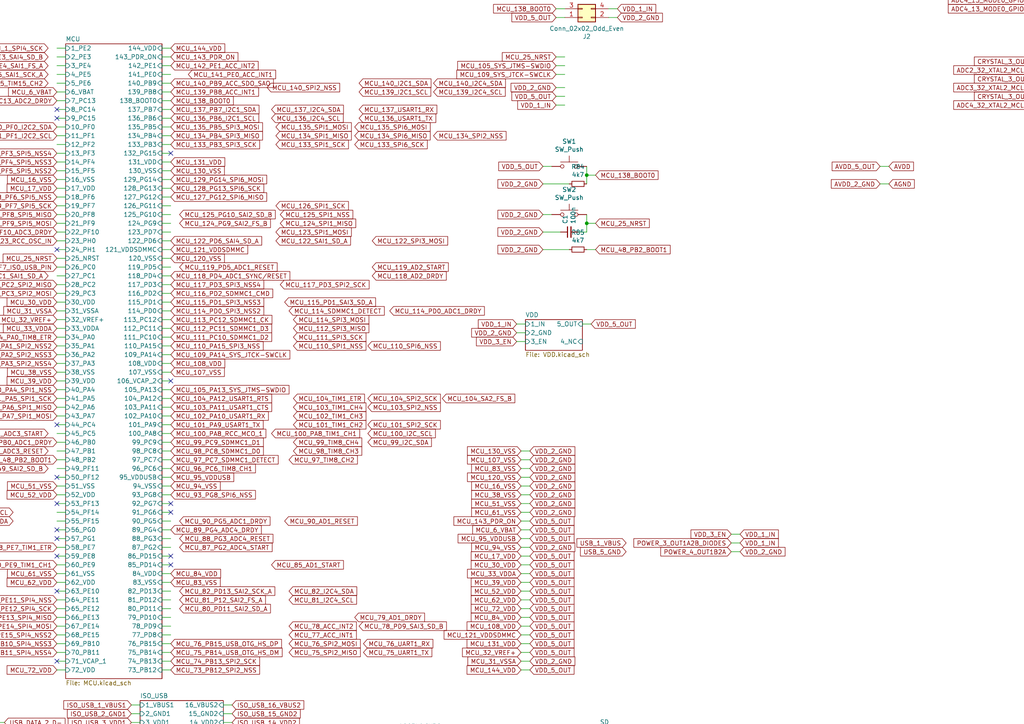
<source format=kicad_sch>
(kicad_sch (version 20210621) (generator eeschema)
  (paper "A4")
  (bus_alias "GND" (members))
  (junction (at 170.18 50.8) (diameter 0.9144))
  (junction (at 170.18 64.77) (diameter 0.9144))
  (no_connect (at -539.75 -93.98))
  (no_connect (at -539.75 -91.44))
  (no_connect (at -539.75 -88.9))
  (no_connect (at -539.75 -85.09))
  (no_connect (at -539.75 -80.01))
  (no_connect (at -539.75 -76.2))
  (no_connect (at -539.75 -71.12))
  (no_connect (at -539.75 -67.31))
  (no_connect (at -539.75 -64.77))
  (no_connect (at -539.75 -55.88))
  (no_connect (at -539.75 -46.99))
  (no_connect (at -539.75 -38.1))
  (no_connect (at -539.75 -35.56))
  (no_connect (at -539.75 -33.02))
  (no_connect (at -514.35 -91.44))
  (no_connect (at -514.35 -76.2))
  (no_connect (at -514.35 -55.88))
  (no_connect (at -514.35 -46.99))
  (no_connect (at -514.35 -35.56))
  (no_connect (at -514.35 -33.02))
  (no_connect (at -490.22 -93.98))
  (no_connect (at -490.22 -91.44))
  (no_connect (at -490.22 -85.09))
  (no_connect (at -490.22 -76.2))
  (no_connect (at -490.22 -73.66))
  (no_connect (at -490.22 -71.12))
  (no_connect (at -490.22 -67.31))
  (no_connect (at -490.22 -38.1))
  (no_connect (at -466.09 -93.98))
  (no_connect (at -466.09 -91.44))
  (no_connect (at -466.09 -82.55))
  (no_connect (at -466.09 -76.2))
  (no_connect (at -466.09 -67.31))
  (no_connect (at -466.09 -64.77))
  (no_connect (at -466.09 -53.34))
  (no_connect (at -466.09 -50.8))
  (no_connect (at -466.09 -44.45))
  (no_connect (at -466.09 -35.56))
  (no_connect (at -466.09 -33.02))
  (no_connect (at -443.23 -93.98))
  (no_connect (at -443.23 -88.9))
  (no_connect (at -443.23 -85.09))
  (no_connect (at -443.23 -80.01))
  (no_connect (at -443.23 -76.2))
  (no_connect (at -443.23 -71.12))
  (no_connect (at -443.23 -67.31))
  (no_connect (at -443.23 -62.23))
  (no_connect (at -353.06 -1.27))
  (no_connect (at -353.06 1.27))
  (no_connect (at -353.06 3.81))
  (no_connect (at -353.06 7.62))
  (no_connect (at -353.06 16.51))
  (no_connect (at -353.06 25.4))
  (no_connect (at -353.06 36.83))
  (no_connect (at -353.06 45.72))
  (no_connect (at -353.06 54.61))
  (no_connect (at -353.06 57.15))
  (no_connect (at -353.06 59.69))
  (no_connect (at -336.55 -85.09))
  (no_connect (at -336.55 -82.55))
  (no_connect (at -336.55 -80.01))
  (no_connect (at -336.55 -76.2))
  (no_connect (at -336.55 -71.12))
  (no_connect (at -336.55 -67.31))
  (no_connect (at -336.55 -62.23))
  (no_connect (at -336.55 -58.42))
  (no_connect (at -336.55 -53.34))
  (no_connect (at -336.55 -46.99))
  (no_connect (at -336.55 -38.1))
  (no_connect (at -336.55 -29.21))
  (no_connect (at -336.55 -26.67))
  (no_connect (at -336.55 -24.13))
  (no_connect (at -327.66 36.83))
  (no_connect (at -327.66 45.72))
  (no_connect (at -327.66 57.15))
  (no_connect (at -327.66 59.69))
  (no_connect (at -311.15 -82.55))
  (no_connect (at -311.15 -67.31))
  (no_connect (at -311.15 -46.99))
  (no_connect (at -311.15 -38.1))
  (no_connect (at -311.15 -26.67))
  (no_connect (at -311.15 -24.13))
  (no_connect (at -303.53 1.27))
  (no_connect (at -303.53 7.62))
  (no_connect (at -303.53 16.51))
  (no_connect (at -303.53 19.05))
  (no_connect (at -303.53 21.59))
  (no_connect (at -303.53 25.4))
  (no_connect (at -303.53 54.61))
  (no_connect (at -287.02 -85.09))
  (no_connect (at -287.02 -82.55))
  (no_connect (at -287.02 -76.2))
  (no_connect (at -287.02 -67.31))
  (no_connect (at -287.02 -64.77))
  (no_connect (at -287.02 -62.23))
  (no_connect (at -287.02 -58.42))
  (no_connect (at -287.02 -29.21))
  (no_connect (at -279.4 1.27))
  (no_connect (at -279.4 10.16))
  (no_connect (at -279.4 16.51))
  (no_connect (at -279.4 27.94))
  (no_connect (at -279.4 41.91))
  (no_connect (at -279.4 59.69))
  (no_connect (at -262.89 -85.09))
  (no_connect (at -262.89 -82.55))
  (no_connect (at -262.89 -73.66))
  (no_connect (at -262.89 -67.31))
  (no_connect (at -262.89 -58.42))
  (no_connect (at -262.89 -55.88))
  (no_connect (at -262.89 -44.45))
  (no_connect (at -262.89 -41.91))
  (no_connect (at -262.89 -35.56))
  (no_connect (at -262.89 -26.67))
  (no_connect (at -262.89 -24.13))
  (no_connect (at -240.03 -85.09))
  (no_connect (at -240.03 -80.01))
  (no_connect (at -240.03 -76.2))
  (no_connect (at -240.03 -71.12))
  (no_connect (at -240.03 -67.31))
  (no_connect (at -240.03 -62.23))
  (no_connect (at -240.03 -58.42))
  (no_connect (at -240.03 -53.34))
  (no_connect (at 16.51 31.75))
  (no_connect (at 16.51 34.29))
  (no_connect (at 16.51 72.39))
  (no_connect (at 16.51 123.19))
  (no_connect (at 16.51 138.43))
  (no_connect (at 16.51 146.05))
  (no_connect (at 16.51 153.67))
  (no_connect (at 16.51 156.21))
  (no_connect (at 16.51 161.29))
  (no_connect (at 16.51 171.45))
  (no_connect (at 16.51 191.77))
  (no_connect (at 49.53 44.45))
  (no_connect (at 49.53 110.49))
  (no_connect (at 49.53 146.05))
  (no_connect (at 49.53 148.59))
  (no_connect (at 49.53 161.29))
  (no_connect (at 49.53 163.83))
  (wire (pts (xy -351.79 -1.27) (xy -332.74 -1.27)))
  (wire (pts (xy -351.79 7.62) (xy -332.74 7.62)))
  (wire (pts (xy -351.79 16.51) (xy -332.74 16.51)))
  (wire (pts (xy -351.79 25.4) (xy -332.74 25.4)))
  (wire (pts (xy -351.79 36.83) (xy -334.01 36.83)))
  (wire (pts (xy -351.79 45.72) (xy -332.74 45.72)))
  (wire (pts (xy -351.79 54.61) (xy -332.74 54.61)))
  (wire (pts (xy -335.28 -85.09) (xy -316.23 -85.09)))
  (wire (pts (xy -335.28 -76.2) (xy -316.23 -76.2)))
  (wire (pts (xy -335.28 -67.31) (xy -316.23 -67.31)))
  (wire (pts (xy -335.28 -58.42) (xy -316.23 -58.42)))
  (wire (pts (xy -335.28 -46.99) (xy -317.5 -46.99)))
  (wire (pts (xy -335.28 -38.1) (xy -316.23 -38.1)))
  (wire (pts (xy -335.28 -29.21) (xy -316.23 -29.21)))
  (wire (pts (xy -326.39 -1.27) (xy -307.34 -1.27)))
  (wire (pts (xy -326.39 10.16) (xy -308.61 10.16)))
  (wire (pts (xy -326.39 19.05) (xy -307.34 19.05)))
  (wire (pts (xy -326.39 25.4) (xy -307.34 25.4)))
  (wire (pts (xy -326.39 36.83) (xy -307.34 36.83)))
  (wire (pts (xy -326.39 45.72) (xy -306.07 45.72)))
  (wire (pts (xy -326.39 57.15) (xy -307.34 57.15)))
  (wire (pts (xy -312.42 222.25) (xy -309.88 222.25)))
  (wire (pts (xy -312.42 224.79) (xy -309.88 224.79)))
  (wire (pts (xy -312.42 227.33) (xy -309.88 227.33)))
  (wire (pts (xy -312.42 229.87) (xy -309.88 229.87)))
  (wire (pts (xy -312.42 232.41) (xy -309.88 232.41)))
  (wire (pts (xy -312.42 234.95) (xy -309.88 234.95)))
  (wire (pts (xy -312.42 237.49) (xy -309.88 237.49)))
  (wire (pts (xy -312.42 240.03) (xy -309.88 240.03)))
  (wire (pts (xy -309.88 -85.09) (xy -290.83 -85.09)))
  (wire (pts (xy -309.88 -73.66) (xy -292.1 -73.66)))
  (wire (pts (xy -309.88 -64.77) (xy -290.83 -64.77)))
  (wire (pts (xy -309.88 -58.42) (xy -290.83 -58.42)))
  (wire (pts (xy -309.88 -46.99) (xy -290.83 -46.99)))
  (wire (pts (xy -309.88 -38.1) (xy -289.56 -38.1)))
  (wire (pts (xy -309.88 -26.67) (xy -290.83 -26.67)))
  (wire (pts (xy -309.88 204.47) (xy -312.42 204.47)))
  (wire (pts (xy -309.88 207.01) (xy -312.42 207.01)))
  (wire (pts (xy -309.88 209.55) (xy -312.42 209.55)))
  (wire (pts (xy -309.88 212.09) (xy -312.42 212.09)))
  (wire (pts (xy -309.88 214.63) (xy -312.42 214.63)))
  (wire (pts (xy -309.88 217.17) (xy -312.42 217.17)))
  (wire (pts (xy -309.88 219.71) (xy -312.42 219.71)))
  (wire (pts (xy -306.07 261.62) (xy -303.53 261.62)))
  (wire (pts (xy -306.07 276.86) (xy -303.53 276.86)))
  (wire (pts (xy -306.07 279.4) (xy -303.53 279.4)))
  (wire (pts (xy -306.07 281.94) (xy -303.53 281.94)))
  (wire (pts (xy -306.07 308.61) (xy -303.53 308.61)))
  (wire (pts (xy -306.07 311.15) (xy -303.53 311.15)))
  (wire (pts (xy -306.07 320.04) (xy -303.53 320.04)))
  (wire (pts (xy -306.07 322.58) (xy -303.53 322.58)))
  (wire (pts (xy -306.07 325.12) (xy -303.53 325.12)))
  (wire (pts (xy -306.07 327.66) (xy -303.53 327.66)))
  (wire (pts (xy -306.07 347.98) (xy -303.53 347.98)))
  (wire (pts (xy -306.07 350.52) (xy -303.53 350.52)))
  (wire (pts (xy -306.07 365.76) (xy -303.53 365.76)))
  (wire (pts (xy -306.07 368.3) (xy -303.53 368.3)))
  (wire (pts (xy -306.07 370.84) (xy -303.53 370.84)))
  (wire (pts (xy -306.07 373.38) (xy -303.53 373.38)))
  (wire (pts (xy -306.07 381) (xy -303.53 381)))
  (wire (pts (xy -306.07 383.54) (xy -303.53 383.54)))
  (wire (pts (xy -306.07 388.62) (xy -303.53 388.62)))
  (wire (pts (xy -306.07 391.16) (xy -303.53 391.16)))
  (wire (pts (xy -306.07 393.7) (xy -303.53 393.7)))
  (wire (pts (xy -306.07 396.24) (xy -303.53 396.24)))
  (wire (pts (xy -306.07 398.78) (xy -303.53 398.78)))
  (wire (pts (xy -306.07 401.32) (xy -303.53 401.32)))
  (wire (pts (xy -306.07 403.86) (xy -303.53 403.86)))
  (wire (pts (xy -306.07 412.75) (xy -303.53 412.75)))
  (wire (pts (xy -306.07 415.29) (xy -303.53 415.29)))
  (wire (pts (xy -306.07 417.83) (xy -303.53 417.83)))
  (wire (pts (xy -306.07 420.37) (xy -303.53 420.37)))
  (wire (pts (xy -303.53 256.54) (xy -306.07 256.54)))
  (wire (pts (xy -303.53 259.08) (xy -306.07 259.08)))
  (wire (pts (xy -303.53 266.7) (xy -306.07 266.7)))
  (wire (pts (xy -303.53 269.24) (xy -306.07 269.24)))
  (wire (pts (xy -303.53 271.78) (xy -306.07 271.78)))
  (wire (pts (xy -303.53 287.02) (xy -306.07 287.02)))
  (wire (pts (xy -303.53 289.56) (xy -306.07 289.56)))
  (wire (pts (xy -303.53 292.1) (xy -306.07 292.1)))
  (wire (pts (xy -303.53 297.18) (xy -306.07 297.18)))
  (wire (pts (xy -303.53 299.72) (xy -306.07 299.72)))
  (wire (pts (xy -303.53 302.26) (xy -306.07 302.26)))
  (wire (pts (xy -303.53 304.8) (xy -306.07 304.8)))
  (wire (pts (xy -303.53 313.69) (xy -306.07 313.69)))
  (wire (pts (xy -303.53 316.23) (xy -306.07 316.23)))
  (wire (pts (xy -303.53 331.47) (xy -306.07 331.47)))
  (wire (pts (xy -303.53 334.01) (xy -306.07 334.01)))
  (wire (pts (xy -303.53 336.55) (xy -306.07 336.55)))
  (wire (pts (xy -303.53 339.09) (xy -306.07 339.09)))
  (wire (pts (xy -303.53 356.87) (xy -306.07 356.87)))
  (wire (pts (xy -303.53 359.41) (xy -306.07 359.41)))
  (wire (pts (xy -303.53 427.99) (xy -306.07 427.99)))
  (wire (pts (xy -303.53 430.53) (xy -306.07 430.53)))
  (wire (pts (xy -302.26 1.27) (xy -281.94 1.27)))
  (wire (pts (xy -302.26 7.62) (xy -283.21 7.62)))
  (wire (pts (xy -302.26 19.05) (xy -281.94 19.05)))
  (wire (pts (xy -302.26 25.4) (xy -281.94 25.4)))
  (wire (pts (xy -302.26 36.83) (xy -283.21 36.83)))
  (wire (pts (xy -302.26 45.72) (xy -281.94 45.72)))
  (wire (pts (xy -302.26 57.15) (xy -283.21 57.15)))
  (wire (pts (xy -285.75 -82.55) (xy -265.43 -82.55)))
  (wire (pts (xy -285.75 -76.2) (xy -266.7 -76.2)))
  (wire (pts (xy -285.75 -64.77) (xy -265.43 -64.77)))
  (wire (pts (xy -285.75 -58.42) (xy -265.43 -58.42)))
  (wire (pts (xy -285.75 -46.99) (xy -266.7 -46.99)))
  (wire (pts (xy -285.75 -38.1) (xy -265.43 -38.1)))
  (wire (pts (xy -285.75 -26.67) (xy -266.7 -26.67)))
  (wire (pts (xy -278.13 1.27) (xy -260.35 1.27)))
  (wire (pts (xy -278.13 10.16) (xy -260.35 10.16)))
  (wire (pts (xy -278.13 19.05) (xy -259.08 19.05)))
  (wire (pts (xy -278.13 27.94) (xy -259.08 27.94)))
  (wire (pts (xy -278.13 36.83) (xy -259.08 36.83)))
  (wire (pts (xy -278.13 45.72) (xy -257.81 45.72)))
  (wire (pts (xy -278.13 54.61) (xy -259.08 54.61)))
  (wire (pts (xy -261.62 -82.55) (xy -243.84 -82.55)))
  (wire (pts (xy -261.62 -73.66) (xy -243.84 -73.66)))
  (wire (pts (xy -261.62 -64.77) (xy -242.57 -64.77)))
  (wire (pts (xy -261.62 -55.88) (xy -242.57 -55.88)))
  (wire (pts (xy -261.62 -46.99) (xy -242.57 -46.99)))
  (wire (pts (xy -261.62 -38.1) (xy -241.3 -38.1)))
  (wire (pts (xy -261.62 -29.21) (xy -242.57 -29.21)))
  (wire (pts (xy -255.27 1.27) (xy -236.22 1.27)))
  (wire (pts (xy -255.27 10.16) (xy -234.95 10.16)))
  (wire (pts (xy -255.27 19.05) (xy -234.95 19.05)))
  (wire (pts (xy -255.27 27.94) (xy -234.95 27.94)))
  (wire (pts (xy -238.76 -82.55) (xy -219.71 -82.55)))
  (wire (pts (xy -238.76 -73.66) (xy -218.44 -73.66)))
  (wire (pts (xy -238.76 -64.77) (xy -218.44 -64.77)))
  (wire (pts (xy -238.76 -55.88) (xy -218.44 -55.88)))
  (wire (pts (xy -196.85 60.96) (xy -194.31 60.96)))
  (wire (pts (xy -196.85 63.5) (xy -194.31 63.5)))
  (wire (pts (xy -196.85 66.04) (xy -194.31 66.04)))
  (wire (pts (xy -196.85 68.58) (xy -194.31 68.58)))
  (wire (pts (xy -196.85 71.12) (xy -194.31 71.12)))
  (wire (pts (xy -196.85 73.66) (xy -194.31 73.66)))
  (wire (pts (xy -196.85 76.2) (xy -194.31 76.2)))
  (wire (pts (xy -196.85 78.74) (xy -194.31 78.74)))
  (wire (pts (xy -196.85 81.28) (xy -194.31 81.28)))
  (wire (pts (xy -196.85 83.82) (xy -194.31 83.82)))
  (wire (pts (xy -196.85 86.36) (xy -194.31 86.36)))
  (wire (pts (xy -196.85 88.9) (xy -194.31 88.9)))
  (wire (pts (xy -196.85 92.71) (xy -194.31 92.71)))
  (wire (pts (xy -196.85 95.25) (xy -194.31 95.25)))
  (wire (pts (xy -196.85 97.79) (xy -194.31 97.79)))
  (wire (pts (xy -196.85 100.33) (xy -194.31 100.33)))
  (wire (pts (xy -196.85 102.87) (xy -194.31 102.87)))
  (wire (pts (xy -196.85 105.41) (xy -194.31 105.41)))
  (wire (pts (xy -196.85 107.95) (xy -194.31 107.95)))
  (wire (pts (xy -196.85 110.49) (xy -194.31 110.49)))
  (wire (pts (xy -196.85 113.03) (xy -194.31 113.03)))
  (wire (pts (xy -196.85 115.57) (xy -194.31 115.57)))
  (wire (pts (xy -196.85 118.11) (xy -194.31 118.11)))
  (wire (pts (xy -196.85 120.65) (xy -194.31 120.65)))
  (wire (pts (xy -196.85 124.46) (xy -194.31 124.46)))
  (wire (pts (xy -196.85 127) (xy -194.31 127)))
  (wire (pts (xy -196.85 129.54) (xy -194.31 129.54)))
  (wire (pts (xy -196.85 132.08) (xy -194.31 132.08)))
  (wire (pts (xy -196.85 134.62) (xy -194.31 134.62)))
  (wire (pts (xy -196.85 137.16) (xy -194.31 137.16)))
  (wire (pts (xy -196.85 139.7) (xy -194.31 139.7)))
  (wire (pts (xy -196.85 142.24) (xy -194.31 142.24)))
  (wire (pts (xy -196.85 144.78) (xy -194.31 144.78)))
  (wire (pts (xy -196.85 147.32) (xy -194.31 147.32)))
  (wire (pts (xy -196.85 149.86) (xy -194.31 149.86)))
  (wire (pts (xy -196.85 152.4) (xy -194.31 152.4)))
  (wire (pts (xy -196.85 156.21) (xy -194.31 156.21)))
  (wire (pts (xy -196.85 158.75) (xy -194.31 158.75)))
  (wire (pts (xy -196.85 161.29) (xy -194.31 161.29)))
  (wire (pts (xy -196.85 163.83) (xy -194.31 163.83)))
  (wire (pts (xy -196.85 166.37) (xy -194.31 166.37)))
  (wire (pts (xy -196.85 168.91) (xy -194.31 168.91)))
  (wire (pts (xy -196.85 171.45) (xy -194.31 171.45)))
  (wire (pts (xy -196.85 173.99) (xy -194.31 173.99)))
  (wire (pts (xy -196.85 176.53) (xy -194.31 176.53)))
  (wire (pts (xy -196.85 179.07) (xy -194.31 179.07)))
  (wire (pts (xy -196.85 181.61) (xy -194.31 181.61)))
  (wire (pts (xy -196.85 184.15) (xy -194.31 184.15)))
  (wire (pts (xy -186.69 13.97) (xy -184.15 13.97)))
  (wire (pts (xy -186.69 16.51) (xy -184.15 16.51)))
  (wire (pts (xy -186.69 19.05) (xy -184.15 19.05)))
  (wire (pts (xy -186.69 21.59) (xy -184.15 21.59)))
  (wire (pts (xy -186.69 24.13) (xy -184.15 24.13)))
  (wire (pts (xy -186.69 26.67) (xy -184.15 26.67)))
  (wire (pts (xy -186.69 29.21) (xy -184.15 29.21)))
  (wire (pts (xy -186.69 31.75) (xy -184.15 31.75)))
  (wire (pts (xy -186.69 34.29) (xy -184.15 34.29)))
  (wire (pts (xy -186.69 36.83) (xy -184.15 36.83)))
  (wire (pts (xy -186.69 39.37) (xy -184.15 39.37)))
  (wire (pts (xy -186.69 41.91) (xy -184.15 41.91)))
  (wire (pts (xy -186.69 44.45) (xy -184.15 44.45)))
  (wire (pts (xy -186.69 46.99) (xy -184.15 46.99)))
  (wire (pts (xy -186.69 49.53) (xy -184.15 49.53)))
  (wire (pts (xy -186.69 52.07) (xy -184.15 52.07)))
  (wire (pts (xy -147.32 90.17) (xy -144.78 90.17)))
  (wire (pts (xy -147.32 92.71) (xy -144.78 92.71)))
  (wire (pts (xy -147.32 95.25) (xy -144.78 95.25)))
  (wire (pts (xy -147.32 97.79) (xy -144.78 97.79)))
  (wire (pts (xy -147.32 101.6) (xy -144.78 101.6)))
  (wire (pts (xy -147.32 104.14) (xy -144.78 104.14)))
  (wire (pts (xy -147.32 106.68) (xy -144.78 106.68)))
  (wire (pts (xy -147.32 109.22) (xy -144.78 109.22)))
  (wire (pts (xy -147.32 113.03) (xy -144.78 113.03)))
  (wire (pts (xy -147.32 115.57) (xy -144.78 115.57)))
  (wire (pts (xy -147.32 118.11) (xy -144.78 118.11)))
  (wire (pts (xy -147.32 120.65) (xy -144.78 120.65)))
  (wire (pts (xy -147.32 124.46) (xy -144.78 124.46)))
  (wire (pts (xy -147.32 127) (xy -144.78 127)))
  (wire (pts (xy -147.32 129.54) (xy -144.78 129.54)))
  (wire (pts (xy -147.32 132.08) (xy -144.78 132.08)))
  (wire (pts (xy -147.32 137.16) (xy -144.78 137.16)))
  (wire (pts (xy -147.32 143.51) (xy -144.78 143.51)))
  (wire (pts (xy -147.32 149.86) (xy -144.78 149.86)))
  (wire (pts (xy -147.32 156.21) (xy -144.78 156.21)))
  (wire (pts (xy -144.78 139.7) (xy -147.32 139.7)))
  (wire (pts (xy -144.78 146.05) (xy -147.32 146.05)))
  (wire (pts (xy -144.78 152.4) (xy -147.32 152.4)))
  (wire (pts (xy -144.78 158.75) (xy -147.32 158.75)))
  (wire (pts (xy -138.43 13.97) (xy -135.89 13.97)))
  (wire (pts (xy -138.43 16.51) (xy -135.89 16.51)))
  (wire (pts (xy -138.43 19.05) (xy -135.89 19.05)))
  (wire (pts (xy -138.43 21.59) (xy -135.89 21.59)))
  (wire (pts (xy -138.43 24.13) (xy -135.89 24.13)))
  (wire (pts (xy -138.43 26.67) (xy -135.89 26.67)))
  (wire (pts (xy -138.43 29.21) (xy -135.89 29.21)))
  (wire (pts (xy -138.43 31.75) (xy -135.89 31.75)))
  (wire (pts (xy -138.43 34.29) (xy -135.89 34.29)))
  (wire (pts (xy -138.43 36.83) (xy -135.89 36.83)))
  (wire (pts (xy -138.43 39.37) (xy -135.89 39.37)))
  (wire (pts (xy -138.43 41.91) (xy -135.89 41.91)))
  (wire (pts (xy -138.43 44.45) (xy -135.89 44.45)))
  (wire (pts (xy -138.43 46.99) (xy -135.89 46.99)))
  (wire (pts (xy -138.43 49.53) (xy -135.89 49.53)))
  (wire (pts (xy -138.43 52.07) (xy -135.89 52.07)))
  (wire (pts (xy -130.81 -21.59) (xy -128.27 -21.59)))
  (wire (pts (xy -130.81 -10.16) (xy -128.27 -10.16)))
  (wire (pts (xy -123.19 -21.59) (xy -120.65 -21.59)))
  (wire (pts (xy -123.19 -10.16) (xy -120.65 -10.16)))
  (wire (pts (xy -102.87 236.22) (xy -100.33 236.22)))
  (wire (pts (xy -102.87 238.76) (xy -100.33 238.76)))
  (wire (pts (xy -102.87 241.3) (xy -100.33 241.3)))
  (wire (pts (xy -102.87 243.84) (xy -100.33 243.84)))
  (wire (pts (xy -102.87 246.38) (xy -100.33 246.38)))
  (wire (pts (xy -102.87 248.92) (xy -100.33 248.92)))
  (wire (pts (xy -102.87 251.46) (xy -100.33 251.46)))
  (wire (pts (xy -102.87 254) (xy -100.33 254)))
  (wire (pts (xy -100.33 66.04) (xy -95.25 66.04)))
  (wire (pts (xy -100.33 68.58) (xy -95.25 68.58)))
  (wire (pts (xy -100.33 71.12) (xy -95.25 71.12)))
  (wire (pts (xy -100.33 73.66) (xy -95.25 73.66)))
  (wire (pts (xy -86.36 80.01) (xy -81.28 80.01)))
  (wire (pts (xy -86.36 82.55) (xy -81.28 82.55)))
  (wire (pts (xy -86.36 110.49) (xy -83.82 110.49)))
  (wire (pts (xy -86.36 113.03) (xy -83.82 113.03)))
  (wire (pts (xy -86.36 115.57) (xy -83.82 115.57)))
  (wire (pts (xy -86.36 118.11) (xy -83.82 118.11)))
  (wire (pts (xy -86.36 120.65) (xy -83.82 120.65)))
  (wire (pts (xy -86.36 123.19) (xy -83.82 123.19)))
  (wire (pts (xy -86.36 134.62) (xy -83.82 134.62)))
  (wire (pts (xy -86.36 139.7) (xy -83.82 139.7)))
  (wire (pts (xy -86.36 142.24) (xy -83.82 142.24)))
  (wire (pts (xy -86.36 144.78) (xy -83.82 144.78)))
  (wire (pts (xy -86.36 147.32) (xy -83.82 147.32)))
  (wire (pts (xy -86.36 149.86) (xy -83.82 149.86)))
  (wire (pts (xy -86.36 154.94) (xy -83.82 154.94)))
  (wire (pts (xy -86.36 157.48) (xy -83.82 157.48)))
  (wire (pts (xy -86.36 160.02) (xy -83.82 160.02)))
  (wire (pts (xy -83.82 137.16) (xy -86.36 137.16)))
  (wire (pts (xy -83.82 165.1) (xy -86.36 165.1)))
  (wire (pts (xy -83.82 167.64) (xy -86.36 167.64)))
  (wire (pts (xy -80.01 90.17) (xy -77.47 90.17)))
  (wire (pts (xy -80.01 92.71) (xy -77.47 92.71)))
  (wire (pts (xy -80.01 95.25) (xy -77.47 95.25)))
  (wire (pts (xy -80.01 97.79) (xy -77.47 97.79)))
  (wire (pts (xy -24.13 209.55) (xy -21.59 209.55)))
  (wire (pts (xy -24.13 212.09) (xy -21.59 212.09)))
  (wire (pts (xy -24.13 214.63) (xy -21.59 214.63)))
  (wire (pts (xy -22.86 231.14) (xy -20.32 231.14)))
  (wire (pts (xy -22.86 236.22) (xy -20.32 236.22)))
  (wire (pts (xy -20.32 233.68) (xy -22.86 233.68)))
  (wire (pts (xy -20.32 238.76) (xy -22.86 238.76)))
  (wire (pts (xy -1.27 209.55) (xy 1.27 209.55)))
  (wire (pts (xy 16.51 13.97) (xy 19.05 13.97)))
  (wire (pts (xy 16.51 16.51) (xy 19.05 16.51)))
  (wire (pts (xy 16.51 29.21) (xy 19.05 29.21)))
  (wire (pts (xy 16.51 31.75) (xy 19.05 31.75)))
  (wire (pts (xy 16.51 34.29) (xy 19.05 34.29)))
  (wire (pts (xy 16.51 36.83) (xy 19.05 36.83)))
  (wire (pts (xy 16.51 39.37) (xy 19.05 39.37)))
  (wire (pts (xy 16.51 41.91) (xy 19.05 41.91)))
  (wire (pts (xy 16.51 44.45) (xy 19.05 44.45)))
  (wire (pts (xy 16.51 46.99) (xy 19.05 46.99)))
  (wire (pts (xy 16.51 49.53) (xy 19.05 49.53)))
  (wire (pts (xy 16.51 59.69) (xy 19.05 59.69)))
  (wire (pts (xy 16.51 67.31) (xy 19.05 67.31)))
  (wire (pts (xy 16.51 69.85) (xy 19.05 69.85)))
  (wire (pts (xy 16.51 72.39) (xy 19.05 72.39)))
  (wire (pts (xy 16.51 77.47) (xy 19.05 77.47)))
  (wire (pts (xy 16.51 82.55) (xy 19.05 82.55)))
  (wire (pts (xy 16.51 85.09) (xy 19.05 85.09)))
  (wire (pts (xy 16.51 87.63) (xy 19.05 87.63)))
  (wire (pts (xy 16.51 92.71) (xy 19.05 92.71)))
  (wire (pts (xy 16.51 95.25) (xy 19.05 95.25)))
  (wire (pts (xy 16.51 97.79) (xy 19.05 97.79)))
  (wire (pts (xy 16.51 100.33) (xy 19.05 100.33)))
  (wire (pts (xy 16.51 102.87) (xy 19.05 102.87)))
  (wire (pts (xy 16.51 105.41) (xy 19.05 105.41)))
  (wire (pts (xy 16.51 110.49) (xy 19.05 110.49)))
  (wire (pts (xy 16.51 113.03) (xy 19.05 113.03)))
  (wire (pts (xy 16.51 115.57) (xy 19.05 115.57)))
  (wire (pts (xy 16.51 120.65) (xy 19.05 120.65)))
  (wire (pts (xy 16.51 123.19) (xy 19.05 123.19)))
  (wire (pts (xy 16.51 125.73) (xy 19.05 125.73)))
  (wire (pts (xy 16.51 128.27) (xy 19.05 128.27)))
  (wire (pts (xy 16.51 130.81) (xy 19.05 130.81)))
  (wire (pts (xy 16.51 138.43) (xy 19.05 138.43)))
  (wire (pts (xy 16.51 143.51) (xy 19.05 143.51)))
  (wire (pts (xy 16.51 146.05) (xy 19.05 146.05)))
  (wire (pts (xy 16.51 148.59) (xy 19.05 148.59)))
  (wire (pts (xy 16.51 151.13) (xy 19.05 151.13)))
  (wire (pts (xy 16.51 153.67) (xy 19.05 153.67)))
  (wire (pts (xy 16.51 156.21) (xy 19.05 156.21)))
  (wire (pts (xy 16.51 158.75) (xy 19.05 158.75)))
  (wire (pts (xy 16.51 161.29) (xy 19.05 161.29)))
  (wire (pts (xy 16.51 163.83) (xy 19.05 163.83)))
  (wire (pts (xy 16.51 168.91) (xy 19.05 168.91)))
  (wire (pts (xy 16.51 171.45) (xy 19.05 171.45)))
  (wire (pts (xy 16.51 184.15) (xy 19.05 184.15)))
  (wire (pts (xy 16.51 189.23) (xy 19.05 189.23)))
  (wire (pts (xy 16.51 191.77) (xy 19.05 191.77)))
  (wire (pts (xy 16.51 194.31) (xy 19.05 194.31)))
  (wire (pts (xy 19.05 19.05) (xy 16.51 19.05)))
  (wire (pts (xy 19.05 21.59) (xy 16.51 21.59)))
  (wire (pts (xy 19.05 24.13) (xy 16.51 24.13)))
  (wire (pts (xy 19.05 26.67) (xy 16.51 26.67)))
  (wire (pts (xy 19.05 52.07) (xy 16.51 52.07)))
  (wire (pts (xy 19.05 54.61) (xy 16.51 54.61)))
  (wire (pts (xy 19.05 57.15) (xy 16.51 57.15)))
  (wire (pts (xy 19.05 62.23) (xy 16.51 62.23)))
  (wire (pts (xy 19.05 64.77) (xy 16.51 64.77)))
  (wire (pts (xy 19.05 74.93) (xy 16.51 74.93)))
  (wire (pts (xy 19.05 80.01) (xy 16.51 80.01)))
  (wire (pts (xy 19.05 90.17) (xy 16.51 90.17)))
  (wire (pts (xy 19.05 107.95) (xy 16.51 107.95)))
  (wire (pts (xy 19.05 118.11) (xy 16.51 118.11)))
  (wire (pts (xy 19.05 133.35) (xy 16.51 133.35)))
  (wire (pts (xy 19.05 135.89) (xy 16.51 135.89)))
  (wire (pts (xy 19.05 140.97) (xy 16.51 140.97)))
  (wire (pts (xy 19.05 166.37) (xy 16.51 166.37)))
  (wire (pts (xy 19.05 173.99) (xy 16.51 173.99)))
  (wire (pts (xy 19.05 176.53) (xy 16.51 176.53)))
  (wire (pts (xy 19.05 179.07) (xy 16.51 179.07)))
  (wire (pts (xy 19.05 181.61) (xy 16.51 181.61)))
  (wire (pts (xy 19.05 186.69) (xy 16.51 186.69)))
  (wire (pts (xy 36.83 256.54) (xy 39.37 256.54)))
  (wire (pts (xy 36.83 259.08) (xy 39.37 259.08)))
  (wire (pts (xy 36.83 261.62) (xy 39.37 261.62)))
  (wire (pts (xy 36.83 264.16) (xy 39.37 264.16)))
  (wire (pts (xy 36.83 266.7) (xy 39.37 266.7)))
  (wire (pts (xy 36.83 269.24) (xy 39.37 269.24)))
  (wire (pts (xy 36.83 271.78) (xy 39.37 271.78)))
  (wire (pts (xy 36.83 274.32) (xy 39.37 274.32)))
  (wire (pts (xy 36.83 297.18) (xy 39.37 297.18)))
  (wire (pts (xy 36.83 299.72) (xy 39.37 299.72)))
  (wire (pts (xy 36.83 302.26) (xy 39.37 302.26)))
  (wire (pts (xy 36.83 304.8) (xy 39.37 304.8)))
  (wire (pts (xy 36.83 307.34) (xy 39.37 307.34)))
  (wire (pts (xy 36.83 309.88) (xy 39.37 309.88)))
  (wire (pts (xy 36.83 312.42) (xy 39.37 312.42)))
  (wire (pts (xy 36.83 314.96) (xy 39.37 314.96)))
  (wire (pts (xy 38.1 204.47) (xy 40.64 204.47)))
  (wire (pts (xy 38.1 207.01) (xy 40.64 207.01)))
  (wire (pts (xy 38.1 209.55) (xy 40.64 209.55)))
  (wire (pts (xy 38.1 212.09) (xy 40.64 212.09)))
  (wire (pts (xy 38.1 214.63) (xy 40.64 214.63)))
  (wire (pts (xy 38.1 217.17) (xy 40.64 217.17)))
  (wire (pts (xy 38.1 219.71) (xy 40.64 219.71)))
  (wire (pts (xy 38.1 222.25) (xy 40.64 222.25)))
  (wire (pts (xy 46.99 24.13) (xy 49.53 24.13)))
  (wire (pts (xy 46.99 26.67) (xy 49.53 26.67)))
  (wire (pts (xy 46.99 29.21) (xy 49.53 29.21)))
  (wire (pts (xy 46.99 31.75) (xy 49.53 31.75)))
  (wire (pts (xy 46.99 34.29) (xy 49.53 34.29)))
  (wire (pts (xy 46.99 44.45) (xy 49.53 44.45)))
  (wire (pts (xy 46.99 46.99) (xy 49.53 46.99)))
  (wire (pts (xy 46.99 49.53) (xy 49.53 49.53)))
  (wire (pts (xy 46.99 52.07) (xy 49.53 52.07)))
  (wire (pts (xy 46.99 54.61) (xy 49.53 54.61)))
  (wire (pts (xy 46.99 57.15) (xy 49.53 57.15)))
  (wire (pts (xy 46.99 74.93) (xy 49.53 74.93)))
  (wire (pts (xy 46.99 77.47) (xy 49.53 77.47)))
  (wire (pts (xy 46.99 80.01) (xy 49.53 80.01)))
  (wire (pts (xy 46.99 85.09) (xy 49.53 85.09)))
  (wire (pts (xy 46.99 87.63) (xy 49.53 87.63)))
  (wire (pts (xy 46.99 90.17) (xy 49.53 90.17)))
  (wire (pts (xy 46.99 92.71) (xy 49.53 92.71)))
  (wire (pts (xy 46.99 95.25) (xy 49.53 95.25)))
  (wire (pts (xy 46.99 97.79) (xy 49.53 97.79)))
  (wire (pts (xy 46.99 102.87) (xy 49.53 102.87)))
  (wire (pts (xy 46.99 107.95) (xy 49.53 107.95)))
  (wire (pts (xy 46.99 110.49) (xy 49.53 110.49)))
  (wire (pts (xy 46.99 113.03) (xy 49.53 113.03)))
  (wire (pts (xy 46.99 115.57) (xy 49.53 115.57)))
  (wire (pts (xy 46.99 118.11) (xy 49.53 118.11)))
  (wire (pts (xy 46.99 120.65) (xy 49.53 120.65)))
  (wire (pts (xy 46.99 123.19) (xy 49.53 123.19)))
  (wire (pts (xy 46.99 125.73) (xy 49.53 125.73)))
  (wire (pts (xy 46.99 128.27) (xy 49.53 128.27)))
  (wire (pts (xy 46.99 130.81) (xy 49.53 130.81)))
  (wire (pts (xy 46.99 133.35) (xy 49.53 133.35)))
  (wire (pts (xy 46.99 135.89) (xy 49.53 135.89)))
  (wire (pts (xy 46.99 138.43) (xy 49.53 138.43)))
  (wire (pts (xy 46.99 140.97) (xy 49.53 140.97)))
  (wire (pts (xy 46.99 143.51) (xy 49.53 143.51)))
  (wire (pts (xy 46.99 146.05) (xy 49.53 146.05)))
  (wire (pts (xy 46.99 148.59) (xy 49.53 148.59)))
  (wire (pts (xy 46.99 151.13) (xy 49.53 151.13)))
  (wire (pts (xy 46.99 153.67) (xy 49.53 153.67)))
  (wire (pts (xy 46.99 156.21) (xy 49.53 156.21)))
  (wire (pts (xy 46.99 161.29) (xy 49.53 161.29)))
  (wire (pts (xy 46.99 163.83) (xy 49.53 163.83)))
  (wire (pts (xy 46.99 168.91) (xy 49.53 168.91)))
  (wire (pts (xy 46.99 171.45) (xy 49.53 171.45)))
  (wire (pts (xy 46.99 173.99) (xy 49.53 173.99)))
  (wire (pts (xy 46.99 176.53) (xy 49.53 176.53)))
  (wire (pts (xy 46.99 179.07) (xy 49.53 179.07)))
  (wire (pts (xy 46.99 186.69) (xy 49.53 186.69)))
  (wire (pts (xy 46.99 189.23) (xy 49.53 189.23)))
  (wire (pts (xy 46.99 191.77) (xy 49.53 191.77)))
  (wire (pts (xy 46.99 194.31) (xy 49.53 194.31)))
  (wire (pts (xy 49.53 13.97) (xy 46.99 13.97)))
  (wire (pts (xy 49.53 16.51) (xy 46.99 16.51)))
  (wire (pts (xy 49.53 19.05) (xy 46.99 19.05)))
  (wire (pts (xy 49.53 21.59) (xy 46.99 21.59)))
  (wire (pts (xy 49.53 36.83) (xy 46.99 36.83)))
  (wire (pts (xy 49.53 39.37) (xy 46.99 39.37)))
  (wire (pts (xy 49.53 41.91) (xy 46.99 41.91)))
  (wire (pts (xy 49.53 59.69) (xy 46.99 59.69)))
  (wire (pts (xy 49.53 62.23) (xy 46.99 62.23)))
  (wire (pts (xy 49.53 64.77) (xy 46.99 64.77)))
  (wire (pts (xy 49.53 67.31) (xy 46.99 67.31)))
  (wire (pts (xy 49.53 69.85) (xy 46.99 69.85)))
  (wire (pts (xy 49.53 72.39) (xy 46.99 72.39)))
  (wire (pts (xy 49.53 82.55) (xy 46.99 82.55)))
  (wire (pts (xy 49.53 100.33) (xy 46.99 100.33)))
  (wire (pts (xy 49.53 105.41) (xy 46.99 105.41)))
  (wire (pts (xy 49.53 158.75) (xy 46.99 158.75)))
  (wire (pts (xy 49.53 166.37) (xy 46.99 166.37)))
  (wire (pts (xy 49.53 181.61) (xy 46.99 181.61)))
  (wire (pts (xy 49.53 184.15) (xy 46.99 184.15)))
  (wire (pts (xy 53.34 233.68) (xy 55.88 233.68)))
  (wire (pts (xy 53.34 236.22) (xy 55.88 236.22)))
  (wire (pts (xy 55.88 228.6) (xy 53.34 228.6)))
  (wire (pts (xy 55.88 231.14) (xy 53.34 231.14)))
  (wire (pts (xy 55.88 238.76) (xy 53.34 238.76)))
  (wire (pts (xy 55.88 241.3) (xy 53.34 241.3)))
  (wire (pts (xy 55.88 243.84) (xy 53.34 243.84)))
  (wire (pts (xy 55.88 246.38) (xy 53.34 246.38)))
  (wire (pts (xy 55.88 323.85) (xy 53.34 323.85)))
  (wire (pts (xy 55.88 326.39) (xy 53.34 326.39)))
  (wire (pts (xy 55.88 328.93) (xy 53.34 328.93)))
  (wire (pts (xy 58.42 281.94) (xy 55.88 281.94)))
  (wire (pts (xy 58.42 284.48) (xy 55.88 284.48)))
  (wire (pts (xy 58.42 287.02) (xy 55.88 287.02)))
  (wire (pts (xy 63.5 256.54) (xy 60.96 256.54)))
  (wire (pts (xy 63.5 259.08) (xy 60.96 259.08)))
  (wire (pts (xy 63.5 261.62) (xy 60.96 261.62)))
  (wire (pts (xy 63.5 264.16) (xy 60.96 264.16)))
  (wire (pts (xy 63.5 266.7) (xy 60.96 266.7)))
  (wire (pts (xy 63.5 269.24) (xy 60.96 269.24)))
  (wire (pts (xy 63.5 271.78) (xy 60.96 271.78)))
  (wire (pts (xy 63.5 274.32) (xy 60.96 274.32)))
  (wire (pts (xy 63.5 297.18) (xy 60.96 297.18)))
  (wire (pts (xy 63.5 299.72) (xy 60.96 299.72)))
  (wire (pts (xy 63.5 302.26) (xy 60.96 302.26)))
  (wire (pts (xy 63.5 304.8) (xy 60.96 304.8)))
  (wire (pts (xy 63.5 307.34) (xy 60.96 307.34)))
  (wire (pts (xy 63.5 309.88) (xy 60.96 309.88)))
  (wire (pts (xy 63.5 312.42) (xy 60.96 312.42)))
  (wire (pts (xy 63.5 314.96) (xy 60.96 314.96)))
  (wire (pts (xy 67.31 204.47) (xy 64.77 204.47)))
  (wire (pts (xy 67.31 207.01) (xy 64.77 207.01)))
  (wire (pts (xy 67.31 209.55) (xy 64.77 209.55)))
  (wire (pts (xy 67.31 212.09) (xy 64.77 212.09)))
  (wire (pts (xy 67.31 214.63) (xy 64.77 214.63)))
  (wire (pts (xy 67.31 217.17) (xy 64.77 217.17)))
  (wire (pts (xy 67.31 219.71) (xy 64.77 219.71)))
  (wire (pts (xy 67.31 222.25) (xy 64.77 222.25)))
  (wire (pts (xy 72.39 -78.74) (xy 74.93 -78.74)))
  (wire (pts (xy 72.39 -76.2) (xy 74.93 -76.2)))
  (wire (pts (xy 74.93 -48.26) (xy 72.39 -48.26)))
  (wire (pts (xy 74.93 -45.72) (xy 72.39 -45.72)))
  (wire (pts (xy 74.93 -43.18) (xy 72.39 -43.18)))
  (wire (pts (xy 80.01 -102.87) (xy 82.55 -102.87)))
  (wire (pts (xy 80.01 -100.33) (xy 82.55 -100.33)))
  (wire (pts (xy 80.01 -97.79) (xy 82.55 -97.79)))
  (wire (pts (xy 81.28 -90.17) (xy 83.82 -90.17)))
  (wire (pts (xy 83.82 -87.63) (xy 81.28 -87.63)))
  (wire (pts (xy 97.79 -35.56) (xy 100.33 -35.56)))
  (wire (pts (xy 97.79 -33.02) (xy 100.33 -33.02)))
  (wire (pts (xy 99.06 -64.77) (xy 101.6 -64.77)))
  (wire (pts (xy 99.06 -62.23) (xy 101.6 -62.23)))
  (wire (pts (xy 100.33 -30.48) (xy 97.79 -30.48)))
  (wire (pts (xy 101.6 -59.69) (xy 99.06 -59.69)))
  (wire (pts (xy 102.87 -102.87) (xy 105.41 -102.87)))
  (wire (pts (xy 106.68 -49.53) (xy 104.14 -49.53)))
  (wire (pts (xy 106.68 -46.99) (xy 104.14 -46.99)))
  (wire (pts (xy 106.68 -44.45) (xy 104.14 -44.45)))
  (wire (pts (xy 106.68 -20.32) (xy 104.14 -20.32)))
  (wire (pts (xy 106.68 -17.78) (xy 104.14 -17.78)))
  (wire (pts (xy 106.68 -15.24) (xy 104.14 -15.24)))
  (wire (pts (xy 107.95 -78.74) (xy 105.41 -78.74)))
  (wire (pts (xy 107.95 -76.2) (xy 105.41 -76.2)))
  (wire (pts (xy 113.03 213.36) (xy 115.57 213.36)))
  (wire (pts (xy 113.03 220.98) (xy 115.57 220.98)))
  (wire (pts (xy 113.03 223.52) (xy 115.57 223.52)))
  (wire (pts (xy 113.03 228.6) (xy 115.57 228.6)))
  (wire (pts (xy 115.57 226.06) (xy 113.03 226.06)))
  (wire (pts (xy 116.84 -35.56) (xy 119.38 -35.56)))
  (wire (pts (xy 118.11 -64.77) (xy 120.65 -64.77)))
  (wire (pts (xy 128.27 261.62) (xy 130.81 261.62)))
  (wire (pts (xy 128.27 264.16) (xy 130.81 264.16)))
  (wire (pts (xy 128.27 266.7) (xy 130.81 266.7)))
  (wire (pts (xy 128.27 269.24) (xy 130.81 269.24)))
  (wire (pts (xy 132.08 237.49) (xy 129.54 237.49)))
  (wire (pts (xy 132.08 240.03) (xy 129.54 240.03)))
  (wire (pts (xy 132.08 242.57) (xy 129.54 242.57)))
  (wire (pts (xy 132.08 245.11) (xy 129.54 245.11)))
  (wire (pts (xy 132.08 247.65) (xy 129.54 247.65)))
  (wire (pts (xy 142.24 213.36) (xy 139.7 213.36)))
  (wire (pts (xy 142.24 215.9) (xy 139.7 215.9)))
  (wire (pts (xy 142.24 218.44) (xy 139.7 218.44)))
  (wire (pts (xy 142.24 226.06) (xy 139.7 226.06)))
  (wire (pts (xy 142.24 228.6) (xy 139.7 228.6)))
  (wire (pts (xy 149.86 93.98) (xy 152.4 93.98)))
  (wire (pts (xy 149.86 96.52) (xy 152.4 96.52)))
  (wire (pts (xy 151.13 151.13) (xy 153.67 151.13)))
  (wire (pts (xy 151.13 153.67) (xy 153.67 153.67)))
  (wire (pts (xy 151.13 163.83) (xy 153.67 163.83)))
  (wire (pts (xy 151.13 166.37) (xy 153.67 166.37)))
  (wire (pts (xy 151.13 168.91) (xy 153.67 168.91)))
  (wire (pts (xy 151.13 171.45) (xy 153.67 171.45)))
  (wire (pts (xy 151.13 173.99) (xy 153.67 173.99)))
  (wire (pts (xy 151.13 176.53) (xy 153.67 176.53)))
  (wire (pts (xy 151.13 179.07) (xy 153.67 179.07)))
  (wire (pts (xy 151.13 181.61) (xy 153.67 181.61)))
  (wire (pts (xy 151.13 184.15) (xy 153.67 184.15)))
  (wire (pts (xy 151.13 189.23) (xy 153.67 189.23)))
  (wire (pts (xy 152.4 99.06) (xy 149.86 99.06)))
  (wire (pts (xy 153.67 130.81) (xy 151.13 130.81)))
  (wire (pts (xy 153.67 133.35) (xy 151.13 133.35)))
  (wire (pts (xy 153.67 135.89) (xy 151.13 135.89)))
  (wire (pts (xy 153.67 138.43) (xy 151.13 138.43)))
  (wire (pts (xy 153.67 140.97) (xy 151.13 140.97)))
  (wire (pts (xy 153.67 143.51) (xy 151.13 143.51)))
  (wire (pts (xy 153.67 146.05) (xy 151.13 146.05)))
  (wire (pts (xy 153.67 148.59) (xy 151.13 148.59)))
  (wire (pts (xy 153.67 156.21) (xy 151.13 156.21)))
  (wire (pts (xy 153.67 158.75) (xy 151.13 158.75)))
  (wire (pts (xy 153.67 161.29) (xy 151.13 161.29)))
  (wire (pts (xy 153.67 186.69) (xy 151.13 186.69)))
  (wire (pts (xy 153.67 191.77) (xy 151.13 191.77)))
  (wire (pts (xy 153.67 194.31) (xy 151.13 194.31)))
  (wire (pts (xy 156.21 -74.93) (xy 158.75 -74.93)))
  (wire (pts (xy 156.21 -72.39) (xy 158.75 -72.39)))
  (wire (pts (xy 156.21 -69.85) (xy 158.75 -69.85)))
  (wire (pts (xy 157.48 48.26) (xy 160.02 48.26)))
  (wire (pts (xy 157.48 62.23) (xy 160.02 62.23)))
  (wire (pts (xy 157.48 67.31) (xy 162.56 67.31)))
  (wire (pts (xy 160.02 -59.69) (xy 162.56 -59.69)))
  (wire (pts (xy 160.02 -57.15) (xy 162.56 -57.15)))
  (wire (pts (xy 161.29 -6.35) (xy 163.83 -6.35)))
  (wire (pts (xy 161.29 2.54) (xy 163.83 2.54)))
  (wire (pts (xy 161.29 5.08) (xy 163.83 5.08)))
  (wire (pts (xy 161.29 16.51) (xy 163.83 16.51)))
  (wire (pts (xy 161.29 21.59) (xy 163.83 21.59)))
  (wire (pts (xy 161.29 25.4) (xy 163.83 25.4)))
  (wire (pts (xy 161.29 27.94) (xy 163.83 27.94)))
  (wire (pts (xy 161.29 30.48) (xy 163.83 30.48)))
  (wire (pts (xy 163.83 -8.89) (xy 161.29 -8.89)))
  (wire (pts (xy 163.83 19.05) (xy 161.29 19.05)))
  (wire (pts (xy 165.1 53.34) (xy 157.48 53.34)))
  (wire (pts (xy 165.1 72.39) (xy 157.48 72.39)))
  (wire (pts (xy 167.64 67.31) (xy 170.18 67.31)))
  (wire (pts (xy 168.91 93.98) (xy 171.45 93.98)))
  (wire (pts (xy 170.18 48.26) (xy 170.18 50.8)))
  (wire (pts (xy 170.18 50.8) (xy 170.18 53.34)))
  (wire (pts (xy 170.18 50.8) (xy 172.72 50.8)))
  (wire (pts (xy 170.18 62.23) (xy 170.18 64.77)))
  (wire (pts (xy 170.18 64.77) (xy 172.72 64.77)))
  (wire (pts (xy 170.18 67.31) (xy 170.18 64.77)))
  (wire (pts (xy 170.18 72.39) (xy 172.72 72.39)))
  (wire (pts (xy 171.45 212.09) (xy 173.99 212.09)))
  (wire (pts (xy 171.45 214.63) (xy 173.99 214.63)))
  (wire (pts (xy 171.45 219.71) (xy 173.99 219.71)))
  (wire (pts (xy 171.45 222.25) (xy 173.99 222.25)))
  (wire (pts (xy 173.99 217.17) (xy 171.45 217.17)))
  (wire (pts (xy 179.07 -8.89) (xy 176.53 -8.89)))
  (wire (pts (xy 179.07 -6.35) (xy 176.53 -6.35)))
  (wire (pts (xy 179.07 2.54) (xy 176.53 2.54)))
  (wire (pts (xy 179.07 5.08) (xy 176.53 5.08)))
  (wire (pts (xy 185.42 232.41) (xy 182.88 232.41)))
  (wire (pts (xy 185.42 234.95) (xy 182.88 234.95)))
  (wire (pts (xy 194.31 -85.09) (xy 191.77 -85.09)))
  (wire (pts (xy 195.58 -129.54) (xy 193.04 -129.54)))
  (wire (pts (xy 195.58 -127) (xy 193.04 -127)))
  (wire (pts (xy 195.58 -124.46) (xy 193.04 -124.46)))
  (wire (pts (xy 195.58 -121.92) (xy 193.04 -121.92)))
  (wire (pts (xy 195.58 -119.38) (xy 193.04 -119.38)))
  (wire (pts (xy 195.58 -116.84) (xy 193.04 -116.84)))
  (wire (pts (xy 195.58 -114.3) (xy 193.04 -114.3)))
  (wire (pts (xy 195.58 -111.76) (xy 193.04 -111.76)))
  (wire (pts (xy 195.58 -109.22) (xy 193.04 -109.22)))
  (wire (pts (xy 195.58 -106.68) (xy 193.04 -106.68)))
  (wire (pts (xy 195.58 -104.14) (xy 193.04 -104.14)))
  (wire (pts (xy 195.58 -101.6) (xy 193.04 -101.6)))
  (wire (pts (xy 195.58 -99.06) (xy 193.04 -99.06)))
  (wire (pts (xy 195.58 -96.52) (xy 193.04 -96.52)))
  (wire (pts (xy 195.58 -93.98) (xy 193.04 -93.98)))
  (wire (pts (xy 195.58 -91.44) (xy 193.04 -91.44)))
  (wire (pts (xy 198.12 212.09) (xy 195.58 212.09)))
  (wire (pts (xy 198.12 214.63) (xy 195.58 214.63)))
  (wire (pts (xy 198.12 217.17) (xy 195.58 217.17)))
  (wire (pts (xy 198.12 219.71) (xy 195.58 219.71)))
  (wire (pts (xy 201.93 -31.75) (xy 199.39 -31.75)))
  (wire (pts (xy 201.93 -29.21) (xy 199.39 -29.21)))
  (wire (pts (xy 201.93 -26.67) (xy 199.39 -26.67)))
  (wire (pts (xy 214.63 -19.05) (xy 212.09 -19.05)))
  (wire (pts (xy 214.63 -16.51) (xy 212.09 -16.51)))
  (wire (pts (xy 214.63 -13.97) (xy 212.09 -13.97)))
  (wire (pts (xy 214.63 154.94) (xy 212.09 154.94)))
  (wire (pts (xy 214.63 157.48) (xy 212.09 157.48)))
  (wire (pts (xy 214.63 160.02) (xy 212.09 160.02)))
  (wire (pts (xy 223.52 -31.75) (xy 226.06 -31.75)))
  (wire (pts (xy 223.52 -26.67) (xy 226.06 -26.67)))
  (wire (pts (xy 254 -87.63) (xy 251.46 -87.63)))
  (wire (pts (xy 254 -85.09) (xy 251.46 -85.09)))
  (wire (pts (xy 254 -82.55) (xy 251.46 -82.55)))
  (wire (pts (xy 254 -80.01) (xy 251.46 -80.01)))
  (wire (pts (xy 254 -77.47) (xy 251.46 -77.47)))
  (wire (pts (xy 254 -74.93) (xy 251.46 -74.93)))
  (wire (pts (xy 254 -72.39) (xy 251.46 -72.39)))
  (wire (pts (xy 254 -69.85) (xy 251.46 -69.85)))
  (wire (pts (xy 254 -67.31) (xy 251.46 -67.31)))
  (wire (pts (xy 254 -64.77) (xy 251.46 -64.77)))
  (wire (pts (xy 254 -62.23) (xy 251.46 -62.23)))
  (wire (pts (xy 254 -59.69) (xy 251.46 -59.69)))
  (wire (pts (xy 254 -57.15) (xy 251.46 -57.15)))
  (wire (pts (xy 254 -54.61) (xy 251.46 -54.61)))
  (wire (pts (xy 254 -52.07) (xy 251.46 -52.07)))
  (wire (pts (xy 254 -49.53) (xy 251.46 -49.53)))
  (wire (pts (xy 257.81 48.26) (xy 255.27 48.26)))
  (wire (pts (xy 257.81 53.34) (xy 255.27 53.34)))
  (wire (pts (xy 300.99 -38.1) (xy 303.53 -38.1)))
  (wire (pts (xy 300.99 -35.56) (xy 303.53 -35.56)))
  (wire (pts (xy 300.99 -27.94) (xy 303.53 -27.94)))
  (wire (pts (xy 300.99 -25.4) (xy 303.53 -25.4)))
  (wire (pts (xy 303.53 -33.02) (xy 300.99 -33.02)))
  (wire (pts (xy 303.53 -30.48) (xy 300.99 -30.48)))
  (wire (pts (xy 303.53 -10.16) (xy 300.99 -10.16)))
  (wire (pts (xy 303.53 -7.62) (xy 300.99 -7.62)))
  (wire (pts (xy 303.53 -5.08) (xy 300.99 -5.08)))
  (wire (pts (xy 303.53 -2.54) (xy 300.99 -2.54)))
  (wire (pts (xy 303.53 0) (xy 300.99 0)))
  (wire (pts (xy 303.53 2.54) (xy 300.99 2.54)))
  (wire (pts (xy 303.53 17.78) (xy 300.99 17.78)))
  (wire (pts (xy 303.53 20.32) (xy 300.99 20.32)))
  (wire (pts (xy 303.53 22.86) (xy 300.99 22.86)))
  (wire (pts (xy 303.53 25.4) (xy 300.99 25.4)))
  (wire (pts (xy 303.53 27.94) (xy 300.99 27.94)))
  (wire (pts (xy 303.53 30.48) (xy 300.99 30.48)))
  (wire (pts (xy 318.77 -87.63) (xy 321.31 -87.63)))
  (wire (pts (xy 326.39 -90.17) (xy 328.93 -90.17)))
  (wire (pts (xy 356.87 -102.87) (xy 359.41 -102.87)))
  (wire (pts (xy 356.87 -97.79) (xy 359.41 -97.79)))
  (wire (pts (xy 356.87 -92.71) (xy 359.41 -92.71)))
  (wire (pts (xy 356.87 -90.17) (xy 359.41 -90.17)))
  (wire (pts (xy 356.87 -87.63) (xy 359.41 -87.63)))
  (wire (pts (xy 356.87 -85.09) (xy 359.41 -85.09)))
  (wire (pts (xy 356.87 -77.47) (xy 359.41 -77.47)))
  (wire (pts (xy 356.87 -74.93) (xy 359.41 -74.93)))
  (wire (pts (xy 356.87 -63.5) (xy 359.41 -63.5)))
  (wire (pts (xy 356.87 -60.96) (xy 359.41 -60.96)))
  (wire (pts (xy 359.41 -139.7) (xy 356.87 -139.7)))
  (wire (pts (xy 359.41 -137.16) (xy 356.87 -137.16)))
  (wire (pts (xy 359.41 -134.62) (xy 356.87 -134.62)))
  (wire (pts (xy 359.41 -132.08) (xy 356.87 -132.08)))
  (wire (pts (xy 359.41 -129.54) (xy 356.87 -129.54)))
  (wire (pts (xy 359.41 -127) (xy 356.87 -127)))
  (wire (pts (xy 359.41 -124.46) (xy 356.87 -124.46)))
  (wire (pts (xy 359.41 -121.92) (xy 356.87 -121.92)))
  (wire (pts (xy 359.41 -100.33) (xy 356.87 -100.33)))
  (wire (pts (xy 359.41 -95.25) (xy 356.87 -95.25)))
  (wire (pts (xy 359.41 -82.55) (xy 356.87 -82.55)))
  (wire (pts (xy 359.41 -80.01) (xy 356.87 -80.01)))
  (wire (pts (xy 359.41 -72.39) (xy 356.87 -72.39)))
  (wire (pts (xy 359.41 -69.85) (xy 356.87 -69.85)))
  (wire (pts (xy 359.41 -58.42) (xy 356.87 -58.42)))
  (wire (pts (xy 359.41 -55.88) (xy 356.87 -55.88)))
  (wire (pts (xy 359.41 -53.34) (xy 356.87 -53.34)))
  (wire (pts (xy 359.41 -50.8) (xy 356.87 -50.8)))
  (wire (pts (xy 359.41 -48.26) (xy 356.87 -48.26)))
  (wire (pts (xy 359.41 -45.72) (xy 356.87 -45.72)))
  (wire (pts (xy 367.03 -158.75) (xy 372.11 -158.75)))
  (wire (pts (xy 367.03 -156.21) (xy 372.11 -156.21)))
  (wire (pts (xy 367.03 -153.67) (xy 372.11 -153.67)))
  (wire (pts (xy 367.03 -151.13) (xy 372.11 -151.13)))
  (wire (pts (xy 369.57 -31.75) (xy 372.11 -31.75)))
  (wire (pts (xy 369.57 -29.21) (xy 377.19 -29.21)))
  (wire (pts (xy 369.57 -22.86) (xy 377.19 -22.86)))
  (wire (pts (xy 369.57 -16.51) (xy 377.19 -16.51)))
  (wire (pts (xy 369.57 -10.16) (xy 377.19 -10.16)))
  (wire (pts (xy 372.11 -25.4) (xy 369.57 -25.4)))
  (wire (pts (xy 372.11 -19.05) (xy 369.57 -19.05)))
  (wire (pts (xy 372.11 -12.7) (xy 369.57 -12.7)))
  (wire (pts (xy 377.19 -31.75) (xy 377.19 -29.21)))
  (wire (pts (xy 377.19 -25.4) (xy 377.19 -22.86)))
  (wire (pts (xy 377.19 -19.05) (xy 377.19 -16.51)))
  (wire (pts (xy 377.19 -12.7) (xy 377.19 -10.16)))
  (wire (pts (xy 447.04 308.61) (xy 449.58 308.61)))
  (wire (pts (xy 447.04 311.15) (xy 449.58 311.15)))
  (wire (pts (xy 447.04 326.39) (xy 449.58 326.39)))
  (wire (pts (xy 447.04 334.01) (xy 449.58 334.01)))
  (wire (pts (xy 447.04 336.55) (xy 449.58 336.55)))
  (wire (pts (xy 447.04 351.79) (xy 449.58 351.79)))
  (wire (pts (xy 447.04 370.84) (xy 449.58 370.84)))
  (wire (pts (xy 447.04 373.38) (xy 449.58 373.38)))
  (wire (pts (xy 447.04 388.62) (xy 449.58 388.62)))
  (wire (pts (xy 447.04 396.24) (xy 449.58 396.24)))
  (wire (pts (xy 447.04 398.78) (xy 449.58 398.78)))
  (wire (pts (xy 447.04 414.02) (xy 449.58 414.02)))
  (wire (pts (xy 448.31 132.08) (xy 450.85 132.08)))
  (wire (pts (xy 448.31 134.62) (xy 450.85 134.62)))
  (wire (pts (xy 448.31 149.86) (xy 450.85 149.86)))
  (wire (pts (xy 448.31 157.48) (xy 450.85 157.48)))
  (wire (pts (xy 448.31 160.02) (xy 450.85 160.02)))
  (wire (pts (xy 448.31 175.26) (xy 450.85 175.26)))
  (wire (pts (xy 448.31 191.77) (xy 450.85 191.77)))
  (wire (pts (xy 448.31 194.31) (xy 450.85 194.31)))
  (wire (pts (xy 448.31 209.55) (xy 450.85 209.55)))
  (wire (pts (xy 448.31 217.17) (xy 450.85 217.17)))
  (wire (pts (xy 448.31 219.71) (xy 450.85 219.71)))
  (wire (pts (xy 448.31 234.95) (xy 450.85 234.95)))
  (wire (pts (xy 449.58 306.07) (xy 447.04 306.07)))
  (wire (pts (xy 449.58 313.69) (xy 447.04 313.69)))
  (wire (pts (xy 449.58 316.23) (xy 447.04 316.23)))
  (wire (pts (xy 449.58 318.77) (xy 447.04 318.77)))
  (wire (pts (xy 449.58 321.31) (xy 447.04 321.31)))
  (wire (pts (xy 449.58 323.85) (xy 447.04 323.85)))
  (wire (pts (xy 449.58 328.93) (xy 447.04 328.93)))
  (wire (pts (xy 449.58 331.47) (xy 447.04 331.47)))
  (wire (pts (xy 449.58 339.09) (xy 447.04 339.09)))
  (wire (pts (xy 449.58 341.63) (xy 447.04 341.63)))
  (wire (pts (xy 449.58 344.17) (xy 447.04 344.17)))
  (wire (pts (xy 449.58 346.71) (xy 447.04 346.71)))
  (wire (pts (xy 449.58 349.25) (xy 447.04 349.25)))
  (wire (pts (xy 449.58 354.33) (xy 447.04 354.33)))
  (wire (pts (xy 449.58 368.3) (xy 447.04 368.3)))
  (wire (pts (xy 449.58 375.92) (xy 447.04 375.92)))
  (wire (pts (xy 449.58 378.46) (xy 447.04 378.46)))
  (wire (pts (xy 449.58 381) (xy 447.04 381)))
  (wire (pts (xy 449.58 383.54) (xy 447.04 383.54)))
  (wire (pts (xy 449.58 386.08) (xy 447.04 386.08)))
  (wire (pts (xy 449.58 391.16) (xy 447.04 391.16)))
  (wire (pts (xy 449.58 393.7) (xy 447.04 393.7)))
  (wire (pts (xy 449.58 401.32) (xy 447.04 401.32)))
  (wire (pts (xy 449.58 403.86) (xy 447.04 403.86)))
  (wire (pts (xy 449.58 406.4) (xy 447.04 406.4)))
  (wire (pts (xy 449.58 408.94) (xy 447.04 408.94)))
  (wire (pts (xy 449.58 411.48) (xy 447.04 411.48)))
  (wire (pts (xy 449.58 416.56) (xy 447.04 416.56)))
  (wire (pts (xy 450.85 129.54) (xy 448.31 129.54)))
  (wire (pts (xy 450.85 137.16) (xy 448.31 137.16)))
  (wire (pts (xy 450.85 139.7) (xy 448.31 139.7)))
  (wire (pts (xy 450.85 142.24) (xy 448.31 142.24)))
  (wire (pts (xy 450.85 144.78) (xy 448.31 144.78)))
  (wire (pts (xy 450.85 147.32) (xy 448.31 147.32)))
  (wire (pts (xy 450.85 152.4) (xy 448.31 152.4)))
  (wire (pts (xy 450.85 154.94) (xy 448.31 154.94)))
  (wire (pts (xy 450.85 162.56) (xy 448.31 162.56)))
  (wire (pts (xy 450.85 165.1) (xy 448.31 165.1)))
  (wire (pts (xy 450.85 167.64) (xy 448.31 167.64)))
  (wire (pts (xy 450.85 170.18) (xy 448.31 170.18)))
  (wire (pts (xy 450.85 172.72) (xy 448.31 172.72)))
  (wire (pts (xy 450.85 177.8) (xy 448.31 177.8)))
  (wire (pts (xy 450.85 189.23) (xy 448.31 189.23)))
  (wire (pts (xy 450.85 196.85) (xy 448.31 196.85)))
  (wire (pts (xy 450.85 199.39) (xy 448.31 199.39)))
  (wire (pts (xy 450.85 201.93) (xy 448.31 201.93)))
  (wire (pts (xy 450.85 204.47) (xy 448.31 204.47)))
  (wire (pts (xy 450.85 207.01) (xy 448.31 207.01)))
  (wire (pts (xy 450.85 212.09) (xy 448.31 212.09)))
  (wire (pts (xy 450.85 214.63) (xy 448.31 214.63)))
  (wire (pts (xy 450.85 222.25) (xy 448.31 222.25)))
  (wire (pts (xy 450.85 224.79) (xy 448.31 224.79)))
  (wire (pts (xy 450.85 227.33) (xy 448.31 227.33)))
  (wire (pts (xy 450.85 229.87) (xy 448.31 229.87)))
  (wire (pts (xy 450.85 232.41) (xy 448.31 232.41)))
  (wire (pts (xy 450.85 237.49) (xy 448.31 237.49)))
  (wire (pts (xy 459.74 -204.47) (xy 462.28 -204.47)))
  (wire (pts (xy 459.74 -201.93) (xy 462.28 -201.93)))
  (wire (pts (xy 459.74 -186.69) (xy 462.28 -186.69)))
  (wire (pts (xy 459.74 -179.07) (xy 462.28 -179.07)))
  (wire (pts (xy 459.74 -176.53) (xy 462.28 -176.53)))
  (wire (pts (xy 459.74 -161.29) (xy 462.28 -161.29)))
  (wire (pts (xy 459.74 -146.05) (xy 462.28 -146.05)))
  (wire (pts (xy 459.74 -143.51) (xy 462.28 -143.51)))
  (wire (pts (xy 459.74 -128.27) (xy 462.28 -128.27)))
  (wire (pts (xy 459.74 -120.65) (xy 462.28 -120.65)))
  (wire (pts (xy 459.74 -118.11) (xy 462.28 -118.11)))
  (wire (pts (xy 459.74 -102.87) (xy 462.28 -102.87)))
  (wire (pts (xy 459.74 -35.56) (xy 462.28 -35.56)))
  (wire (pts (xy 459.74 -33.02) (xy 462.28 -33.02)))
  (wire (pts (xy 459.74 -17.78) (xy 462.28 -17.78)))
  (wire (pts (xy 459.74 -10.16) (xy 462.28 -10.16)))
  (wire (pts (xy 459.74 -7.62) (xy 462.28 -7.62)))
  (wire (pts (xy 459.74 7.62) (xy 462.28 7.62)))
  (wire (pts (xy 459.74 22.86) (xy 462.28 22.86)))
  (wire (pts (xy 459.74 25.4) (xy 462.28 25.4)))
  (wire (pts (xy 459.74 40.64) (xy 462.28 40.64)))
  (wire (pts (xy 459.74 48.26) (xy 462.28 48.26)))
  (wire (pts (xy 459.74 50.8) (xy 462.28 50.8)))
  (wire (pts (xy 459.74 66.04) (xy 462.28 66.04)))
  (wire (pts (xy 462.28 -255.27) (xy 462.28 -252.73)))
  (wire (pts (xy 462.28 -248.92) (xy 462.28 -246.38)))
  (wire (pts (xy 462.28 -242.57) (xy 462.28 -240.03)))
  (wire (pts (xy 462.28 -236.22) (xy 462.28 -233.68)))
  (wire (pts (xy 462.28 -207.01) (xy 459.74 -207.01)))
  (wire (pts (xy 462.28 -199.39) (xy 459.74 -199.39)))
  (wire (pts (xy 462.28 -196.85) (xy 459.74 -196.85)))
  (wire (pts (xy 462.28 -194.31) (xy 459.74 -194.31)))
  (wire (pts (xy 462.28 -191.77) (xy 459.74 -191.77)))
  (wire (pts (xy 462.28 -189.23) (xy 459.74 -189.23)))
  (wire (pts (xy 462.28 -184.15) (xy 459.74 -184.15)))
  (wire (pts (xy 462.28 -181.61) (xy 459.74 -181.61)))
  (wire (pts (xy 462.28 -173.99) (xy 459.74 -173.99)))
  (wire (pts (xy 462.28 -171.45) (xy 459.74 -171.45)))
  (wire (pts (xy 462.28 -168.91) (xy 459.74 -168.91)))
  (wire (pts (xy 462.28 -166.37) (xy 459.74 -166.37)))
  (wire (pts (xy 462.28 -163.83) (xy 459.74 -163.83)))
  (wire (pts (xy 462.28 -158.75) (xy 459.74 -158.75)))
  (wire (pts (xy 462.28 -148.59) (xy 459.74 -148.59)))
  (wire (pts (xy 462.28 -140.97) (xy 459.74 -140.97)))
  (wire (pts (xy 462.28 -138.43) (xy 459.74 -138.43)))
  (wire (pts (xy 462.28 -135.89) (xy 459.74 -135.89)))
  (wire (pts (xy 462.28 -133.35) (xy 459.74 -133.35)))
  (wire (pts (xy 462.28 -130.81) (xy 459.74 -130.81)))
  (wire (pts (xy 462.28 -125.73) (xy 459.74 -125.73)))
  (wire (pts (xy 462.28 -123.19) (xy 459.74 -123.19)))
  (wire (pts (xy 462.28 -115.57) (xy 459.74 -115.57)))
  (wire (pts (xy 462.28 -113.03) (xy 459.74 -113.03)))
  (wire (pts (xy 462.28 -110.49) (xy 459.74 -110.49)))
  (wire (pts (xy 462.28 -107.95) (xy 459.74 -107.95)))
  (wire (pts (xy 462.28 -105.41) (xy 459.74 -105.41)))
  (wire (pts (xy 462.28 -100.33) (xy 459.74 -100.33)))
  (wire (pts (xy 462.28 -38.1) (xy 459.74 -38.1)))
  (wire (pts (xy 462.28 -30.48) (xy 459.74 -30.48)))
  (wire (pts (xy 462.28 -27.94) (xy 459.74 -27.94)))
  (wire (pts (xy 462.28 -25.4) (xy 459.74 -25.4)))
  (wire (pts (xy 462.28 -22.86) (xy 459.74 -22.86)))
  (wire (pts (xy 462.28 -20.32) (xy 459.74 -20.32)))
  (wire (pts (xy 462.28 -15.24) (xy 459.74 -15.24)))
  (wire (pts (xy 462.28 -12.7) (xy 459.74 -12.7)))
  (wire (pts (xy 462.28 -5.08) (xy 459.74 -5.08)))
  (wire (pts (xy 462.28 -2.54) (xy 459.74 -2.54)))
  (wire (pts (xy 462.28 0) (xy 459.74 0)))
  (wire (pts (xy 462.28 2.54) (xy 459.74 2.54)))
  (wire (pts (xy 462.28 5.08) (xy 459.74 5.08)))
  (wire (pts (xy 462.28 10.16) (xy 459.74 10.16)))
  (wire (pts (xy 462.28 20.32) (xy 459.74 20.32)))
  (wire (pts (xy 462.28 27.94) (xy 459.74 27.94)))
  (wire (pts (xy 462.28 30.48) (xy 459.74 30.48)))
  (wire (pts (xy 462.28 33.02) (xy 459.74 33.02)))
  (wire (pts (xy 462.28 35.56) (xy 459.74 35.56)))
  (wire (pts (xy 462.28 38.1) (xy 459.74 38.1)))
  (wire (pts (xy 462.28 43.18) (xy 459.74 43.18)))
  (wire (pts (xy 462.28 45.72) (xy 459.74 45.72)))
  (wire (pts (xy 462.28 53.34) (xy 459.74 53.34)))
  (wire (pts (xy 462.28 55.88) (xy 459.74 55.88)))
  (wire (pts (xy 462.28 58.42) (xy 459.74 58.42)))
  (wire (pts (xy 462.28 60.96) (xy 459.74 60.96)))
  (wire (pts (xy 462.28 63.5) (xy 459.74 63.5)))
  (wire (pts (xy 462.28 68.58) (xy 459.74 68.58)))
  (wire (pts (xy 462.28 306.07) (xy 464.82 306.07)))
  (wire (pts (xy 462.28 313.69) (xy 464.82 313.69)))
  (wire (pts (xy 462.28 316.23) (xy 464.82 316.23)))
  (wire (pts (xy 462.28 318.77) (xy 464.82 318.77)))
  (wire (pts (xy 462.28 321.31) (xy 464.82 321.31)))
  (wire (pts (xy 462.28 323.85) (xy 464.82 323.85)))
  (wire (pts (xy 462.28 326.39) (xy 464.82 326.39)))
  (wire (pts (xy 462.28 328.93) (xy 464.82 328.93)))
  (wire (pts (xy 462.28 331.47) (xy 464.82 331.47)))
  (wire (pts (xy 462.28 339.09) (xy 464.82 339.09)))
  (wire (pts (xy 462.28 341.63) (xy 464.82 341.63)))
  (wire (pts (xy 462.28 344.17) (xy 464.82 344.17)))
  (wire (pts (xy 462.28 346.71) (xy 464.82 346.71)))
  (wire (pts (xy 462.28 349.25) (xy 464.82 349.25)))
  (wire (pts (xy 462.28 351.79) (xy 464.82 351.79)))
  (wire (pts (xy 462.28 354.33) (xy 464.82 354.33)))
  (wire (pts (xy 462.28 368.3) (xy 464.82 368.3)))
  (wire (pts (xy 462.28 375.92) (xy 464.82 375.92)))
  (wire (pts (xy 462.28 378.46) (xy 464.82 378.46)))
  (wire (pts (xy 462.28 381) (xy 464.82 381)))
  (wire (pts (xy 462.28 383.54) (xy 464.82 383.54)))
  (wire (pts (xy 462.28 386.08) (xy 464.82 386.08)))
  (wire (pts (xy 462.28 388.62) (xy 464.82 388.62)))
  (wire (pts (xy 462.28 391.16) (xy 464.82 391.16)))
  (wire (pts (xy 462.28 393.7) (xy 464.82 393.7)))
  (wire (pts (xy 462.28 401.32) (xy 464.82 401.32)))
  (wire (pts (xy 462.28 403.86) (xy 464.82 403.86)))
  (wire (pts (xy 462.28 406.4) (xy 464.82 406.4)))
  (wire (pts (xy 462.28 408.94) (xy 464.82 408.94)))
  (wire (pts (xy 462.28 411.48) (xy 464.82 411.48)))
  (wire (pts (xy 462.28 414.02) (xy 464.82 414.02)))
  (wire (pts (xy 462.28 416.56) (xy 464.82 416.56)))
  (wire (pts (xy 463.55 129.54) (xy 466.09 129.54)))
  (wire (pts (xy 463.55 137.16) (xy 466.09 137.16)))
  (wire (pts (xy 463.55 139.7) (xy 466.09 139.7)))
  (wire (pts (xy 463.55 142.24) (xy 466.09 142.24)))
  (wire (pts (xy 463.55 144.78) (xy 466.09 144.78)))
  (wire (pts (xy 463.55 147.32) (xy 466.09 147.32)))
  (wire (pts (xy 463.55 149.86) (xy 466.09 149.86)))
  (wire (pts (xy 463.55 152.4) (xy 466.09 152.4)))
  (wire (pts (xy 463.55 154.94) (xy 466.09 154.94)))
  (wire (pts (xy 463.55 162.56) (xy 466.09 162.56)))
  (wire (pts (xy 463.55 165.1) (xy 466.09 165.1)))
  (wire (pts (xy 463.55 167.64) (xy 466.09 167.64)))
  (wire (pts (xy 463.55 170.18) (xy 466.09 170.18)))
  (wire (pts (xy 463.55 172.72) (xy 466.09 172.72)))
  (wire (pts (xy 463.55 175.26) (xy 466.09 175.26)))
  (wire (pts (xy 463.55 177.8) (xy 466.09 177.8)))
  (wire (pts (xy 463.55 189.23) (xy 466.09 189.23)))
  (wire (pts (xy 463.55 196.85) (xy 466.09 196.85)))
  (wire (pts (xy 463.55 199.39) (xy 466.09 199.39)))
  (wire (pts (xy 463.55 201.93) (xy 466.09 201.93)))
  (wire (pts (xy 463.55 204.47) (xy 466.09 204.47)))
  (wire (pts (xy 463.55 207.01) (xy 466.09 207.01)))
  (wire (pts (xy 463.55 209.55) (xy 466.09 209.55)))
  (wire (pts (xy 463.55 212.09) (xy 466.09 212.09)))
  (wire (pts (xy 463.55 214.63) (xy 466.09 214.63)))
  (wire (pts (xy 463.55 222.25) (xy 466.09 222.25)))
  (wire (pts (xy 463.55 224.79) (xy 466.09 224.79)))
  (wire (pts (xy 463.55 227.33) (xy 466.09 227.33)))
  (wire (pts (xy 463.55 229.87) (xy 466.09 229.87)))
  (wire (pts (xy 463.55 232.41) (xy 466.09 232.41)))
  (wire (pts (xy 463.55 234.95) (xy 466.09 234.95)))
  (wire (pts (xy 463.55 237.49) (xy 466.09 237.49)))
  (wire (pts (xy 464.82 308.61) (xy 462.28 308.61)))
  (wire (pts (xy 464.82 311.15) (xy 462.28 311.15)))
  (wire (pts (xy 464.82 334.01) (xy 462.28 334.01)))
  (wire (pts (xy 464.82 336.55) (xy 462.28 336.55)))
  (wire (pts (xy 464.82 370.84) (xy 462.28 370.84)))
  (wire (pts (xy 464.82 373.38) (xy 462.28 373.38)))
  (wire (pts (xy 464.82 396.24) (xy 462.28 396.24)))
  (wire (pts (xy 464.82 398.78) (xy 462.28 398.78)))
  (wire (pts (xy 466.09 132.08) (xy 463.55 132.08)))
  (wire (pts (xy 466.09 134.62) (xy 463.55 134.62)))
  (wire (pts (xy 466.09 157.48) (xy 463.55 157.48)))
  (wire (pts (xy 466.09 160.02) (xy 463.55 160.02)))
  (wire (pts (xy 466.09 191.77) (xy 463.55 191.77)))
  (wire (pts (xy 466.09 194.31) (xy 463.55 194.31)))
  (wire (pts (xy 466.09 217.17) (xy 463.55 217.17)))
  (wire (pts (xy 466.09 219.71) (xy 463.55 219.71)))
  (wire (pts (xy 474.98 -207.01) (xy 477.52 -207.01)))
  (wire (pts (xy 474.98 -199.39) (xy 477.52 -199.39)))
  (wire (pts (xy 474.98 -196.85) (xy 477.52 -196.85)))
  (wire (pts (xy 474.98 -194.31) (xy 477.52 -194.31)))
  (wire (pts (xy 474.98 -191.77) (xy 477.52 -191.77)))
  (wire (pts (xy 474.98 -189.23) (xy 477.52 -189.23)))
  (wire (pts (xy 474.98 -186.69) (xy 477.52 -186.69)))
  (wire (pts (xy 474.98 -184.15) (xy 477.52 -184.15)))
  (wire (pts (xy 474.98 -181.61) (xy 477.52 -181.61)))
  (wire (pts (xy 474.98 -173.99) (xy 477.52 -173.99)))
  (wire (pts (xy 474.98 -171.45) (xy 477.52 -171.45)))
  (wire (pts (xy 474.98 -168.91) (xy 477.52 -168.91)))
  (wire (pts (xy 474.98 -166.37) (xy 477.52 -166.37)))
  (wire (pts (xy 474.98 -163.83) (xy 477.52 -163.83)))
  (wire (pts (xy 474.98 -161.29) (xy 477.52 -161.29)))
  (wire (pts (xy 474.98 -158.75) (xy 477.52 -158.75)))
  (wire (pts (xy 474.98 -148.59) (xy 477.52 -148.59)))
  (wire (pts (xy 474.98 -140.97) (xy 477.52 -140.97)))
  (wire (pts (xy 474.98 -138.43) (xy 477.52 -138.43)))
  (wire (pts (xy 474.98 -135.89) (xy 477.52 -135.89)))
  (wire (pts (xy 474.98 -133.35) (xy 477.52 -133.35)))
  (wire (pts (xy 474.98 -130.81) (xy 477.52 -130.81)))
  (wire (pts (xy 474.98 -128.27) (xy 477.52 -128.27)))
  (wire (pts (xy 474.98 -125.73) (xy 477.52 -125.73)))
  (wire (pts (xy 474.98 -123.19) (xy 477.52 -123.19)))
  (wire (pts (xy 474.98 -115.57) (xy 477.52 -115.57)))
  (wire (pts (xy 474.98 -113.03) (xy 477.52 -113.03)))
  (wire (pts (xy 474.98 -110.49) (xy 477.52 -110.49)))
  (wire (pts (xy 474.98 -107.95) (xy 477.52 -107.95)))
  (wire (pts (xy 474.98 -105.41) (xy 477.52 -105.41)))
  (wire (pts (xy 474.98 -102.87) (xy 477.52 -102.87)))
  (wire (pts (xy 474.98 -100.33) (xy 477.52 -100.33)))
  (wire (pts (xy 474.98 -38.1) (xy 477.52 -38.1)))
  (wire (pts (xy 474.98 -30.48) (xy 477.52 -30.48)))
  (wire (pts (xy 474.98 -27.94) (xy 477.52 -27.94)))
  (wire (pts (xy 474.98 -25.4) (xy 477.52 -25.4)))
  (wire (pts (xy 474.98 -22.86) (xy 477.52 -22.86)))
  (wire (pts (xy 474.98 -20.32) (xy 477.52 -20.32)))
  (wire (pts (xy 474.98 -17.78) (xy 477.52 -17.78)))
  (wire (pts (xy 474.98 -15.24) (xy 477.52 -15.24)))
  (wire (pts (xy 474.98 -12.7) (xy 477.52 -12.7)))
  (wire (pts (xy 474.98 -5.08) (xy 477.52 -5.08)))
  (wire (pts (xy 474.98 -2.54) (xy 477.52 -2.54)))
  (wire (pts (xy 474.98 0) (xy 477.52 0)))
  (wire (pts (xy 474.98 2.54) (xy 477.52 2.54)))
  (wire (pts (xy 474.98 5.08) (xy 477.52 5.08)))
  (wire (pts (xy 474.98 7.62) (xy 477.52 7.62)))
  (wire (pts (xy 474.98 10.16) (xy 477.52 10.16)))
  (wire (pts (xy 474.98 20.32) (xy 477.52 20.32)))
  (wire (pts (xy 474.98 27.94) (xy 477.52 27.94)))
  (wire (pts (xy 474.98 30.48) (xy 477.52 30.48)))
  (wire (pts (xy 474.98 33.02) (xy 477.52 33.02)))
  (wire (pts (xy 474.98 35.56) (xy 477.52 35.56)))
  (wire (pts (xy 474.98 38.1) (xy 477.52 38.1)))
  (wire (pts (xy 474.98 40.64) (xy 477.52 40.64)))
  (wire (pts (xy 474.98 43.18) (xy 477.52 43.18)))
  (wire (pts (xy 474.98 45.72) (xy 477.52 45.72)))
  (wire (pts (xy 474.98 53.34) (xy 477.52 53.34)))
  (wire (pts (xy 474.98 55.88) (xy 477.52 55.88)))
  (wire (pts (xy 474.98 58.42) (xy 477.52 58.42)))
  (wire (pts (xy 474.98 60.96) (xy 477.52 60.96)))
  (wire (pts (xy 474.98 63.5) (xy 477.52 63.5)))
  (wire (pts (xy 474.98 66.04) (xy 477.52 66.04)))
  (wire (pts (xy 474.98 68.58) (xy 477.52 68.58)))
  (wire (pts (xy 477.52 -204.47) (xy 474.98 -204.47)))
  (wire (pts (xy 477.52 -201.93) (xy 474.98 -201.93)))
  (wire (pts (xy 477.52 -179.07) (xy 474.98 -179.07)))
  (wire (pts (xy 477.52 -176.53) (xy 474.98 -176.53)))
  (wire (pts (xy 477.52 -146.05) (xy 474.98 -146.05)))
  (wire (pts (xy 477.52 -143.51) (xy 474.98 -143.51)))
  (wire (pts (xy 477.52 -120.65) (xy 474.98 -120.65)))
  (wire (pts (xy 477.52 -118.11) (xy 474.98 -118.11)))
  (wire (pts (xy 477.52 -35.56) (xy 474.98 -35.56)))
  (wire (pts (xy 477.52 -33.02) (xy 474.98 -33.02)))
  (wire (pts (xy 477.52 -10.16) (xy 474.98 -10.16)))
  (wire (pts (xy 477.52 -7.62) (xy 474.98 -7.62)))
  (wire (pts (xy 477.52 22.86) (xy 474.98 22.86)))
  (wire (pts (xy 477.52 25.4) (xy 474.98 25.4)))
  (wire (pts (xy 477.52 48.26) (xy 474.98 48.26)))
  (wire (pts (xy 477.52 50.8) (xy 474.98 50.8)))
  (wire (pts (xy 528.32 152.4) (xy 530.86 152.4)))
  (wire (pts (xy 528.32 154.94) (xy 530.86 154.94)))
  (wire (pts (xy 528.32 157.48) (xy 530.86 157.48)))
  (wire (pts (xy 528.32 160.02) (xy 530.86 160.02)))
  (wire (pts (xy 528.32 228.6) (xy 530.86 228.6)))
  (wire (pts (xy 528.32 231.14) (xy 530.86 231.14)))
  (wire (pts (xy 528.32 233.68) (xy 530.86 233.68)))
  (wire (pts (xy 528.32 236.22) (xy 530.86 236.22)))
  (wire (pts (xy 528.32 320.04) (xy 530.86 320.04)))
  (wire (pts (xy 528.32 322.58) (xy 530.86 322.58)))
  (wire (pts (xy 528.32 325.12) (xy 530.86 325.12)))
  (wire (pts (xy 528.32 327.66) (xy 530.86 327.66)))
  (wire (pts (xy 528.32 396.24) (xy 530.86 396.24)))
  (wire (pts (xy 528.32 398.78) (xy 530.86 398.78)))
  (wire (pts (xy 528.32 401.32) (xy 530.86 401.32)))
  (wire (pts (xy 528.32 403.86) (xy 530.86 403.86)))
  (wire (pts (xy 530.86 -185.42) (xy 533.4 -185.42)))
  (wire (pts (xy 530.86 -182.88) (xy 533.4 -182.88)))
  (wire (pts (xy 530.86 -180.34) (xy 533.4 -180.34)))
  (wire (pts (xy 530.86 -177.8) (xy 533.4 -177.8)))
  (wire (pts (xy 530.86 -109.22) (xy 533.4 -109.22)))
  (wire (pts (xy 530.86 -106.68) (xy 533.4 -106.68)))
  (wire (pts (xy 530.86 -104.14) (xy 533.4 -104.14)))
  (wire (pts (xy 530.86 -101.6) (xy 533.4 -101.6)))
  (wire (pts (xy 530.86 -16.51) (xy 533.4 -16.51)))
  (wire (pts (xy 530.86 -13.97) (xy 533.4 -13.97)))
  (wire (pts (xy 530.86 -11.43) (xy 533.4 -11.43)))
  (wire (pts (xy 530.86 -8.89) (xy 533.4 -8.89)))
  (wire (pts (xy 530.86 59.69) (xy 533.4 59.69)))
  (wire (pts (xy 530.86 62.23) (xy 533.4 62.23)))
  (wire (pts (xy 530.86 64.77) (xy 533.4 64.77)))
  (wire (pts (xy 530.86 67.31) (xy 533.4 67.31)))
  (wire (pts (xy 530.86 121.92) (xy 528.32 121.92)))
  (wire (pts (xy 530.86 124.46) (xy 528.32 124.46)))
  (wire (pts (xy 530.86 127) (xy 528.32 127)))
  (wire (pts (xy 530.86 129.54) (xy 528.32 129.54)))
  (wire (pts (xy 530.86 132.08) (xy 528.32 132.08)))
  (wire (pts (xy 530.86 134.62) (xy 528.32 134.62)))
  (wire (pts (xy 530.86 137.16) (xy 528.32 137.16)))
  (wire (pts (xy 530.86 139.7) (xy 528.32 139.7)))
  (wire (pts (xy 530.86 142.24) (xy 528.32 142.24)))
  (wire (pts (xy 530.86 144.78) (xy 528.32 144.78)))
  (wire (pts (xy 530.86 147.32) (xy 528.32 147.32)))
  (wire (pts (xy 530.86 149.86) (xy 528.32 149.86)))
  (wire (pts (xy 530.86 198.12) (xy 528.32 198.12)))
  (wire (pts (xy 530.86 200.66) (xy 528.32 200.66)))
  (wire (pts (xy 530.86 203.2) (xy 528.32 203.2)))
  (wire (pts (xy 530.86 205.74) (xy 528.32 205.74)))
  (wire (pts (xy 530.86 208.28) (xy 528.32 208.28)))
  (wire (pts (xy 530.86 210.82) (xy 528.32 210.82)))
  (wire (pts (xy 530.86 213.36) (xy 528.32 213.36)))
  (wire (pts (xy 530.86 215.9) (xy 528.32 215.9)))
  (wire (pts (xy 530.86 218.44) (xy 528.32 218.44)))
  (wire (pts (xy 530.86 220.98) (xy 528.32 220.98)))
  (wire (pts (xy 530.86 223.52) (xy 528.32 223.52)))
  (wire (pts (xy 530.86 226.06) (xy 528.32 226.06)))
  (wire (pts (xy 530.86 289.56) (xy 528.32 289.56)))
  (wire (pts (xy 530.86 292.1) (xy 528.32 292.1)))
  (wire (pts (xy 530.86 294.64) (xy 528.32 294.64)))
  (wire (pts (xy 530.86 297.18) (xy 528.32 297.18)))
  (wire (pts (xy 530.86 299.72) (xy 528.32 299.72)))
  (wire (pts (xy 530.86 302.26) (xy 528.32 302.26)))
  (wire (pts (xy 530.86 304.8) (xy 528.32 304.8)))
  (wire (pts (xy 530.86 307.34) (xy 528.32 307.34)))
  (wire (pts (xy 530.86 309.88) (xy 528.32 309.88)))
  (wire (pts (xy 530.86 312.42) (xy 528.32 312.42)))
  (wire (pts (xy 530.86 314.96) (xy 528.32 314.96)))
  (wire (pts (xy 530.86 317.5) (xy 528.32 317.5)))
  (wire (pts (xy 530.86 365.76) (xy 528.32 365.76)))
  (wire (pts (xy 530.86 368.3) (xy 528.32 368.3)))
  (wire (pts (xy 530.86 370.84) (xy 528.32 370.84)))
  (wire (pts (xy 530.86 373.38) (xy 528.32 373.38)))
  (wire (pts (xy 530.86 375.92) (xy 528.32 375.92)))
  (wire (pts (xy 530.86 378.46) (xy 528.32 378.46)))
  (wire (pts (xy 530.86 381) (xy 528.32 381)))
  (wire (pts (xy 530.86 383.54) (xy 528.32 383.54)))
  (wire (pts (xy 530.86 386.08) (xy 528.32 386.08)))
  (wire (pts (xy 530.86 388.62) (xy 528.32 388.62)))
  (wire (pts (xy 530.86 391.16) (xy 528.32 391.16)))
  (wire (pts (xy 530.86 393.7) (xy 528.32 393.7)))
  (wire (pts (xy 533.4 -215.9) (xy 530.86 -215.9)))
  (wire (pts (xy 533.4 -213.36) (xy 530.86 -213.36)))
  (wire (pts (xy 533.4 -210.82) (xy 530.86 -210.82)))
  (wire (pts (xy 533.4 -208.28) (xy 530.86 -208.28)))
  (wire (pts (xy 533.4 -205.74) (xy 530.86 -205.74)))
  (wire (pts (xy 533.4 -203.2) (xy 530.86 -203.2)))
  (wire (pts (xy 533.4 -200.66) (xy 530.86 -200.66)))
  (wire (pts (xy 533.4 -198.12) (xy 530.86 -198.12)))
  (wire (pts (xy 533.4 -195.58) (xy 530.86 -195.58)))
  (wire (pts (xy 533.4 -193.04) (xy 530.86 -193.04)))
  (wire (pts (xy 533.4 -190.5) (xy 530.86 -190.5)))
  (wire (pts (xy 533.4 -187.96) (xy 530.86 -187.96)))
  (wire (pts (xy 533.4 -139.7) (xy 530.86 -139.7)))
  (wire (pts (xy 533.4 -137.16) (xy 530.86 -137.16)))
  (wire (pts (xy 533.4 -134.62) (xy 530.86 -134.62)))
  (wire (pts (xy 533.4 -132.08) (xy 530.86 -132.08)))
  (wire (pts (xy 533.4 -129.54) (xy 530.86 -129.54)))
  (wire (pts (xy 533.4 -127) (xy 530.86 -127)))
  (wire (pts (xy 533.4 -124.46) (xy 530.86 -124.46)))
  (wire (pts (xy 533.4 -121.92) (xy 530.86 -121.92)))
  (wire (pts (xy 533.4 -119.38) (xy 530.86 -119.38)))
  (wire (pts (xy 533.4 -116.84) (xy 530.86 -116.84)))
  (wire (pts (xy 533.4 -114.3) (xy 530.86 -114.3)))
  (wire (pts (xy 533.4 -111.76) (xy 530.86 -111.76)))
  (wire (pts (xy 533.4 -46.99) (xy 530.86 -46.99)))
  (wire (pts (xy 533.4 -44.45) (xy 530.86 -44.45)))
  (wire (pts (xy 533.4 -41.91) (xy 530.86 -41.91)))
  (wire (pts (xy 533.4 -39.37) (xy 530.86 -39.37)))
  (wire (pts (xy 533.4 -36.83) (xy 530.86 -36.83)))
  (wire (pts (xy 533.4 -34.29) (xy 530.86 -34.29)))
  (wire (pts (xy 533.4 -31.75) (xy 530.86 -31.75)))
  (wire (pts (xy 533.4 -29.21) (xy 530.86 -29.21)))
  (wire (pts (xy 533.4 -26.67) (xy 530.86 -26.67)))
  (wire (pts (xy 533.4 -24.13) (xy 530.86 -24.13)))
  (wire (pts (xy 533.4 -21.59) (xy 530.86 -21.59)))
  (wire (pts (xy 533.4 -19.05) (xy 530.86 -19.05)))
  (wire (pts (xy 533.4 29.21) (xy 530.86 29.21)))
  (wire (pts (xy 533.4 31.75) (xy 530.86 31.75)))
  (wire (pts (xy 533.4 34.29) (xy 530.86 34.29)))
  (wire (pts (xy 533.4 36.83) (xy 530.86 36.83)))
  (wire (pts (xy 533.4 39.37) (xy 530.86 39.37)))
  (wire (pts (xy 533.4 41.91) (xy 530.86 41.91)))
  (wire (pts (xy 533.4 44.45) (xy 530.86 44.45)))
  (wire (pts (xy 533.4 46.99) (xy 530.86 46.99)))
  (wire (pts (xy 533.4 49.53) (xy 530.86 49.53)))
  (wire (pts (xy 533.4 52.07) (xy 530.86 52.07)))
  (wire (pts (xy 533.4 54.61) (xy 530.86 54.61)))
  (wire (pts (xy 533.4 57.15) (xy 530.86 57.15)))
  (wire (pts (xy 549.91 170.18) (xy 547.37 170.18)))
  (wire (pts (xy 549.91 172.72) (xy 547.37 172.72)))
  (wire (pts (xy 549.91 175.26) (xy 547.37 175.26)))
  (wire (pts (xy 549.91 177.8) (xy 547.37 177.8)))
  (wire (pts (xy 549.91 180.34) (xy 547.37 180.34)))
  (wire (pts (xy 549.91 182.88) (xy 547.37 182.88)))
  (wire (pts (xy 549.91 185.42) (xy 547.37 185.42)))
  (wire (pts (xy 549.91 187.96) (xy 547.37 187.96)))
  (wire (pts (xy 549.91 246.38) (xy 547.37 246.38)))
  (wire (pts (xy 549.91 248.92) (xy 547.37 248.92)))
  (wire (pts (xy 549.91 251.46) (xy 547.37 251.46)))
  (wire (pts (xy 549.91 254) (xy 547.37 254)))
  (wire (pts (xy 549.91 256.54) (xy 547.37 256.54)))
  (wire (pts (xy 549.91 259.08) (xy 547.37 259.08)))
  (wire (pts (xy 549.91 261.62) (xy 547.37 261.62)))
  (wire (pts (xy 549.91 264.16) (xy 547.37 264.16)))
  (wire (pts (xy 549.91 337.82) (xy 547.37 337.82)))
  (wire (pts (xy 549.91 340.36) (xy 547.37 340.36)))
  (wire (pts (xy 549.91 342.9) (xy 547.37 342.9)))
  (wire (pts (xy 549.91 345.44) (xy 547.37 345.44)))
  (wire (pts (xy 549.91 347.98) (xy 547.37 347.98)))
  (wire (pts (xy 549.91 350.52) (xy 547.37 350.52)))
  (wire (pts (xy 549.91 353.06) (xy 547.37 353.06)))
  (wire (pts (xy 549.91 355.6) (xy 547.37 355.6)))
  (wire (pts (xy 549.91 414.02) (xy 547.37 414.02)))
  (wire (pts (xy 549.91 416.56) (xy 547.37 416.56)))
  (wire (pts (xy 549.91 419.1) (xy 547.37 419.1)))
  (wire (pts (xy 549.91 421.64) (xy 547.37 421.64)))
  (wire (pts (xy 549.91 424.18) (xy 547.37 424.18)))
  (wire (pts (xy 549.91 426.72) (xy 547.37 426.72)))
  (wire (pts (xy 549.91 429.26) (xy 547.37 429.26)))
  (wire (pts (xy 549.91 431.8) (xy 547.37 431.8)))
  (wire (pts (xy 552.45 -167.64) (xy 549.91 -167.64)))
  (wire (pts (xy 552.45 -165.1) (xy 549.91 -165.1)))
  (wire (pts (xy 552.45 -162.56) (xy 549.91 -162.56)))
  (wire (pts (xy 552.45 -160.02) (xy 549.91 -160.02)))
  (wire (pts (xy 552.45 -157.48) (xy 549.91 -157.48)))
  (wire (pts (xy 552.45 -154.94) (xy 549.91 -154.94)))
  (wire (pts (xy 552.45 -152.4) (xy 549.91 -152.4)))
  (wire (pts (xy 552.45 -149.86) (xy 549.91 -149.86)))
  (wire (pts (xy 552.45 -91.44) (xy 549.91 -91.44)))
  (wire (pts (xy 552.45 -88.9) (xy 549.91 -88.9)))
  (wire (pts (xy 552.45 -86.36) (xy 549.91 -86.36)))
  (wire (pts (xy 552.45 -83.82) (xy 549.91 -83.82)))
  (wire (pts (xy 552.45 -81.28) (xy 549.91 -81.28)))
  (wire (pts (xy 552.45 -78.74) (xy 549.91 -78.74)))
  (wire (pts (xy 552.45 -76.2) (xy 549.91 -76.2)))
  (wire (pts (xy 552.45 -73.66) (xy 549.91 -73.66)))
  (wire (pts (xy 552.45 1.27) (xy 549.91 1.27)))
  (wire (pts (xy 552.45 3.81) (xy 549.91 3.81)))
  (wire (pts (xy 552.45 6.35) (xy 549.91 6.35)))
  (wire (pts (xy 552.45 8.89) (xy 549.91 8.89)))
  (wire (pts (xy 552.45 11.43) (xy 549.91 11.43)))
  (wire (pts (xy 552.45 13.97) (xy 549.91 13.97)))
  (wire (pts (xy 552.45 16.51) (xy 549.91 16.51)))
  (wire (pts (xy 552.45 19.05) (xy 549.91 19.05)))
  (wire (pts (xy 552.45 77.47) (xy 549.91 77.47)))
  (wire (pts (xy 552.45 80.01) (xy 549.91 80.01)))
  (wire (pts (xy 552.45 82.55) (xy 549.91 82.55)))
  (wire (pts (xy 552.45 85.09) (xy 549.91 85.09)))
  (wire (pts (xy 552.45 87.63) (xy 549.91 87.63)))
  (wire (pts (xy 552.45 90.17) (xy 549.91 90.17)))
  (wire (pts (xy 552.45 92.71) (xy 549.91 92.71)))
  (wire (pts (xy 552.45 95.25) (xy 549.91 95.25)))
  (wire (pts (xy 566.42 139.7) (xy 568.96 139.7)))
  (wire (pts (xy 566.42 215.9) (xy 568.96 215.9)))
  (wire (pts (xy 566.42 307.34) (xy 568.96 307.34)))
  (wire (pts (xy 566.42 383.54) (xy 568.96 383.54)))
  (wire (pts (xy 568.96 -198.12) (xy 571.5 -198.12)))
  (wire (pts (xy 568.96 -121.92) (xy 571.5 -121.92)))
  (wire (pts (xy 568.96 -29.21) (xy 571.5 -29.21)))
  (wire (pts (xy 568.96 46.99) (xy 571.5 46.99)))
  (wire (pts (xy 568.96 121.92) (xy 566.42 121.92)))
  (wire (pts (xy 568.96 124.46) (xy 566.42 124.46)))
  (wire (pts (xy 568.96 127) (xy 566.42 127)))
  (wire (pts (xy 568.96 129.54) (xy 566.42 129.54)))
  (wire (pts (xy 568.96 132.08) (xy 566.42 132.08)))
  (wire (pts (xy 568.96 137.16) (xy 566.42 137.16)))
  (wire (pts (xy 568.96 144.78) (xy 566.42 144.78)))
  (wire (pts (xy 568.96 149.86) (xy 566.42 149.86)))
  (wire (pts (xy 568.96 152.4) (xy 566.42 152.4)))
  (wire (pts (xy 568.96 154.94) (xy 566.42 154.94)))
  (wire (pts (xy 568.96 157.48) (xy 566.42 157.48)))
  (wire (pts (xy 568.96 160.02) (xy 566.42 160.02)))
  (wire (pts (xy 568.96 162.56) (xy 566.42 162.56)))
  (wire (pts (xy 568.96 198.12) (xy 566.42 198.12)))
  (wire (pts (xy 568.96 200.66) (xy 566.42 200.66)))
  (wire (pts (xy 568.96 203.2) (xy 566.42 203.2)))
  (wire (pts (xy 568.96 205.74) (xy 566.42 205.74)))
  (wire (pts (xy 568.96 208.28) (xy 566.42 208.28)))
  (wire (pts (xy 568.96 213.36) (xy 566.42 213.36)))
  (wire (pts (xy 568.96 220.98) (xy 566.42 220.98)))
  (wire (pts (xy 568.96 226.06) (xy 566.42 226.06)))
  (wire (pts (xy 568.96 228.6) (xy 566.42 228.6)))
  (wire (pts (xy 568.96 231.14) (xy 566.42 231.14)))
  (wire (pts (xy 568.96 233.68) (xy 566.42 233.68)))
  (wire (pts (xy 568.96 236.22) (xy 566.42 236.22)))
  (wire (pts (xy 568.96 238.76) (xy 566.42 238.76)))
  (wire (pts (xy 568.96 289.56) (xy 566.42 289.56)))
  (wire (pts (xy 568.96 292.1) (xy 566.42 292.1)))
  (wire (pts (xy 568.96 294.64) (xy 566.42 294.64)))
  (wire (pts (xy 568.96 297.18) (xy 566.42 297.18)))
  (wire (pts (xy 568.96 299.72) (xy 566.42 299.72)))
  (wire (pts (xy 568.96 304.8) (xy 566.42 304.8)))
  (wire (pts (xy 568.96 312.42) (xy 566.42 312.42)))
  (wire (pts (xy 568.96 317.5) (xy 566.42 317.5)))
  (wire (pts (xy 568.96 320.04) (xy 566.42 320.04)))
  (wire (pts (xy 568.96 322.58) (xy 566.42 322.58)))
  (wire (pts (xy 568.96 325.12) (xy 566.42 325.12)))
  (wire (pts (xy 568.96 327.66) (xy 566.42 327.66)))
  (wire (pts (xy 568.96 330.2) (xy 566.42 330.2)))
  (wire (pts (xy 568.96 365.76) (xy 566.42 365.76)))
  (wire (pts (xy 568.96 368.3) (xy 566.42 368.3)))
  (wire (pts (xy 568.96 370.84) (xy 566.42 370.84)))
  (wire (pts (xy 568.96 373.38) (xy 566.42 373.38)))
  (wire (pts (xy 568.96 375.92) (xy 566.42 375.92)))
  (wire (pts (xy 568.96 381) (xy 566.42 381)))
  (wire (pts (xy 568.96 388.62) (xy 566.42 388.62)))
  (wire (pts (xy 568.96 393.7) (xy 566.42 393.7)))
  (wire (pts (xy 568.96 396.24) (xy 566.42 396.24)))
  (wire (pts (xy 568.96 398.78) (xy 566.42 398.78)))
  (wire (pts (xy 568.96 401.32) (xy 566.42 401.32)))
  (wire (pts (xy 568.96 403.86) (xy 566.42 403.86)))
  (wire (pts (xy 568.96 406.4) (xy 566.42 406.4)))
  (wire (pts (xy 571.5 -215.9) (xy 568.96 -215.9)))
  (wire (pts (xy 571.5 -213.36) (xy 568.96 -213.36)))
  (wire (pts (xy 571.5 -210.82) (xy 568.96 -210.82)))
  (wire (pts (xy 571.5 -208.28) (xy 568.96 -208.28)))
  (wire (pts (xy 571.5 -205.74) (xy 568.96 -205.74)))
  (wire (pts (xy 571.5 -200.66) (xy 568.96 -200.66)))
  (wire (pts (xy 571.5 -193.04) (xy 568.96 -193.04)))
  (wire (pts (xy 571.5 -187.96) (xy 568.96 -187.96)))
  (wire (pts (xy 571.5 -185.42) (xy 568.96 -185.42)))
  (wire (pts (xy 571.5 -182.88) (xy 568.96 -182.88)))
  (wire (pts (xy 571.5 -180.34) (xy 568.96 -180.34)))
  (wire (pts (xy 571.5 -177.8) (xy 568.96 -177.8)))
  (wire (pts (xy 571.5 -175.26) (xy 568.96 -175.26)))
  (wire (pts (xy 571.5 -139.7) (xy 568.96 -139.7)))
  (wire (pts (xy 571.5 -137.16) (xy 568.96 -137.16)))
  (wire (pts (xy 571.5 -134.62) (xy 568.96 -134.62)))
  (wire (pts (xy 571.5 -132.08) (xy 568.96 -132.08)))
  (wire (pts (xy 571.5 -129.54) (xy 568.96 -129.54)))
  (wire (pts (xy 571.5 -124.46) (xy 568.96 -124.46)))
  (wire (pts (xy 571.5 -116.84) (xy 568.96 -116.84)))
  (wire (pts (xy 571.5 -111.76) (xy 568.96 -111.76)))
  (wire (pts (xy 571.5 -109.22) (xy 568.96 -109.22)))
  (wire (pts (xy 571.5 -106.68) (xy 568.96 -106.68)))
  (wire (pts (xy 571.5 -104.14) (xy 568.96 -104.14)))
  (wire (pts (xy 571.5 -101.6) (xy 568.96 -101.6)))
  (wire (pts (xy 571.5 -99.06) (xy 568.96 -99.06)))
  (wire (pts (xy 571.5 -46.99) (xy 568.96 -46.99)))
  (wire (pts (xy 571.5 -44.45) (xy 568.96 -44.45)))
  (wire (pts (xy 571.5 -41.91) (xy 568.96 -41.91)))
  (wire (pts (xy 571.5 -39.37) (xy 568.96 -39.37)))
  (wire (pts (xy 571.5 -36.83) (xy 568.96 -36.83)))
  (wire (pts (xy 571.5 -31.75) (xy 568.96 -31.75)))
  (wire (pts (xy 571.5 -24.13) (xy 568.96 -24.13)))
  (wire (pts (xy 571.5 -19.05) (xy 568.96 -19.05)))
  (wire (pts (xy 571.5 -16.51) (xy 568.96 -16.51)))
  (wire (pts (xy 571.5 -13.97) (xy 568.96 -13.97)))
  (wire (pts (xy 571.5 -11.43) (xy 568.96 -11.43)))
  (wire (pts (xy 571.5 -8.89) (xy 568.96 -8.89)))
  (wire (pts (xy 571.5 -6.35) (xy 568.96 -6.35)))
  (wire (pts (xy 571.5 29.21) (xy 568.96 29.21)))
  (wire (pts (xy 571.5 31.75) (xy 568.96 31.75)))
  (wire (pts (xy 571.5 34.29) (xy 568.96 34.29)))
  (wire (pts (xy 571.5 36.83) (xy 568.96 36.83)))
  (wire (pts (xy 571.5 39.37) (xy 568.96 39.37)))
  (wire (pts (xy 571.5 44.45) (xy 568.96 44.45)))
  (wire (pts (xy 571.5 52.07) (xy 568.96 52.07)))
  (wire (pts (xy 571.5 57.15) (xy 568.96 57.15)))
  (wire (pts (xy 571.5 59.69) (xy 568.96 59.69)))
  (wire (pts (xy 571.5 62.23) (xy 568.96 62.23)))
  (wire (pts (xy 571.5 64.77) (xy 568.96 64.77)))
  (wire (pts (xy 571.5 67.31) (xy 568.96 67.31)))
  (wire (pts (xy 571.5 69.85) (xy 568.96 69.85)))
  (wire (pts (xy 628.65 228.6) (xy 631.19 228.6)))
  (wire (pts (xy 628.65 231.14) (xy 631.19 231.14)))
  (wire (pts (xy 628.65 233.68) (xy 631.19 233.68)))
  (wire (pts (xy 628.65 236.22) (xy 631.19 236.22)))
  (wire (pts (xy 628.65 396.24) (xy 631.19 396.24)))
  (wire (pts (xy 628.65 398.78) (xy 631.19 398.78)))
  (wire (pts (xy 628.65 401.32) (xy 631.19 401.32)))
  (wire (pts (xy 628.65 403.86) (xy 631.19 403.86)))
  (wire (pts (xy 629.92 152.4) (xy 632.46 152.4)))
  (wire (pts (xy 629.92 154.94) (xy 632.46 154.94)))
  (wire (pts (xy 629.92 157.48) (xy 632.46 157.48)))
  (wire (pts (xy 629.92 160.02) (xy 632.46 160.02)))
  (wire (pts (xy 629.92 320.04) (xy 632.46 320.04)))
  (wire (pts (xy 629.92 322.58) (xy 632.46 322.58)))
  (wire (pts (xy 629.92 325.12) (xy 632.46 325.12)))
  (wire (pts (xy 629.92 327.66) (xy 632.46 327.66)))
  (wire (pts (xy 631.19 -109.22) (xy 633.73 -109.22)))
  (wire (pts (xy 631.19 -106.68) (xy 633.73 -106.68)))
  (wire (pts (xy 631.19 -104.14) (xy 633.73 -104.14)))
  (wire (pts (xy 631.19 -101.6) (xy 633.73 -101.6)))
  (wire (pts (xy 631.19 59.69) (xy 633.73 59.69)))
  (wire (pts (xy 631.19 62.23) (xy 633.73 62.23)))
  (wire (pts (xy 631.19 64.77) (xy 633.73 64.77)))
  (wire (pts (xy 631.19 67.31) (xy 633.73 67.31)))
  (wire (pts (xy 631.19 198.12) (xy 628.65 198.12)))
  (wire (pts (xy 631.19 200.66) (xy 628.65 200.66)))
  (wire (pts (xy 631.19 203.2) (xy 628.65 203.2)))
  (wire (pts (xy 631.19 205.74) (xy 628.65 205.74)))
  (wire (pts (xy 631.19 208.28) (xy 628.65 208.28)))
  (wire (pts (xy 631.19 210.82) (xy 628.65 210.82)))
  (wire (pts (xy 631.19 213.36) (xy 628.65 213.36)))
  (wire (pts (xy 631.19 215.9) (xy 628.65 215.9)))
  (wire (pts (xy 631.19 218.44) (xy 628.65 218.44)))
  (wire (pts (xy 631.19 220.98) (xy 628.65 220.98)))
  (wire (pts (xy 631.19 223.52) (xy 628.65 223.52)))
  (wire (pts (xy 631.19 226.06) (xy 628.65 226.06)))
  (wire (pts (xy 631.19 365.76) (xy 628.65 365.76)))
  (wire (pts (xy 631.19 368.3) (xy 628.65 368.3)))
  (wire (pts (xy 631.19 370.84) (xy 628.65 370.84)))
  (wire (pts (xy 631.19 373.38) (xy 628.65 373.38)))
  (wire (pts (xy 631.19 375.92) (xy 628.65 375.92)))
  (wire (pts (xy 631.19 378.46) (xy 628.65 378.46)))
  (wire (pts (xy 631.19 381) (xy 628.65 381)))
  (wire (pts (xy 631.19 383.54) (xy 628.65 383.54)))
  (wire (pts (xy 631.19 386.08) (xy 628.65 386.08)))
  (wire (pts (xy 631.19 388.62) (xy 628.65 388.62)))
  (wire (pts (xy 631.19 391.16) (xy 628.65 391.16)))
  (wire (pts (xy 631.19 393.7) (xy 628.65 393.7)))
  (wire (pts (xy 632.46 -185.42) (xy 635 -185.42)))
  (wire (pts (xy 632.46 -182.88) (xy 635 -182.88)))
  (wire (pts (xy 632.46 -180.34) (xy 635 -180.34)))
  (wire (pts (xy 632.46 -177.8) (xy 635 -177.8)))
  (wire (pts (xy 632.46 -16.51) (xy 635 -16.51)))
  (wire (pts (xy 632.46 -13.97) (xy 635 -13.97)))
  (wire (pts (xy 632.46 -11.43) (xy 635 -11.43)))
  (wire (pts (xy 632.46 -8.89) (xy 635 -8.89)))
  (wire (pts (xy 632.46 121.92) (xy 629.92 121.92)))
  (wire (pts (xy 632.46 124.46) (xy 629.92 124.46)))
  (wire (pts (xy 632.46 127) (xy 629.92 127)))
  (wire (pts (xy 632.46 129.54) (xy 629.92 129.54)))
  (wire (pts (xy 632.46 132.08) (xy 629.92 132.08)))
  (wire (pts (xy 632.46 134.62) (xy 629.92 134.62)))
  (wire (pts (xy 632.46 137.16) (xy 629.92 137.16)))
  (wire (pts (xy 632.46 139.7) (xy 629.92 139.7)))
  (wire (pts (xy 632.46 142.24) (xy 629.92 142.24)))
  (wire (pts (xy 632.46 144.78) (xy 629.92 144.78)))
  (wire (pts (xy 632.46 147.32) (xy 629.92 147.32)))
  (wire (pts (xy 632.46 149.86) (xy 629.92 149.86)))
  (wire (pts (xy 632.46 289.56) (xy 629.92 289.56)))
  (wire (pts (xy 632.46 292.1) (xy 629.92 292.1)))
  (wire (pts (xy 632.46 294.64) (xy 629.92 294.64)))
  (wire (pts (xy 632.46 297.18) (xy 629.92 297.18)))
  (wire (pts (xy 632.46 299.72) (xy 629.92 299.72)))
  (wire (pts (xy 632.46 302.26) (xy 629.92 302.26)))
  (wire (pts (xy 632.46 304.8) (xy 629.92 304.8)))
  (wire (pts (xy 632.46 307.34) (xy 629.92 307.34)))
  (wire (pts (xy 632.46 309.88) (xy 629.92 309.88)))
  (wire (pts (xy 632.46 312.42) (xy 629.92 312.42)))
  (wire (pts (xy 632.46 314.96) (xy 629.92 314.96)))
  (wire (pts (xy 632.46 317.5) (xy 629.92 317.5)))
  (wire (pts (xy 633.73 -139.7) (xy 631.19 -139.7)))
  (wire (pts (xy 633.73 -137.16) (xy 631.19 -137.16)))
  (wire (pts (xy 633.73 -134.62) (xy 631.19 -134.62)))
  (wire (pts (xy 633.73 -132.08) (xy 631.19 -132.08)))
  (wire (pts (xy 633.73 -129.54) (xy 631.19 -129.54)))
  (wire (pts (xy 633.73 -127) (xy 631.19 -127)))
  (wire (pts (xy 633.73 -124.46) (xy 631.19 -124.46)))
  (wire (pts (xy 633.73 -121.92) (xy 631.19 -121.92)))
  (wire (pts (xy 633.73 -119.38) (xy 631.19 -119.38)))
  (wire (pts (xy 633.73 -116.84) (xy 631.19 -116.84)))
  (wire (pts (xy 633.73 -114.3) (xy 631.19 -114.3)))
  (wire (pts (xy 633.73 -111.76) (xy 631.19 -111.76)))
  (wire (pts (xy 633.73 29.21) (xy 631.19 29.21)))
  (wire (pts (xy 633.73 31.75) (xy 631.19 31.75)))
  (wire (pts (xy 633.73 34.29) (xy 631.19 34.29)))
  (wire (pts (xy 633.73 36.83) (xy 631.19 36.83)))
  (wire (pts (xy 633.73 39.37) (xy 631.19 39.37)))
  (wire (pts (xy 633.73 41.91) (xy 631.19 41.91)))
  (wire (pts (xy 633.73 44.45) (xy 631.19 44.45)))
  (wire (pts (xy 633.73 46.99) (xy 631.19 46.99)))
  (wire (pts (xy 633.73 49.53) (xy 631.19 49.53)))
  (wire (pts (xy 633.73 52.07) (xy 631.19 52.07)))
  (wire (pts (xy 633.73 54.61) (xy 631.19 54.61)))
  (wire (pts (xy 633.73 57.15) (xy 631.19 57.15)))
  (wire (pts (xy 635 -215.9) (xy 632.46 -215.9)))
  (wire (pts (xy 635 -213.36) (xy 632.46 -213.36)))
  (wire (pts (xy 635 -210.82) (xy 632.46 -210.82)))
  (wire (pts (xy 635 -208.28) (xy 632.46 -208.28)))
  (wire (pts (xy 635 -205.74) (xy 632.46 -205.74)))
  (wire (pts (xy 635 -203.2) (xy 632.46 -203.2)))
  (wire (pts (xy 635 -200.66) (xy 632.46 -200.66)))
  (wire (pts (xy 635 -198.12) (xy 632.46 -198.12)))
  (wire (pts (xy 635 -195.58) (xy 632.46 -195.58)))
  (wire (pts (xy 635 -193.04) (xy 632.46 -193.04)))
  (wire (pts (xy 635 -190.5) (xy 632.46 -190.5)))
  (wire (pts (xy 635 -187.96) (xy 632.46 -187.96)))
  (wire (pts (xy 635 -46.99) (xy 632.46 -46.99)))
  (wire (pts (xy 635 -44.45) (xy 632.46 -44.45)))
  (wire (pts (xy 635 -41.91) (xy 632.46 -41.91)))
  (wire (pts (xy 635 -39.37) (xy 632.46 -39.37)))
  (wire (pts (xy 635 -36.83) (xy 632.46 -36.83)))
  (wire (pts (xy 635 -34.29) (xy 632.46 -34.29)))
  (wire (pts (xy 635 -31.75) (xy 632.46 -31.75)))
  (wire (pts (xy 635 -29.21) (xy 632.46 -29.21)))
  (wire (pts (xy 635 -26.67) (xy 632.46 -26.67)))
  (wire (pts (xy 635 -24.13) (xy 632.46 -24.13)))
  (wire (pts (xy 635 -21.59) (xy 632.46 -21.59)))
  (wire (pts (xy 635 -19.05) (xy 632.46 -19.05)))
  (wire (pts (xy 650.24 247.65) (xy 647.7 247.65)))
  (wire (pts (xy 650.24 250.19) (xy 647.7 250.19)))
  (wire (pts (xy 650.24 252.73) (xy 647.7 252.73)))
  (wire (pts (xy 650.24 255.27) (xy 647.7 255.27)))
  (wire (pts (xy 650.24 257.81) (xy 647.7 257.81)))
  (wire (pts (xy 650.24 260.35) (xy 647.7 260.35)))
  (wire (pts (xy 650.24 262.89) (xy 647.7 262.89)))
  (wire (pts (xy 650.24 265.43) (xy 647.7 265.43)))
  (wire (pts (xy 650.24 415.29) (xy 647.7 415.29)))
  (wire (pts (xy 650.24 417.83) (xy 647.7 417.83)))
  (wire (pts (xy 650.24 420.37) (xy 647.7 420.37)))
  (wire (pts (xy 650.24 422.91) (xy 647.7 422.91)))
  (wire (pts (xy 650.24 425.45) (xy 647.7 425.45)))
  (wire (pts (xy 650.24 427.99) (xy 647.7 427.99)))
  (wire (pts (xy 650.24 430.53) (xy 647.7 430.53)))
  (wire (pts (xy 650.24 433.07) (xy 647.7 433.07)))
  (wire (pts (xy 651.51 171.45) (xy 648.97 171.45)))
  (wire (pts (xy 651.51 173.99) (xy 648.97 173.99)))
  (wire (pts (xy 651.51 176.53) (xy 648.97 176.53)))
  (wire (pts (xy 651.51 179.07) (xy 648.97 179.07)))
  (wire (pts (xy 651.51 181.61) (xy 648.97 181.61)))
  (wire (pts (xy 651.51 184.15) (xy 648.97 184.15)))
  (wire (pts (xy 651.51 186.69) (xy 648.97 186.69)))
  (wire (pts (xy 651.51 189.23) (xy 648.97 189.23)))
  (wire (pts (xy 651.51 339.09) (xy 648.97 339.09)))
  (wire (pts (xy 651.51 341.63) (xy 648.97 341.63)))
  (wire (pts (xy 651.51 344.17) (xy 648.97 344.17)))
  (wire (pts (xy 651.51 346.71) (xy 648.97 346.71)))
  (wire (pts (xy 651.51 349.25) (xy 648.97 349.25)))
  (wire (pts (xy 651.51 351.79) (xy 648.97 351.79)))
  (wire (pts (xy 651.51 354.33) (xy 648.97 354.33)))
  (wire (pts (xy 651.51 356.87) (xy 648.97 356.87)))
  (wire (pts (xy 652.78 -90.17) (xy 650.24 -90.17)))
  (wire (pts (xy 652.78 -87.63) (xy 650.24 -87.63)))
  (wire (pts (xy 652.78 -85.09) (xy 650.24 -85.09)))
  (wire (pts (xy 652.78 -82.55) (xy 650.24 -82.55)))
  (wire (pts (xy 652.78 -80.01) (xy 650.24 -80.01)))
  (wire (pts (xy 652.78 -77.47) (xy 650.24 -77.47)))
  (wire (pts (xy 652.78 -74.93) (xy 650.24 -74.93)))
  (wire (pts (xy 652.78 -72.39) (xy 650.24 -72.39)))
  (wire (pts (xy 652.78 78.74) (xy 650.24 78.74)))
  (wire (pts (xy 652.78 81.28) (xy 650.24 81.28)))
  (wire (pts (xy 652.78 83.82) (xy 650.24 83.82)))
  (wire (pts (xy 652.78 86.36) (xy 650.24 86.36)))
  (wire (pts (xy 652.78 88.9) (xy 650.24 88.9)))
  (wire (pts (xy 652.78 91.44) (xy 650.24 91.44)))
  (wire (pts (xy 652.78 93.98) (xy 650.24 93.98)))
  (wire (pts (xy 652.78 96.52) (xy 650.24 96.52)))
  (wire (pts (xy 654.05 -166.37) (xy 651.51 -166.37)))
  (wire (pts (xy 654.05 -163.83) (xy 651.51 -163.83)))
  (wire (pts (xy 654.05 -161.29) (xy 651.51 -161.29)))
  (wire (pts (xy 654.05 -158.75) (xy 651.51 -158.75)))
  (wire (pts (xy 654.05 -156.21) (xy 651.51 -156.21)))
  (wire (pts (xy 654.05 -153.67) (xy 651.51 -153.67)))
  (wire (pts (xy 654.05 -151.13) (xy 651.51 -151.13)))
  (wire (pts (xy 654.05 -148.59) (xy 651.51 -148.59)))
  (wire (pts (xy 654.05 2.54) (xy 651.51 2.54)))
  (wire (pts (xy 654.05 5.08) (xy 651.51 5.08)))
  (wire (pts (xy 654.05 7.62) (xy 651.51 7.62)))
  (wire (pts (xy 654.05 10.16) (xy 651.51 10.16)))
  (wire (pts (xy 654.05 12.7) (xy 651.51 12.7)))
  (wire (pts (xy 654.05 15.24) (xy 651.51 15.24)))
  (wire (pts (xy 654.05 17.78) (xy 651.51 17.78)))
  (wire (pts (xy 654.05 20.32) (xy 651.51 20.32)))
  (wire (pts (xy 666.75 215.9) (xy 669.29 215.9)))
  (wire (pts (xy 666.75 383.54) (xy 669.29 383.54)))
  (wire (pts (xy 668.02 139.7) (xy 670.56 139.7)))
  (wire (pts (xy 668.02 307.34) (xy 670.56 307.34)))
  (wire (pts (xy 669.29 -121.92) (xy 671.83 -121.92)))
  (wire (pts (xy 669.29 46.99) (xy 671.83 46.99)))
  (wire (pts (xy 669.29 198.12) (xy 666.75 198.12)))
  (wire (pts (xy 669.29 200.66) (xy 666.75 200.66)))
  (wire (pts (xy 669.29 203.2) (xy 666.75 203.2)))
  (wire (pts (xy 669.29 205.74) (xy 666.75 205.74)))
  (wire (pts (xy 669.29 208.28) (xy 666.75 208.28)))
  (wire (pts (xy 669.29 213.36) (xy 666.75 213.36)))
  (wire (pts (xy 669.29 220.98) (xy 666.75 220.98)))
  (wire (pts (xy 669.29 226.06) (xy 666.75 226.06)))
  (wire (pts (xy 669.29 228.6) (xy 666.75 228.6)))
  (wire (pts (xy 669.29 231.14) (xy 666.75 231.14)))
  (wire (pts (xy 669.29 233.68) (xy 666.75 233.68)))
  (wire (pts (xy 669.29 236.22) (xy 666.75 236.22)))
  (wire (pts (xy 669.29 238.76) (xy 666.75 238.76)))
  (wire (pts (xy 669.29 365.76) (xy 666.75 365.76)))
  (wire (pts (xy 669.29 368.3) (xy 666.75 368.3)))
  (wire (pts (xy 669.29 370.84) (xy 666.75 370.84)))
  (wire (pts (xy 669.29 373.38) (xy 666.75 373.38)))
  (wire (pts (xy 669.29 375.92) (xy 666.75 375.92)))
  (wire (pts (xy 669.29 381) (xy 666.75 381)))
  (wire (pts (xy 669.29 388.62) (xy 666.75 388.62)))
  (wire (pts (xy 669.29 393.7) (xy 666.75 393.7)))
  (wire (pts (xy 669.29 396.24) (xy 666.75 396.24)))
  (wire (pts (xy 669.29 398.78) (xy 666.75 398.78)))
  (wire (pts (xy 669.29 401.32) (xy 666.75 401.32)))
  (wire (pts (xy 669.29 403.86) (xy 666.75 403.86)))
  (wire (pts (xy 669.29 406.4) (xy 666.75 406.4)))
  (wire (pts (xy 670.56 -198.12) (xy 673.1 -198.12)))
  (wire (pts (xy 670.56 -29.21) (xy 673.1 -29.21)))
  (wire (pts (xy 670.56 121.92) (xy 668.02 121.92)))
  (wire (pts (xy 670.56 124.46) (xy 668.02 124.46)))
  (wire (pts (xy 670.56 127) (xy 668.02 127)))
  (wire (pts (xy 670.56 129.54) (xy 668.02 129.54)))
  (wire (pts (xy 670.56 132.08) (xy 668.02 132.08)))
  (wire (pts (xy 670.56 137.16) (xy 668.02 137.16)))
  (wire (pts (xy 670.56 144.78) (xy 668.02 144.78)))
  (wire (pts (xy 670.56 149.86) (xy 668.02 149.86)))
  (wire (pts (xy 670.56 152.4) (xy 668.02 152.4)))
  (wire (pts (xy 670.56 154.94) (xy 668.02 154.94)))
  (wire (pts (xy 670.56 157.48) (xy 668.02 157.48)))
  (wire (pts (xy 670.56 160.02) (xy 668.02 160.02)))
  (wire (pts (xy 670.56 162.56) (xy 668.02 162.56)))
  (wire (pts (xy 670.56 289.56) (xy 668.02 289.56)))
  (wire (pts (xy 670.56 292.1) (xy 668.02 292.1)))
  (wire (pts (xy 670.56 294.64) (xy 668.02 294.64)))
  (wire (pts (xy 670.56 297.18) (xy 668.02 297.18)))
  (wire (pts (xy 670.56 299.72) (xy 668.02 299.72)))
  (wire (pts (xy 670.56 304.8) (xy 668.02 304.8)))
  (wire (pts (xy 670.56 312.42) (xy 668.02 312.42)))
  (wire (pts (xy 670.56 317.5) (xy 668.02 317.5)))
  (wire (pts (xy 670.56 320.04) (xy 668.02 320.04)))
  (wire (pts (xy 670.56 322.58) (xy 668.02 322.58)))
  (wire (pts (xy 670.56 325.12) (xy 668.02 325.12)))
  (wire (pts (xy 670.56 327.66) (xy 668.02 327.66)))
  (wire (pts (xy 670.56 330.2) (xy 668.02 330.2)))
  (wire (pts (xy 671.83 -139.7) (xy 669.29 -139.7)))
  (wire (pts (xy 671.83 -137.16) (xy 669.29 -137.16)))
  (wire (pts (xy 671.83 -134.62) (xy 669.29 -134.62)))
  (wire (pts (xy 671.83 -132.08) (xy 669.29 -132.08)))
  (wire (pts (xy 671.83 -129.54) (xy 669.29 -129.54)))
  (wire (pts (xy 671.83 -124.46) (xy 669.29 -124.46)))
  (wire (pts (xy 671.83 -116.84) (xy 669.29 -116.84)))
  (wire (pts (xy 671.83 -111.76) (xy 669.29 -111.76)))
  (wire (pts (xy 671.83 -109.22) (xy 669.29 -109.22)))
  (wire (pts (xy 671.83 -106.68) (xy 669.29 -106.68)))
  (wire (pts (xy 671.83 -104.14) (xy 669.29 -104.14)))
  (wire (pts (xy 671.83 -101.6) (xy 669.29 -101.6)))
  (wire (pts (xy 671.83 -99.06) (xy 669.29 -99.06)))
  (wire (pts (xy 671.83 29.21) (xy 669.29 29.21)))
  (wire (pts (xy 671.83 31.75) (xy 669.29 31.75)))
  (wire (pts (xy 671.83 34.29) (xy 669.29 34.29)))
  (wire (pts (xy 671.83 36.83) (xy 669.29 36.83)))
  (wire (pts (xy 671.83 39.37) (xy 669.29 39.37)))
  (wire (pts (xy 671.83 44.45) (xy 669.29 44.45)))
  (wire (pts (xy 671.83 52.07) (xy 669.29 52.07)))
  (wire (pts (xy 671.83 57.15) (xy 669.29 57.15)))
  (wire (pts (xy 671.83 59.69) (xy 669.29 59.69)))
  (wire (pts (xy 671.83 62.23) (xy 669.29 62.23)))
  (wire (pts (xy 671.83 64.77) (xy 669.29 64.77)))
  (wire (pts (xy 671.83 67.31) (xy 669.29 67.31)))
  (wire (pts (xy 671.83 69.85) (xy 669.29 69.85)))
  (wire (pts (xy 673.1 -215.9) (xy 670.56 -215.9)))
  (wire (pts (xy 673.1 -213.36) (xy 670.56 -213.36)))
  (wire (pts (xy 673.1 -210.82) (xy 670.56 -210.82)))
  (wire (pts (xy 673.1 -208.28) (xy 670.56 -208.28)))
  (wire (pts (xy 673.1 -205.74) (xy 670.56 -205.74)))
  (wire (pts (xy 673.1 -200.66) (xy 670.56 -200.66)))
  (wire (pts (xy 673.1 -193.04) (xy 670.56 -193.04)))
  (wire (pts (xy 673.1 -187.96) (xy 670.56 -187.96)))
  (wire (pts (xy 673.1 -185.42) (xy 670.56 -185.42)))
  (wire (pts (xy 673.1 -182.88) (xy 670.56 -182.88)))
  (wire (pts (xy 673.1 -180.34) (xy 670.56 -180.34)))
  (wire (pts (xy 673.1 -177.8) (xy 670.56 -177.8)))
  (wire (pts (xy 673.1 -175.26) (xy 670.56 -175.26)))
  (wire (pts (xy 673.1 -46.99) (xy 670.56 -46.99)))
  (wire (pts (xy 673.1 -44.45) (xy 670.56 -44.45)))
  (wire (pts (xy 673.1 -41.91) (xy 670.56 -41.91)))
  (wire (pts (xy 673.1 -39.37) (xy 670.56 -39.37)))
  (wire (pts (xy 673.1 -36.83) (xy 670.56 -36.83)))
  (wire (pts (xy 673.1 -31.75) (xy 670.56 -31.75)))
  (wire (pts (xy 673.1 -24.13) (xy 670.56 -24.13)))
  (wire (pts (xy 673.1 -19.05) (xy 670.56 -19.05)))
  (wire (pts (xy 673.1 -16.51) (xy 670.56 -16.51)))
  (wire (pts (xy 673.1 -13.97) (xy 670.56 -13.97)))
  (wire (pts (xy 673.1 -11.43) (xy 670.56 -11.43)))
  (wire (pts (xy 673.1 -8.89) (xy 670.56 -8.89)))
  (wire (pts (xy 673.1 -6.35) (xy 670.56 -6.35)))
  (bus (pts (xy -335.28 -71.12) (xy -316.23 -71.12)))
  (bus (pts (xy -335.28 -62.23) (xy -313.69 -62.23)))
  (bus (pts (xy -335.28 -53.34) (xy -314.96 -53.34)))
  (bus (pts (xy -320.04 -119.38) (xy -300.99 -119.38)))
  (bus (pts (xy -320.04 -101.6) (xy -300.99 -101.6)))
  (bus (pts (xy -320.04 -92.71) (xy -300.99 -92.71)))
  (bus (pts (xy -309.88 -82.55) (xy -290.83 -82.55)))
  (bus (pts (xy -309.88 -67.31) (xy -290.83 -67.31)))
  (bus (pts (xy -285.75 -85.09) (xy -266.7 -85.09)))
  (bus (pts (xy -261.62 -85.09) (xy -243.84 -85.09)))
  (bus (pts (xy -261.62 -58.42) (xy -242.57 -58.42)))
  (bus (pts (xy -261.62 -44.45) (xy -242.57 -44.45)))
  (bus (pts (xy -261.62 -35.56) (xy -241.3 -35.56)))
  (bus (pts (xy -261.62 -26.67) (xy -242.57 -26.67)))
  (bus (pts (xy -238.76 -85.09) (xy -219.71 -85.09)))
  (bus (pts (xy -238.76 -80.01) (xy -218.44 -80.01)))
  (bus (pts (xy -238.76 -76.2) (xy -219.71 -76.2)))
  (bus (pts (xy -238.76 -71.12) (xy -218.44 -71.12)))
  (bus (pts (xy -238.76 -67.31) (xy -218.44 -67.31)))
  (bus (pts (xy -238.76 -62.23) (xy -218.44 -62.23)))
  (bus (pts (xy -238.76 -58.42) (xy -218.44 -58.42)))
  (bus (pts (xy -238.76 -53.34) (xy -218.44 -53.34)))
  (global_label "MCU_40_SPI1_NSS" (shape input) (at -538.48 -93.98 0) (property "Intersheet References" "${INTERSHEET_REFS}" (effects hide)))
  (global_label "MCU_110_SPI1_NSS" (shape input) (at -538.48 -91.44 0) (property "Intersheet References" "${INTERSHEET_REFS}" (effects hide)))
  (global_label "MCU_125_SPI1_NSS" (shape input) (at -538.48 -88.9 0) (property "Intersheet References" "${INTERSHEET_REFS}" (effects hide)))
  (global_label "MCU_41_SPI1_SCK" (shape input) (at -538.48 -85.09 0) (property "Intersheet References" "${INTERSHEET_REFS}" (effects hide)))
  (global_label "MCU_126_SPI1_SCK" (shape input) (at -538.48 -82.55 0) (property "Intersheet References" "${INTERSHEET_REFS}" (effects hide)))
  (global_label "MCU_133_SPI1_SCK" (shape input) (at -538.48 -80.01 0) (property "Intersheet References" "${INTERSHEET_REFS}" (effects hide)))
  (global_label "MCU_43_SPI1_MOSI" (shape input) (at -538.48 -76.2 0) (property "Intersheet References" "${INTERSHEET_REFS}" (effects hide)))
  (global_label "MCU_123_SPI1_MOSI" (shape input) (at -538.48 -73.66 0) (property "Intersheet References" "${INTERSHEET_REFS}" (effects hide)))
  (global_label "MCU_135_SPI1_MOSI" (shape input) (at -538.48 -71.12 0) (property "Intersheet References" "${INTERSHEET_REFS}" (effects hide)))
  (global_label "MCU_42_SPI1_MISO" (shape input) (at -538.48 -67.31 0) (property "Intersheet References" "${INTERSHEET_REFS}" (effects hide)))
  (global_label "MCU_134_SPI1_MISO" (shape input) (at -538.48 -64.77 0) (property "Intersheet References" "${INTERSHEET_REFS}" (effects hide)))
  (global_label "MCU_145_SPI1_MISO" (shape input) (at -538.48 -62.23 0) (property "Intersheet References" "${INTERSHEET_REFS}" (effects hide)))
  (global_label "MCU_3_SAI1_FS_A" (shape input) (at -538.48 -55.88 0) (property "Intersheet References" "${INTERSHEET_REFS}" (effects hide)))
  (global_label "MCU_4_SAI1_SCK_A" (shape input) (at -538.48 -46.99 0) (property "Intersheet References" "${INTERSHEET_REFS}" (effects hide)))
  (global_label "MCU_27_SAI1_SD_A" (shape input) (at -538.48 -38.1 0) (property "Intersheet References" "${INTERSHEET_REFS}" (effects hide)))
  (global_label "MCU_48_SAI1_SD_A" (shape input) (at -538.48 -35.56 0) (property "Intersheet References" "${INTERSHEET_REFS}" (effects hide)))
  (global_label "MCU_122_SAI1_SD_A" (shape input) (at -538.48 -33.02 0) (property "Intersheet References" "${INTERSHEET_REFS}" (effects hide)))
  (global_label "MCU_73_SPI2_NSS" (shape input) (at -513.08 -93.98 0) (property "Intersheet References" "${INTERSHEET_REFS}" (effects hide)))
  (global_label "MCU_134_SPI2_NSS" (shape input) (at -513.08 -91.44 0) (property "Intersheet References" "${INTERSHEET_REFS}" (effects hide)))
  (global_label "MCU_140_SPI2_NSS" (shape input) (at -513.08 -88.9 0) (property "Intersheet References" "${INTERSHEET_REFS}" (effects hide)))
  (global_label "MCU_69_SPI2_SCK" (shape input) (at -513.08 -85.09 0) (property "Intersheet References" "${INTERSHEET_REFS}" (effects hide)))
  (global_label "MCU_74_SPI2_SCK" (shape input) (at -513.08 -82.55 0) (property "Intersheet References" "${INTERSHEET_REFS}" (effects hide)))
  (global_label "MCU_117_SPI2_SCK" (shape input) (at -513.08 -80.01 0) (property "Intersheet References" "${INTERSHEET_REFS}" (effects hide)))
  (global_label "MCU_27_SPI2_MOSI" (shape input) (at -513.08 -76.2 0) (property "Intersheet References" "${INTERSHEET_REFS}" (effects hide)))
  (global_label "MCU_29_SPI2_MOSI" (shape input) (at -513.08 -73.66 0) (property "Intersheet References" "${INTERSHEET_REFS}" (effects hide)))
  (global_label "MCU_28_SPI2_MISO" (shape input) (at -513.08 -67.31 0) (property "Intersheet References" "${INTERSHEET_REFS}" (effects hide)))
  (global_label "MCU_21_SAI1_FS_B" (shape input) (at -513.08 -55.88 0) (property "Intersheet References" "${INTERSHEET_REFS}" (effects hide)))
  (global_label "MCU_20_SAI1_SCK_B" (shape input) (at -513.08 -46.99 0) (property "Intersheet References" "${INTERSHEET_REFS}" (effects hide)))
  (global_label "MCU_2_SAI1_SD_B" (shape input) (at -513.08 -38.1 0) (property "Intersheet References" "${INTERSHEET_REFS}" (effects hide)))
  (global_label "MCU_18_SAI1_SD_B" (shape input) (at -513.08 -35.56 0) (property "Intersheet References" "${INTERSHEET_REFS}" (effects hide)))
  (global_label "MCU_49_SAI2_SD_B" (shape input) (at -513.08 -33.02 0) (property "Intersheet References" "${INTERSHEET_REFS}" (effects hide)))
  (global_label "MCU_40_SPI3_NSS" (shape input) (at -488.95 -93.98 0) (property "Intersheet References" "${INTERSHEET_REFS}" (effects hide)))
  (global_label "MCU_110_SPI3_NSS" (shape input) (at -488.95 -91.44 0) (property "Intersheet References" "${INTERSHEET_REFS}" (effects hide)))
  (global_label "MCU_133_SPI3_SCK" (shape input) (at -488.95 -85.09 0) (property "Intersheet References" "${INTERSHEET_REFS}" (effects hide)))
  (global_label "MCU_48_SPI3_MOSI" (shape input) (at -488.95 -76.2 0) (property "Intersheet References" "${INTERSHEET_REFS}" (effects hide)))
  (global_label "MCU_135_SPI3_MOSI" (shape input) (at -488.95 -73.66 0) (property "Intersheet References" "${INTERSHEET_REFS}" (effects hide)))
  (global_label "MCU_122_SPI3_MOSI" (shape input) (at -488.95 -71.12 0) (property "Intersheet References" "${INTERSHEET_REFS}" (effects hide)))
  (global_label "MCU_134_SPI3_MISO" (shape input) (at -488.95 -67.31 0) (property "Intersheet References" "${INTERSHEET_REFS}" (effects hide)))
  (global_label "MCU_81_SAI2_FS_A" (shape input) (at -488.95 -55.88 0) (property "Intersheet References" "${INTERSHEET_REFS}" (effects hide)))
  (global_label "MCU_82_SAI2_SCK_A" (shape input) (at -488.95 -46.99 0) (property "Intersheet References" "${INTERSHEET_REFS}" (effects hide)))
  (global_label "MCU_5_SAI2_SD_A" (shape input) (at -488.95 -38.1 0) (property "Intersheet References" "${INTERSHEET_REFS}" (effects hide)))
  (global_label "MCU_80_SAI2_SD_A" (shape input) (at -488.95 -35.56 0) (property "Intersheet References" "${INTERSHEET_REFS}" (effects hide)))
  (global_label "MCU_3_SPI4_NSS" (shape input) (at -464.82 -93.98 0) (property "Intersheet References" "${INTERSHEET_REFS}" (effects hide)))
  (global_label "MCU_64_SPI4_NSS" (shape input) (at -464.82 -91.44 0) (property "Intersheet References" "${INTERSHEET_REFS}" (effects hide)))
  (global_label "MCU_1_SPI4_SCK" (shape input) (at -464.82 -85.09 0) (property "Intersheet References" "${INTERSHEET_REFS}" (effects hide)))
  (global_label "MCU_65_SPI4_SCK" (shape input) (at -464.82 -82.55 0) (property "Intersheet References" "${INTERSHEET_REFS}" (effects hide)))
  (global_label "MCU_5_SPI4_MOSI" (shape input) (at -464.82 -76.2 0) (property "Intersheet References" "${INTERSHEET_REFS}" (effects hide)))
  (global_label "MCU_67_SPI4_MOSI" (shape input) (at -464.82 -73.66 0) (property "Intersheet References" "${INTERSHEET_REFS}" (effects hide)))
  (global_label "MCU_4_SPI4_MISO" (shape input) (at -464.82 -67.31 0) (property "Intersheet References" "${INTERSHEET_REFS}" (effects hide)))
  (global_label "MCU_66_SPI4_MISO" (shape input) (at -464.82 -64.77 0) (property "Intersheet References" "${INTERSHEET_REFS}" (effects hide)))
  (global_label "MCU_26_SAI2_FS_B" (shape input) (at -464.82 -55.88 0) (property "Intersheet References" "${INTERSHEET_REFS}" (effects hide)))
  (global_label "MCU_66_SAI2_FS_B" (shape input) (at -464.82 -53.34 0) (property "Intersheet References" "${INTERSHEET_REFS}" (effects hide)))
  (global_label "MCU_124_SAI2_FS_B" (shape input) (at -464.82 -50.8 0) (property "Intersheet References" "${INTERSHEET_REFS}" (effects hide)))
  (global_label "MCU_35_SAI2_SCK_B" (shape input) (at -464.82 -46.99 0) (property "Intersheet References" "${INTERSHEET_REFS}" (effects hide)))
  (global_label "MCU_65_SAI2_SCK_B" (shape input) (at -464.82 -44.45 0) (property "Intersheet References" "${INTERSHEET_REFS}" (effects hide)))
  (global_label "MCU_34_SAI2_SD_B" (shape input) (at -464.82 -38.1 0) (property "Intersheet References" "${INTERSHEET_REFS}" (effects hide)))
  (global_label "MCU_64_SAI2_SD_B" (shape input) (at -464.82 -35.56 0) (property "Intersheet References" "${INTERSHEET_REFS}" (effects hide)))
  (global_label "MCU_125_SAI2_SD_B" (shape input) (at -464.82 -33.02 0) (property "Intersheet References" "${INTERSHEET_REFS}" (effects hide)))
  (global_label "MCU_40_SPI6_NSS" (shape input) (at -441.96 -93.98 0) (property "Intersheet References" "${INTERSHEET_REFS}" (effects hide)))
  (global_label "MCU_93_SPI6_NSS" (shape input) (at -441.96 -91.44 0) (property "Intersheet References" "${INTERSHEET_REFS}" (effects hide)))
  (global_label "MCU_110_SPI6_NSS" (shape input) (at -441.96 -88.9 0) (property "Intersheet References" "${INTERSHEET_REFS}" (effects hide)))
  (global_label "MCU_41_SPI6_SCK" (shape input) (at -441.96 -85.09 0) (property "Intersheet References" "${INTERSHEET_REFS}" (effects hide)))
  (global_label "MCU_128_SPI6_SCK" (shape input) (at -441.96 -82.55 0) (property "Intersheet References" "${INTERSHEET_REFS}" (effects hide)))
  (global_label "MCU_133_SPI6_SCK" (shape input) (at -441.96 -80.01 0) (property "Intersheet References" "${INTERSHEET_REFS}" (effects hide)))
  (global_label "MCU_43_SPI6_MOSI" (shape input) (at -441.96 -76.2 0) (property "Intersheet References" "${INTERSHEET_REFS}" (effects hide)))
  (global_label "MCU_129_SPI6_MOSI" (shape input) (at -441.96 -73.66 0) (property "Intersheet References" "${INTERSHEET_REFS}" (effects hide)))
  (global_label "MCU_135_SPI6_MOSI" (shape input) (at -441.96 -71.12 0) (property "Intersheet References" "${INTERSHEET_REFS}" (effects hide)))
  (global_label "MCU_42_SPI6_MISO" (shape input) (at -441.96 -67.31 0) (property "Intersheet References" "${INTERSHEET_REFS}" (effects hide)))
  (global_label "MCU_127_SPI6_MISO" (shape input) (at -441.96 -64.77 0) (property "Intersheet References" "${INTERSHEET_REFS}" (effects hide)))
  (global_label "MCU_134_SPI6_MISO" (shape input) (at -441.96 -62.23 0) (property "Intersheet References" "${INTERSHEET_REFS}" (effects hide)))
  (global_label "MCU_134_SPI2_NSS" (shape input) (at -408.94 -34.29 180) (property "Intersheet References" "${INTERSHEET_REFS}" (effects hide)))
  (global_label "MCU_40_SPI6_NSS" (shape input) (at -386.08 -69.85 180) (property "Intersheet References" "${INTERSHEET_REFS}" (effects hide)))
  (global_label "MCU_110_SPI6_NSS" (shape input) (at -386.08 -46.99 180) (property "Intersheet References" "${INTERSHEET_REFS}" (effects hide)))
  (global_label "MCU_133_SPI6_SCK" (shape input) (at -386.08 -36.83 180) (property "Intersheet References" "${INTERSHEET_REFS}" (effects hide)))
  (global_label "MCU_134_SPI6_MISO" (shape input) (at -386.08 -34.29 180) (property "Intersheet References" "${INTERSHEET_REFS}" (effects hide)))
  (global_label "MCU_135_SPI6_MOSI" (shape input) (at -386.08 -31.75 180) (property "Intersheet References" "${INTERSHEET_REFS}" (effects hide)))
  (global_label "MCU_3_SPI4_NSS" (shape input) (at -363.22 -87.63 180) (property "Intersheet References" "${INTERSHEET_REFS}" (effects hide)))
  (global_label "MCU_4_SPI4_MISO" (shape input) (at -363.22 -85.09 180) (property "Intersheet References" "${INTERSHEET_REFS}" (effects hide)))
  (global_label "MCU_5_SAI2_SD_A" (shape input) (at -363.22 -82.55 180) (property "Intersheet References" "${INTERSHEET_REFS}" (effects hide)))
  (global_label "MCU_18_SPI5_NSS" (shape input) (at -363.22 -80.01 180) (property "Intersheet References" "${INTERSHEET_REFS}" (effects hide)))
  (global_label "MCU_20_SPI5_MISO" (shape input) (at -363.22 -77.47 180) (property "Intersheet References" "${INTERSHEET_REFS}" (effects hide)))
  (global_label "MCU_21_SPI5_MOSI" (shape input) (at -363.22 -74.93 180) (property "Intersheet References" "${INTERSHEET_REFS}" (effects hide)))
  (global_label "MCU_27_SPI2_MOSI" (shape input) (at -363.22 -72.39 180) (property "Intersheet References" "${INTERSHEET_REFS}" (effects hide)))
  (global_label "MCU_40_SPI3_NSS" (shape input) (at -363.22 -69.85 180) (property "Intersheet References" "${INTERSHEET_REFS}" (effects hide)))
  (global_label "MCU_41_SPI6_SCK" (shape input) (at -363.22 -67.31 180) (property "Intersheet References" "${INTERSHEET_REFS}" (effects hide)))
  (global_label "MCU_42_SPI6_MISO" (shape input) (at -363.22 -64.77 180) (property "Intersheet References" "${INTERSHEET_REFS}" (effects hide)))
  (global_label "MCU_43_SPI6_MOSI" (shape input) (at -363.22 -62.23 180) (property "Intersheet References" "${INTERSHEET_REFS}" (effects hide)))
  (global_label "MCU_48_SPI3_MOSI" (shape input) (at -363.22 -59.69 180) (property "Intersheet References" "${INTERSHEET_REFS}" (effects hide)))
  (global_label "MCU_49_SPI5_MOSI" (shape input) (at -363.22 -57.15 180) (property "Intersheet References" "${INTERSHEET_REFS}" (effects hide)))
  (global_label "MCU_64_SAI2_SD_B" (shape input) (at -363.22 -54.61 180) (property "Intersheet References" "${INTERSHEET_REFS}" (effects hide)))
  (global_label "MCU_65_SAI2_SCK_B" (shape input) (at -363.22 -52.07 180) (property "Intersheet References" "${INTERSHEET_REFS}" (effects hide)))
  (global_label "MCU_66_SAI2_FS_B" (shape input) (at -363.22 -49.53 180) (property "Intersheet References" "${INTERSHEET_REFS}" (effects hide)))
  (global_label "MCU_110_SPI1_NSS" (shape input) (at -363.22 -46.99 180) (property "Intersheet References" "${INTERSHEET_REFS}" (effects hide)))
  (global_label "MCU_122_SPI3_MOSI" (shape input) (at -363.22 -44.45 180) (property "Intersheet References" "${INTERSHEET_REFS}" (effects hide)))
  (global_label "MCU_124_SAI2_FS_B" (shape input) (at -363.22 -41.91 180) (property "Intersheet References" "${INTERSHEET_REFS}" (effects hide)))
  (global_label "MCU_125_SAI2_SD_B" (shape input) (at -363.22 -39.37 180) (property "Intersheet References" "${INTERSHEET_REFS}" (effects hide)))
  (global_label "MCU_133_SPI1_SCK" (shape input) (at -363.22 -36.83 180) (property "Intersheet References" "${INTERSHEET_REFS}" (effects hide)))
  (global_label "MCU_134_SPI1_MISO" (shape input) (at -363.22 -34.29 180) (property "Intersheet References" "${INTERSHEET_REFS}" (effects hide)))
  (global_label "MCU_135_SPI1_MOSI" (shape input) (at -363.22 -31.75 180) (property "Intersheet References" "${INTERSHEET_REFS}" (effects hide)))
  (global_label "MCU_40_SPI1_NSS" (shape input) (at -351.79 -1.27 0) (property "Intersheet References" "${INTERSHEET_REFS}" (effects hide)))
  (global_label "MCU_110_SPI1_NSS" (shape input) (at -351.79 1.27 0) (property "Intersheet References" "${INTERSHEET_REFS}" (effects hide)))
  (global_label "MCU_125_SPI1_NSS" (shape input) (at -351.79 3.81 0) (property "Intersheet References" "${INTERSHEET_REFS}" (effects hide)))
  (global_label "MCU_41_SPI1_SCK" (shape input) (at -351.79 7.62 0) (property "Intersheet References" "${INTERSHEET_REFS}" (effects hide)))
  (global_label "MCU_126_SPI1_SCK" (shape input) (at -351.79 10.16 0) (property "Intersheet References" "${INTERSHEET_REFS}" (effects hide)))
  (global_label "MCU_43_SPI1_MOSI" (shape input) (at -351.79 16.51 0) (property "Intersheet References" "${INTERSHEET_REFS}" (effects hide)))
  (global_label "MCU_123_SPI1_MOSI" (shape input) (at -351.79 19.05 0) (property "Intersheet References" "${INTERSHEET_REFS}" (effects hide)))
  (global_label "MCU_42_SPI1_MISO" (shape input) (at -351.79 25.4 0) (property "Intersheet References" "${INTERSHEET_REFS}" (effects hide)))
  (global_label "MCU_124_SPI1_MISO" (shape input) (at -351.79 27.94 0) (property "Intersheet References" "${INTERSHEET_REFS}" (effects hide)))
  (global_label "MCU_3_SAI1_FS_A" (shape input) (at -351.79 36.83 0) (property "Intersheet References" "${INTERSHEET_REFS}" (effects hide)))
  (global_label "MCU_4_SAI1_SCK_A" (shape input) (at -351.79 45.72 0) (property "Intersheet References" "${INTERSHEET_REFS}" (effects hide)))
  (global_label "MCU_27_SAI1_SD_A" (shape input) (at -351.79 54.61 0) (property "Intersheet References" "${INTERSHEET_REFS}" (effects hide)))
  (global_label "MCU_48_SAI1_SD_A" (shape input) (at -351.79 57.15 0) (property "Intersheet References" "${INTERSHEET_REFS}" (effects hide)))
  (global_label "MCU_122_SAI1_SD_A" (shape input) (at -351.79 59.69 0) (property "Intersheet References" "${INTERSHEET_REFS}" (effects hide)))
  (global_label "MCU_3_SAI1_FS_A" (shape input) (at -340.36 -87.63 180) (property "Intersheet References" "${INTERSHEET_REFS}" (effects hide)))
  (global_label "MCU_4_SAI1_SCK_A" (shape input) (at -340.36 -85.09 180) (property "Intersheet References" "${INTERSHEET_REFS}" (effects hide)))
  (global_label "MCU_5_SPI4_MOSI" (shape input) (at -340.36 -82.55 180) (property "Intersheet References" "${INTERSHEET_REFS}" (effects hide)))
  (global_label "MCU_18_SAI1_SD_B" (shape input) (at -340.36 -80.01 180) (property "Intersheet References" "${INTERSHEET_REFS}" (effects hide)))
  (global_label "MCU_20_SAI1_SCK_B" (shape input) (at -340.36 -77.47 180) (property "Intersheet References" "${INTERSHEET_REFS}" (effects hide)))
  (global_label "MCU_21_SAI1_FS_B" (shape input) (at -340.36 -74.93 180) (property "Intersheet References" "${INTERSHEET_REFS}" (effects hide)))
  (global_label "MCU_27_SAI1_SD_A" (shape input) (at -340.36 -72.39 180) (property "Intersheet References" "${INTERSHEET_REFS}" (effects hide)))
  (global_label "MCU_40_SPI1_NSS" (shape input) (at -340.36 -69.85 180) (property "Intersheet References" "${INTERSHEET_REFS}" (effects hide)))
  (global_label "MCU_41_SPI1_SCK" (shape input) (at -340.36 -67.31 180) (property "Intersheet References" "${INTERSHEET_REFS}" (effects hide)))
  (global_label "MCU_42_SPI1_MISO" (shape input) (at -340.36 -64.77 180) (property "Intersheet References" "${INTERSHEET_REFS}" (effects hide)))
  (global_label "MCU_43_SPI1_MOSI" (shape input) (at -340.36 -62.23 180) (property "Intersheet References" "${INTERSHEET_REFS}" (effects hide)))
  (global_label "MCU_48_SAI1_SD_A" (shape input) (at -340.36 -59.69 180) (property "Intersheet References" "${INTERSHEET_REFS}" (effects hide)))
  (global_label "MCU_49_SAI2_SD_B" (shape input) (at -340.36 -57.15 180) (property "Intersheet References" "${INTERSHEET_REFS}" (effects hide)))
  (global_label "MCU_64_SPI4_NSS" (shape input) (at -340.36 -54.61 180) (property "Intersheet References" "${INTERSHEET_REFS}" (effects hide)))
  (global_label "MCU_65_SPI4_SCK" (shape input) (at -340.36 -52.07 180) (property "Intersheet References" "${INTERSHEET_REFS}" (effects hide)))
  (global_label "MCU_66_SPI4_MISO" (shape input) (at -340.36 -49.53 180) (property "Intersheet References" "${INTERSHEET_REFS}" (effects hide)))
  (global_label "MCU_110_SPI3_NSS" (shape input) (at -340.36 -46.99 180) (property "Intersheet References" "${INTERSHEET_REFS}" (effects hide)))
  (global_label "MCU_122_SAI1_SD_A" (shape input) (at -340.36 -44.45 180) (property "Intersheet References" "${INTERSHEET_REFS}" (effects hide)))
  (global_label "MCU_124_SPI1_MISO" (shape input) (at -340.36 -41.91 180) (property "Intersheet References" "${INTERSHEET_REFS}" (effects hide)))
  (global_label "MCU_125_SPI1_NSS" (shape input) (at -340.36 -39.37 180) (property "Intersheet References" "${INTERSHEET_REFS}" (effects hide)))
  (global_label "MCU_133_SPI3_SCK" (shape input) (at -340.36 -36.83 180) (property "Intersheet References" "${INTERSHEET_REFS}" (effects hide)))
  (global_label "MCU_134_SPI3_MISO" (shape input) (at -340.36 -34.29 180) (property "Intersheet References" "${INTERSHEET_REFS}" (effects hide)))
  (global_label "MCU_135_SPI3_MOSI" (shape input) (at -340.36 -31.75 180) (property "Intersheet References" "${INTERSHEET_REFS}" (effects hide)))
  (global_label "MCU_40_SPI1_NSS" (shape input) (at -335.28 -85.09 0) (property "Intersheet References" "${INTERSHEET_REFS}" (effects hide)))
  (global_label "MCU_110_SPI1_NSS" (shape input) (at -335.28 -82.55 0) (property "Intersheet References" "${INTERSHEET_REFS}" (effects hide)))
  (global_label "MCU_125_SPI1_NSS" (shape input) (at -335.28 -80.01 0) (property "Intersheet References" "${INTERSHEET_REFS}" (effects hide)))
  (global_label "MCU_41_SPI1_SCK" (shape input) (at -335.28 -76.2 0) (property "Intersheet References" "${INTERSHEET_REFS}" (effects hide)))
  (global_label "MCU_126_SPI1_SCK" (shape input) (at -335.28 -73.66 0) (property "Intersheet References" "${INTERSHEET_REFS}" (effects hide)))
  (global_label "MCU_133_SPI1_SCK" (shape input) (at -335.28 -71.12 0) (property "Intersheet References" "${INTERSHEET_REFS}" (effects hide)))
  (global_label "MCU_43_SPI1_MOSI" (shape input) (at -335.28 -67.31 0) (property "Intersheet References" "${INTERSHEET_REFS}" (effects hide)))
  (global_label "MCU_123_SPI1_MOSI" (shape input) (at -335.28 -64.77 0) (property "Intersheet References" "${INTERSHEET_REFS}" (effects hide)))
  (global_label "MCU_135_SPI1_MOSI" (shape input) (at -335.28 -62.23 0) (property "Intersheet References" "${INTERSHEET_REFS}" (effects hide)))
  (global_label "MCU_42_SPI1_MISO" (shape input) (at -335.28 -58.42 0) (property "Intersheet References" "${INTERSHEET_REFS}" (effects hide)))
  (global_label "MCU_124_SPI1_MISO" (shape input) (at -335.28 -55.88 0) (property "Intersheet References" "${INTERSHEET_REFS}" (effects hide)))
  (global_label "MCU_134_SPI1_MISO" (shape input) (at -335.28 -53.34 0) (property "Intersheet References" "${INTERSHEET_REFS}" (effects hide)))
  (global_label "MCU_3_SAI1_FS_A" (shape input) (at -335.28 -46.99 0) (property "Intersheet References" "${INTERSHEET_REFS}" (effects hide)))
  (global_label "MCU_4_SAI1_SCK_A" (shape input) (at -335.28 -38.1 0) (property "Intersheet References" "${INTERSHEET_REFS}" (effects hide)))
  (global_label "MCU_27_SAI1_SD_A" (shape input) (at -335.28 -29.21 0) (property "Intersheet References" "${INTERSHEET_REFS}" (effects hide)))
  (global_label "MCU_48_SAI1_SD_A" (shape input) (at -335.28 -26.67 0) (property "Intersheet References" "${INTERSHEET_REFS}" (effects hide)))
  (global_label "MCU_122_SAI1_SD_A" (shape input) (at -335.28 -24.13 0) (property "Intersheet References" "${INTERSHEET_REFS}" (effects hide)))
  (global_label "MCU_73_SPI2_NSS" (shape input) (at -326.39 -1.27 0) (property "Intersheet References" "${INTERSHEET_REFS}" (effects hide)))
  (global_label "MCU_140_SPI2_NSS" (shape input) (at -326.39 3.81 0) (property "Intersheet References" "${INTERSHEET_REFS}" (effects hide)))
  (global_label "MCU_69_SPI2_SCK" (shape input) (at -326.39 7.62 0) (property "Intersheet References" "${INTERSHEET_REFS}" (effects hide)))
  (global_label "MCU_74_SPI2_SCK" (shape input) (at -326.39 10.16 0) (property "Intersheet References" "${INTERSHEET_REFS}" (effects hide)))
  (global_label "MCU_117_SPI2_SCK" (shape input) (at -326.39 12.7 0) (property "Intersheet References" "${INTERSHEET_REFS}" (effects hide)))
  (global_label "MCU_29_SPI2_MOSI" (shape input) (at -326.39 19.05 0) (property "Intersheet References" "${INTERSHEET_REFS}" (effects hide)))
  (global_label "MCU_28_SPI2_MISO" (shape input) (at -326.39 25.4 0) (property "Intersheet References" "${INTERSHEET_REFS}" (effects hide)))
  (global_label "MCU_21_SAI1_FS_B" (shape input) (at -326.39 36.83 0) (property "Intersheet References" "${INTERSHEET_REFS}" (effects hide)))
  (global_label "MCU_20_SAI1_SCK_B" (shape input) (at -326.39 45.72 0) (property "Intersheet References" "${INTERSHEET_REFS}" (effects hide)))
  (global_label "MCU_2_SAI1_SD_B" (shape input) (at -326.39 54.61 0) (property "Intersheet References" "${INTERSHEET_REFS}" (effects hide)))
  (global_label "MCU_18_SAI1_SD_B" (shape input) (at -326.39 57.15 0) (property "Intersheet References" "${INTERSHEET_REFS}" (effects hide)))
  (global_label "MCU_49_SAI2_SD_B" (shape input) (at -326.39 59.69 0) (property "Intersheet References" "${INTERSHEET_REFS}" (effects hide)))
  (global_label "MCU_18_SPI5_NSS" (shape input) (at -320.04 -119.38 0) (property "Intersheet References" "${INTERSHEET_REFS}" (effects hide)))
  (global_label "MCU_19_SPI5_SCK" (shape input) (at -320.04 -110.49 0) (property "Intersheet References" "${INTERSHEET_REFS}" (effects hide)))
  (global_label "MCU_21_SPI5_MOSI" (shape input) (at -320.04 -101.6 0) (property "Intersheet References" "${INTERSHEET_REFS}" (effects hide)))
  (global_label "MCU_49_SPI5_MOSI" (shape input) (at -320.04 -99.06 0) (property "Intersheet References" "${INTERSHEET_REFS}" (effects hide)))
  (global_label "MCU_20_SPI5_MISO" (shape input) (at -320.04 -92.71 0) (property "Intersheet References" "${INTERSHEET_REFS}" (effects hide)))
  (global_label "MCU_73_SPI2_NSS" (shape input) (at -309.88 -85.09 0) (property "Intersheet References" "${INTERSHEET_REFS}" (effects hide)))
  (global_label "MCU_134_SPI2_NSS" (shape input) (at -309.88 -82.55 0) (property "Intersheet References" "${INTERSHEET_REFS}" (effects hide)))
  (global_label "MCU_140_SPI2_NSS" (shape input) (at -309.88 -80.01 0) (property "Intersheet References" "${INTERSHEET_REFS}" (effects hide)))
  (global_label "MCU_69_SPI2_SCK" (shape input) (at -309.88 -76.2 0) (property "Intersheet References" "${INTERSHEET_REFS}" (effects hide)))
  (global_label "MCU_74_SPI2_SCK" (shape input) (at -309.88 -73.66 0) (property "Intersheet References" "${INTERSHEET_REFS}" (effects hide)))
  (global_label "MCU_117_SPI2_SCK" (shape input) (at -309.88 -71.12 0) (property "Intersheet References" "${INTERSHEET_REFS}" (effects hide)))
  (global_label "MCU_27_SPI2_MOSI" (shape input) (at -309.88 -67.31 0) (property "Intersheet References" "${INTERSHEET_REFS}" (effects hide)))
  (global_label "MCU_29_SPI2_MOSI" (shape input) (at -309.88 -64.77 0) (property "Intersheet References" "${INTERSHEET_REFS}" (effects hide)))
  (global_label "MCU_28_SPI2_MISO" (shape input) (at -309.88 -58.42 0) (property "Intersheet References" "${INTERSHEET_REFS}" (effects hide)))
  (global_label "MCU_21_SAI1_FS_B" (shape input) (at -309.88 -46.99 0) (property "Intersheet References" "${INTERSHEET_REFS}" (effects hide)))
  (global_label "MCU_20_SAI1_SCK_B" (shape input) (at -309.88 -38.1 0) (property "Intersheet References" "${INTERSHEET_REFS}" (effects hide)))
  (global_label "MCU_2_SAI1_SD_B" (shape input) (at -309.88 -29.21 0) (property "Intersheet References" "${INTERSHEET_REFS}" (effects hide)))
  (global_label "MCU_18_SAI1_SD_B" (shape input) (at -309.88 -26.67 0) (property "Intersheet References" "${INTERSHEET_REFS}" (effects hide)))
  (global_label "MCU_49_SAI2_SD_B" (shape input) (at -309.88 -24.13 0) (property "Intersheet References" "${INTERSHEET_REFS}" (effects hide)))
  (global_label "MCU_18_UART7_RX" (shape input) (at -309.88 204.47 0) (property "Intersheet References" "${INTERSHEET_REFS}" (effects hide)))
  (global_label "MCU_19_UART7_TX" (shape input) (at -309.88 207.01 0) (property "Intersheet References" "${INTERSHEET_REFS}" (effects hide)))
  (global_label "MCU_46_AD4_DRDY" (shape input) (at -309.88 209.55 0) (property "Intersheet References" "${INTERSHEET_REFS}" (effects hide)))
  (global_label "MCU_47_AD4_START" (shape input) (at -309.88 212.09 0) (property "Intersheet References" "${INTERSHEET_REFS}" (effects hide)))
  (global_label "MCU_54_AD4_RESET" (shape input) (at -309.88 214.63 0) (property "Intersheet References" "${INTERSHEET_REFS}" (effects hide)))
  (global_label "MCU_69_I2C2_SCL" (shape input) (at -309.88 217.17 0) (property "Intersheet References" "${INTERSHEET_REFS}" (effects hide)))
  (global_label "MCU_70_I2C2_SDA" (shape input) (at -309.88 219.71 0) (property "Intersheet References" "${INTERSHEET_REFS}" (effects hide)))
  (global_label "MCU_138_BOOT0" (shape input) (at -309.88 222.25 0) (property "Intersheet References" "${INTERSHEET_REFS}" (effects hide)))
  (global_label "MCU_119_AD2_START" (shape input) (at -309.88 224.79 0) (property "Intersheet References" "${INTERSHEET_REFS}" (effects hide)))
  (global_label "MCU_118_AD2_DRDY" (shape input) (at -309.88 227.33 0) (property "Intersheet References" "${INTERSHEET_REFS}" (effects hide)))
  (global_label "MCU_109_SYS_JTCK-SWCLK" (shape input) (at -309.88 229.87 0) (property "Intersheet References" "${INTERSHEET_REFS}" (effects hide)))
  (global_label "MCU_105_SYS_JTMS-SWDIO" (shape input) (at -309.88 232.41 0) (property "Intersheet References" "${INTERSHEET_REFS}" (effects hide)))
  (global_label "MCU_90_AD1_RESET" (shape input) (at -309.88 234.95 0) (property "Intersheet References" "${INTERSHEET_REFS}" (effects hide)))
  (global_label "MCU_85_AD1_START" (shape input) (at -309.88 237.49 0) (property "Intersheet References" "${INTERSHEET_REFS}" (effects hide)))
  (global_label "MCU_79_AD1_DRDY" (shape input) (at -309.88 240.03 0) (property "Intersheet References" "${INTERSHEET_REFS}" (effects hide)))
  (global_label "MCU_110_SPI3_NSS" (shape input) (at -302.26 1.27 0) (property "Intersheet References" "${INTERSHEET_REFS}" (effects hide)))
  (global_label "MCU_133_SPI3_SCK" (shape input) (at -302.26 7.62 0) (property "Intersheet References" "${INTERSHEET_REFS}" (effects hide)))
  (global_label "MCU_48_SPI3_MOSI" (shape input) (at -302.26 16.51 0) (property "Intersheet References" "${INTERSHEET_REFS}" (effects hide)))
  (global_label "MCU_135_SPI3_MOSI" (shape input) (at -302.26 19.05 0) (property "Intersheet References" "${INTERSHEET_REFS}" (effects hide)))
  (global_label "MCU_122_SPI3_MOSI" (shape input) (at -302.26 21.59 0) (property "Intersheet References" "${INTERSHEET_REFS}" (effects hide)))
  (global_label "MCU_134_SPI3_MISO" (shape input) (at -302.26 25.4 0) (property "Intersheet References" "${INTERSHEET_REFS}" (effects hide)))
  (global_label "MCU_81_SAI2_FS_A" (shape input) (at -302.26 36.83 0) (property "Intersheet References" "${INTERSHEET_REFS}" (effects hide)))
  (global_label "MCU_82_SAI2_SCK_A" (shape input) (at -302.26 45.72 0) (property "Intersheet References" "${INTERSHEET_REFS}" (effects hide)))
  (global_label "MCU_5_SAI2_SD_A" (shape input) (at -302.26 54.61 0) (property "Intersheet References" "${INTERSHEET_REFS}" (effects hide)))
  (global_label "MCU_80_SAI2_SD_A" (shape input) (at -302.26 57.15 0) (property "Intersheet References" "${INTERSHEET_REFS}" (effects hide)))
  (global_label "MCU_114_SDMMC1_DETECT" (shape input) (at -302.26 264.16 0) (property "Intersheet References" "${INTERSHEET_REFS}" (effects hide)))
  (global_label "MCU_40_SPI3_NSS" (shape input) (at -285.75 -85.09 0) (property "Intersheet References" "${INTERSHEET_REFS}" (effects hide)))
  (global_label "MCU_110_SPI3_NSS" (shape input) (at -285.75 -82.55 0) (property "Intersheet References" "${INTERSHEET_REFS}" (effects hide)))
  (global_label "MCU_133_SPI3_SCK" (shape input) (at -285.75 -76.2 0) (property "Intersheet References" "${INTERSHEET_REFS}" (effects hide)))
  (global_label "MCU_48_SPI3_MOSI" (shape input) (at -285.75 -67.31 0) (property "Intersheet References" "${INTERSHEET_REFS}" (effects hide)))
  (global_label "MCU_135_SPI3_MOSI" (shape input) (at -285.75 -64.77 0) (property "Intersheet References" "${INTERSHEET_REFS}" (effects hide)))
  (global_label "MCU_122_SPI3_MOSI" (shape input) (at -285.75 -62.23 0) (property "Intersheet References" "${INTERSHEET_REFS}" (effects hide)))
  (global_label "MCU_134_SPI3_MISO" (shape input) (at -285.75 -58.42 0) (property "Intersheet References" "${INTERSHEET_REFS}" (effects hide)))
  (global_label "MCU_81_SAI2_FS_A" (shape input) (at -285.75 -46.99 0) (property "Intersheet References" "${INTERSHEET_REFS}" (effects hide)))
  (global_label "MCU_82_SAI2_SCK_A" (shape input) (at -285.75 -38.1 0) (property "Intersheet References" "${INTERSHEET_REFS}" (effects hide)))
  (global_label "MCU_5_SAI2_SD_A" (shape input) (at -285.75 -29.21 0) (property "Intersheet References" "${INTERSHEET_REFS}" (effects hide)))
  (global_label "MCU_80_SAI2_SD_A" (shape input) (at -285.75 -26.67 0) (property "Intersheet References" "${INTERSHEET_REFS}" (effects hide)))
  (global_label "MCU_64_SPI4_NSS" (shape input) (at -278.13 1.27 0) (property "Intersheet References" "${INTERSHEET_REFS}" (effects hide)))
  (global_label "MCU_1_SPI4_SCK" (shape input) (at -278.13 7.62 0) (property "Intersheet References" "${INTERSHEET_REFS}" (effects hide)))
  (global_label "MCU_65_SPI4_SCK" (shape input) (at -278.13 10.16 0) (property "Intersheet References" "${INTERSHEET_REFS}" (effects hide)))
  (global_label "MCU_5_SPI4_MOSI" (shape input) (at -278.13 16.51 0) (property "Intersheet References" "${INTERSHEET_REFS}" (effects hide)))
  (global_label "MCU_67_SPI4_MOSI" (shape input) (at -278.13 19.05 0) (property "Intersheet References" "${INTERSHEET_REFS}" (effects hide)))
  (global_label "MCU_66_SPI4_MISO" (shape input) (at -278.13 27.94 0) (property "Intersheet References" "${INTERSHEET_REFS}" (effects hide)))
  (global_label "MCU_26_SAI2_FS_B" (shape input) (at -278.13 36.83 0) (property "Intersheet References" "${INTERSHEET_REFS}" (effects hide)))
  (global_label "MCU_124_SAI2_FS_B" (shape input) (at -278.13 41.91 0) (property "Intersheet References" "${INTERSHEET_REFS}" (effects hide)))
  (global_label "MCU_36_SAI2_SCK_B" (shape input) (at -278.13 45.72 0) (property "Intersheet References" "${INTERSHEET_REFS}" (effects hide)))
  (global_label "MCU_34_SAI2_SD_B" (shape input) (at -278.13 54.61 0) (property "Intersheet References" "${INTERSHEET_REFS}" (effects hide)))
  (global_label "MCU_125_SAI2_SD_B" (shape input) (at -278.13 59.69 0) (property "Intersheet References" "${INTERSHEET_REFS}" (effects hide)))
  (global_label "MCU_3_SPI4_NSS" (shape input) (at -261.62 -85.09 0) (property "Intersheet References" "${INTERSHEET_REFS}" (effects hide)))
  (global_label "MCU_64_SPI4_NSS" (shape input) (at -261.62 -82.55 0) (property "Intersheet References" "${INTERSHEET_REFS}" (effects hide)))
  (global_label "MCU_1_SPI4_SCK" (shape input) (at -261.62 -76.2 0) (property "Intersheet References" "${INTERSHEET_REFS}" (effects hide)))
  (global_label "MCU_65_SPI4_SCK" (shape input) (at -261.62 -73.66 0) (property "Intersheet References" "${INTERSHEET_REFS}" (effects hide)))
  (global_label "MCU_5_SPI4_MOSI" (shape input) (at -261.62 -67.31 0) (property "Intersheet References" "${INTERSHEET_REFS}" (effects hide)))
  (global_label "MCU_67_SPI4_MOSI" (shape input) (at -261.62 -64.77 0) (property "Intersheet References" "${INTERSHEET_REFS}" (effects hide)))
  (global_label "MCU_4_SPI4_MISO" (shape input) (at -261.62 -58.42 0) (property "Intersheet References" "${INTERSHEET_REFS}" (effects hide)))
  (global_label "MCU_66_SPI4_MISO" (shape input) (at -261.62 -55.88 0) (property "Intersheet References" "${INTERSHEET_REFS}" (effects hide)))
  (global_label "MCU_26_SAI2_FS_B" (shape input) (at -261.62 -46.99 0) (property "Intersheet References" "${INTERSHEET_REFS}" (effects hide)))
  (global_label "MCU_66_SAI2_FS_B" (shape input) (at -261.62 -44.45 0) (property "Intersheet References" "${INTERSHEET_REFS}" (effects hide)))
  (global_label "MCU_124_SAI2_FS_B" (shape input) (at -261.62 -41.91 0) (property "Intersheet References" "${INTERSHEET_REFS}" (effects hide)))
  (global_label "MCU_36_SAI2_SCK_B" (shape input) (at -261.62 -38.1 0) (property "Intersheet References" "${INTERSHEET_REFS}" (effects hide)))
  (global_label "MCU_65_SAI2_SCK_B" (shape input) (at -261.62 -35.56 0) (property "Intersheet References" "${INTERSHEET_REFS}" (effects hide)))
  (global_label "MCU_34_SAI2_SD_B" (shape input) (at -261.62 -29.21 0) (property "Intersheet References" "${INTERSHEET_REFS}" (effects hide)))
  (global_label "MCU_64_SAI2_SD_B" (shape input) (at -261.62 -26.67 0) (property "Intersheet References" "${INTERSHEET_REFS}" (effects hide)))
  (global_label "MCU_125_SAI2_SD_B" (shape input) (at -261.62 -24.13 0) (property "Intersheet References" "${INTERSHEET_REFS}" (effects hide)))
  (global_label "MCU_93_SPI6_NSS" (shape input) (at -255.27 1.27 0) (property "Intersheet References" "${INTERSHEET_REFS}" (effects hide)))
  (global_label "MCU_128_SPI6_SCK" (shape input) (at -255.27 10.16 0) (property "Intersheet References" "${INTERSHEET_REFS}" (effects hide)))
  (global_label "MCU_129_SPI6_MOSI" (shape input) (at -255.27 19.05 0) (property "Intersheet References" "${INTERSHEET_REFS}" (effects hide)))
  (global_label "MCU_127_SPI6_MISO" (shape input) (at -255.27 27.94 0) (property "Intersheet References" "${INTERSHEET_REFS}" (effects hide)))
  (global_label "MCU_40_SPI6_NSS" (shape input) (at -238.76 -85.09 0) (property "Intersheet References" "${INTERSHEET_REFS}" (effects hide)))
  (global_label "MCU_93_SPI6_NSS" (shape input) (at -238.76 -82.55 0) (property "Intersheet References" "${INTERSHEET_REFS}" (effects hide)))
  (global_label "MCU_110_SPI6_NSS" (shape input) (at -238.76 -80.01 0) (property "Intersheet References" "${INTERSHEET_REFS}" (effects hide)))
  (global_label "MCU_41_SPI6_SCK" (shape input) (at -238.76 -76.2 0) (property "Intersheet References" "${INTERSHEET_REFS}" (effects hide)))
  (global_label "MCU_128_SPI6_SCK" (shape input) (at -238.76 -73.66 0) (property "Intersheet References" "${INTERSHEET_REFS}" (effects hide)))
  (global_label "MCU_133_SPI6_SCK" (shape input) (at -238.76 -71.12 0) (property "Intersheet References" "${INTERSHEET_REFS}" (effects hide)))
  (global_label "MCU_43_SPI6_MOSI" (shape input) (at -238.76 -67.31 0) (property "Intersheet References" "${INTERSHEET_REFS}" (effects hide)))
  (global_label "MCU_129_SPI6_MOSI" (shape input) (at -238.76 -64.77 0) (property "Intersheet References" "${INTERSHEET_REFS}" (effects hide)))
  (global_label "MCU_135_SPI6_MOSI" (shape input) (at -238.76 -62.23 0) (property "Intersheet References" "${INTERSHEET_REFS}" (effects hide)))
  (global_label "MCU_42_SPI6_MISO" (shape input) (at -238.76 -58.42 0) (property "Intersheet References" "${INTERSHEET_REFS}" (effects hide)))
  (global_label "MCU_127_SPI6_MISO" (shape input) (at -238.76 -55.88 0) (property "Intersheet References" "${INTERSHEET_REFS}" (effects hide)))
  (global_label "MCU_134_SPI6_MISO" (shape input) (at -238.76 -53.34 0) (property "Intersheet References" "${INTERSHEET_REFS}" (effects hide)))
  (global_label "ADC1_19_SCLK" (shape input) (at -196.85 60.96 180) (property "Intersheet References" "${INTERSHEET_REFS}" (effects hide)))
  (global_label "ADC1_21_DIN" (shape input) (at -196.85 63.5 180) (property "Intersheet References" "${INTERSHEET_REFS}" (effects hide)))
  (global_label "ADC1_20_DOUT" (shape input) (at -196.85 66.04 180) (property "Intersheet References" "${INTERSHEET_REFS}" (effects hide)))
  (global_label "ADC2_19_SCLK" (shape input) (at -196.85 68.58 180) (property "Intersheet References" "${INTERSHEET_REFS}" (effects hide)))
  (global_label "ADC2_21_DIN" (shape input) (at -196.85 71.12 180) (property "Intersheet References" "${INTERSHEET_REFS}" (effects hide)))
  (global_label "ADC2_20_DOUT" (shape input) (at -196.85 73.66 180) (property "Intersheet References" "${INTERSHEET_REFS}" (effects hide)))
  (global_label "ADC3_19_SCLK" (shape input) (at -196.85 76.2 180) (property "Intersheet References" "${INTERSHEET_REFS}" (effects hide)))
  (global_label "ADC3_21_DIN" (shape input) (at -196.85 78.74 180) (property "Intersheet References" "${INTERSHEET_REFS}" (effects hide)))
  (global_label "ADC3_20_DOUT" (shape input) (at -196.85 81.28 180) (property "Intersheet References" "${INTERSHEET_REFS}" (effects hide)))
  (global_label "ADC4_19_SCLK" (shape input) (at -196.85 83.82 180) (property "Intersheet References" "${INTERSHEET_REFS}" (effects hide)))
  (global_label "ADC4_21_DIN" (shape input) (at -196.85 86.36 180) (property "Intersheet References" "${INTERSHEET_REFS}" (effects hide)))
  (global_label "ADC4_20_DOUT" (shape input) (at -196.85 88.9 180) (property "Intersheet References" "${INTERSHEET_REFS}" (effects hide)))
  (global_label "ADC5_19_SCLK" (shape input) (at -196.85 92.71 180) (property "Intersheet References" "${INTERSHEET_REFS}" (effects hide)))
  (global_label "ADC5_21_DIN" (shape input) (at -196.85 95.25 180) (property "Intersheet References" "${INTERSHEET_REFS}" (effects hide)))
  (global_label "ADC5_20_DOUT" (shape input) (at -196.85 97.79 180) (property "Intersheet References" "${INTERSHEET_REFS}" (effects hide)))
  (global_label "ADC6_19_SCLK" (shape input) (at -196.85 100.33 180) (property "Intersheet References" "${INTERSHEET_REFS}" (effects hide)))
  (global_label "ADC6_21_DIN" (shape input) (at -196.85 102.87 180) (property "Intersheet References" "${INTERSHEET_REFS}" (effects hide)))
  (global_label "ADC6_20_DOUT" (shape input) (at -196.85 105.41 180) (property "Intersheet References" "${INTERSHEET_REFS}" (effects hide)))
  (global_label "ADC7_19_SCLK" (shape input) (at -196.85 107.95 180) (property "Intersheet References" "${INTERSHEET_REFS}" (effects hide)))
  (global_label "ADC7_21_DIN" (shape input) (at -196.85 110.49 180) (property "Intersheet References" "${INTERSHEET_REFS}" (effects hide)))
  (global_label "ADC7_20_DOUT" (shape input) (at -196.85 113.03 180) (property "Intersheet References" "${INTERSHEET_REFS}" (effects hide)))
  (global_label "ADC8_19_SCLK" (shape input) (at -196.85 115.57 180) (property "Intersheet References" "${INTERSHEET_REFS}" (effects hide)))
  (global_label "ADC8_21_DIN" (shape input) (at -196.85 118.11 180) (property "Intersheet References" "${INTERSHEET_REFS}" (effects hide)))
  (global_label "ADC8_20_DOUT" (shape input) (at -196.85 120.65 180) (property "Intersheet References" "${INTERSHEET_REFS}" (effects hide)))
  (global_label "ADC9_19_SCLK" (shape input) (at -196.85 124.46 180) (property "Intersheet References" "${INTERSHEET_REFS}" (effects hide)))
  (global_label "ADC9_21_DIN" (shape input) (at -196.85 127 180) (property "Intersheet References" "${INTERSHEET_REFS}" (effects hide)))
  (global_label "ADC9_20_DOUT" (shape input) (at -196.85 129.54 180) (property "Intersheet References" "${INTERSHEET_REFS}" (effects hide)))
  (global_label "ADC10_19_SCLK" (shape input) (at -196.85 132.08 180) (property "Intersheet References" "${INTERSHEET_REFS}" (effects hide)))
  (global_label "ADC10_21_DIN" (shape input) (at -196.85 134.62 180) (property "Intersheet References" "${INTERSHEET_REFS}" (effects hide)))
  (global_label "ADC10_20_DOUT" (shape input) (at -196.85 137.16 180) (property "Intersheet References" "${INTERSHEET_REFS}" (effects hide)))
  (global_label "ADC11_19_SCLK" (shape input) (at -196.85 139.7 180) (property "Intersheet References" "${INTERSHEET_REFS}" (effects hide)))
  (global_label "ADC11_21_DIN" (shape input) (at -196.85 142.24 180) (property "Intersheet References" "${INTERSHEET_REFS}" (effects hide)))
  (global_label "ADC11_20_DOUT" (shape input) (at -196.85 144.78 180) (property "Intersheet References" "${INTERSHEET_REFS}" (effects hide)))
  (global_label "ADC12_19_SCLK" (shape input) (at -196.85 147.32 180) (property "Intersheet References" "${INTERSHEET_REFS}" (effects hide)))
  (global_label "ADC12_21_DIN" (shape input) (at -196.85 149.86 180) (property "Intersheet References" "${INTERSHEET_REFS}" (effects hide)))
  (global_label "ADC12_20_DOUT" (shape input) (at -196.85 152.4 180) (property "Intersheet References" "${INTERSHEET_REFS}" (effects hide)))
  (global_label "ADC13_19_SCLK" (shape input) (at -196.85 156.21 180) (property "Intersheet References" "${INTERSHEET_REFS}" (effects hide)))
  (global_label "ADC13_21_DIN" (shape input) (at -196.85 158.75 180) (property "Intersheet References" "${INTERSHEET_REFS}" (effects hide)))
  (global_label "ADC13_20_DOUT" (shape input) (at -196.85 161.29 180) (property "Intersheet References" "${INTERSHEET_REFS}" (effects hide)))
  (global_label "ADC14_19_SCLK" (shape input) (at -196.85 163.83 180) (property "Intersheet References" "${INTERSHEET_REFS}" (effects hide)))
  (global_label "ADC14_21_DIN" (shape input) (at -196.85 166.37 180) (property "Intersheet References" "${INTERSHEET_REFS}" (effects hide)))
  (global_label "ADC14_20_DOUT" (shape input) (at -196.85 168.91 180) (property "Intersheet References" "${INTERSHEET_REFS}" (effects hide)))
  (global_label "ADC15_19_SCLK" (shape input) (at -196.85 171.45 180) (property "Intersheet References" "${INTERSHEET_REFS}" (effects hide)))
  (global_label "ADC15_21_DIN" (shape input) (at -196.85 173.99 180) (property "Intersheet References" "${INTERSHEET_REFS}" (effects hide)))
  (global_label "ADC15_20_DOUT" (shape input) (at -196.85 176.53 180) (property "Intersheet References" "${INTERSHEET_REFS}" (effects hide)))
  (global_label "ADC16_19_SCLK" (shape input) (at -196.85 179.07 180) (property "Intersheet References" "${INTERSHEET_REFS}" (effects hide)))
  (global_label "ADC16_21_DIN" (shape input) (at -196.85 181.61 180) (property "Intersheet References" "${INTERSHEET_REFS}" (effects hide)))
  (global_label "ADC16_20_DOUT" (shape input) (at -196.85 184.15 180) (property "Intersheet References" "${INTERSHEET_REFS}" (effects hide)))
  (global_label "MCU_19_PF7_SPI5_SCK" (shape input) (at -194.31 60.96 0) (property "Intersheet References" "${INTERSHEET_REFS}" (effects hide)))
  (global_label "MCU_21_PF9_SPI5_MOSI" (shape input) (at -194.31 63.5 0) (property "Intersheet References" "${INTERSHEET_REFS}" (effects hide)))
  (global_label "MCU_20_PF8_SPI5_MISO" (shape input) (at -194.31 66.04 0) (property "Intersheet References" "${INTERSHEET_REFS}" (effects hide)))
  (global_label "MCU_19_PF7_SPI5_SCK" (shape input) (at -194.31 68.58 0) (property "Intersheet References" "${INTERSHEET_REFS}" (effects hide)))
  (global_label "MCU_21_PF9_SPI5_MOSI" (shape input) (at -194.31 71.12 0) (property "Intersheet References" "${INTERSHEET_REFS}" (effects hide)))
  (global_label "MCU_20_PF8_SPI5_MISO" (shape input) (at -194.31 73.66 0) (property "Intersheet References" "${INTERSHEET_REFS}" (effects hide)))
  (global_label "MCU_19_PF7_SPI5_SCK" (shape input) (at -194.31 76.2 0) (property "Intersheet References" "${INTERSHEET_REFS}" (effects hide)))
  (global_label "MCU_21_PF9_SPI5_MOSI" (shape input) (at -194.31 78.74 0) (property "Intersheet References" "${INTERSHEET_REFS}" (effects hide)))
  (global_label "MCU_20_PF8_SPI5_MISO" (shape input) (at -194.31 81.28 0) (property "Intersheet References" "${INTERSHEET_REFS}" (effects hide)))
  (global_label "MCU_19_PF7_SPI5_SCK" (shape input) (at -194.31 83.82 0) (property "Intersheet References" "${INTERSHEET_REFS}" (effects hide)))
  (global_label "MCU_21_PF9_SPI5_MOSI" (shape input) (at -194.31 86.36 0) (property "Intersheet References" "${INTERSHEET_REFS}" (effects hide)))
  (global_label "MCU_20_PF8_SPI5_MISO" (shape input) (at -194.31 88.9 0) (property "Intersheet References" "${INTERSHEET_REFS}" (effects hide)))
  (global_label "MCU_74_PB13_SPI2_SCK" (shape input) (at -194.31 92.71 0) (property "Intersheet References" "${INTERSHEET_REFS}" (effects hide)))
  (global_label "MCU_29_PC3_SPI2_MOSI" (shape input) (at -194.31 95.25 0) (property "Intersheet References" "${INTERSHEET_REFS}" (effects hide)))
  (global_label "MCU_28_PC2_SPI2_MISO" (shape input) (at -194.31 97.79 0) (property "Intersheet References" "${INTERSHEET_REFS}" (effects hide)))
  (global_label "MCU_74_PB13_SPI2_SCK" (shape input) (at -194.31 100.33 0) (property "Intersheet References" "${INTERSHEET_REFS}" (effects hide)))
  (global_label "MCU_29_PC3_SPI2_MOSI" (shape input) (at -194.31 102.87 0) (property "Intersheet References" "${INTERSHEET_REFS}" (effects hide)))
  (global_label "MCU_28_PC2_SPI2_MISO" (shape input) (at -194.31 105.41 0) (property "Intersheet References" "${INTERSHEET_REFS}" (effects hide)))
  (global_label "MCU_74_PB13_SPI2_SCK" (shape input) (at -194.31 107.95 0) (property "Intersheet References" "${INTERSHEET_REFS}" (effects hide)))
  (global_label "MCU_29_PC3_SPI2_MOSI" (shape input) (at -194.31 110.49 0) (property "Intersheet References" "${INTERSHEET_REFS}" (effects hide)))
  (global_label "MCU_28_PC2_SPI2_MISO" (shape input) (at -194.31 113.03 0) (property "Intersheet References" "${INTERSHEET_REFS}" (effects hide)))
  (global_label "MCU_74_PB13_SPI2_SCK" (shape input) (at -194.31 115.57 0) (property "Intersheet References" "${INTERSHEET_REFS}" (effects hide)))
  (global_label "MCU_29_PC3_SPI2_MOSI" (shape input) (at -194.31 118.11 0) (property "Intersheet References" "${INTERSHEET_REFS}" (effects hide)))
  (global_label "MCU_28_PC2_SPI2_MISO" (shape input) (at -194.31 120.65 0) (property "Intersheet References" "${INTERSHEET_REFS}" (effects hide)))
  (global_label "MCU_65_PE12_SPI4_SCK" (shape input) (at -194.31 124.46 0) (property "Intersheet References" "${INTERSHEET_REFS}" (effects hide)))
  (global_label "MCU_67_PE14_SPI4_MOSI" (shape input) (at -194.31 127 0) (property "Intersheet References" "${INTERSHEET_REFS}" (effects hide)))
  (global_label "MCU_66_PE13_SPI4_MISO" (shape input) (at -194.31 129.54 0) (property "Intersheet References" "${INTERSHEET_REFS}" (effects hide)))
  (global_label "MCU_65_PE12_SPI4_SCK" (shape input) (at -194.31 132.08 0) (property "Intersheet References" "${INTERSHEET_REFS}" (effects hide)))
  (global_label "MCU_67_PE14_SPI4_MOSI" (shape input) (at -194.31 134.62 0) (property "Intersheet References" "${INTERSHEET_REFS}" (effects hide)))
  (global_label "MCU_66_PE13_SPI4_MISO" (shape input) (at -194.31 137.16 0) (property "Intersheet References" "${INTERSHEET_REFS}" (effects hide)))
  (global_label "MCU_65_PE12_SPI4_SCK" (shape input) (at -194.31 139.7 0) (property "Intersheet References" "${INTERSHEET_REFS}" (effects hide)))
  (global_label "MCU_67_PE14_SPI4_MOSI" (shape input) (at -194.31 142.24 0) (property "Intersheet References" "${INTERSHEET_REFS}" (effects hide)))
  (global_label "MCU_66_PE13_SPI4_MISO" (shape input) (at -194.31 144.78 0) (property "Intersheet References" "${INTERSHEET_REFS}" (effects hide)))
  (global_label "MCU_65_PE12_SPI4_SCK" (shape input) (at -194.31 147.32 0) (property "Intersheet References" "${INTERSHEET_REFS}" (effects hide)))
  (global_label "MCU_67_PE14_SPI4_MOSI" (shape input) (at -194.31 149.86 0) (property "Intersheet References" "${INTERSHEET_REFS}" (effects hide)))
  (global_label "MCU_66_PE13_SPI4_MISO" (shape input) (at -194.31 152.4 0) (property "Intersheet References" "${INTERSHEET_REFS}" (effects hide)))
  (global_label "MCU_133_PB3_SPI3_SCK" (shape input) (at -194.31 156.21 0) (property "Intersheet References" "${INTERSHEET_REFS}" (effects hide)))
  (global_label "MCU_135_PB5_SPI3_MOSI" (shape input) (at -194.31 158.75 0) (property "Intersheet References" "${INTERSHEET_REFS}" (effects hide)))
  (global_label "MCU_134_PB4_SPI3_MISO" (shape input) (at -194.31 161.29 0) (property "Intersheet References" "${INTERSHEET_REFS}" (effects hide)))
  (global_label "MCU_133_PB3_SPI3_SCK" (shape input) (at -194.31 163.83 0) (property "Intersheet References" "${INTERSHEET_REFS}" (effects hide)))
  (global_label "MCU_135_PB5_SPI3_MOSI" (shape input) (at -194.31 166.37 0) (property "Intersheet References" "${INTERSHEET_REFS}" (effects hide)))
  (global_label "MCU_134_PB4_SPI3_MISO" (shape input) (at -194.31 168.91 0) (property "Intersheet References" "${INTERSHEET_REFS}" (effects hide)))
  (global_label "MCU_133_PB3_SPI3_SCK" (shape input) (at -194.31 171.45 0) (property "Intersheet References" "${INTERSHEET_REFS}" (effects hide)))
  (global_label "MCU_135_PB5_SPI3_MOSI" (shape input) (at -194.31 173.99 0) (property "Intersheet References" "${INTERSHEET_REFS}" (effects hide)))
  (global_label "MCU_134_PB4_SPI3_MISO" (shape input) (at -194.31 176.53 0) (property "Intersheet References" "${INTERSHEET_REFS}" (effects hide)))
  (global_label "MCU_133_PB3_SPI3_SCK" (shape input) (at -194.31 179.07 0) (property "Intersheet References" "${INTERSHEET_REFS}" (effects hide)))
  (global_label "MCU_135_PB5_SPI3_MOSI" (shape input) (at -194.31 181.61 0) (property "Intersheet References" "${INTERSHEET_REFS}" (effects hide)))
  (global_label "MCU_134_PB4_SPI3_MISO" (shape input) (at -194.31 184.15 0) (property "Intersheet References" "${INTERSHEET_REFS}" (effects hide)))
  (global_label "ADC1_17_CS" (shape input) (at -186.69 13.97 180) (property "Intersheet References" "${INTERSHEET_REFS}" (effects hide)))
  (global_label "ADC2_17_CS" (shape input) (at -186.69 16.51 180) (property "Intersheet References" "${INTERSHEET_REFS}" (effects hide)))
  (global_label "ADC3_17_CS" (shape input) (at -186.69 19.05 180) (property "Intersheet References" "${INTERSHEET_REFS}" (effects hide)))
  (global_label "ADC4_17_CS" (shape input) (at -186.69 21.59 180) (property "Intersheet References" "${INTERSHEET_REFS}" (effects hide)))
  (global_label "ADC5_17_CS" (shape input) (at -186.69 24.13 180) (property "Intersheet References" "${INTERSHEET_REFS}" (effects hide)))
  (global_label "ADC6_17_CS" (shape input) (at -186.69 26.67 180) (property "Intersheet References" "${INTERSHEET_REFS}" (effects hide)))
  (global_label "ADC7_17_CS" (shape input) (at -186.69 29.21 180) (property "Intersheet References" "${INTERSHEET_REFS}" (effects hide)))
  (global_label "ADC8_17_CS" (shape input) (at -186.69 31.75 180) (property "Intersheet References" "${INTERSHEET_REFS}" (effects hide)))
  (global_label "ADC9_17_CS" (shape input) (at -186.69 34.29 180) (property "Intersheet References" "${INTERSHEET_REFS}" (effects hide)))
  (global_label "ADC10_17_CS" (shape input) (at -186.69 36.83 180) (property "Intersheet References" "${INTERSHEET_REFS}" (effects hide)))
  (global_label "ADC11_17_CS" (shape input) (at -186.69 39.37 180) (property "Intersheet References" "${INTERSHEET_REFS}" (effects hide)))
  (global_label "ADC12_17_CS" (shape input) (at -186.69 41.91 180) (property "Intersheet References" "${INTERSHEET_REFS}" (effects hide)))
  (global_label "ADC13_17_CS" (shape input) (at -186.69 44.45 180) (property "Intersheet References" "${INTERSHEET_REFS}" (effects hide)))
  (global_label "ADC14_17_CS" (shape input) (at -186.69 46.99 180) (property "Intersheet References" "${INTERSHEET_REFS}" (effects hide)))
  (global_label "ADC15_17_CS" (shape input) (at -186.69 49.53 180) (property "Intersheet References" "${INTERSHEET_REFS}" (effects hide)))
  (global_label "ADC16_17_CS" (shape input) (at -186.69 52.07 180) (property "Intersheet References" "${INTERSHEET_REFS}" (effects hide)))
  (global_label "MCU_18_PF6_SPI5_NSS" (shape input) (at -184.15 13.97 0) (property "Intersheet References" "${INTERSHEET_REFS}" (effects hide)))
  (global_label "MCU_15_PF5_SPI5_NSS2" (shape input) (at -184.15 16.51 0) (property "Intersheet References" "${INTERSHEET_REFS}" (effects hide)))
  (global_label "MCU_14_PF4_SPI5_NSS3" (shape input) (at -184.15 19.05 0) (property "Intersheet References" "${INTERSHEET_REFS}" (effects hide)))
  (global_label "MCU_13_PF3_SPI5_NSS4" (shape input) (at -184.15 21.59 0) (property "Intersheet References" "${INTERSHEET_REFS}" (effects hide)))
  (global_label "MCU_73_PB12_SPI2_NSS" (shape input) (at -184.15 24.13 0) (property "Intersheet References" "${INTERSHEET_REFS}" (effects hide)))
  (global_label "MCU_37_PA3_SPI2_NSS4" (shape input) (at -184.15 26.67 0) (property "Intersheet References" "${INTERSHEET_REFS}" (effects hide)))
  (global_label "MCU_36_PA2_SPI2_NSS3" (shape input) (at -184.15 29.21 0) (property "Intersheet References" "${INTERSHEET_REFS}" (effects hide)))
  (global_label "MCU_35_PA1_SPI2_NSS2" (shape input) (at -184.15 31.75 0) (property "Intersheet References" "${INTERSHEET_REFS}" (effects hide)))
  (global_label "MCU_64_PE11_SPI4_NSS" (shape input) (at -184.15 34.29 0) (property "Intersheet References" "${INTERSHEET_REFS}" (effects hide)))
  (global_label "MCU_68_PE15_SPI4_NSS2" (shape input) (at -184.15 36.83 0) (property "Intersheet References" "${INTERSHEET_REFS}" (effects hide)))
  (global_label "MCU_69_PB10_SPI4_NSS3" (shape input) (at -184.15 39.37 0) (property "Intersheet References" "${INTERSHEET_REFS}" (effects hide)))
  (global_label "MCU_70_PB11_SPI4_NSS4" (shape input) (at -184.15 41.91 0) (property "Intersheet References" "${INTERSHEET_REFS}" (effects hide)))
  (global_label "MCU_115_PD1_SPI3_NSS3" (shape input) (at -184.15 44.45 0) (property "Intersheet References" "${INTERSHEET_REFS}" (effects hide)))
  (global_label "MCU_117_PD3_SPI3_NSS4" (shape input) (at -184.15 46.99 0) (property "Intersheet References" "${INTERSHEET_REFS}" (effects hide)))
  (global_label "MCU_110_PA15_SPI3_NSS" (shape input) (at -184.15 49.53 0) (property "Intersheet References" "${INTERSHEET_REFS}" (effects hide)))
  (global_label "MCU_114_PD0_SPI3_NSS2" (shape input) (at -184.15 52.07 0) (property "Intersheet References" "${INTERSHEET_REFS}" (effects hide)))
  (global_label "ADC1_17_CS" (shape input) (at -148.59 90.17 180) (property "Intersheet References" "${INTERSHEET_REFS}" (effects hide)))
  (global_label "ADC1_19_SCLK" (shape input) (at -148.59 92.71 180) (property "Intersheet References" "${INTERSHEET_REFS}" (effects hide)))
  (global_label "ADC1_21_DIN" (shape input) (at -148.59 95.25 180) (property "Intersheet References" "${INTERSHEET_REFS}" (effects hide)))
  (global_label "ADC1_20_DOUT" (shape input) (at -148.59 97.79 180) (property "Intersheet References" "${INTERSHEET_REFS}" (effects hide)))
  (global_label "ADC2_17_CS" (shape input) (at -148.59 101.6 180) (property "Intersheet References" "${INTERSHEET_REFS}" (effects hide)))
  (global_label "ADC2_19_SCLK" (shape input) (at -148.59 104.14 180) (property "Intersheet References" "${INTERSHEET_REFS}" (effects hide)))
  (global_label "ADC2_21_DIN" (shape input) (at -148.59 106.68 180) (property "Intersheet References" "${INTERSHEET_REFS}" (effects hide)))
  (global_label "ADC2_20_DOUT" (shape input) (at -148.59 109.22 180) (property "Intersheet References" "${INTERSHEET_REFS}" (effects hide)))
  (global_label "ADC3_17_CS" (shape input) (at -148.59 113.03 180) (property "Intersheet References" "${INTERSHEET_REFS}" (effects hide)))
  (global_label "ADC3_19_SCLK" (shape input) (at -148.59 115.57 180) (property "Intersheet References" "${INTERSHEET_REFS}" (effects hide)))
  (global_label "ADC3_21_DIN" (shape input) (at -148.59 118.11 180) (property "Intersheet References" "${INTERSHEET_REFS}" (effects hide)))
  (global_label "ADC3_20_DOUT" (shape input) (at -148.59 120.65 180) (property "Intersheet References" "${INTERSHEET_REFS}" (effects hide)))
  (global_label "ADC4_17_CS" (shape input) (at -148.59 124.46 180) (property "Intersheet References" "${INTERSHEET_REFS}" (effects hide)))
  (global_label "ADC4_19_SCLK" (shape input) (at -148.59 127 180) (property "Intersheet References" "${INTERSHEET_REFS}" (effects hide)))
  (global_label "ADC4_21_DIN" (shape input) (at -148.59 129.54 180) (property "Intersheet References" "${INTERSHEET_REFS}" (effects hide)))
  (global_label "ADC4_20_DOUT" (shape input) (at -148.59 132.08 180) (property "Intersheet References" "${INTERSHEET_REFS}" (effects hide)))
  (global_label "ADC1_36_RESET" (shape input) (at -148.59 137.16 180) (property "Intersheet References" "${INTERSHEET_REFS}" (effects hide)))
  (global_label "ADC1_33_START" (shape input) (at -148.59 139.7 180) (property "Intersheet References" "${INTERSHEET_REFS}" (effects hide)))
  (global_label "ADC2_36_RESET" (shape input) (at -148.59 143.51 180) (property "Intersheet References" "${INTERSHEET_REFS}" (effects hide)))
  (global_label "ADC2_33_START" (shape input) (at -148.59 146.05 180) (property "Intersheet References" "${INTERSHEET_REFS}" (effects hide)))
  (global_label "ADC3_36_RESET" (shape input) (at -148.59 149.86 180) (property "Intersheet References" "${INTERSHEET_REFS}" (effects hide)))
  (global_label "ADC3_33_START" (shape input) (at -148.59 152.4 180) (property "Intersheet References" "${INTERSHEET_REFS}" (effects hide)))
  (global_label "ADC4_36_RESET" (shape input) (at -148.59 156.21 180) (property "Intersheet References" "${INTERSHEET_REFS}" (effects hide)))
  (global_label "ADC4_33_START" (shape input) (at -148.59 158.75 180) (property "Intersheet References" "${INTERSHEET_REFS}" (effects hide)))
  (global_label "MCU_18_PF6_SPI5_NSS" (shape input) (at -144.78 90.17 0) (property "Intersheet References" "${INTERSHEET_REFS}" (effects hide)))
  (global_label "MCU_19_PF7_SPI5_SCK" (shape input) (at -144.78 92.71 0) (property "Intersheet References" "${INTERSHEET_REFS}" (effects hide)))
  (global_label "MCU_21_PF9_SPI5_MOSI" (shape input) (at -144.78 95.25 0) (property "Intersheet References" "${INTERSHEET_REFS}" (effects hide)))
  (global_label "MCU_20_PF8_SPI5_MISO" (shape input) (at -144.78 97.79 0) (property "Intersheet References" "${INTERSHEET_REFS}" (effects hide)))
  (global_label "MCU_110_PA15_SPI3_NSS" (shape input) (at -144.78 101.6 0) (property "Intersheet References" "${INTERSHEET_REFS}" (effects hide)))
  (global_label "MCU_133_PB3_SPI3_SCK" (shape input) (at -144.78 104.14 0) (property "Intersheet References" "${INTERSHEET_REFS}" (effects hide)))
  (global_label "MCU_135_PB5_SPI3_MOSI" (shape input) (at -144.78 106.68 0) (property "Intersheet References" "${INTERSHEET_REFS}" (effects hide)))
  (global_label "MCU_134_PB4_SPI3_MISO" (shape input) (at -144.78 109.22 0) (property "Intersheet References" "${INTERSHEET_REFS}" (effects hide)))
  (global_label "MCU_73_PB12_SPI2_NSS" (shape input) (at -144.78 113.03 0) (property "Intersheet References" "${INTERSHEET_REFS}" (effects hide)))
  (global_label "MCU_74_PB13_SPI2_SCK" (shape input) (at -144.78 115.57 0) (property "Intersheet References" "${INTERSHEET_REFS}" (effects hide)))
  (global_label "MCU_29_PC3_SPI2_MOSI" (shape input) (at -144.78 118.11 0) (property "Intersheet References" "${INTERSHEET_REFS}" (effects hide)))
  (global_label "MCU_28_PC2_SPI2_MISO" (shape input) (at -144.78 120.65 0) (property "Intersheet References" "${INTERSHEET_REFS}" (effects hide)))
  (global_label "MCU_64_PE11_SPI4_NSS" (shape input) (at -144.78 124.46 0) (property "Intersheet References" "${INTERSHEET_REFS}" (effects hide)))
  (global_label "MCU_65_PE12_SPI4_SCK" (shape input) (at -144.78 127 0) (property "Intersheet References" "${INTERSHEET_REFS}" (effects hide)))
  (global_label "MCU_67_PE14_SPI4_MOSI" (shape input) (at -144.78 129.54 0) (property "Intersheet References" "${INTERSHEET_REFS}" (effects hide)))
  (global_label "MCU_66_PE13_SPI4_MISO" (shape input) (at -144.78 132.08 0) (property "Intersheet References" "${INTERSHEET_REFS}" (effects hide)))
  (global_label "MCU_119_PD5_ADC1_RESET" (shape input) (at -144.78 137.16 0) (property "Intersheet References" "${INTERSHEET_REFS}" (effects hide)))
  (global_label "MCU_118_PD4_ADC1_START" (shape input) (at -144.78 139.7 0) (property "Intersheet References" "${INTERSHEET_REFS}" (effects hide)))
  (global_label "MCU_15_PF5_ADC2_RESET" (shape input) (at -144.78 143.51 0) (property "Intersheet References" "${INTERSHEET_REFS}" (effects hide)))
  (global_label "MCU_14_PF4_ADC2_START" (shape input) (at -144.78 146.05 0) (property "Intersheet References" "${INTERSHEET_REFS}" (effects hide)))
  (global_label "MCU_47_PB1_ADC3_RESET" (shape input) (at -144.78 149.86 0) (property "Intersheet References" "${INTERSHEET_REFS}" (effects hide)))
  (global_label "MCU_45_PC5_ADC3_START" (shape input) (at -144.78 152.4 0) (property "Intersheet References" "${INTERSHEET_REFS}" (effects hide)))
  (global_label "MCU_88_PG3_ADC4_RESET" (shape input) (at -144.78 156.21 0) (property "Intersheet References" "${INTERSHEET_REFS}" (effects hide)))
  (global_label "MCU_87_PG2_ADC4_START" (shape input) (at -144.78 158.75 0) (property "Intersheet References" "${INTERSHEET_REFS}" (effects hide)))
  (global_label "ADC1_18_DRDY" (shape input) (at -138.43 13.97 180) (property "Intersheet References" "${INTERSHEET_REFS}" (effects hide)))
  (global_label "ADC2_18_DRDY" (shape input) (at -138.43 16.51 180) (property "Intersheet References" "${INTERSHEET_REFS}" (effects hide)))
  (global_label "ADC3_18_DRDY" (shape input) (at -138.43 19.05 180) (property "Intersheet References" "${INTERSHEET_REFS}" (effects hide)))
  (global_label "ADC4_18_DRDY" (shape input) (at -138.43 21.59 180) (property "Intersheet References" "${INTERSHEET_REFS}" (effects hide)))
  (global_label "ADC5_18_DRDY" (shape input) (at -138.43 24.13 180) (property "Intersheet References" "${INTERSHEET_REFS}" (effects hide)))
  (global_label "ADC6_18_DRDY" (shape input) (at -138.43 26.67 180) (property "Intersheet References" "${INTERSHEET_REFS}" (effects hide)))
  (global_label "ADC7_18_DRDY" (shape input) (at -138.43 29.21 180) (property "Intersheet References" "${INTERSHEET_REFS}" (effects hide)))
  (global_label "ADC8_18_DRDY" (shape input) (at -138.43 31.75 180) (property "Intersheet References" "${INTERSHEET_REFS}" (effects hide)))
  (global_label "ADC9_18_DRDY" (shape input) (at -138.43 34.29 180) (property "Intersheet References" "${INTERSHEET_REFS}" (effects hide)))
  (global_label "ADC10_18_DRDY" (shape input) (at -138.43 36.83 180) (property "Intersheet References" "${INTERSHEET_REFS}" (effects hide)))
  (global_label "ADC11_18_DRDY" (shape input) (at -138.43 39.37 180) (property "Intersheet References" "${INTERSHEET_REFS}" (effects hide)))
  (global_label "ADC12_18_DRDY" (shape input) (at -138.43 41.91 180) (property "Intersheet References" "${INTERSHEET_REFS}" (effects hide)))
  (global_label "ADC13_18_DRDY" (shape input) (at -138.43 44.45 180) (property "Intersheet References" "${INTERSHEET_REFS}" (effects hide)))
  (global_label "ADC14_18_DRDY" (shape input) (at -138.43 46.99 180) (property "Intersheet References" "${INTERSHEET_REFS}" (effects hide)))
  (global_label "ADC15_18_DRDY" (shape input) (at -138.43 49.53 180) (property "Intersheet References" "${INTERSHEET_REFS}" (effects hide)))
  (global_label "ADC16_18_DRDY" (shape input) (at -138.43 52.07 180) (property "Intersheet References" "${INTERSHEET_REFS}" (effects hide)))
  (global_label "MCU_46_PB0_ADC1_DRDY" (shape input) (at -135.89 13.97 0) (property "Intersheet References" "${INTERSHEET_REFS}" (effects hide)))
  (global_label "MCU_7_PC13_ADC2_DRDY" (shape input) (at -134.62 16.51 0) (property "Intersheet References" "${INTERSHEET_REFS}" (effects hide)))
  (global_label "MCU_22_PF10_ADC3_DRDY" (shape input) (at -134.62 19.05 0) (property "Intersheet References" "${INTERSHEET_REFS}" (effects hide)))
  (global_label "MCU_89_PG4_ADC4_DRDY" (shape input) (at -134.62 21.59 0) (property "Intersheet References" "${INTERSHEET_REFS}" (effects hide)))
  (global_label "MCU_46_PB0_ADC1_DRDY" (shape input) (at -134.62 24.13 0) (property "Intersheet References" "${INTERSHEET_REFS}" (effects hide)))
  (global_label "MCU_7_PC13_ADC2_DRDY" (shape input) (at -134.62 26.67 0) (property "Intersheet References" "${INTERSHEET_REFS}" (effects hide)))
  (global_label "MCU_22_PF10_ADC3_DRDY" (shape input) (at -134.62 29.21 0) (property "Intersheet References" "${INTERSHEET_REFS}" (effects hide)))
  (global_label "MCU_89_PG4_ADC4_DRDY" (shape input) (at -134.62 31.75 0) (property "Intersheet References" "${INTERSHEET_REFS}" (effects hide)))
  (global_label "MCU_46_PB0_ADC1_DRDY" (shape input) (at -134.62 34.29 0) (property "Intersheet References" "${INTERSHEET_REFS}" (effects hide)))
  (global_label "MCU_7_PC13_ADC2_DRDY" (shape input) (at -134.62 36.83 0) (property "Intersheet References" "${INTERSHEET_REFS}" (effects hide)))
  (global_label "MCU_22_PF10_ADC3_DRDY" (shape input) (at -134.62 39.37 0) (property "Intersheet References" "${INTERSHEET_REFS}" (effects hide)))
  (global_label "MCU_89_PG4_ADC4_DRDY" (shape input) (at -134.62 41.91 0) (property "Intersheet References" "${INTERSHEET_REFS}" (effects hide)))
  (global_label "MCU_46_PB0_ADC1_DRDY" (shape input) (at -134.62 44.45 0) (property "Intersheet References" "${INTERSHEET_REFS}" (effects hide)))
  (global_label "MCU_7_PC13_ADC2_DRDY" (shape input) (at -134.62 46.99 0) (property "Intersheet References" "${INTERSHEET_REFS}" (effects hide)))
  (global_label "MCU_22_PF10_ADC3_DRDY" (shape input) (at -134.62 49.53 0) (property "Intersheet References" "${INTERSHEET_REFS}" (effects hide)))
  (global_label "MCU_89_PG4_ADC4_DRDY" (shape input) (at -134.62 52.07 0) (property "Intersheet References" "${INTERSHEET_REFS}" (effects hide)))
  (global_label "MCU_21_PF9_SAI1_FS_B" (shape input) (at -133.35 -10.16 180) (property "Intersheet References" "${INTERSHEET_REFS}" (effects hide)))
  (global_label "MCU_3_PE4_SAI1_FS_A" (shape input) (at -132.08 -21.59 180) (property "Intersheet References" "${INTERSHEET_REFS}" (effects hide)))
  (global_label "MCU_3_SAI1_FS_A" (shape input) (at -130.81 -24.13 180) (property "Intersheet References" "${INTERSHEET_REFS}" (effects hide)))
  (global_label "MCU_21_SAI1_FS_B" (shape input) (at -130.81 -12.7 180) (property "Intersheet References" "${INTERSHEET_REFS}" (effects hide)))
  (global_label "MCU_7_PC13" (shape input) (at -120.65 -21.59 0) (property "Intersheet References" "${INTERSHEET_REFS}" (effects hide)))
  (global_label "MCU_22_PF10" (shape input) (at -120.65 -10.16 0) (property "Intersheet References" "${INTERSHEET_REFS}" (effects hide)))
  (global_label "MCU_46_PB0_ADC3_START" (shape input) (at -116.84 152.4 0) (property "Intersheet References" "${INTERSHEET_REFS}" (effects hide)))
  (global_label "ACC_14_SDA" (shape input) (at -102.87 236.22 180) (property "Intersheet References" "${INTERSHEET_REFS}" (effects hide)))
  (global_label "ACC_13_SCL" (shape input) (at -102.87 238.76 180) (property "Intersheet References" "${INTERSHEET_REFS}" (effects hide)))
  (global_label "ACC_4_INT1" (shape input) (at -102.87 241.3 180) (property "Intersheet References" "${INTERSHEET_REFS}" (effects hide)))
  (global_label "ACC_9_INT2" (shape input) (at -102.87 243.84 180) (property "Intersheet References" "${INTERSHEET_REFS}" (effects hide)))
  (global_label "ACC_14_SDA" (shape input) (at -102.87 246.38 180) (property "Intersheet References" "${INTERSHEET_REFS}" (effects hide)))
  (global_label "ACC_13_SCL" (shape input) (at -102.87 248.92 180) (property "Intersheet References" "${INTERSHEET_REFS}" (effects hide)))
  (global_label "ACC_4_INT1" (shape input) (at -102.87 251.46 180) (property "Intersheet References" "${INTERSHEET_REFS}" (effects hide)))
  (global_label "ACC_9_INT2" (shape input) (at -102.87 254 180) (property "Intersheet References" "${INTERSHEET_REFS}" (effects hide)))
  (global_label "ADC1_19_SCLK" (shape input) (at -101.6 73.66 180) (property "Intersheet References" "${INTERSHEET_REFS}" (effects hide)))
  (global_label "ADC1_18_DRDY" (shape input) (at -100.33 71.12 180) (property "Intersheet References" "${INTERSHEET_REFS}" (effects hide)))
  (global_label "ISO_SPI_14_OUTA" (shape input) (at -99.06 90.17 180) (property "Intersheet References" "${INTERSHEET_REFS}" (effects hide)))
  (global_label "ISO_SPI_13_OUTB" (shape input) (at -99.06 92.71 180) (property "Intersheet References" "${INTERSHEET_REFS}" (effects hide)))
  (global_label "ISO_SPI_12_OUTC" (shape input) (at -99.06 95.25 180) (property "Intersheet References" "${INTERSHEET_REFS}" (effects hide)))
  (global_label "ISO_SPI_11_IND" (shape input) (at -99.06 97.79 180) (property "Intersheet References" "${INTERSHEET_REFS}" (effects hide)))
  (global_label "MCU_10_I2C2_SDA" (shape input) (at -99.06 236.22 0) (property "Intersheet References" "${INTERSHEET_REFS}" (effects hide)))
  (global_label "MCU_11_I2C2_SCL" (shape input) (at -99.06 238.76 0) (property "Intersheet References" "${INTERSHEET_REFS}" (effects hide)))
  (global_label "MCU_12_ACC_INT1" (shape input) (at -99.06 241.3 0) (property "Intersheet References" "${INTERSHEET_REFS}" (effects hide)))
  (global_label "MCU_13_ACC_INT2" (shape input) (at -99.06 243.84 0) (property "Intersheet References" "${INTERSHEET_REFS}" (effects hide)))
  (global_label "MCU_70_I2C2_SDA" (shape input) (at -99.06 246.38 0) (property "Intersheet References" "${INTERSHEET_REFS}" (effects hide)))
  (global_label "MCU_69_I2C2_SCL" (shape input) (at -99.06 248.92 0) (property "Intersheet References" "${INTERSHEET_REFS}" (effects hide)))
  (global_label "MCU_77_ACC_INT1" (shape input) (at -99.06 251.46 0) (property "Intersheet References" "${INTERSHEET_REFS}" (effects hide)))
  (global_label "MCU_78_ACC_INT2" (shape input) (at -99.06 254 0) (property "Intersheet References" "${INTERSHEET_REFS}" (effects hide)))
  (global_label "MCU_96_PC6_TIM8_CH1" (shape input) (at -95.25 71.12 0) (property "Intersheet References" "${INTERSHEET_REFS}" (effects hide)))
  (global_label "MCU_34_PA0_TIM8_ETR" (shape input) (at -95.25 73.66 0) (property "Intersheet References" "${INTERSHEET_REFS}" (effects hide)))
  (global_label "MCU_114_PD0_ADC1_DRDY" (shape input) (at -92.71 66.04 0) (property "Intersheet References" "${INTERSHEET_REFS}" (effects hide)))
  (global_label "MCU_90_PG5_ADC1_DRDY" (shape input) (at -92.71 68.58 0) (property "Intersheet References" "${INTERSHEET_REFS}" (effects hide)))
  (global_label "ADC4_18_DRDY" (shape input) (at -87.63 80.01 180) (property "Intersheet References" "${INTERSHEET_REFS}" (effects hide)))
  (global_label "ADC4_19_SCLK" (shape input) (at -87.63 82.55 180) (property "Intersheet References" "${INTERSHEET_REFS}" (effects hide)))
  (global_label "ACC_1_SDO_SAO" (shape input) (at -86.36 110.49 180) (property "Intersheet References" "${INTERSHEET_REFS}" (effects hide)))
  (global_label "ACC_14_SDA" (shape input) (at -86.36 113.03 180) (property "Intersheet References" "${INTERSHEET_REFS}" (effects hide)))
  (global_label "ACC_13_SCL" (shape input) (at -86.36 115.57 180) (property "Intersheet References" "${INTERSHEET_REFS}" (effects hide)))
  (global_label "ACC_4_INT1" (shape input) (at -86.36 118.11 180) (property "Intersheet References" "${INTERSHEET_REFS}" (effects hide)))
  (global_label "ACC_9_INT2" (shape input) (at -86.36 120.65 180) (property "Intersheet References" "${INTERSHEET_REFS}" (effects hide)))
  (global_label "ACC_4_INT1" (shape input) (at -86.36 123.19 180) (property "Intersheet References" "${INTERSHEET_REFS}" (effects hide)))
  (global_label "SD_3_CMD" (shape input) (at -86.36 134.62 180) (property "Intersheet References" "${INTERSHEET_REFS}" (effects hide)))
  (global_label "SD_5_CLK" (shape input) (at -86.36 137.16 180) (property "Intersheet References" "${INTERSHEET_REFS}" (effects hide)))
  (global_label "SD_2_DATA3" (shape input) (at -86.36 139.7 180) (property "Intersheet References" "${INTERSHEET_REFS}" (effects hide)))
  (global_label "SD_1_DATA2" (shape input) (at -86.36 142.24 180) (property "Intersheet References" "${INTERSHEET_REFS}" (effects hide)))
  (global_label "SD_8_DATA1" (shape input) (at -86.36 144.78 180) (property "Intersheet References" "${INTERSHEET_REFS}" (effects hide)))
  (global_label "SD_7_DATA0" (shape input) (at -86.36 147.32 180) (property "Intersheet References" "${INTERSHEET_REFS}" (effects hide)))
  (global_label "SD_9_DETECT" (shape input) (at -86.36 149.86 180) (property "Intersheet References" "${INTERSHEET_REFS}" (effects hide)))
  (global_label "ISO_USB_10_DD+" (shape input) (at -86.36 154.94 180) (property "Intersheet References" "${INTERSHEET_REFS}" (effects hide)))
  (global_label "ISO_USB_11_DD–" (shape input) (at -86.36 157.48 180) (property "Intersheet References" "${INTERSHEET_REFS}" (effects hide)))
  (global_label "ISO_USB_12_PIN" (shape input) (at -86.36 160.02 180) (property "Intersheet References" "${INTERSHEET_REFS}" (effects hide)))
  (global_label "USB_3_D+" (shape input) (at -86.36 165.1 180) (property "Intersheet References" "${INTERSHEET_REFS}" (effects hide)))
  (global_label "USB_2_D-" (shape input) (at -86.36 167.64 180) (property "Intersheet References" "${INTERSHEET_REFS}" (effects hide)))
  (global_label "MCU_140_PB9_ACC_SDO_SAO" (shape input) (at -83.82 110.49 0) (property "Intersheet References" "${INTERSHEET_REFS}" (effects hide)))
  (global_label "MCU_137_PB7_I2C1_SDA" (shape input) (at -83.82 113.03 0) (property "Intersheet References" "${INTERSHEET_REFS}" (effects hide)))
  (global_label "MCU_136_PB6_I2C1_SCL" (shape input) (at -83.82 115.57 0) (property "Intersheet References" "${INTERSHEET_REFS}" (effects hide)))
  (global_label "MCU_142_PE1_ACC_INT2" (shape input) (at -83.82 120.65 0) (property "Intersheet References" "${INTERSHEET_REFS}" (effects hide)))
  (global_label "MCU_139_PB8_ACC_INT1" (shape input) (at -83.82 123.19 0) (property "Intersheet References" "${INTERSHEET_REFS}" (effects hide)))
  (global_label "MCU_116_PD2_SDMMC1_CMD" (shape input) (at -83.82 134.62 0) (property "Intersheet References" "${INTERSHEET_REFS}" (effects hide)))
  (global_label "MCU_113_PC12_SDMMC1_CK" (shape input) (at -83.82 137.16 0) (property "Intersheet References" "${INTERSHEET_REFS}" (effects hide)))
  (global_label "MCU_112_PC11_SDMMC1_D3" (shape input) (at -83.82 139.7 0) (property "Intersheet References" "${INTERSHEET_REFS}" (effects hide)))
  (global_label "MCU_111_PC10_SDMMC1_D2" (shape input) (at -83.82 142.24 0) (property "Intersheet References" "${INTERSHEET_REFS}" (effects hide)))
  (global_label "MCU_99_PC9_SDMMC1_D1" (shape input) (at -83.82 144.78 0) (property "Intersheet References" "${INTERSHEET_REFS}" (effects hide)))
  (global_label "MCU_98_PC8_SDMMC1_D0" (shape input) (at -83.82 147.32 0) (property "Intersheet References" "${INTERSHEET_REFS}" (effects hide)))
  (global_label "MCU_97_PC7_SDMMC1_DETECT" (shape input) (at -83.82 149.86 0) (property "Intersheet References" "${INTERSHEET_REFS}" (effects hide)))
  (global_label "MCU_76_PB15_USB_OTG_HS_DP" (shape input) (at -83.82 154.94 0) (property "Intersheet References" "${INTERSHEET_REFS}" (effects hide)))
  (global_label "MCU_75_PB14_USB_OTG_HS_DM" (shape input) (at -83.82 157.48 0) (property "Intersheet References" "${INTERSHEET_REFS}" (effects hide)))
  (global_label "MCU_19_PF7_ISO_USB_PIN" (shape input) (at -83.82 160.02 0) (property "Intersheet References" "${INTERSHEET_REFS}" (effects hide)))
  (global_label "ISO_USB_7_UD+" (shape input) (at -83.82 165.1 0) (property "Intersheet References" "${INTERSHEET_REFS}" (effects hide)))
  (global_label "ISO_USB_6_UD–" (shape input) (at -83.82 167.64 0) (property "Intersheet References" "${INTERSHEET_REFS}" (effects hide)))
  (global_label "MCU_60_PE9_TIM1_CH1" (shape input) (at -81.28 80.01 0) (property "Intersheet References" "${INTERSHEET_REFS}" (effects hide)))
  (global_label "MCU_58_PE7_TIM1_ETR" (shape input) (at -81.28 82.55 0) (property "Intersheet References" "${INTERSHEET_REFS}" (effects hide)))
  (global_label "ISO_SPI_3_INA" (shape input) (at -80.01 90.17 180) (property "Intersheet References" "${INTERSHEET_REFS}" (effects hide)))
  (global_label "ISO_SPI_4_INB" (shape input) (at -80.01 92.71 180) (property "Intersheet References" "${INTERSHEET_REFS}" (effects hide)))
  (global_label "ISO_SPI_5_INC" (shape input) (at -80.01 95.25 180) (property "Intersheet References" "${INTERSHEET_REFS}" (effects hide)))
  (global_label "ISO_SPI_6_OUTD" (shape input) (at -80.01 97.79 180) (property "Intersheet References" "${INTERSHEET_REFS}" (effects hide)))
  (global_label "MCU_141_PE0_ACC_INT1" (shape input) (at -80.01 118.11 0) (property "Intersheet References" "${INTERSHEET_REFS}" (effects hide)))
  (global_label "MCU_40_PA4_SPI1_NSS" (shape input) (at -77.47 90.17 0) (property "Intersheet References" "${INTERSHEET_REFS}" (effects hide)))
  (global_label "MCU_41_PA5_SPI1_SCK" (shape input) (at -77.47 92.71 0) (property "Intersheet References" "${INTERSHEET_REFS}" (effects hide)))
  (global_label "MCU_43_PA7_SPI1_MOSI" (shape input) (at -77.47 95.25 0) (property "Intersheet References" "${INTERSHEET_REFS}" (effects hide)))
  (global_label "MCU_42_PA6_SPI1_MISO" (shape input) (at -77.47 97.79 0) (property "Intersheet References" "${INTERSHEET_REFS}" (effects hide)))
  (global_label "ADC4_30_DRDY" (shape input) (at -72.39 -25.4 180) (property "Intersheet References" "${INTERSHEET_REFS}" (effects hide)))
  (global_label "MCU_69_PB10_I2C2_SCL" (shape input) (at -72.39 186.69 180) (property "Intersheet References" "${INTERSHEET_REFS}" (effects hide)))
  (global_label "MCU_70_PB11_I2C2_SDA" (shape input) (at -72.39 189.23 180) (property "Intersheet References" "${INTERSHEET_REFS}" (effects hide)))
  (global_label "MCU_90_PG5" (shape input) (at -69.85 -25.4 0) (property "Intersheet References" "${INTERSHEET_REFS}" (effects hide)))
  (global_label "MCU_14_PF4_ADC2_START" (shape input) (at -54.61 46.99 180) (property "Intersheet References" "${INTERSHEET_REFS}" (effects hide)))
  (global_label "MCU_15_PF5_ADC2_RESET" (shape input) (at -54.61 49.53 180) (property "Intersheet References" "${INTERSHEET_REFS}" (effects hide)))
  (global_label "MCU_18_PF6_SAI1_SD_B" (shape input) (at -54.61 57.15 180) (property "Intersheet References" "${INTERSHEET_REFS}" (effects hide)))
  (global_label "MCU_5_TIM15_CH2" (shape input) (at -52.07 6.35 0) (property "Intersheet References" "${INTERSHEET_REFS}" (effects hide)))
  (global_label "MCU_96_PC6_TIM8_CH1" (shape input) (at -49.53 -13.97 0) (property "Intersheet References" "${INTERSHEET_REFS}" (effects hide)))
  (global_label "MCU_97_PC7_TIM8_CH2" (shape input) (at -49.53 -11.43 0) (property "Intersheet References" "${INTERSHEET_REFS}" (effects hide)))
  (global_label "MCU_64_PE11_TIM1_CH2" (shape input) (at -49.53 -8.89 0) (property "Intersheet References" "${INTERSHEET_REFS}" (effects hide)))
  (global_label "MCU_60_PE9_TIM1_CH1" (shape input) (at -49.53 -3.81 0) (property "Intersheet References" "${INTERSHEET_REFS}" (effects hide)))
  (global_label "MCU_69_SPI2_SCK" (shape input) (at -49.53 186.69 180) (property "Intersheet References" "${INTERSHEET_REFS}" (effects hide)))
  (global_label "ADC3_30_DRDY" (shape input) (at -46.99 11.43 180) (property "Intersheet References" "${INTERSHEET_REFS}" (effects hide)))
  (global_label "MCU_21_SAI1_FS_B" (shape input) (at -44.45 11.43 0) (property "Intersheet References" "${INTERSHEET_REFS}" (effects hide)))
  (global_label "MCU_46_AD4_DRDY" (shape input) (at -41.91 128.27 180) (property "Intersheet References" "${INTERSHEET_REFS}" (effects hide)))
  (global_label "MCU_100_TIM1_CH1" (shape input) (at -38.1 1.27 0) (property "Intersheet References" "${INTERSHEET_REFS}" (effects hide)))
  (global_label "MCU_10_AD3_DRDY" (shape input) (at -35.56 36.83 180) (property "Intersheet References" "${INTERSHEET_REFS}" (effects hide)))
  (global_label "MCU_11_AD3_START" (shape input) (at -35.56 39.37 180) (property "Intersheet References" "${INTERSHEET_REFS}" (effects hide)))
  (global_label "MCU_66_TIM1_CH3" (shape input) (at -35.56 179.07 180) (property "Intersheet References" "${INTERSHEET_REFS}" (effects hide)))
  (global_label "MCU_67_TIM1_CH4" (shape input) (at -35.56 181.61 180) (property "Intersheet References" "${INTERSHEET_REFS}" (effects hide)))
  (global_label "MCU_3_PE4" (shape input) (at -34.29 -27.94 180) (property "Intersheet References" "${INTERSHEET_REFS}" (effects hide)))
  (global_label "MCU_5_SPI4_MOSI" (shape input) (at -34.29 24.13 180) (property "Intersheet References" "${INTERSHEET_REFS}" (effects hide)))
  (global_label "MCU_20_PF8_SAI1_SCK_B" (shape input) (at -34.29 62.23 180) (property "Intersheet References" "${INTERSHEET_REFS}" (effects hide)))
  (global_label "MCU_21_PF9_SAI1_FS_B" (shape input) (at -34.29 64.77 180) (property "Intersheet References" "${INTERSHEET_REFS}" (effects hide)))
  (global_label "MCU_40_SPI3_NSS" (shape input) (at -34.29 113.03 180) (property "Intersheet References" "${INTERSHEET_REFS}" (effects hide)))
  (global_label "MCU_64_TIM1_CH2" (shape input) (at -34.29 173.99 180) (property "Intersheet References" "${INTERSHEET_REFS}" (effects hide)))
  (global_label "MCU_18_UART7_RX" (shape input) (at -33.02 57.15 180) (property "Intersheet References" "${INTERSHEET_REFS}" (effects hide)))
  (global_label "MCU_19_UART7_TX" (shape input) (at -33.02 59.69 180) (property "Intersheet References" "${INTERSHEET_REFS}" (effects hide)))
  (global_label "MCU_48_SPI3_MOSI" (shape input) (at -33.02 133.35 180) (property "Intersheet References" "${INTERSHEET_REFS}" (effects hide)))
  (global_label "MCU_15_AD3_RESET" (shape input) (at -27.94 49.53 180) (property "Intersheet References" "${INTERSHEET_REFS}" (effects hide)))
  (global_label "MCU_47_AD4_START" (shape input) (at -27.94 130.81 180) (property "Intersheet References" "${INTERSHEET_REFS}" (effects hide)))
  (global_label "MCU_54_AD4_RESET" (shape input) (at -26.67 148.59 180) (property "Intersheet References" "${INTERSHEET_REFS}" (effects hide)))
  (global_label "MCU_5_PE6_TIM15_CH2" (shape input) (at -24.13 -22.86 0) (property "Intersheet References" "${INTERSHEET_REFS}" (effects hide)))
  (global_label "USB_DATA_1_VBUS" (shape input) (at -24.13 209.55 180) (property "Intersheet References" "${INTERSHEET_REFS}" (effects hide)))
  (global_label "USB_DATA_3_D+" (shape input) (at -24.13 212.09 180) (property "Intersheet References" "${INTERSHEET_REFS}" (effects hide)))
  (global_label "USB_DATA_5_GND" (shape input) (at -24.13 214.63 180) (property "Intersheet References" "${INTERSHEET_REFS}" (effects hide)))
  (global_label "USB_DATA_1_VBUS" (shape input) (at -22.86 231.14 180) (property "Intersheet References" "${INTERSHEET_REFS}" (effects hide)))
  (global_label "USB_DATA_5_GND" (shape input) (at -22.86 233.68 180) (property "Intersheet References" "${INTERSHEET_REFS}" (effects hide)))
  (global_label "USB_DATA_3_D+" (shape input) (at -22.86 236.22 180) (property "Intersheet References" "${INTERSHEET_REFS}" (effects hide)))
  (global_label "USB_DATA_2_D-" (shape input) (at -22.86 238.76 180) (property "Intersheet References" "${INTERSHEET_REFS}" (effects hide)))
  (global_label "MCU_69_PB10_USART3_RX" (shape input) (at -20.32 186.69 180) (property "Intersheet References" "${INTERSHEET_REFS}" (effects hide)))
  (global_label "MCU_70_PB11_USART3_TX" (shape input) (at -20.32 189.23 180) (property "Intersheet References" "${INTERSHEET_REFS}" (effects hide)))
  (global_label "ISO_USB_1_VBUS1" (shape input) (at -20.32 231.14 0) (property "Intersheet References" "${INTERSHEET_REFS}" (effects hide)))
  (global_label "ISO_USB_8_GND1" (shape input) (at -20.32 233.68 0) (property "Intersheet References" "${INTERSHEET_REFS}" (effects hide)))
  (global_label "ISO_USB_7_UD+" (shape input) (at -20.32 236.22 0) (property "Intersheet References" "${INTERSHEET_REFS}" (effects hide)))
  (global_label "ISO_USB_6_UD–" (shape input) (at -20.32 238.76 0) (property "Intersheet References" "${INTERSHEET_REFS}" (effects hide)))
  (global_label "MCU_34_SAI2_SD_B" (shape input) (at -15.24 97.79 180) (property "Intersheet References" "${INTERSHEET_REFS}" (effects hide)))
  (global_label "MCU_36_PA2_SAI2_SCK_B" (shape input) (at -15.24 102.87 180) (property "Intersheet References" "${INTERSHEET_REFS}" (effects hide)))
  (global_label "MCU_46_PB0_ADC3_START" (shape input) (at -13.97 128.27 180) (property "Intersheet References" "${INTERSHEET_REFS}" (effects hide)))
  (global_label "MCU_5_SAI2_SD_A" (shape input) (at -12.7 24.13 180) (property "Intersheet References" "${INTERSHEET_REFS}" (effects hide)))
  (global_label "MCU_12_ACC_INT1" (shape input) (at -12.7 41.91 180) (property "Intersheet References" "${INTERSHEET_REFS}" (effects hide)))
  (global_label "MCU_13_ACC_INT2" (shape input) (at -12.7 44.45 180) (property "Intersheet References" "${INTERSHEET_REFS}" (effects hide)))
  (global_label "MCU_18_SPI5_NSS" (shape input) (at -12.7 57.15 180) (property "Intersheet References" "${INTERSHEET_REFS}" (effects hide)))
  (global_label "MCU_19_SPI5_SCK" (shape input) (at -12.7 59.69 180) (property "Intersheet References" "${INTERSHEET_REFS}" (effects hide)))
  (global_label "MCU_20_SPI5_MISO" (shape input) (at -12.7 62.23 180) (property "Intersheet References" "${INTERSHEET_REFS}" (effects hide)))
  (global_label "MCU_21_SPI5_MOSI" (shape input) (at -12.7 64.77 180) (property "Intersheet References" "${INTERSHEET_REFS}" (effects hide)))
  (global_label "MCU_40_SPI6_NSS" (shape input) (at -12.7 113.03 180) (property "Intersheet References" "${INTERSHEET_REFS}" (effects hide)))
  (global_label "MCU_41_SPI6_SCK" (shape input) (at -12.7 115.57 180) (property "Intersheet References" "${INTERSHEET_REFS}" (effects hide)))
  (global_label "MCU_42_SPI6_MISO" (shape input) (at -12.7 118.11 180) (property "Intersheet References" "${INTERSHEET_REFS}" (effects hide)))
  (global_label "MCU_43_SPI6_MOSI" (shape input) (at -12.7 120.65 180) (property "Intersheet References" "${INTERSHEET_REFS}" (effects hide)))
  (global_label "MCU_64_SAI2_SD_B" (shape input) (at -12.7 173.99 180) (property "Intersheet References" "${INTERSHEET_REFS}" (effects hide)))
  (global_label "MCU_65_SAI2_SCK_B" (shape input) (at -12.7 176.53 180) (property "Intersheet References" "${INTERSHEET_REFS}" (effects hide)))
  (global_label "MCU_66_SAI2_FS_B" (shape input) (at -12.7 179.07 180) (property "Intersheet References" "${INTERSHEET_REFS}" (effects hide)))
  (global_label "MCU_3_SPI4_NSS" (shape input) (at -11.43 19.05 180) (property "Intersheet References" "${INTERSHEET_REFS}" (effects hide)))
  (global_label "MCU_4_SPI4_MISO" (shape input) (at -11.43 21.59 180) (property "Intersheet References" "${INTERSHEET_REFS}" (effects hide)))
  (global_label "MCU_26_SAI2_FS_B" (shape input) (at -11.43 77.47 180) (property "Intersheet References" "${INTERSHEET_REFS}" (effects hide)))
  (global_label "MCU_27_SPI2_MOSI" (shape input) (at -11.43 80.01 180) (property "Intersheet References" "${INTERSHEET_REFS}" (effects hide)))
  (global_label "MCU_49_SPI5_MOSI" (shape input) (at -11.43 135.89 180) (property "Intersheet References" "${INTERSHEET_REFS}" (effects hide)))
  (global_label "MCU_2_SAI1_SD_B" (shape input) (at -10.16 16.51 180) (property "Intersheet References" "${INTERSHEET_REFS}" (effects hide)))
  (global_label "MCU_48_SAI1_SD_A" (shape input) (at -8.89 133.35 180) (property "Intersheet References" "${INTERSHEET_REFS}" (effects hide)))
  (global_label "USB_DATA_2_D-" (shape input) (at 1.27 209.55 0) (property "Intersheet References" "${INTERSHEET_REFS}" (effects hide)))
  (global_label "MCU_54_PF14_I2C4_SCL" (shape input) (at 3.81 148.59 180) (property "Intersheet References" "${INTERSHEET_REFS}" (effects hide)))
  (global_label "MCU_55_PF15_I2C4_SDA" (shape input) (at 3.81 151.13 180) (property "Intersheet References" "${INTERSHEET_REFS}" (effects hide)))
  (global_label "MCU_1_SPI4_SCK" (shape input) (at 13.97 13.97 180) (property "Intersheet References" "${INTERSHEET_REFS}" (effects hide)))
  (global_label "MCU_2_PE3_SAI4_SD_B" (shape input) (at 13.97 16.51 180) (property "Intersheet References" "${INTERSHEET_REFS}" (effects hide)))
  (global_label "MCU_3_PE4_SAI1_FS_A" (shape input) (at 13.97 19.05 180) (property "Intersheet References" "${INTERSHEET_REFS}" (effects hide)))
  (global_label "MCU_4_PE5_SAI1_SCK_A" (shape input) (at 13.97 21.59 180) (property "Intersheet References" "${INTERSHEET_REFS}" (effects hide)))
  (global_label "MCU_5_TIM15_CH2" (shape input) (at 13.97 24.13 180) (property "Intersheet References" "${INTERSHEET_REFS}" (effects hide)))
  (global_label "MCU_27_PC1_SAI1_SD_A" (shape input) (at 13.97 80.01 180) (property "Intersheet References" "${INTERSHEET_REFS}" (effects hide)))
  (global_label "MCU_45_PC5_ADC3_START" (shape input) (at 13.97 125.73 180) (property "Intersheet References" "${INTERSHEET_REFS}" (effects hide)))
  (global_label "MCU_47_PB1_ADC3_RESET" (shape input) (at 13.97 130.81 180) (property "Intersheet References" "${INTERSHEET_REFS}" (effects hide)))
  (global_label "MCU_49_SAI2_SD_B" (shape input) (at 13.97 135.89 180) (property "Intersheet References" "${INTERSHEET_REFS}" (effects hide)))
  (global_label "MCU_97_TIM8_CH2" (shape input) (at 15.24 -12.7 0) (property "Intersheet References" "${INTERSHEET_REFS}" (effects hide)))
  (global_label "MCU_64_TIM1_CH2" (shape input) (at 15.24 -10.16 0) (property "Intersheet References" "${INTERSHEET_REFS}" (effects hide)))
  (global_label "MCU_6_VBAT" (shape input) (at 16.51 26.67 180) (property "Intersheet References" "${INTERSHEET_REFS}" (effects hide)))
  (global_label "MCU_7_PC13_ADC2_DRDY" (shape input) (at 16.51 29.21 180) (property "Intersheet References" "${INTERSHEET_REFS}" (effects hide)))
  (global_label "MCU_10_PF0_I2C2_SDA" (shape input) (at 16.51 36.83 180) (property "Intersheet References" "${INTERSHEET_REFS}" (effects hide)))
  (global_label "MCU_11_PF1_I2C2_SCL" (shape input) (at 16.51 39.37 180) (property "Intersheet References" "${INTERSHEET_REFS}" (effects hide)))
  (global_label "MCU_13_PF3_SPI5_NSS4" (shape input) (at 16.51 44.45 180) (property "Intersheet References" "${INTERSHEET_REFS}" (effects hide)))
  (global_label "MCU_14_PF4_SPI5_NSS3" (shape input) (at 16.51 46.99 180) (property "Intersheet References" "${INTERSHEET_REFS}" (effects hide)))
  (global_label "MCU_15_PF5_SPI5_NSS2" (shape input) (at 16.51 49.53 180) (property "Intersheet References" "${INTERSHEET_REFS}" (effects hide)))
  (global_label "MCU_16_VSS" (shape input) (at 16.51 52.07 180) (property "Intersheet References" "${INTERSHEET_REFS}" (effects hide)))
  (global_label "MCU_17_VDD" (shape input) (at 16.51 54.61 180) (property "Intersheet References" "${INTERSHEET_REFS}" (effects hide)))
  (global_label "MCU_18_PF6_SPI5_NSS" (shape input) (at 16.51 57.15 180) (property "Intersheet References" "${INTERSHEET_REFS}" (effects hide)))
  (global_label "MCU_19_PF7_SPI5_SCK" (shape input) (at 16.51 59.69 180) (property "Intersheet References" "${INTERSHEET_REFS}" (effects hide)))
  (global_label "MCU_20_PF8_SPI5_MISO" (shape input) (at 16.51 62.23 180) (property "Intersheet References" "${INTERSHEET_REFS}" (effects hide)))
  (global_label "MCU_21_PF9_SPI5_MOSI" (shape input) (at 16.51 64.77 180) (property "Intersheet References" "${INTERSHEET_REFS}" (effects hide)))
  (global_label "MCU_22_PF10_ADC3_DRDY" (shape input) (at 16.51 67.31 180) (property "Intersheet References" "${INTERSHEET_REFS}" (effects hide)))
  (global_label "MCU_23_RCC_OSC_IN" (shape input) (at 16.51 69.85 180) (property "Intersheet References" "${INTERSHEET_REFS}" (effects hide)))
  (global_label "MCU_25_NRST" (shape input) (at 16.51 74.93 180) (property "Intersheet References" "${INTERSHEET_REFS}" (effects hide)))
  (global_label "MCU_19_PF7_ISO_USB_PIN" (shape input) (at 16.51 77.47 180) (property "Intersheet References" "${INTERSHEET_REFS}" (effects hide)))
  (global_label "MCU_28_PC2_SPI2_MISO" (shape input) (at 16.51 82.55 180) (property "Intersheet References" "${INTERSHEET_REFS}" (effects hide)))
  (global_label "MCU_29_PC3_SPI2_MOSI" (shape input) (at 16.51 85.09 180) (property "Intersheet References" "${INTERSHEET_REFS}" (effects hide)))
  (global_label "MCU_30_VDD" (shape input) (at 16.51 87.63 180) (property "Intersheet References" "${INTERSHEET_REFS}" (effects hide)))
  (global_label "MCU_31_VSSA" (shape input) (at 16.51 90.17 180) (property "Intersheet References" "${INTERSHEET_REFS}" (effects hide)))
  (global_label "MCU_32_VREF+" (shape input) (at 16.51 92.71 180) (property "Intersheet References" "${INTERSHEET_REFS}" (effects hide)))
  (global_label "MCU_33_VDDA" (shape input) (at 16.51 95.25 180) (property "Intersheet References" "${INTERSHEET_REFS}" (effects hide)))
  (global_label "MCU_34_PA0_TIM8_ETR" (shape input) (at 16.51 97.79 180) (property "Intersheet References" "${INTERSHEET_REFS}" (effects hide)))
  (global_label "MCU_35_PA1_SPI2_NSS2" (shape input) (at 16.51 100.33 180) (property "Intersheet References" "${INTERSHEET_REFS}" (effects hide)))
  (global_label "MCU_36_PA2_SPI2_NSS3" (shape input) (at 16.51 102.87 180) (property "Intersheet References" "${INTERSHEET_REFS}" (effects hide)))
  (global_label "MCU_37_PA3_SPI2_NSS4" (shape input) (at 16.51 105.41 180) (property "Intersheet References" "${INTERSHEET_REFS}" (effects hide)))
  (global_label "MCU_38_VSS" (shape input) (at 16.51 107.95 180) (property "Intersheet References" "${INTERSHEET_REFS}" (effects hide)))
  (global_label "MCU_39_VDD" (shape input) (at 16.51 110.49 180) (property "Intersheet References" "${INTERSHEET_REFS}" (effects hide)))
  (global_label "MCU_40_PA4_SPI1_NSS" (shape input) (at 16.51 113.03 180) (property "Intersheet References" "${INTERSHEET_REFS}" (effects hide)))
  (global_label "MCU_41_PA5_SPI1_SCK" (shape input) (at 16.51 115.57 180) (property "Intersheet References" "${INTERSHEET_REFS}" (effects hide)))
  (global_label "MCU_42_PA6_SPI1_MISO" (shape input) (at 16.51 118.11 180) (property "Intersheet References" "${INTERSHEET_REFS}" (effects hide)))
  (global_label "MCU_43_PA7_SPI1_MOSI" (shape input) (at 16.51 120.65 180) (property "Intersheet References" "${INTERSHEET_REFS}" (effects hide)))
  (global_label "MCU_46_PB0_ADC1_DRDY" (shape input) (at 16.51 128.27 180) (property "Intersheet References" "${INTERSHEET_REFS}" (effects hide)))
  (global_label "MCU_48_PB2_BOOT1" (shape input) (at 16.51 133.35 180) (property "Intersheet References" "${INTERSHEET_REFS}" (effects hide)))
  (global_label "MCU_51_VSS" (shape input) (at 16.51 140.97 180) (property "Intersheet References" "${INTERSHEET_REFS}" (effects hide)))
  (global_label "MCU_52_VDD" (shape input) (at 16.51 143.51 180) (property "Intersheet References" "${INTERSHEET_REFS}" (effects hide)))
  (global_label "MCU_58_PE7_TIM1_ETR" (shape input) (at 16.51 158.75 180) (property "Intersheet References" "${INTERSHEET_REFS}" (effects hide)))
  (global_label "MCU_60_PE9_TIM1_CH1" (shape input) (at 16.51 163.83 180) (property "Intersheet References" "${INTERSHEET_REFS}" (effects hide)))
  (global_label "MCU_61_VSS" (shape input) (at 16.51 166.37 180) (property "Intersheet References" "${INTERSHEET_REFS}" (effects hide)))
  (global_label "MCU_62_VDD" (shape input) (at 16.51 168.91 180) (property "Intersheet References" "${INTERSHEET_REFS}" (effects hide)))
  (global_label "MCU_64_PE11_SPI4_NSS" (shape input) (at 16.51 173.99 180) (property "Intersheet References" "${INTERSHEET_REFS}" (effects hide)))
  (global_label "MCU_65_PE12_SPI4_SCK" (shape input) (at 16.51 176.53 180) (property "Intersheet References" "${INTERSHEET_REFS}" (effects hide)))
  (global_label "MCU_66_PE13_SPI4_MISO" (shape input) (at 16.51 179.07 180) (property "Intersheet References" "${INTERSHEET_REFS}" (effects hide)))
  (global_label "MCU_67_PE14_SPI4_MOSI" (shape input) (at 16.51 181.61 180) (property "Intersheet References" "${INTERSHEET_REFS}" (effects hide)))
  (global_label "MCU_68_PE15_SPI4_NSS2" (shape input) (at 16.51 184.15 180) (property "Intersheet References" "${INTERSHEET_REFS}" (effects hide)))
  (global_label "MCU_69_PB10_SPI4_NSS3" (shape input) (at 16.51 186.69 180) (property "Intersheet References" "${INTERSHEET_REFS}" (effects hide)))
  (global_label "MCU_70_PB11_SPI4_NSS4" (shape input) (at 16.51 189.23 180) (property "Intersheet References" "${INTERSHEET_REFS}" (effects hide)))
  (global_label "MCU_72_VDD" (shape input) (at 16.51 194.31 180) (property "Intersheet References" "${INTERSHEET_REFS}" (effects hide)))
  (global_label "ISO_UART_16_VCC2" (shape input) (at 27.94 281.94 180) (property "Intersheet References" "${INTERSHEET_REFS}" (effects hide)))
  (global_label "ISO_UART_15_GND2" (shape input) (at 27.94 284.48 180) (property "Intersheet References" "${INTERSHEET_REFS}" (effects hide)))
  (global_label "ISO_SPI_16_VCC2" (shape input) (at 30.48 323.85 180) (property "Intersheet References" "${INTERSHEET_REFS}" (effects hide)))
  (global_label "ISO_SPI_15_GND2" (shape input) (at 30.48 326.39 180) (property "Intersheet References" "${INTERSHEET_REFS}" (effects hide)))
  (global_label "ISO_UART_1_VCC1" (shape input) (at 36.83 256.54 180) (property "Intersheet References" "${INTERSHEET_REFS}" (effects hide)))
  (global_label "ISO_UART_2_GND1" (shape input) (at 36.83 259.08 180) (property "Intersheet References" "${INTERSHEET_REFS}" (effects hide)))
  (global_label "ISO_UART_3_INA" (shape input) (at 36.83 261.62 180) (property "Intersheet References" "${INTERSHEET_REFS}" (effects hide)))
  (global_label "ISO_UART_4_INB" (shape input) (at 36.83 264.16 180) (property "Intersheet References" "${INTERSHEET_REFS}" (effects hide)))
  (global_label "ISO_UART_5_OUTC" (shape input) (at 36.83 266.7 180) (property "Intersheet References" "${INTERSHEET_REFS}" (effects hide)))
  (global_label "ISO_UART_6_OUTD" (shape input) (at 36.83 269.24 180) (property "Intersheet References" "${INTERSHEET_REFS}" (effects hide)))
  (global_label "ISO_UART_7_EN1" (shape input) (at 36.83 271.78 180) (property "Intersheet References" "${INTERSHEET_REFS}" (effects hide)))
  (global_label "ISO_UART_8_GND1" (shape input) (at 36.83 274.32 180) (property "Intersheet References" "${INTERSHEET_REFS}" (effects hide)))
  (global_label "ISO_SPI_1_VCC1" (shape input) (at 36.83 297.18 180) (property "Intersheet References" "${INTERSHEET_REFS}" (effects hide)))
  (global_label "ISO_SPI_2_GND1" (shape input) (at 36.83 299.72 180) (property "Intersheet References" "${INTERSHEET_REFS}" (effects hide)))
  (global_label "ISO_SPI_3_INA" (shape input) (at 36.83 302.26 180) (property "Intersheet References" "${INTERSHEET_REFS}" (effects hide)))
  (global_label "ISO_SPI_4_INB" (shape input) (at 36.83 304.8 180) (property "Intersheet References" "${INTERSHEET_REFS}" (effects hide)))
  (global_label "ISO_SPI_5_INC" (shape input) (at 36.83 307.34 180) (property "Intersheet References" "${INTERSHEET_REFS}" (effects hide)))
  (global_label "ISO_SPI_6_OUTD" (shape input) (at 36.83 309.88 180) (property "Intersheet References" "${INTERSHEET_REFS}" (effects hide)))
  (global_label "ISO_SPI_7_EN1" (shape input) (at 36.83 312.42 180) (property "Intersheet References" "${INTERSHEET_REFS}" (effects hide)))
  (global_label "ISO_SPI_8_GND1" (shape input) (at 36.83 314.96 180) (property "Intersheet References" "${INTERSHEET_REFS}" (effects hide)))
  (global_label "ISO_USB_1_VBUS1" (shape input) (at 38.1 204.47 180) (property "Intersheet References" "${INTERSHEET_REFS}" (effects hide)))
  (global_label "ISO_USB_2_GND1" (shape input) (at 38.1 207.01 180) (property "Intersheet References" "${INTERSHEET_REFS}" (effects hide)))
  (global_label "ISO_USB_3_VDD1" (shape input) (at 38.1 209.55 180) (property "Intersheet References" "${INTERSHEET_REFS}" (effects hide)))
  (global_label "ISO_USB_4_PDEN" (shape input) (at 38.1 212.09 180) (property "Intersheet References" "${INTERSHEET_REFS}" (effects hide)))
  (global_label "ISO_USB_5_SPU" (shape input) (at 38.1 214.63 180) (property "Intersheet References" "${INTERSHEET_REFS}" (effects hide)))
  (global_label "ISO_USB_6_UD–" (shape input) (at 38.1 217.17 180) (property "Intersheet References" "${INTERSHEET_REFS}" (effects hide)))
  (global_label "ISO_USB_7_UD+" (shape input) (at 38.1 219.71 180) (property "Intersheet References" "${INTERSHEET_REFS}" (effects hide)))
  (global_label "ISO_USB_8_GND1" (shape input) (at 38.1 222.25 180) (property "Intersheet References" "${INTERSHEET_REFS}" (effects hide)))
  (global_label "ISO_USB_14_VDD2" (shape input) (at 45.72 241.3 180) (property "Intersheet References" "${INTERSHEET_REFS}" (effects hide)))
  (global_label "MCU_144_VDD" (shape input) (at 49.53 13.97 0) (property "Intersheet References" "${INTERSHEET_REFS}" (effects hide)))
  (global_label "MCU_143_PDR_ON" (shape input) (at 49.53 16.51 0) (property "Intersheet References" "${INTERSHEET_REFS}" (effects hide)))
  (global_label "MCU_142_PE1_ACC_INT2" (shape input) (at 49.53 19.05 0) (property "Intersheet References" "${INTERSHEET_REFS}" (effects hide)))
  (global_label "MCU_140_PB9_ACC_SDO_SAO" (shape input) (at 49.53 24.13 0) (property "Intersheet References" "${INTERSHEET_REFS}" (effects hide)))
  (global_label "MCU_139_PB8_ACC_INT1" (shape input) (at 49.53 26.67 0) (property "Intersheet References" "${INTERSHEET_REFS}" (effects hide)))
  (global_label "MCU_138_BOOT0" (shape input) (at 49.53 29.21 0) (property "Intersheet References" "${INTERSHEET_REFS}" (effects hide)))
  (global_label "MCU_137_PB7_I2C1_SDA" (shape input) (at 49.53 31.75 0) (property "Intersheet References" "${INTERSHEET_REFS}" (effects hide)))
  (global_label "MCU_136_PB6_I2C1_SCL" (shape input) (at 49.53 34.29 0) (property "Intersheet References" "${INTERSHEET_REFS}" (effects hide)))
  (global_label "MCU_135_PB5_SPI3_MOSI" (shape input) (at 49.53 36.83 0) (property "Intersheet References" "${INTERSHEET_REFS}" (effects hide)))
  (global_label "MCU_134_PB4_SPI3_MISO" (shape input) (at 49.53 39.37 0) (property "Intersheet References" "${INTERSHEET_REFS}" (effects hide)))
  (global_label "MCU_133_PB3_SPI3_SCK" (shape input) (at 49.53 41.91 0) (property "Intersheet References" "${INTERSHEET_REFS}" (effects hide)))
  (global_label "MCU_131_VDD" (shape input) (at 49.53 46.99 0) (property "Intersheet References" "${INTERSHEET_REFS}" (effects hide)))
  (global_label "MCU_130_VSS" (shape input) (at 49.53 49.53 0) (property "Intersheet References" "${INTERSHEET_REFS}" (effects hide)))
  (global_label "MCU_129_PG14_SPI6_MOSI" (shape input) (at 49.53 52.07 0) (property "Intersheet References" "${INTERSHEET_REFS}" (effects hide)))
  (global_label "MCU_128_PG13_SPI6_SCK" (shape input) (at 49.53 54.61 0) (property "Intersheet References" "${INTERSHEET_REFS}" (effects hide)))
  (global_label "MCU_127_PG12_SPI6_MISO" (shape input) (at 49.53 57.15 0) (property "Intersheet References" "${INTERSHEET_REFS}" (effects hide)))
  (global_label "MCU_122_PD6_SAI4_SD_A" (shape input) (at 49.53 69.85 0) (property "Intersheet References" "${INTERSHEET_REFS}" (effects hide)))
  (global_label "MCU_121_VDDSDMMC" (shape input) (at 49.53 72.39 0) (property "Intersheet References" "${INTERSHEET_REFS}" (effects hide)))
  (global_label "MCU_120_VSS" (shape input) (at 49.53 74.93 0) (property "Intersheet References" "${INTERSHEET_REFS}" (effects hide)))
  (global_label "MCU_118_PD4_ADC1_SYNC{slash}RESET" (shape input) (at 49.53 80.01 0) (property "Intersheet References" "${INTERSHEET_REFS}" (effects hide)))
  (global_label "MCU_117_PD3_SPI3_NSS4" (shape input) (at 49.53 82.55 0) (property "Intersheet References" "${INTERSHEET_REFS}" (effects hide)))
  (global_label "MCU_116_PD2_SDMMC1_CMD" (shape input) (at 49.53 85.09 0) (property "Intersheet References" "${INTERSHEET_REFS}" (effects hide)))
  (global_label "MCU_115_PD1_SPI3_NSS3" (shape input) (at 49.53 87.63 0) (property "Intersheet References" "${INTERSHEET_REFS}" (effects hide)))
  (global_label "MCU_114_PD0_SPI3_NSS2" (shape input) (at 49.53 90.17 0) (property "Intersheet References" "${INTERSHEET_REFS}" (effects hide)))
  (global_label "MCU_113_PC12_SDMMC1_CK" (shape input) (at 49.53 92.71 0) (property "Intersheet References" "${INTERSHEET_REFS}" (effects hide)))
  (global_label "MCU_112_PC11_SDMMC1_D3" (shape input) (at 49.53 95.25 0) (property "Intersheet References" "${INTERSHEET_REFS}" (effects hide)))
  (global_label "MCU_111_PC10_SDMMC1_D2" (shape input) (at 49.53 97.79 0) (property "Intersheet References" "${INTERSHEET_REFS}" (effects hide)))
  (global_label "MCU_110_PA15_SPI3_NSS" (shape input) (at 49.53 100.33 0) (property "Intersheet References" "${INTERSHEET_REFS}" (effects hide)))
  (global_label "MCU_109_PA14_SYS_JTCK-SWCLK" (shape input) (at 49.53 102.87 0) (property "Intersheet References" "${INTERSHEET_REFS}" (effects hide)))
  (global_label "MCU_108_VDD" (shape input) (at 49.53 105.41 0) (property "Intersheet References" "${INTERSHEET_REFS}" (effects hide)))
  (global_label "MCU_107_VSS" (shape input) (at 49.53 107.95 0) (property "Intersheet References" "${INTERSHEET_REFS}" (effects hide)))
  (global_label "MCU_105_PA13_SYS_JTMS-SWDIO" (shape input) (at 49.53 113.03 0) (property "Intersheet References" "${INTERSHEET_REFS}" (effects hide)))
  (global_label "MCU_104_PA12_USART1_RTS" (shape input) (at 49.53 115.57 0) (property "Intersheet References" "${INTERSHEET_REFS}" (effects hide)))
  (global_label "MCU_103_PA11_USART1_CTS" (shape input) (at 49.53 118.11 0) (property "Intersheet References" "${INTERSHEET_REFS}" (effects hide)))
  (global_label "MCU_102_PA10_USART1_RX" (shape input) (at 49.53 120.65 0) (property "Intersheet References" "${INTERSHEET_REFS}" (effects hide)))
  (global_label "MCU_101_PA9_USART1_TX" (shape input) (at 49.53 123.19 0) (property "Intersheet References" "${INTERSHEET_REFS}" (effects hide)))
  (global_label "MCU_100_PA8_RCC_MCO_1" (shape input) (at 49.53 125.73 0) (property "Intersheet References" "${INTERSHEET_REFS}" (effects hide)))
  (global_label "MCU_99_PC9_SDMMC1_D1" (shape input) (at 49.53 128.27 0) (property "Intersheet References" "${INTERSHEET_REFS}" (effects hide)))
  (global_label "MCU_98_PC8_SDMMC1_D0" (shape input) (at 49.53 130.81 0) (property "Intersheet References" "${INTERSHEET_REFS}" (effects hide)))
  (global_label "MCU_97_PC7_SDMMC1_DETECT" (shape input) (at 49.53 133.35 0) (property "Intersheet References" "${INTERSHEET_REFS}" (effects hide)))
  (global_label "MCU_96_PC6_TIM8_CH1" (shape input) (at 49.53 135.89 0) (property "Intersheet References" "${INTERSHEET_REFS}" (effects hide)))
  (global_label "MCU_95_VDDUSB" (shape input) (at 49.53 138.43 0) (property "Intersheet References" "${INTERSHEET_REFS}" (effects hide)))
  (global_label "MCU_94_VSS" (shape input) (at 49.53 140.97 0) (property "Intersheet References" "${INTERSHEET_REFS}" (effects hide)))
  (global_label "MCU_93_PG8_SPI6_NSS" (shape input) (at 49.53 143.51 0) (property "Intersheet References" "${INTERSHEET_REFS}" (effects hide)))
  (global_label "MCU_89_PG4_ADC4_DRDY" (shape input) (at 49.53 153.67 0) (property "Intersheet References" "${INTERSHEET_REFS}" (effects hide)))
  (global_label "MCU_84_VDD" (shape input) (at 49.53 166.37 0) (property "Intersheet References" "${INTERSHEET_REFS}" (effects hide)))
  (global_label "MCU_83_VSS" (shape input) (at 49.53 168.91 0) (property "Intersheet References" "${INTERSHEET_REFS}" (effects hide)))
  (global_label "MCU_76_PB15_USB_OTG_HS_DP" (shape input) (at 49.53 186.69 0) (property "Intersheet References" "${INTERSHEET_REFS}" (effects hide)))
  (global_label "MCU_75_PB14_USB_OTG_HS_DM" (shape input) (at 49.53 189.23 0) (property "Intersheet References" "${INTERSHEET_REFS}" (effects hide)))
  (global_label "MCU_74_PB13_SPI2_SCK" (shape input) (at 49.53 191.77 0) (property "Intersheet References" "${INTERSHEET_REFS}" (effects hide)))
  (global_label "MCU_73_PB12_SPI2_NSS" (shape input) (at 49.53 194.31 0) (property "Intersheet References" "${INTERSHEET_REFS}" (effects hide)))
  (global_label "MCU_125_PG10_SAI2_SD_B" (shape input) (at 52.07 62.23 0) (property "Intersheet References" "${INTERSHEET_REFS}" (effects hide)))
  (global_label "MCU_124_PG9_SAI2_FS_B" (shape input) (at 52.07 64.77 0) (property "Intersheet References" "${INTERSHEET_REFS}" (effects hide)))
  (global_label "MCU_119_PD5_ADC1_RESET" (shape input) (at 52.07 77.47 0) (property "Intersheet References" "${INTERSHEET_REFS}" (effects hide)))
  (global_label "MCU_90_PG5_ADC1_DRDY" (shape input) (at 52.07 151.13 0) (property "Intersheet References" "${INTERSHEET_REFS}" (effects hide)))
  (global_label "MCU_88_PG3_ADC4_RESET" (shape input) (at 52.07 156.21 0) (property "Intersheet References" "${INTERSHEET_REFS}" (effects hide)))
  (global_label "MCU_87_PG2_ADC4_START" (shape input) (at 52.07 158.75 0) (property "Intersheet References" "${INTERSHEET_REFS}" (effects hide)))
  (global_label "MCU_82_PD13_SAI2_SCK_A" (shape input) (at 52.07 171.45 0) (property "Intersheet References" "${INTERSHEET_REFS}" (effects hide)))
  (global_label "MCU_81_P12_SAI2_FS_A" (shape input) (at 52.07 173.99 0) (property "Intersheet References" "${INTERSHEET_REFS}" (effects hide)))
  (global_label "MCU_80_PD11_SAI2_SD_A" (shape input) (at 52.07 176.53 0) (property "Intersheet References" "${INTERSHEET_REFS}" (effects hide)))
  (global_label "ISO_USB_14_VDD2" (shape input) (at 53.34 228.6 180) (property "Intersheet References" "${INTERSHEET_REFS}" (effects hide)))
  (global_label "ISO_USB_15_GND2" (shape input) (at 53.34 231.14 180) (property "Intersheet References" "${INTERSHEET_REFS}" (effects hide)))
  (global_label "ISO_USB_4_PDEN" (shape input) (at 53.34 233.68 180) (property "Intersheet References" "${INTERSHEET_REFS}" (effects hide)))
  (global_label "ISO_USB_5_SPU" (shape input) (at 53.34 236.22 180) (property "Intersheet References" "${INTERSHEET_REFS}" (effects hide)))
  (global_label "ISO_USB_14_VDD2" (shape input) (at 53.34 238.76 180) (property "Intersheet References" "${INTERSHEET_REFS}" (effects hide)))
  (global_label "ISO_USB_14_VDD2" (shape input) (at 53.34 243.84 180) (property "Intersheet References" "${INTERSHEET_REFS}" (effects hide)))
  (global_label "ISO_USB_9_GND2" (shape input) (at 53.34 246.38 180) (property "Intersheet References" "${INTERSHEET_REFS}" (effects hide)))
  (global_label "ISO_SPI_1_VCC1" (shape input) (at 53.34 323.85 180) (property "Intersheet References" "${INTERSHEET_REFS}" (effects hide)))
  (global_label "ISO_SPI_2_GND1" (shape input) (at 53.34 326.39 180) (property "Intersheet References" "${INTERSHEET_REFS}" (effects hide)))
  (global_label "ISO_SPI_8_GND1" (shape input) (at 53.34 328.93 180) (property "Intersheet References" "${INTERSHEET_REFS}" (effects hide)))
  (global_label "MCU_141_PE0_ACC_INT1" (shape input) (at 54.61 21.59 0) (property "Intersheet References" "${INTERSHEET_REFS}" (effects hide)))
  (global_label "VDD_5_OUT" (shape input) (at 55.88 228.6 0) (property "Intersheet References" "${INTERSHEET_REFS}" (effects hide)))
  (global_label "VDD_2_GND" (shape input) (at 55.88 231.14 0) (property "Intersheet References" "${INTERSHEET_REFS}" (effects hide)))
  (global_label "ISO_USB_3_VDD1" (shape input) (at 55.88 233.68 0) (property "Intersheet References" "${INTERSHEET_REFS}" (effects hide)))
  (global_label "ISO_USB_3_VDD1" (shape input) (at 55.88 236.22 0) (property "Intersheet References" "${INTERSHEET_REFS}" (effects hide)))
  (global_label "ISO_USB_13_SPD" (shape input) (at 55.88 238.76 0) (property "Intersheet References" "${INTERSHEET_REFS}" (effects hide)))
  (global_label "ISO_USB_12_PIN" (shape input) (at 55.88 241.3 0) (property "Intersheet References" "${INTERSHEET_REFS}" (effects hide)))
  (global_label "ISO_USB_16_VBUS2" (shape input) (at 55.88 243.84 0) (property "Intersheet References" "${INTERSHEET_REFS}" (effects hide)))
  (global_label "VDD_2_GND" (shape input) (at 55.88 246.38 0) (property "Intersheet References" "${INTERSHEET_REFS}" (effects hide)))
  (global_label "ISO_UART_1_VCC1" (shape input) (at 55.88 281.94 180) (property "Intersheet References" "${INTERSHEET_REFS}" (effects hide)))
  (global_label "ISO_UART_2_GND1" (shape input) (at 55.88 284.48 180) (property "Intersheet References" "${INTERSHEET_REFS}" (effects hide)))
  (global_label "ISO_UART_8_GND1" (shape input) (at 55.88 287.02 180) (property "Intersheet References" "${INTERSHEET_REFS}" (effects hide)))
  (global_label "VDD_5_OUT" (shape input) (at 55.88 323.85 0) (property "Intersheet References" "${INTERSHEET_REFS}" (effects hide)))
  (global_label "VDD_2_GND" (shape input) (at 55.88 326.39 0) (property "Intersheet References" "${INTERSHEET_REFS}" (effects hide)))
  (global_label "VDD_2_GND" (shape input) (at 55.88 328.93 0) (property "Intersheet References" "${INTERSHEET_REFS}" (effects hide)))
  (global_label "VDD_5_OUT" (shape input) (at 58.42 281.94 0) (property "Intersheet References" "${INTERSHEET_REFS}" (effects hide)))
  (global_label "VDD_2_GND" (shape input) (at 58.42 284.48 0) (property "Intersheet References" "${INTERSHEET_REFS}" (effects hide)))
  (global_label "VDD_2_GND" (shape input) (at 58.42 287.02 0) (property "Intersheet References" "${INTERSHEET_REFS}" (effects hide)))
  (global_label "ISO_UART_16_VCC2" (shape input) (at 63.5 256.54 0) (property "Intersheet References" "${INTERSHEET_REFS}" (effects hide)))
  (global_label "ISO_UART_15_GND2" (shape input) (at 63.5 259.08 0) (property "Intersheet References" "${INTERSHEET_REFS}" (effects hide)))
  (global_label "ISO_UART_14_OUTA" (shape input) (at 63.5 261.62 0) (property "Intersheet References" "${INTERSHEET_REFS}" (effects hide)))
  (global_label "ISO_UART_13_OUTB" (shape input) (at 63.5 264.16 0) (property "Intersheet References" "${INTERSHEET_REFS}" (effects hide)))
  (global_label "ISO_UART_12_INC" (shape input) (at 63.5 266.7 0) (property "Intersheet References" "${INTERSHEET_REFS}" (effects hide)))
  (global_label "ISO_UART_11_IND" (shape input) (at 63.5 269.24 0) (property "Intersheet References" "${INTERSHEET_REFS}" (effects hide)))
  (global_label "ISO_UART_10_EN2" (shape input) (at 63.5 271.78 0) (property "Intersheet References" "${INTERSHEET_REFS}" (effects hide)))
  (global_label "ISO_UART_9_GND2" (shape input) (at 63.5 274.32 0) (property "Intersheet References" "${INTERSHEET_REFS}" (effects hide)))
  (global_label "ISO_SPI_16_VCC2" (shape input) (at 63.5 297.18 0) (property "Intersheet References" "${INTERSHEET_REFS}" (effects hide)))
  (global_label "ISO_SPI_15_GND2" (shape input) (at 63.5 299.72 0) (property "Intersheet References" "${INTERSHEET_REFS}" (effects hide)))
  (global_label "ISO_SPI_14_OUTA" (shape input) (at 63.5 302.26 0) (property "Intersheet References" "${INTERSHEET_REFS}" (effects hide)))
  (global_label "ISO_SPI_13_OUTB" (shape input) (at 63.5 304.8 0) (property "Intersheet References" "${INTERSHEET_REFS}" (effects hide)))
  (global_label "ISO_SPI_12_OUTC" (shape input) (at 63.5 307.34 0) (property "Intersheet References" "${INTERSHEET_REFS}" (effects hide)))
  (global_label "ISO_SPI_11_IND" (shape input) (at 63.5 309.88 0) (property "Intersheet References" "${INTERSHEET_REFS}" (effects hide)))
  (global_label "ISO_SPI_10_EN2" (shape input) (at 63.5 312.42 0) (property "Intersheet References" "${INTERSHEET_REFS}" (effects hide)))
  (global_label "ISO_SPI_9_GND2" (shape input) (at 63.5 314.96 0) (property "Intersheet References" "${INTERSHEET_REFS}" (effects hide)))
  (global_label "ISO_USB_16_VBUS2" (shape input) (at 67.31 204.47 0) (property "Intersheet References" "${INTERSHEET_REFS}" (effects hide)))
  (global_label "ISO_USB_15_GND2" (shape input) (at 67.31 207.01 0) (property "Intersheet References" "${INTERSHEET_REFS}" (effects hide)))
  (global_label "ISO_USB_14_VDD2" (shape input) (at 67.31 209.55 0) (property "Intersheet References" "${INTERSHEET_REFS}" (effects hide)))
  (global_label "ISO_USB_13_SPD" (shape input) (at 67.31 212.09 0) (property "Intersheet References" "${INTERSHEET_REFS}" (effects hide)))
  (global_label "ISO_USB_12_PIN" (shape input) (at 67.31 214.63 0) (property "Intersheet References" "${INTERSHEET_REFS}" (effects hide)))
  (global_label "ISO_USB_11_DD–" (shape input) (at 67.31 217.17 0) (property "Intersheet References" "${INTERSHEET_REFS}" (effects hide)))
  (global_label "ISO_USB_10_DD+" (shape input) (at 67.31 219.71 0) (property "Intersheet References" "${INTERSHEET_REFS}" (effects hide)))
  (global_label "ISO_USB_9_GND2" (shape input) (at 67.31 222.25 0) (property "Intersheet References" "${INTERSHEET_REFS}" (effects hide)))
  (global_label "POWER_1_GND" (shape input) (at 72.39 -78.74 180) (property "Intersheet References" "${INTERSHEET_REFS}" (effects hide)))
  (global_label "POWER_2_VCC" (shape input) (at 72.39 -76.2 180) (property "Intersheet References" "${INTERSHEET_REFS}" (effects hide)))
  (global_label "USB_POWER_3_D+" (shape input) (at 74.93 -100.33 180) (property "Intersheet References" "${INTERSHEET_REFS}" (effects hide)))
  (global_label "MCU_140_SPI2_NSS" (shape input) (at 77.47 25.4 0) (property "Intersheet References" "${INTERSHEET_REFS}" (effects hide)))
  (global_label "MCU_137_I2C4_SDA" (shape input) (at 78.74 31.75 0) (property "Intersheet References" "${INTERSHEET_REFS}" (effects hide)))
  (global_label "MCU_136_I2C4_SCL" (shape input) (at 78.74 34.29 0) (property "Intersheet References" "${INTERSHEET_REFS}" (effects hide)))
  (global_label "MCU_100_PA8_TIM1_CH1" (shape input) (at 78.74 125.73 0) (property "Intersheet References" "${INTERSHEET_REFS}" (effects hide)))
  (global_label "MCU_85_AD1_START" (shape input) (at 78.74 163.83 0) (property "Intersheet References" "${INTERSHEET_REFS}" (effects hide)))
  (global_label "USB_POWER_1_VBUS" (shape input) (at 80.01 -102.87 180) (property "Intersheet References" "${INTERSHEET_REFS}" (effects hide)))
  (global_label "USB_POWER_5_GND" (shape input) (at 80.01 -97.79 180) (property "Intersheet References" "${INTERSHEET_REFS}" (effects hide)))
  (global_label "MCU_135_SPI1_MOSI" (shape input) (at 80.01 36.83 0) (property "Intersheet References" "${INTERSHEET_REFS}" (effects hide)))
  (global_label "MCU_134_SPI1_MISO" (shape input) (at 80.01 39.37 0) (property "Intersheet References" "${INTERSHEET_REFS}" (effects hide)))
  (global_label "MCU_133_SPI1_SCK" (shape input) (at 80.01 41.91 0) (property "Intersheet References" "${INTERSHEET_REFS}" (effects hide)))
  (global_label "MCU_126_SPI1_SCK" (shape input) (at 80.01 59.69 0) (property "Intersheet References" "${INTERSHEET_REFS}" (effects hide)))
  (global_label "MCU_123_SPI1_MOSI" (shape input) (at 80.01 67.31 0) (property "Intersheet References" "${INTERSHEET_REFS}" (effects hide)))
  (global_label "MCU_122_SAI1_SD_A" (shape input) (at 80.01 69.85 0) (property "Intersheet References" "${INTERSHEET_REFS}" (effects hide)))
  (global_label "USB_POWER_5_GND" (shape input) (at 81.28 -90.17 180) (property "Intersheet References" "${INTERSHEET_REFS}" (effects hide)))
  (global_label "USB_POWER_1_VBUS" (shape input) (at 81.28 -87.63 180) (property "Intersheet References" "${INTERSHEET_REFS}" (effects hide)))
  (global_label "MCU_125_SPI1_NSS" (shape input) (at 81.28 62.23 0) (property "Intersheet References" "${INTERSHEET_REFS}" (effects hide)))
  (global_label "MCU_124_SPI1_MISO" (shape input) (at 81.28 64.77 0) (property "Intersheet References" "${INTERSHEET_REFS}" (effects hide)))
  (global_label "MCU_117_PD3_SPI2_SCK" (shape input) (at 81.28 82.55 0) (property "Intersheet References" "${INTERSHEET_REFS}" (effects hide)))
  (global_label "MCU_115_PD1_SAI3_SD_A" (shape input) (at 82.55 87.63 0) (property "Intersheet References" "${INTERSHEET_REFS}" (effects hide)))
  (global_label "MCU_90_AD1_RESET" (shape input) (at 82.55 151.13 0) (property "Intersheet References" "${INTERSHEET_REFS}" (effects hide)))
  (global_label "POWER_1_GND" (shape input) (at 83.82 -90.17 0) (property "Intersheet References" "${INTERSHEET_REFS}" (effects hide)))
  (global_label "POWER_2_VCC" (shape input) (at 83.82 -87.63 0) (property "Intersheet References" "${INTERSHEET_REFS}" (effects hide)))
  (global_label "MCU_114_SDMMC1_DETECT" (shape input) (at 83.82 90.17 0) (property "Intersheet References" "${INTERSHEET_REFS}" (effects hide)))
  (global_label "MCU_97_TIM8_CH2" (shape input) (at 83.82 133.35 0) (property "Intersheet References" "${INTERSHEET_REFS}" (effects hide)))
  (global_label "MCU_82_I2C4_SDA" (shape input) (at 83.82 171.45 0) (property "Intersheet References" "${INTERSHEET_REFS}" (effects hide)))
  (global_label "MCU_81_I2C4_SCL" (shape input) (at 83.82 173.99 0) (property "Intersheet References" "${INTERSHEET_REFS}" (effects hide)))
  (global_label "MCU_78_ACC_INT2" (shape input) (at 83.82 181.61 0) (property "Intersheet References" "${INTERSHEET_REFS}" (effects hide)))
  (global_label "MCU_77_ACC_INT1" (shape input) (at 83.82 184.15 0) (property "Intersheet References" "${INTERSHEET_REFS}" (effects hide)))
  (global_label "MCU_76_SPI2_MOSI" (shape input) (at 83.82 186.69 0) (property "Intersheet References" "${INTERSHEET_REFS}" (effects hide)))
  (global_label "MCU_75_SPI2_MISO" (shape input) (at 83.82 189.23 0) (property "Intersheet References" "${INTERSHEET_REFS}" (effects hide)))
  (global_label "MCU_114_SPI3_MOSI" (shape input) (at 85.09 92.71 0) (property "Intersheet References" "${INTERSHEET_REFS}" (effects hide)))
  (global_label "MCU_112_SPI3_MISO" (shape input) (at 85.09 95.25 0) (property "Intersheet References" "${INTERSHEET_REFS}" (effects hide)))
  (global_label "MCU_111_SPI3_SCK" (shape input) (at 85.09 97.79 0) (property "Intersheet References" "${INTERSHEET_REFS}" (effects hide)))
  (global_label "MCU_110_SPI1_NSS" (shape input) (at 85.09 100.33 0) (property "Intersheet References" "${INTERSHEET_REFS}" (effects hide)))
  (global_label "MCU_104_TIM1_ETR" (shape input) (at 85.09 115.57 0) (property "Intersheet References" "${INTERSHEET_REFS}" (effects hide)))
  (global_label "MCU_103_TIM1_CH4" (shape input) (at 85.09 118.11 0) (property "Intersheet References" "${INTERSHEET_REFS}" (effects hide)))
  (global_label "MCU_102_TIM1_CH3" (shape input) (at 85.09 120.65 0) (property "Intersheet References" "${INTERSHEET_REFS}" (effects hide)))
  (global_label "MCU_101_TIM1_CH2" (shape input) (at 85.09 123.19 0) (property "Intersheet References" "${INTERSHEET_REFS}" (effects hide)))
  (global_label "MCU_99_TIM8_CH4" (shape input) (at 85.09 128.27 0) (property "Intersheet References" "${INTERSHEET_REFS}" (effects hide)))
  (global_label "MCU_98_TIM8_CH3" (shape input) (at 85.09 130.81 0) (property "Intersheet References" "${INTERSHEET_REFS}" (effects hide)))
  (global_label "AVDD_1_IN" (shape input) (at 97.79 -35.56 180) (property "Intersheet References" "${INTERSHEET_REFS}" (effects hide)))
  (global_label "AVDD_2_GND" (shape input) (at 97.79 -33.02 180) (property "Intersheet References" "${INTERSHEET_REFS}" (effects hide)))
  (global_label "AVDD_3_EN" (shape input) (at 97.79 -30.48 180) (property "Intersheet References" "${INTERSHEET_REFS}" (effects hide)))
  (global_label "IOVDD_1_IN" (shape input) (at 99.06 -64.77 180) (property "Intersheet References" "${INTERSHEET_REFS}" (effects hide)))
  (global_label "IOVDD_2_GND" (shape input) (at 99.06 -62.23 180) (property "Intersheet References" "${INTERSHEET_REFS}" (effects hide)))
  (global_label "IOVDD_3_EN" (shape input) (at 99.06 -59.69 180) (property "Intersheet References" "${INTERSHEET_REFS}" (effects hide)))
  (global_label "MCU_135_SPI6_MOSI" (shape input) (at 102.87 36.83 0) (property "Intersheet References" "${INTERSHEET_REFS}" (effects hide)))
  (global_label "MCU_134_SPI6_MISO" (shape input) (at 102.87 39.37 0) (property "Intersheet References" "${INTERSHEET_REFS}" (effects hide)))
  (global_label "MCU_133_SPI6_SCK" (shape input) (at 102.87 41.91 0) (property "Intersheet References" "${INTERSHEET_REFS}" (effects hide)))
  (global_label "MCU_79_AD1_DRDY" (shape input) (at 102.87 179.07 0) (property "Intersheet References" "${INTERSHEET_REFS}" (effects hide)))
  (global_label "IOVDD_3_EN" (shape input) (at 104.14 -49.53 180) (property "Intersheet References" "${INTERSHEET_REFS}" (effects hide)))
  (global_label "POWER_3_OUT1A2B_DIODES" (shape input) (at 104.14 -46.99 180) (property "Intersheet References" "${INTERSHEET_REFS}" (effects hide)))
  (global_label "POWER_4_OUT1B2A" (shape input) (at 104.14 -44.45 180) (property "Intersheet References" "${INTERSHEET_REFS}" (effects hide)))
  (global_label "AVDD_3_EN" (shape input) (at 104.14 -20.32 180) (property "Intersheet References" "${INTERSHEET_REFS}" (effects hide)))
  (global_label "POWER_3_OUT1A2B_DIODES" (shape input) (at 104.14 -17.78 180) (property "Intersheet References" "${INTERSHEET_REFS}" (effects hide)))
  (global_label "POWER_4_OUT1B2A" (shape input) (at 104.14 -15.24 180) (property "Intersheet References" "${INTERSHEET_REFS}" (effects hide)))
  (global_label "MCU_140_I2C1_SDA" (shape input) (at 104.14 24.13 0) (property "Intersheet References" "${INTERSHEET_REFS}" (effects hide)))
  (global_label "MCU_139_I2C1_SCL" (shape input) (at 104.14 26.67 0) (property "Intersheet References" "${INTERSHEET_REFS}" (effects hide)))
  (global_label "MCU_137_USART1_RX" (shape input) (at 104.14 31.75 0) (property "Intersheet References" "${INTERSHEET_REFS}" (effects hide)))
  (global_label "MCU_136_USART1_TX" (shape input) (at 104.14 34.29 0) (property "Intersheet References" "${INTERSHEET_REFS}" (effects hide)))
  (global_label "MCU_78_PD9_SAI3_SD_B" (shape input) (at 104.14 181.61 0) (property "Intersheet References" "${INTERSHEET_REFS}" (effects hide)))
  (global_label "MCU_76_UART1_RX" (shape input) (at 105.41 186.69 0) (property "Intersheet References" "${INTERSHEET_REFS}" (effects hide)))
  (global_label "MCU_75_UART1_TX" (shape input) (at 105.41 189.23 0) (property "Intersheet References" "${INTERSHEET_REFS}" (effects hide)))
  (global_label "ISO_UART_13_OUTB" (shape input) (at 105.41 261.62 180) (property "Intersheet References" "${INTERSHEET_REFS}" (effects hide)))
  (global_label "ISO_UART_11_IND" (shape input) (at 105.41 264.16 180) (property "Intersheet References" "${INTERSHEET_REFS}" (effects hide)))
  (global_label "ISO_UART_14_OUTA" (shape input) (at 105.41 266.7 180) (property "Intersheet References" "${INTERSHEET_REFS}" (effects hide)))
  (global_label "ISO_UART_12_INC" (shape input) (at 105.41 269.24 180) (property "Intersheet References" "${INTERSHEET_REFS}" (effects hide)))
  (global_label "IOVDD_1_IN" (shape input) (at 106.68 -49.53 0) (property "Intersheet References" "${INTERSHEET_REFS}" (effects hide)))
  (global_label "IOVDD_1_IN" (shape input) (at 106.68 -46.99 0) (property "Intersheet References" "${INTERSHEET_REFS}" (effects hide)))
  (global_label "IOVDD_2_GND" (shape input) (at 106.68 -44.45 0) (property "Intersheet References" "${INTERSHEET_REFS}" (effects hide)))
  (global_label "AVDD_1_IN" (shape input) (at 106.68 -20.32 0) (property "Intersheet References" "${INTERSHEET_REFS}" (effects hide)))
  (global_label "AVDD_1_IN" (shape input) (at 106.68 -17.78 0) (property "Intersheet References" "${INTERSHEET_REFS}" (effects hide)))
  (global_label "AVDD_2_GND" (shape input) (at 106.68 -15.24 0) (property "Intersheet References" "${INTERSHEET_REFS}" (effects hide)))
  (global_label "MCU_110_SPI6_NSS" (shape input) (at 106.68 100.33 0) (property "Intersheet References" "${INTERSHEET_REFS}" (effects hide)))
  (global_label "MCU_104_SPI2_SCK" (shape input) (at 106.68 115.57 0) (property "Intersheet References" "${INTERSHEET_REFS}" (effects hide)))
  (global_label "MCU_103_SPI2_NSS" (shape input) (at 106.68 118.11 0) (property "Intersheet References" "${INTERSHEET_REFS}" (effects hide)))
  (global_label "MCU_101_SPI2_SCK" (shape input) (at 106.68 123.19 0) (property "Intersheet References" "${INTERSHEET_REFS}" (effects hide)))
  (global_label "MCU_100_I2C_SCL" (shape input) (at 106.68 125.73 0) (property "Intersheet References" "${INTERSHEET_REFS}" (effects hide)))
  (global_label "MCU_99_I2C_SDA" (shape input) (at 106.68 128.27 0) (property "Intersheet References" "${INTERSHEET_REFS}" (effects hide)))
  (global_label "USB_POWER_2_D-" (shape input) (at 107.95 -102.87 0) (property "Intersheet References" "${INTERSHEET_REFS}" (effects hide)))
  (global_label "POWER_4_OUT1B2A" (shape input) (at 107.95 -78.74 0) (property "Intersheet References" "${INTERSHEET_REFS}" (effects hide)))
  (global_label "POWER_3_OUT1A2B_DIODES" (shape input) (at 107.95 -76.2 0) (property "Intersheet References" "${INTERSHEET_REFS}" (effects hide)))
  (global_label "MCU_122_SPI3_MOSI" (shape input) (at 107.95 69.85 0) (property "Intersheet References" "${INTERSHEET_REFS}" (effects hide)))
  (global_label "MCU_119_AD2_START" (shape input) (at 107.95 77.47 0) (property "Intersheet References" "${INTERSHEET_REFS}" (effects hide)))
  (global_label "MCU_118_AD2_DRDY" (shape input) (at 107.95 80.01 0) (property "Intersheet References" "${INTERSHEET_REFS}" (effects hide)))
  (global_label "MCU_114_PD0_ADC1_DRDY" (shape input) (at 113.03 90.17 0) (property "Intersheet References" "${INTERSHEET_REFS}" (effects hide)))
  (global_label "ACC_1_SDO_SAO" (shape input) (at 113.03 213.36 180) (property "Intersheet References" "${INTERSHEET_REFS}" (effects hide)))
  (global_label "ACC_4_INT1" (shape input) (at 113.03 220.98 180) (property "Intersheet References" "${INTERSHEET_REFS}" (effects hide)))
  (global_label "ACC_5_VDDIO" (shape input) (at 113.03 223.52 180) (property "Intersheet References" "${INTERSHEET_REFS}" (effects hide)))
  (global_label "ACC_6_GND" (shape input) (at 113.03 226.06 180) (property "Intersheet References" "${INTERSHEET_REFS}" (effects hide)))
  (global_label "ACC_7_GND" (shape input) (at 113.03 228.6 180) (property "Intersheet References" "${INTERSHEET_REFS}" (effects hide)))
  (global_label "AVDD_5_OUT" (shape input) (at 119.38 -35.56 0) (property "Intersheet References" "${INTERSHEET_REFS}" (effects hide)))
  (global_label "IOVDD_5_OUT" (shape input) (at 120.65 -64.77 0) (property "Intersheet References" "${INTERSHEET_REFS}" (effects hide)))
  (global_label "MCU_140_I2C4_SDA" (shape input) (at 125.73 24.13 0) (property "Intersheet References" "${INTERSHEET_REFS}" (effects hide)))
  (global_label "MCU_139_I2C4_SCL" (shape input) (at 125.73 26.67 0) (property "Intersheet References" "${INTERSHEET_REFS}" (effects hide)))
  (global_label "MCU_134_SPI2_NSS" (shape input) (at 125.73 39.37 0) (property "Intersheet References" "${INTERSHEET_REFS}" (effects hide)))
  (global_label "MCU_104_SA2_FS_B" (shape input) (at 128.27 115.57 0) (property "Intersheet References" "${INTERSHEET_REFS}" (effects hide)))
  (global_label "ISO_UART_5_OUTC" (shape input) (at 128.27 261.62 180) (property "Intersheet References" "${INTERSHEET_REFS}" (effects hide)))
  (global_label "ISO_UART_3_INA" (shape input) (at 128.27 264.16 180) (property "Intersheet References" "${INTERSHEET_REFS}" (effects hide)))
  (global_label "ISO_UART_6_OUTD" (shape input) (at 128.27 266.7 180) (property "Intersheet References" "${INTERSHEET_REFS}" (effects hide)))
  (global_label "ISO_UART_4_INB" (shape input) (at 128.27 269.24 180) (property "Intersheet References" "${INTERSHEET_REFS}" (effects hide)))
  (global_label "ACC_5_VDDIO" (shape input) (at 129.54 237.49 180) (property "Intersheet References" "${INTERSHEET_REFS}" (effects hide)))
  (global_label "ACC_6_GND" (shape input) (at 129.54 240.03 180) (property "Intersheet References" "${INTERSHEET_REFS}" (effects hide)))
  (global_label "ACC_8_VDD" (shape input) (at 129.54 242.57 180) (property "Intersheet References" "${INTERSHEET_REFS}" (effects hide)))
  (global_label "ACC_7_GND" (shape input) (at 129.54 245.11 180) (property "Intersheet References" "${INTERSHEET_REFS}" (effects hide)))
  (global_label "ACC_12_CS" (shape input) (at 129.54 247.65 180) (property "Intersheet References" "${INTERSHEET_REFS}" (effects hide)))
  (global_label "MCU_103_PA11_USART1_CTS" (shape input) (at 130.81 261.62 0) (property "Intersheet References" "${INTERSHEET_REFS}" (effects hide)))
  (global_label "MCU_104_PA12_USART1_RTS" (shape input) (at 130.81 264.16 0) (property "Intersheet References" "${INTERSHEET_REFS}" (effects hide)))
  (global_label "MCU_102_PA10_USART1_RX" (shape input) (at 130.81 266.7 0) (property "Intersheet References" "${INTERSHEET_REFS}" (effects hide)))
  (global_label "MCU_101_PA9_USART1_TX" (shape input) (at 130.81 269.24 0) (property "Intersheet References" "${INTERSHEET_REFS}" (effects hide)))
  (global_label "VDD_5_OUT" (shape input) (at 132.08 237.49 0) (property "Intersheet References" "${INTERSHEET_REFS}" (effects hide)))
  (global_label "VDD_2_GND" (shape input) (at 132.08 240.03 0) (property "Intersheet References" "${INTERSHEET_REFS}" (effects hide)))
  (global_label "VDD_5_OUT" (shape input) (at 132.08 242.57 0) (property "Intersheet References" "${INTERSHEET_REFS}" (effects hide)))
  (global_label "VDD_2_GND" (shape input) (at 132.08 245.11 0) (property "Intersheet References" "${INTERSHEET_REFS}" (effects hide)))
  (global_label "VDD_5_OUT" (shape input) (at 132.08 247.65 0) (property "Intersheet References" "${INTERSHEET_REFS}" (effects hide)))
  (global_label "ACC_14_SDA" (shape input) (at 142.24 213.36 0) (property "Intersheet References" "${INTERSHEET_REFS}" (effects hide)))
  (global_label "ACC_13_SCL" (shape input) (at 142.24 215.9 0) (property "Intersheet References" "${INTERSHEET_REFS}" (effects hide)))
  (global_label "ACC_12_CS" (shape input) (at 142.24 218.44 0) (property "Intersheet References" "${INTERSHEET_REFS}" (effects hide)))
  (global_label "ACC_9_INT2" (shape input) (at 142.24 226.06 0) (property "Intersheet References" "${INTERSHEET_REFS}" (effects hide)))
  (global_label "ACC_8_VDD" (shape input) (at 142.24 228.6 0) (property "Intersheet References" "${INTERSHEET_REFS}" (effects hide)))
  (global_label "VDD_1_IN" (shape input) (at 149.86 93.98 180) (property "Intersheet References" "${INTERSHEET_REFS}" (effects hide)))
  (global_label "VDD_2_GND" (shape input) (at 149.86 96.52 180) (property "Intersheet References" "${INTERSHEET_REFS}" (effects hide)))
  (global_label "VDD_3_EN" (shape input) (at 149.86 99.06 180) (property "Intersheet References" "${INTERSHEET_REFS}" (effects hide)))
  (global_label "MCU_130_VSS" (shape input) (at 151.13 130.81 180) (property "Intersheet References" "${INTERSHEET_REFS}" (effects hide)))
  (global_label "MCU_107_VSS" (shape input) (at 151.13 133.35 180) (property "Intersheet References" "${INTERSHEET_REFS}" (effects hide)))
  (global_label "MCU_83_VSS" (shape input) (at 151.13 135.89 180) (property "Intersheet References" "${INTERSHEET_REFS}" (effects hide)))
  (global_label "MCU_120_VSS" (shape input) (at 151.13 138.43 180) (property "Intersheet References" "${INTERSHEET_REFS}" (effects hide)))
  (global_label "MCU_16_VSS" (shape input) (at 151.13 140.97 180) (property "Intersheet References" "${INTERSHEET_REFS}" (effects hide)))
  (global_label "MCU_38_VSS" (shape input) (at 151.13 143.51 180) (property "Intersheet References" "${INTERSHEET_REFS}" (effects hide)))
  (global_label "MCU_51_VSS" (shape input) (at 151.13 146.05 180) (property "Intersheet References" "${INTERSHEET_REFS}" (effects hide)))
  (global_label "MCU_61_VSS" (shape input) (at 151.13 148.59 180) (property "Intersheet References" "${INTERSHEET_REFS}" (effects hide)))
  (global_label "MCU_143_PDR_ON" (shape input) (at 151.13 151.13 180) (property "Intersheet References" "${INTERSHEET_REFS}" (effects hide)))
  (global_label "MCU_6_VBAT" (shape input) (at 151.13 153.67 180) (property "Intersheet References" "${INTERSHEET_REFS}" (effects hide)))
  (global_label "MCU_95_VDDUSB" (shape input) (at 151.13 156.21 180) (property "Intersheet References" "${INTERSHEET_REFS}" (effects hide)))
  (global_label "MCU_94_VSS" (shape input) (at 151.13 158.75 180) (property "Intersheet References" "${INTERSHEET_REFS}" (effects hide)))
  (global_label "MCU_17_VDD" (shape input) (at 151.13 161.29 180) (property "Intersheet References" "${INTERSHEET_REFS}" (effects hide)))
  (global_label "MCU_30_VDD" (shape input) (at 151.13 163.83 180) (property "Intersheet References" "${INTERSHEET_REFS}" (effects hide)))
  (global_label "MCU_33_VDDA" (shape input) (at 151.13 166.37 180) (property "Intersheet References" "${INTERSHEET_REFS}" (effects hide)))
  (global_label "MCU_39_VDD" (shape input) (at 151.13 168.91 180) (property "Intersheet References" "${INTERSHEET_REFS}" (effects hide)))
  (global_label "MCU_52_VDD" (shape input) (at 151.13 171.45 180) (property "Intersheet References" "${INTERSHEET_REFS}" (effects hide)))
  (global_label "MCU_62_VDD" (shape input) (at 151.13 173.99 180) (property "Intersheet References" "${INTERSHEET_REFS}" (effects hide)))
  (global_label "MCU_72_VDD" (shape input) (at 151.13 176.53 180) (property "Intersheet References" "${INTERSHEET_REFS}" (effects hide)))
  (global_label "MCU_84_VDD" (shape input) (at 151.13 179.07 180) (property "Intersheet References" "${INTERSHEET_REFS}" (effects hide)))
  (global_label "MCU_108_VDD" (shape input) (at 151.13 181.61 180) (property "Intersheet References" "${INTERSHEET_REFS}" (effects hide)))
  (global_label "MCU_121_VDDSDMMC" (shape input) (at 151.13 184.15 180) (property "Intersheet References" "${INTERSHEET_REFS}" (effects hide)))
  (global_label "MCU_131_VDD" (shape input) (at 151.13 186.69 180) (property "Intersheet References" "${INTERSHEET_REFS}" (effects hide)))
  (global_label "MCU_32_VREF+" (shape input) (at 151.13 189.23 180) (property "Intersheet References" "${INTERSHEET_REFS}" (effects hide)))
  (global_label "MCU_31_VSSA" (shape input) (at 151.13 191.77 180) (property "Intersheet References" "${INTERSHEET_REFS}" (effects hide)))
  (global_label "MCU_144_VDD" (shape input) (at 151.13 194.31 180) (property "Intersheet References" "${INTERSHEET_REFS}" (effects hide)))
  (global_label "VDD_2_GND" (shape input) (at 153.67 130.81 0) (property "Intersheet References" "${INTERSHEET_REFS}" (effects hide)))
  (global_label "VDD_2_GND" (shape input) (at 153.67 133.35 0) (property "Intersheet References" "${INTERSHEET_REFS}" (effects hide)))
  (global_label "VDD_2_GND" (shape input) (at 153.67 135.89 0) (property "Intersheet References" "${INTERSHEET_REFS}" (effects hide)))
  (global_label "VDD_2_GND" (shape input) (at 153.67 138.43 0) (property "Intersheet References" "${INTERSHEET_REFS}" (effects hide)))
  (global_label "VDD_2_GND" (shape input) (at 153.67 140.97 0) (property "Intersheet References" "${INTERSHEET_REFS}" (effects hide)))
  (global_label "VDD_2_GND" (shape input) (at 153.67 143.51 0) (property "Intersheet References" "${INTERSHEET_REFS}" (effects hide)))
  (global_label "VDD_2_GND" (shape input) (at 153.67 146.05 0) (property "Intersheet References" "${INTERSHEET_REFS}" (effects hide)))
  (global_label "VDD_2_GND" (shape input) (at 153.67 148.59 0) (property "Intersheet References" "${INTERSHEET_REFS}" (effects hide)))
  (global_label "VDD_5_OUT" (shape input) (at 153.67 151.13 0) (property "Intersheet References" "${INTERSHEET_REFS}" (effects hide)))
  (global_label "VDD_5_OUT" (shape input) (at 153.67 153.67 0) (property "Intersheet References" "${INTERSHEET_REFS}" (effects hide)))
  (global_label "VDD_5_OUT" (shape input) (at 153.67 156.21 0) (property "Intersheet References" "${INTERSHEET_REFS}" (effects hide)))
  (global_label "VDD_2_GND" (shape input) (at 153.67 158.75 0) (property "Intersheet References" "${INTERSHEET_REFS}" (effects hide)))
  (global_label "VDD_5_OUT" (shape input) (at 153.67 161.29 0) (property "Intersheet References" "${INTERSHEET_REFS}" (effects hide)))
  (global_label "VDD_5_OUT" (shape input) (at 153.67 163.83 0) (property "Intersheet References" "${INTERSHEET_REFS}" (effects hide)))
  (global_label "VDD_5_OUT" (shape input) (at 153.67 166.37 0) (property "Intersheet References" "${INTERSHEET_REFS}" (effects hide)))
  (global_label "VDD_5_OUT" (shape input) (at 153.67 168.91 0) (property "Intersheet References" "${INTERSHEET_REFS}" (effects hide)))
  (global_label "VDD_5_OUT" (shape input) (at 153.67 171.45 0) (property "Intersheet References" "${INTERSHEET_REFS}" (effects hide)))
  (global_label "VDD_5_OUT" (shape input) (at 153.67 173.99 0) (property "Intersheet References" "${INTERSHEET_REFS}" (effects hide)))
  (global_label "VDD_5_OUT" (shape input) (at 153.67 176.53 0) (property "Intersheet References" "${INTERSHEET_REFS}" (effects hide)))
  (global_label "VDD_5_OUT" (shape input) (at 153.67 179.07 0) (property "Intersheet References" "${INTERSHEET_REFS}" (effects hide)))
  (global_label "VDD_5_OUT" (shape input) (at 153.67 181.61 0) (property "Intersheet References" "${INTERSHEET_REFS}" (effects hide)))
  (global_label "VDD_5_OUT" (shape input) (at 153.67 184.15 0) (property "Intersheet References" "${INTERSHEET_REFS}" (effects hide)))
  (global_label "VDD_5_OUT" (shape input) (at 153.67 186.69 0) (property "Intersheet References" "${INTERSHEET_REFS}" (effects hide)))
  (global_label "VDD_5_OUT" (shape input) (at 153.67 189.23 0) (property "Intersheet References" "${INTERSHEET_REFS}" (effects hide)))
  (global_label "VDD_2_GND" (shape input) (at 153.67 191.77 0) (property "Intersheet References" "${INTERSHEET_REFS}" (effects hide)))
  (global_label "VDD_5_OUT" (shape input) (at 153.67 194.31 0) (property "Intersheet References" "${INTERSHEET_REFS}" (effects hide)))
  (global_label "CRYSTAL_2_GND" (shape input) (at 156.21 -74.93 180) (property "Intersheet References" "${INTERSHEET_REFS}" (effects hide)))
  (global_label "CRYSTAL_3_OUT" (shape input) (at 156.21 -72.39 180) (property "Intersheet References" "${INTERSHEET_REFS}" (effects hide)))
  (global_label "CRYSTAL_4_Vin" (shape input) (at 156.21 -69.85 180) (property "Intersheet References" "${INTERSHEET_REFS}" (effects hide)))
  (global_label "VDD_5_OUT" (shape input) (at 157.48 48.26 180) (property "Intersheet References" "${INTERSHEET_REFS}" (effects hide)))
  (global_label "VDD_2_GND" (shape input) (at 157.48 53.34 180) (property "Intersheet References" "${INTERSHEET_REFS}" (effects hide)))
  (global_label "VDD_2_GND" (shape input) (at 157.48 62.23 180) (property "Intersheet References" "${INTERSHEET_REFS}" (effects hide)))
  (global_label "VDD_2_GND" (shape input) (at 157.48 67.31 180) (property "Intersheet References" "${INTERSHEET_REFS}" (effects hide)))
  (global_label "VDD_2_GND" (shape input) (at 157.48 72.39 180) (property "Intersheet References" "${INTERSHEET_REFS}" (effects hide)))
  (global_label "IOVDD_5_OUT" (shape input) (at 160.02 -59.69 180) (property "Intersheet References" "${INTERSHEET_REFS}" (effects hide)))
  (global_label "IOVDD_2_GND" (shape input) (at 160.02 -57.15 180) (property "Intersheet References" "${INTERSHEET_REFS}" (effects hide)))
  (global_label "MCU_109_PA14_SYS_JTCK-SWCLK" (shape input) (at 161.29 -8.89 180) (property "Intersheet References" "${INTERSHEET_REFS}" (effects hide)))
  (global_label "MCU_48_PB2_BOOT1" (shape input) (at 161.29 -6.35 180) (property "Intersheet References" "${INTERSHEET_REFS}" (effects hide)))
  (global_label "MCU_138_BOOT0" (shape input) (at 161.29 2.54 180) (property "Intersheet References" "${INTERSHEET_REFS}" (effects hide)))
  (global_label "VDD_5_OUT" (shape input) (at 161.29 5.08 180) (property "Intersheet References" "${INTERSHEET_REFS}" (effects hide)))
  (global_label "MCU_25_NRST" (shape input) (at 161.29 16.51 180) (property "Intersheet References" "${INTERSHEET_REFS}" (effects hide)))
  (global_label "MCU_105_SYS_JTMS-SWDIO" (shape input) (at 161.29 19.05 180) (property "Intersheet References" "${INTERSHEET_REFS}" (effects hide)))
  (global_label "MCU_109_SYS_JTCK-SWCLK" (shape input) (at 161.29 21.59 180) (property "Intersheet References" "${INTERSHEET_REFS}" (effects hide)))
  (global_label "VDD_2_GND" (shape input) (at 161.29 25.4 180) (property "Intersheet References" "${INTERSHEET_REFS}" (effects hide)))
  (global_label "VDD_5_OUT" (shape input) (at 161.29 27.94 180) (property "Intersheet References" "${INTERSHEET_REFS}" (effects hide)))
  (global_label "VDD_1_IN" (shape input) (at 161.29 30.48 180) (property "Intersheet References" "${INTERSHEET_REFS}" (effects hide)))
  (global_label "CRYSTAL_2_GND" (shape input) (at 162.56 -57.15 0) (property "Intersheet References" "${INTERSHEET_REFS}" (effects hide)))
  (global_label "CRYSTAL_4_Vin" (shape input) (at 163.83 -59.69 0) (property "Intersheet References" "${INTERSHEET_REFS}" (effects hide)))
  (global_label "VDD_5_OUT" (shape input) (at 171.45 93.98 0) (property "Intersheet References" "${INTERSHEET_REFS}" (effects hide)))
  (global_label "SD_1_DATA2" (shape input) (at 171.45 212.09 180) (property "Intersheet References" "${INTERSHEET_REFS}" (effects hide)))
  (global_label "SD_3_CMD" (shape input) (at 171.45 214.63 180) (property "Intersheet References" "${INTERSHEET_REFS}" (effects hide)))
  (global_label "SD_5_CLK" (shape input) (at 171.45 217.17 180) (property "Intersheet References" "${INTERSHEET_REFS}" (effects hide)))
  (global_label "SD_7_DATA0" (shape input) (at 171.45 219.71 180) (property "Intersheet References" "${INTERSHEET_REFS}" (effects hide)))
  (global_label "SD_9_DETECT" (shape input) (at 171.45 222.25 180) (property "Intersheet References" "${INTERSHEET_REFS}" (effects hide)))
  (global_label "MCU_138_BOOT0" (shape input) (at 172.72 50.8 0) (property "Intersheet References" "${INTERSHEET_REFS}" (effects hide)))
  (global_label "MCU_25_NRST" (shape input) (at 172.72 64.77 0) (property "Intersheet References" "${INTERSHEET_REFS}" (effects hide)))
  (global_label "MCU_48_PB2_BOOT1" (shape input) (at 172.72 72.39 0) (property "Intersheet References" "${INTERSHEET_REFS}" (effects hide)))
  (global_label "MCU_105_PA13_SYS_JTMS-SWDIO" (shape input) (at 179.07 -8.89 0) (property "Intersheet References" "${INTERSHEET_REFS}" (effects hide)))
  (global_label "MCU_25_NRST" (shape input) (at 179.07 -6.35 0) (property "Intersheet References" "${INTERSHEET_REFS}" (effects hide)))
  (global_label "VDD_1_IN" (shape input) (at 179.07 2.54 0) (property "Intersheet References" "${INTERSHEET_REFS}" (effects hide)))
  (global_label "VDD_2_GND" (shape input) (at 179.07 5.08 0) (property "Intersheet References" "${INTERSHEET_REFS}" (effects hide)))
  (global_label "USB_1_VBUS" (shape input) (at 181.61 157.48 180) (property "Intersheet References" "${INTERSHEET_REFS}" (effects hide)))
  (global_label "USB_5_GND" (shape input) (at 181.61 160.02 180) (property "Intersheet References" "${INTERSHEET_REFS}" (effects hide)))
  (global_label "SD_4_VDD" (shape input) (at 182.88 232.41 180) (property "Intersheet References" "${INTERSHEET_REFS}" (effects hide)))
  (global_label "SD_6_Vss" (shape input) (at 182.88 234.95 180) (property "Intersheet References" "${INTERSHEET_REFS}" (effects hide)))
  (global_label "VDD_5_OUT" (shape input) (at 185.42 232.41 0) (property "Intersheet References" "${INTERSHEET_REFS}" (effects hide)))
  (global_label "VDD_2_GND" (shape input) (at 185.42 234.95 0) (property "Intersheet References" "${INTERSHEET_REFS}" (effects hide)))
  (global_label "ADC1_23_XTAL1{slash}CLKIN" (shape input) (at 191.77 -85.09 180) (property "Intersheet References" "${INTERSHEET_REFS}" (effects hide)))
  (global_label "ADC1_23_XTAL1{slash}CLKIN" (shape input) (at 193.04 -129.54 180) (property "Intersheet References" "${INTERSHEET_REFS}" (effects hide)))
  (global_label "ADC1_23_XTAL1{slash}CLKIN" (shape input) (at 193.04 -127 180) (property "Intersheet References" "${INTERSHEET_REFS}" (effects hide)))
  (global_label "ADC1_23_XTAL1{slash}CLKIN" (shape input) (at 193.04 -124.46 180) (property "Intersheet References" "${INTERSHEET_REFS}" (effects hide)))
  (global_label "ADC1_23_XTAL1{slash}CLKIN" (shape input) (at 193.04 -121.92 180) (property "Intersheet References" "${INTERSHEET_REFS}" (effects hide)))
  (global_label "ADC1_23_XTAL1{slash}CLKIN" (shape input) (at 193.04 -119.38 180) (property "Intersheet References" "${INTERSHEET_REFS}" (effects hide)))
  (global_label "ADC1_23_XTAL1{slash}CLKIN" (shape input) (at 193.04 -116.84 180) (property "Intersheet References" "${INTERSHEET_REFS}" (effects hide)))
  (global_label "ADC1_23_XTAL1{slash}CLKIN" (shape input) (at 193.04 -114.3 180) (property "Intersheet References" "${INTERSHEET_REFS}" (effects hide)))
  (global_label "ADC1_23_XTAL1{slash}CLKIN" (shape input) (at 193.04 -111.76 180) (property "Intersheet References" "${INTERSHEET_REFS}" (effects hide)))
  (global_label "ADC1_23_XTAL1{slash}CLKIN" (shape input) (at 193.04 -109.22 180) (property "Intersheet References" "${INTERSHEET_REFS}" (effects hide)))
  (global_label "ADC1_23_XTAL1{slash}CLKIN" (shape input) (at 193.04 -106.68 180) (property "Intersheet References" "${INTERSHEET_REFS}" (effects hide)))
  (global_label "ADC1_23_XTAL1{slash}CLKIN" (shape input) (at 193.04 -104.14 180) (property "Intersheet References" "${INTERSHEET_REFS}" (effects hide)))
  (global_label "ADC1_23_XTAL1{slash}CLKIN" (shape input) (at 193.04 -101.6 180) (property "Intersheet References" "${INTERSHEET_REFS}" (effects hide)))
  (global_label "ADC1_23_XTAL1{slash}CLKIN" (shape input) (at 193.04 -99.06 180) (property "Intersheet References" "${INTERSHEET_REFS}" (effects hide)))
  (global_label "ADC1_23_XTAL1{slash}CLKIN" (shape input) (at 193.04 -96.52 180) (property "Intersheet References" "${INTERSHEET_REFS}" (effects hide)))
  (global_label "ADC1_23_XTAL1{slash}CLKIN" (shape input) (at 193.04 -93.98 180) (property "Intersheet References" "${INTERSHEET_REFS}" (effects hide)))
  (global_label "ADC1_23_XTAL1{slash}CLKIN" (shape input) (at 193.04 -91.44 180) (property "Intersheet References" "${INTERSHEET_REFS}" (effects hide)))
  (global_label "MCU_100_PA8_RCC_MCO_1" (shape input) (at 194.31 -85.09 0) (property "Intersheet References" "${INTERSHEET_REFS}" (effects hide)))
  (global_label "ADC1_23_XTAL1{slash}CLKIN" (shape input) (at 195.58 -129.54 0) (property "Intersheet References" "${INTERSHEET_REFS}" (effects hide)))
  (global_label "ADC2_23_XTAL1{slash}CLKIN" (shape input) (at 195.58 -127 0) (property "Intersheet References" "${INTERSHEET_REFS}" (effects hide)))
  (global_label "ADC3_23_XTAL1{slash}CLKIN" (shape input) (at 195.58 -124.46 0) (property "Intersheet References" "${INTERSHEET_REFS}" (effects hide)))
  (global_label "ADC4_23_XTAL1{slash}CLKIN" (shape input) (at 195.58 -121.92 0) (property "Intersheet References" "${INTERSHEET_REFS}" (effects hide)))
  (global_label "ADC5_23_XTAL1{slash}CLKIN" (shape input) (at 195.58 -119.38 0) (property "Intersheet References" "${INTERSHEET_REFS}" (effects hide)))
  (global_label "ADC6_23_XTAL1{slash}CLKIN" (shape input) (at 195.58 -116.84 0) (property "Intersheet References" "${INTERSHEET_REFS}" (effects hide)))
  (global_label "ADC7_23_XTAL1{slash}CLKIN" (shape input) (at 195.58 -114.3 0) (property "Intersheet References" "${INTERSHEET_REFS}" (effects hide)))
  (global_label "ADC8_23_XTAL1{slash}CLKIN" (shape input) (at 195.58 -111.76 0) (property "Intersheet References" "${INTERSHEET_REFS}" (effects hide)))
  (global_label "ADC9_23_XTAL1{slash}CLKIN" (shape input) (at 195.58 -109.22 0) (property "Intersheet References" "${INTERSHEET_REFS}" (effects hide)))
  (global_label "ADC10_23_XTAL1{slash}CLKIN" (shape input) (at 195.58 -106.68 0) (property "Intersheet References" "${INTERSHEET_REFS}" (effects hide)))
  (global_label "ADC11_23_XTAL1{slash}CLKIN" (shape input) (at 195.58 -104.14 0) (property "Intersheet References" "${INTERSHEET_REFS}" (effects hide)))
  (global_label "ADC12_23_XTAL1{slash}CLKIN" (shape input) (at 195.58 -101.6 0) (property "Intersheet References" "${INTERSHEET_REFS}" (effects hide)))
  (global_label "ADC13_23_XTAL1{slash}CLKIN" (shape input) (at 195.58 -99.06 0) (property "Intersheet References" "${INTERSHEET_REFS}" (effects hide)))
  (global_label "ADC14_23_XTAL1{slash}CLKIN" (shape input) (at 195.58 -96.52 0) (property "Intersheet References" "${INTERSHEET_REFS}" (effects hide)))
  (global_label "ADC15_23_XTAL1{slash}CLKIN" (shape input) (at 195.58 -93.98 0) (property "Intersheet References" "${INTERSHEET_REFS}" (effects hide)))
  (global_label "ADC16_23_XTAL1{slash}CLKIN" (shape input) (at 195.58 -91.44 0) (property "Intersheet References" "${INTERSHEET_REFS}" (effects hide)))
  (global_label "SD_2_DATA3" (shape input) (at 198.12 212.09 0) (property "Intersheet References" "${INTERSHEET_REFS}" (effects hide)))
  (global_label "SD_4_VDD" (shape input) (at 198.12 214.63 0) (property "Intersheet References" "${INTERSHEET_REFS}" (effects hide)))
  (global_label "SD_6_Vss" (shape input) (at 198.12 217.17 0) (property "Intersheet References" "${INTERSHEET_REFS}" (effects hide)))
  (global_label "SD_8_DATA1" (shape input) (at 198.12 219.71 0) (property "Intersheet References" "${INTERSHEET_REFS}" (effects hide)))
  (global_label "VREF_1_VBIAS" (shape input) (at 199.39 -31.75 180) (property "Intersheet References" "${INTERSHEET_REFS}" (effects hide)))
  (global_label "VREF_2_GND" (shape input) (at 199.39 -29.21 180) (property "Intersheet References" "${INTERSHEET_REFS}" (effects hide)))
  (global_label "VREF_3_EN" (shape input) (at 199.39 -26.67 180) (property "Intersheet References" "${INTERSHEET_REFS}" (effects hide)))
  (global_label "POWER_3_OUT1A2B_DIODES" (shape input) (at 212.09 -19.05 180) (property "Intersheet References" "${INTERSHEET_REFS}" (effects hide)))
  (global_label "POWER_3_OUT1A2B_DIODES" (shape input) (at 212.09 -16.51 180) (property "Intersheet References" "${INTERSHEET_REFS}" (effects hide)))
  (global_label "POWER_4_OUT1B2A" (shape input) (at 212.09 -13.97 180) (property "Intersheet References" "${INTERSHEET_REFS}" (effects hide)))
  (global_label "VDD_3_EN" (shape input) (at 212.09 154.94 180) (property "Intersheet References" "${INTERSHEET_REFS}" (effects hide)))
  (global_label "POWER_3_OUT1A2B_DIODES" (shape input) (at 212.09 157.48 180) (property "Intersheet References" "${INTERSHEET_REFS}" (effects hide)))
  (global_label "POWER_4_OUT1B2A" (shape input) (at 212.09 160.02 180) (property "Intersheet References" "${INTERSHEET_REFS}" (effects hide)))
  (global_label "VREF_3_EN" (shape input) (at 214.63 -19.05 0) (property "Intersheet References" "${INTERSHEET_REFS}" (effects hide)))
  (global_label "VREF_4_VIN" (shape input) (at 214.63 -16.51 0) (property "Intersheet References" "${INTERSHEET_REFS}" (effects hide)))
  (global_label "VREF_2_GND" (shape input) (at 214.63 -13.97 0) (property "Intersheet References" "${INTERSHEET_REFS}" (effects hide)))
  (global_label "VDD_1_IN" (shape input) (at 214.63 154.94 0) (property "Intersheet References" "${INTERSHEET_REFS}" (effects hide)))
  (global_label "VDD_1_IN" (shape input) (at 214.63 157.48 0) (property "Intersheet References" "${INTERSHEET_REFS}" (effects hide)))
  (global_label "VDD_2_GND" (shape input) (at 214.63 160.02 0) (property "Intersheet References" "${INTERSHEET_REFS}" (effects hide)))
  (global_label "VREF_5_VREF" (shape input) (at 226.06 -31.75 0) (property "Intersheet References" "${INTERSHEET_REFS}" (effects hide)))
  (global_label "VREF_4_VIN" (shape input) (at 226.06 -26.67 0) (property "Intersheet References" "${INTERSHEET_REFS}" (effects hide)))
  (global_label "ADC1_16_SYNC{slash}RESET" (shape input) (at 251.46 -87.63 180) (property "Intersheet References" "${INTERSHEET_REFS}" (effects hide)))
  (global_label "ADC1_16_SYNC{slash}RESET" (shape input) (at 251.46 -85.09 180) (property "Intersheet References" "${INTERSHEET_REFS}" (effects hide)))
  (global_label "ADC1_16_SYNC{slash}RESET" (shape input) (at 251.46 -82.55 180) (property "Intersheet References" "${INTERSHEET_REFS}" (effects hide)))
  (global_label "ADC1_16_SYNC{slash}RESET" (shape input) (at 251.46 -80.01 180) (property "Intersheet References" "${INTERSHEET_REFS}" (effects hide)))
  (global_label "ADC1_16_SYNC{slash}RESET" (shape input) (at 251.46 -77.47 180) (property "Intersheet References" "${INTERSHEET_REFS}" (effects hide)))
  (global_label "ADC1_16_SYNC{slash}RESET" (shape input) (at 251.46 -74.93 180) (property "Intersheet References" "${INTERSHEET_REFS}" (effects hide)))
  (global_label "ADC1_16_SYNC{slash}RESET" (shape input) (at 251.46 -72.39 180) (property "Intersheet References" "${INTERSHEET_REFS}" (effects hide)))
  (global_label "ADC1_16_SYNC{slash}RESET" (shape input) (at 251.46 -69.85 180) (property "Intersheet References" "${INTERSHEET_REFS}" (effects hide)))
  (global_label "ADC1_16_SYNC{slash}RESET" (shape input) (at 251.46 -67.31 180) (property "Intersheet References" "${INTERSHEET_REFS}" (effects hide)))
  (global_label "ADC1_16_SYNC{slash}RESET" (shape input) (at 251.46 -64.77 180) (property "Intersheet References" "${INTERSHEET_REFS}" (effects hide)))
  (global_label "ADC1_16_SYNC{slash}RESET" (shape input) (at 251.46 -62.23 180) (property "Intersheet References" "${INTERSHEET_REFS}" (effects hide)))
  (global_label "ADC1_16_SYNC{slash}RESET" (shape input) (at 251.46 -59.69 180) (property "Intersheet References" "${INTERSHEET_REFS}" (effects hide)))
  (global_label "ADC1_16_SYNC{slash}RESET" (shape input) (at 251.46 -57.15 180) (property "Intersheet References" "${INTERSHEET_REFS}" (effects hide)))
  (global_label "ADC1_16_SYNC{slash}RESET" (shape input) (at 251.46 -54.61 180) (property "Intersheet References" "${INTERSHEET_REFS}" (effects hide)))
  (global_label "ADC1_16_SYNC{slash}RESET" (shape input) (at 251.46 -52.07 180) (property "Intersheet References" "${INTERSHEET_REFS}" (effects hide)))
  (global_label "ADC1_16_SYNC{slash}RESET" (shape input) (at 251.46 -49.53 180) (property "Intersheet References" "${INTERSHEET_REFS}" (effects hide)))
  (global_label "ADC1_16_SYNC{slash}RESET" (shape input) (at 254 -87.63 0) (property "Intersheet References" "${INTERSHEET_REFS}" (effects hide)))
  (global_label "ADC2_16_SYNC{slash}RESET" (shape input) (at 254 -85.09 0) (property "Intersheet References" "${INTERSHEET_REFS}" (effects hide)))
  (global_label "ADC3_16_SYNC{slash}RESET" (shape input) (at 254 -82.55 0) (property "Intersheet References" "${INTERSHEET_REFS}" (effects hide)))
  (global_label "ADC4_16_SYNC{slash}RESET" (shape input) (at 254 -80.01 0) (property "Intersheet References" "${INTERSHEET_REFS}" (effects hide)))
  (global_label "ADC5_16_SYNC{slash}RESET" (shape input) (at 254 -77.47 0) (property "Intersheet References" "${INTERSHEET_REFS}" (effects hide)))
  (global_label "ADC6_16_SYNC{slash}RESET" (shape input) (at 254 -74.93 0) (property "Intersheet References" "${INTERSHEET_REFS}" (effects hide)))
  (global_label "ADC7_16_SYNC{slash}RESET" (shape input) (at 254 -72.39 0) (property "Intersheet References" "${INTERSHEET_REFS}" (effects hide)))
  (global_label "ADC8_16_SYNC{slash}RESET" (shape input) (at 254 -69.85 0) (property "Intersheet References" "${INTERSHEET_REFS}" (effects hide)))
  (global_label "ADC9_16_SYNC{slash}RESET" (shape input) (at 254 -67.31 0) (property "Intersheet References" "${INTERSHEET_REFS}" (effects hide)))
  (global_label "ADC10_16_SYNC{slash}RESET" (shape input) (at 254 -64.77 0) (property "Intersheet References" "${INTERSHEET_REFS}" (effects hide)))
  (global_label "ADC11_16_SYNC{slash}RESET" (shape input) (at 254 -62.23 0) (property "Intersheet References" "${INTERSHEET_REFS}" (effects hide)))
  (global_label "ADC12_16_SYNC{slash}RESET" (shape input) (at 254 -59.69 0) (property "Intersheet References" "${INTERSHEET_REFS}" (effects hide)))
  (global_label "ADC13_16_SYNC{slash}RESET" (shape input) (at 254 -57.15 0) (property "Intersheet References" "${INTERSHEET_REFS}" (effects hide)))
  (global_label "ADC14_16_SYNC{slash}RESET" (shape input) (at 254 -54.61 0) (property "Intersheet References" "${INTERSHEET_REFS}" (effects hide)))
  (global_label "ADC15_16_SYNC{slash}RESET" (shape input) (at 254 -52.07 0) (property "Intersheet References" "${INTERSHEET_REFS}" (effects hide)))
  (global_label "ADC16_16_SYNC{slash}RESET" (shape input) (at 254 -49.53 0) (property "Intersheet References" "${INTERSHEET_REFS}" (effects hide)))
  (global_label "AVDD_5_OUT" (shape input) (at 255.27 48.26 180) (property "Intersheet References" "${INTERSHEET_REFS}" (effects hide)))
  (global_label "AVDD_2_GND" (shape input) (at 255.27 53.34 180) (property "Intersheet References" "${INTERSHEET_REFS}" (effects hide)))
  (global_label "AVDD" (shape input) (at 257.81 48.26 0) (property "Intersheet References" "${INTERSHEET_REFS}" (effects hide)))
  (global_label "AGND" (shape input) (at 257.81 53.34 0) (property "Intersheet References" "${INTERSHEET_REFS}" (effects hide)))
  (global_label "ADC2_35_SYNC_OUT" (shape input) (at 299.72 -38.1 180) (property "Intersheet References" "${INTERSHEET_REFS}" (effects hide)))
  (global_label "ADC2_35_SYNC_IN" (shape input) (at 299.72 -35.56 180) (property "Intersheet References" "${INTERSHEET_REFS}" (effects hide)))
  (global_label "ADC3_35_SYNC_OUT" (shape input) (at 299.72 -33.02 180) (property "Intersheet References" "${INTERSHEET_REFS}" (effects hide)))
  (global_label "ADC3_35_SYNC_IN" (shape input) (at 299.72 -30.48 180) (property "Intersheet References" "${INTERSHEET_REFS}" (effects hide)))
  (global_label "ADC4_35_SYNC_OUT" (shape input) (at 299.72 -27.94 180) (property "Intersheet References" "${INTERSHEET_REFS}" (effects hide)))
  (global_label "ADC4_35_SYNC_IN" (shape input) (at 299.72 -25.4 180) (property "Intersheet References" "${INTERSHEET_REFS}" (effects hide)))
  (global_label "ADC2_13_MODE0_GPIO1" (shape input) (at 299.72 -10.16 180) (property "Intersheet References" "${INTERSHEET_REFS}" (effects hide)))
  (global_label "ADC2_13_MODE0_GPIO0" (shape input) (at 299.72 -7.62 180) (property "Intersheet References" "${INTERSHEET_REFS}" (effects hide)))
  (global_label "ADC3_13_MODE0_GPIO1" (shape input) (at 299.72 -5.08 180) (property "Intersheet References" "${INTERSHEET_REFS}" (effects hide)))
  (global_label "ADC3_13_MODE0_GPIO0" (shape input) (at 299.72 -2.54 180) (property "Intersheet References" "${INTERSHEET_REFS}" (effects hide)))
  (global_label "ADC4_13_MODE0_GPIO1" (shape input) (at 299.72 0 180) (property "Intersheet References" "${INTERSHEET_REFS}" (effects hide)))
  (global_label "ADC4_13_MODE0_GPIO0" (shape input) (at 299.72 2.54 180) (property "Intersheet References" "${INTERSHEET_REFS}" (effects hide)))
  (global_label "CRYSTAL_3_OUT" (shape input) (at 299.72 17.78 180) (property "Intersheet References" "${INTERSHEET_REFS}" (effects hide)))
  (global_label "ADC2_32_XTAL2_MCLK" (shape input) (at 299.72 20.32 180) (property "Intersheet References" "${INTERSHEET_REFS}" (effects hide)))
  (global_label "CRYSTAL_3_OUT" (shape input) (at 299.72 22.86 180) (property "Intersheet References" "${INTERSHEET_REFS}" (effects hide)))
  (global_label "ADC3_32_XTAL2_MCLK" (shape input) (at 299.72 25.4 180) (property "Intersheet References" "${INTERSHEET_REFS}" (effects hide)))
  (global_label "CRYSTAL_3_OUT" (shape input) (at 299.72 27.94 180) (property "Intersheet References" "${INTERSHEET_REFS}" (effects hide)))
  (global_label "ADC4_32_XTAL2_MCLK" (shape input) (at 299.72 30.48 180) (property "Intersheet References" "${INTERSHEET_REFS}" (effects hide)))
  (global_label "ADC1_13_MODE0_GPIO0" (shape input) (at 302.26 -101.6 180) (property "Intersheet References" "${INTERSHEET_REFS}" (effects hide)))
  (global_label "ADC1_35_SYNC_IN" (shape input) (at 302.26 -99.06 180) (property "Intersheet References" "${INTERSHEET_REFS}" (effects hide)))
  (global_label "AVDD_5_OUT" (shape input) (at 318.77 -87.63 180) (property "Intersheet References" "${INTERSHEET_REFS}" (effects hide)))
  (global_label "VDD_5_OUT" (shape input) (at 318.77 -81.28 180) (property "Intersheet References" "${INTERSHEET_REFS}" (effects hide)))
  (global_label "VDD_2_GND" (shape input) (at 318.77 -78.74 180) (property "Intersheet References" "${INTERSHEET_REFS}" (effects hide)))
  (global_label "ADC1_35_SYNC_IN" (shape input) (at 320.04 -59.69 180) (property "Intersheet References" "${INTERSHEET_REFS}" (effects hide)))
  (global_label "ADC1_34_SYNC_OUT" (shape input) (at 320.04 -57.15 180) (property "Intersheet References" "${INTERSHEET_REFS}" (effects hide)))
  (global_label "REF_4_GND" (shape input) (at 321.31 -72.39 180) (property "Intersheet References" "${INTERSHEET_REFS}" (effects hide)))
  (global_label "AVDD_2_GND" (shape input) (at 323.85 -68.58 180) (property "Intersheet References" "${INTERSHEET_REFS}" (effects hide)))
  (global_label "IOVDD_2_GND" (shape input) (at 325.12 -63.5 180) (property "Intersheet References" "${INTERSHEET_REFS}" (effects hide)))
  (global_label "CRYSTAL_2_GND" (shape input) (at 326.39 -90.17 180) (property "Intersheet References" "${INTERSHEET_REFS}" (effects hide)))
  (global_label "ADC1_23_XTAL1{slash}CLKIN" (shape input) (at 331.47 -102.87 180) (property "Intersheet References" "${INTERSHEET_REFS}" (effects hide)))
  (global_label "REF_6_OUT" (shape input) (at 331.47 -80.01 180) (property "Intersheet References" "${INTERSHEET_REFS}" (effects hide)))
  (global_label "IOVDD_5_OUT" (shape input) (at 331.47 -29.21 180) (property "Intersheet References" "${INTERSHEET_REFS}" (effects hide)))
  (global_label "ADC1_35_SYNC_IN" (shape input) (at 331.47 -25.4 180) (property "Intersheet References" "${INTERSHEET_REFS}" (effects hide)))
  (global_label "ADC1_34_SYNC_OUT" (shape input) (at 331.47 -22.86 180) (property "Intersheet References" "${INTERSHEET_REFS}" (effects hide)))
  (global_label "VCM" (shape input) (at 332.74 -95.25 180) (property "Intersheet References" "${INTERSHEET_REFS}" (effects hide)))
  (global_label "ADC1_23_XTAL1{slash}CLKIN" (shape input) (at 345.44 -12.7 180) (property "Intersheet References" "${INTERSHEET_REFS}" (effects hide)))
  (global_label "AVDD_2_GND" (shape input) (at 356.87 -139.7 180) (property "Intersheet References" "${INTERSHEET_REFS}" (effects hide)))
  (global_label "AVDD_5_OUT" (shape input) (at 356.87 -137.16 180) (property "Intersheet References" "${INTERSHEET_REFS}" (effects hide)))
  (global_label "VDD_2_GND" (shape input) (at 356.87 -134.62 180) (property "Intersheet References" "${INTERSHEET_REFS}" (effects hide)))
  (global_label "VDD_5_OUT" (shape input) (at 356.87 -132.08 180) (property "Intersheet References" "${INTERSHEET_REFS}" (effects hide)))
  (global_label "MCU_54_PF14_I2C4_SCL" (shape input) (at 356.87 -129.54 180) (property "Intersheet References" "${INTERSHEET_REFS}" (effects hide)))
  (global_label "MCU_55_PF15_I2C4_SDA" (shape input) (at 356.87 -127 180) (property "Intersheet References" "${INTERSHEET_REFS}" (effects hide)))
  (global_label "MCU_70_PB11_I2C2_SDA" (shape input) (at 356.87 -124.46 180) (property "Intersheet References" "${INTERSHEET_REFS}" (effects hide)))
  (global_label "MCU_69_PB10_I2C2_SCL" (shape input) (at 356.87 -121.92 180) (property "Intersheet References" "${INTERSHEET_REFS}" (effects hide)))
  (global_label "IOVDD_5_OUT" (shape input) (at 356.87 -102.87 180) (property "Intersheet References" "${INTERSHEET_REFS}" (effects hide)))
  (global_label "AINREF-" (shape input) (at 356.87 -100.33 180) (property "Intersheet References" "${INTERSHEET_REFS}" (effects hide)))
  (global_label "MCU_23_RCC_OSC_IN" (shape input) (at 356.87 -97.79 180) (property "Intersheet References" "${INTERSHEET_REFS}" (effects hide)))
  (global_label "ADC1_16_SYNC{slash}RESET" (shape input) (at 356.87 -90.17 180) (property "Intersheet References" "${INTERSHEET_REFS}" (effects hide)))
  (global_label "MCU_11_PF1_I2C2_SCL" (shape input) (at 356.87 -87.63 180) (property "Intersheet References" "${INTERSHEET_REFS}" (effects hide)))
  (global_label "MCU_10_PF0_I2C2_SDA" (shape input) (at 356.87 -85.09 180) (property "Intersheet References" "${INTERSHEET_REFS}" (effects hide)))
  (global_label "REF_4_GND" (shape input) (at 356.87 -82.55 180) (property "Intersheet References" "${INTERSHEET_REFS}" (effects hide)))
  (global_label "AINREF+" (shape input) (at 356.87 -80.01 180) (property "Intersheet References" "${INTERSHEET_REFS}" (effects hide)))
  (global_label "POWER_4_OUT1B2A" (shape input) (at 356.87 -77.47 180) (property "Intersheet References" "${INTERSHEET_REFS}" (effects hide)))
  (global_label "POWER_3_OUT1A2B_DIODES" (shape input) (at 356.87 -74.93 180) (property "Intersheet References" "${INTERSHEET_REFS}" (effects hide)))
  (global_label "VDD_5_OUT" (shape input) (at 356.87 -72.39 180) (property "Intersheet References" "${INTERSHEET_REFS}" (effects hide)))
  (global_label "AVDD_5_OUT" (shape input) (at 356.87 -69.85 180) (property "Intersheet References" "${INTERSHEET_REFS}" (effects hide)))
  (global_label "CRYSTAL_4_Vin" (shape input) (at 356.87 -63.5 180) (property "Intersheet References" "${INTERSHEET_REFS}" (effects hide)))
  (global_label "IOVDD_5_OUT" (shape input) (at 356.87 -60.96 180) (property "Intersheet References" "${INTERSHEET_REFS}" (effects hide)))
  (global_label "ADC1_16_SYNC{slash}RESET" (shape input) (at 356.87 -58.42 180) (property "Intersheet References" "${INTERSHEET_REFS}" (effects hide)))
  (global_label "MCU_118_PD4_ADC1_SYNC{slash}RESET" (shape input) (at 356.87 -55.88 180) (property "Intersheet References" "${INTERSHEET_REFS}" (effects hide)))
  (global_label "MCU_23_RCC_OSC_IN" (shape input) (at 356.87 -48.26 180) (property "Intersheet References" "${INTERSHEET_REFS}" (effects hide)))
  (global_label "CRYSTAL_3_OUT" (shape input) (at 356.87 -45.72 180) (property "Intersheet References" "${INTERSHEET_REFS}" (effects hide)))
  (global_label "ADC1_13_MODE0_GPIO0" (shape input) (at 365.76 -19.05 180) (property "Intersheet References" "${INTERSHEET_REFS}" (effects hide)))
  (global_label "ADC1_14_MODE1_GPIO1" (shape input) (at 365.76 -16.51 180) (property "Intersheet References" "${INTERSHEET_REFS}" (effects hide)))
  (global_label "VCM" (shape input) (at 367.03 -158.75 180) (property "Intersheet References" "${INTERSHEET_REFS}" (effects hide)))
  (global_label "VCM" (shape input) (at 367.03 -156.21 180) (property "Intersheet References" "${INTERSHEET_REFS}" (effects hide)))
  (global_label "VCM" (shape input) (at 367.03 -153.67 180) (property "Intersheet References" "${INTERSHEET_REFS}" (effects hide)))
  (global_label "VCM" (shape input) (at 367.03 -151.13 180) (property "Intersheet References" "${INTERSHEET_REFS}" (effects hide)))
  (global_label "CRYSTAL_4_Vin" (shape input) (at 369.57 -31.75 180) (property "Intersheet References" "${INTERSHEET_REFS}" (effects hide)))
  (global_label "VDD_5_OUT" (shape input) (at 369.57 -29.21 180) (property "Intersheet References" "${INTERSHEET_REFS}" (effects hide)))
  (global_label "ADC1_16_SYNC{slash}RESET" (shape input) (at 369.57 -25.4 180) (property "Intersheet References" "${INTERSHEET_REFS}" (effects hide)))
  (global_label "MCU_118_PD4_ADC1_SYNC{slash}RESET" (shape input) (at 369.57 -22.86 180) (property "Intersheet References" "${INTERSHEET_REFS}" (effects hide)))
  (global_label "MCU_23_RCC_OSC_IN" (shape input) (at 369.57 -12.7 180) (property "Intersheet References" "${INTERSHEET_REFS}" (effects hide)))
  (global_label "CRYSTAL_3_OUT" (shape input) (at 369.57 -10.16 180) (property "Intersheet References" "${INTERSHEET_REFS}" (effects hide)))
  (global_label "ADC1_57_VCM" (shape input) (at 372.11 -158.75 0) (property "Intersheet References" "${INTERSHEET_REFS}" (effects hide)))
  (global_label "ADC2_57_VCM" (shape input) (at 372.11 -156.21 0) (property "Intersheet References" "${INTERSHEET_REFS}" (effects hide)))
  (global_label "ADC3_57_VCM" (shape input) (at 372.11 -153.67 0) (property "Intersheet References" "${INTERSHEET_REFS}" (effects hide)))
  (global_label "ADC4_57_VCM" (shape input) (at 372.11 -151.13 0) (property "Intersheet References" "${INTERSHEET_REFS}" (effects hide)))
  (global_label "AVDD" (shape input) (at 447.04 306.07 180) (property "Intersheet References" "${INTERSHEET_REFS}" (effects hide)))
  (global_label "ADC16_29_AIN0P" (shape input) (at 447.04 308.61 180) (property "Intersheet References" "${INTERSHEET_REFS}" (effects hide)))
  (global_label "ADC16_32_AIN1P" (shape input) (at 447.04 311.15 180) (property "Intersheet References" "${INTERSHEET_REFS}" (effects hide)))
  (global_label "ADC16_01_AIN2P" (shape input) (at 447.04 313.69 180) (property "Intersheet References" "${INTERSHEET_REFS}" (effects hide)))
  (global_label "ADC16_04_AIN3P" (shape input) (at 447.04 316.23 180) (property "Intersheet References" "${INTERSHEET_REFS}" (effects hide)))
  (global_label "ADC16_05_AIN4P" (shape input) (at 447.04 318.77 180) (property "Intersheet References" "${INTERSHEET_REFS}" (effects hide)))
  (global_label "ADC16_08_AIN5P" (shape input) (at 447.04 321.31 180) (property "Intersheet References" "${INTERSHEET_REFS}" (effects hide)))
  (global_label "ADC16_09_AIN6P" (shape input) (at 447.04 323.85 180) (property "Intersheet References" "${INTERSHEET_REFS}" (effects hide)))
  (global_label "ADC16_12_AIN7P" (shape input) (at 447.04 326.39 180) (property "Intersheet References" "${INTERSHEET_REFS}" (effects hide)))
  (global_label "AINREF+" (shape input) (at 447.04 328.93 180) (property "Intersheet References" "${INTERSHEET_REFS}" (effects hide)))
  (global_label "AVDD" (shape input) (at 447.04 331.47 180) (property "Intersheet References" "${INTERSHEET_REFS}" (effects hide)))
  (global_label "ADC15_29_AIN0P" (shape input) (at 447.04 334.01 180) (property "Intersheet References" "${INTERSHEET_REFS}" (effects hide)))
  (global_label "ADC15_32_AIN1P" (shape input) (at 447.04 336.55 180) (property "Intersheet References" "${INTERSHEET_REFS}" (effects hide)))
  (global_label "ADC15_01_AIN2P" (shape input) (at 447.04 339.09 180) (property "Intersheet References" "${INTERSHEET_REFS}" (effects hide)))
  (global_label "ADC15_04_AIN3P" (shape input) (at 447.04 341.63 180) (property "Intersheet References" "${INTERSHEET_REFS}" (effects hide)))
  (global_label "ADC15_05_AIN4P" (shape input) (at 447.04 344.17 180) (property "Intersheet References" "${INTERSHEET_REFS}" (effects hide)))
  (global_label "ADC15_08_AIN5P" (shape input) (at 447.04 346.71 180) (property "Intersheet References" "${INTERSHEET_REFS}" (effects hide)))
  (global_label "ADC15_09_AIN6P" (shape input) (at 447.04 349.25 180) (property "Intersheet References" "${INTERSHEET_REFS}" (effects hide)))
  (global_label "ADC15_12_AIN7P" (shape input) (at 447.04 351.79 180) (property "Intersheet References" "${INTERSHEET_REFS}" (effects hide)))
  (global_label "AINREF+" (shape input) (at 447.04 354.33 180) (property "Intersheet References" "${INTERSHEET_REFS}" (effects hide)))
  (global_label "AVDD" (shape input) (at 447.04 368.3 180) (property "Intersheet References" "${INTERSHEET_REFS}" (effects hide)))
  (global_label "ADC14_29_AIN0P" (shape input) (at 447.04 370.84 180) (property "Intersheet References" "${INTERSHEET_REFS}" (effects hide)))
  (global_label "ADC14_32_AIN1P" (shape input) (at 447.04 373.38 180) (property "Intersheet References" "${INTERSHEET_REFS}" (effects hide)))
  (global_label "ADC14_01_AIN2P" (shape input) (at 447.04 375.92 180) (property "Intersheet References" "${INTERSHEET_REFS}" (effects hide)))
  (global_label "ADC14_04_AIN3P" (shape input) (at 447.04 378.46 180) (property "Intersheet References" "${INTERSHEET_REFS}" (effects hide)))
  (global_label "ADC14_05_AIN4P" (shape input) (at 447.04 381 180) (property "Intersheet References" "${INTERSHEET_REFS}" (effects hide)))
  (global_label "ADC14_08_AIN5P" (shape input) (at 447.04 383.54 180) (property "Intersheet References" "${INTERSHEET_REFS}" (effects hide)))
  (global_label "ADC14_09_AIN6P" (shape input) (at 447.04 386.08 180) (property "Intersheet References" "${INTERSHEET_REFS}" (effects hide)))
  (global_label "ADC14_12_AIN7P" (shape input) (at 447.04 388.62 180) (property "Intersheet References" "${INTERSHEET_REFS}" (effects hide)))
  (global_label "AINREF+" (shape input) (at 447.04 391.16 180) (property "Intersheet References" "${INTERSHEET_REFS}" (effects hide)))
  (global_label "AVDD" (shape input) (at 447.04 393.7 180) (property "Intersheet References" "${INTERSHEET_REFS}" (effects hide)))
  (global_label "ADC13_29_AIN0P" (shape input) (at 447.04 396.24 180) (property "Intersheet References" "${INTERSHEET_REFS}" (effects hide)))
  (global_label "ADC13_32_AIN1P" (shape input) (at 447.04 398.78 180) (property "Intersheet References" "${INTERSHEET_REFS}" (effects hide)))
  (global_label "ADC13_01_AIN2P" (shape input) (at 447.04 401.32 180) (property "Intersheet References" "${INTERSHEET_REFS}" (effects hide)))
  (global_label "ADC13_04_AIN3P" (shape input) (at 447.04 403.86 180) (property "Intersheet References" "${INTERSHEET_REFS}" (effects hide)))
  (global_label "ADC13_05_AIN4P" (shape input) (at 447.04 406.4 180) (property "Intersheet References" "${INTERSHEET_REFS}" (effects hide)))
  (global_label "ADC13_08_AIN5P" (shape input) (at 447.04 408.94 180) (property "Intersheet References" "${INTERSHEET_REFS}" (effects hide)))
  (global_label "ADC13_09_AIN6P" (shape input) (at 447.04 411.48 180) (property "Intersheet References" "${INTERSHEET_REFS}" (effects hide)))
  (global_label "ADC13_12_AIN7P" (shape input) (at 447.04 414.02 180) (property "Intersheet References" "${INTERSHEET_REFS}" (effects hide)))
  (global_label "AINREF+" (shape input) (at 447.04 416.56 180) (property "Intersheet References" "${INTERSHEET_REFS}" (effects hide)))
  (global_label "AVDD" (shape input) (at 448.31 129.54 180) (property "Intersheet References" "${INTERSHEET_REFS}" (effects hide)))
  (global_label "ADC12_29_AIN0P" (shape input) (at 448.31 132.08 180) (property "Intersheet References" "${INTERSHEET_REFS}" (effects hide)))
  (global_label "ADC12_32_AIN1P" (shape input) (at 448.31 134.62 180) (property "Intersheet References" "${INTERSHEET_REFS}" (effects hide)))
  (global_label "ADC12_01_AIN2P" (shape input) (at 448.31 137.16 180) (property "Intersheet References" "${INTERSHEET_REFS}" (effects hide)))
  (global_label "ADC12_04_AIN3P" (shape input) (at 448.31 139.7 180) (property "Intersheet References" "${INTERSHEET_REFS}" (effects hide)))
  (global_label "ADC12_05_AIN4P" (shape input) (at 448.31 142.24 180) (property "Intersheet References" "${INTERSHEET_REFS}" (effects hide)))
  (global_label "ADC12_08_AIN5P" (shape input) (at 448.31 144.78 180) (property "Intersheet References" "${INTERSHEET_REFS}" (effects hide)))
  (global_label "ADC12_09_AIN6P" (shape input) (at 448.31 147.32 180) (property "Intersheet References" "${INTERSHEET_REFS}" (effects hide)))
  (global_label "ADC12_12_AIN7P" (shape input) (at 448.31 149.86 180) (property "Intersheet References" "${INTERSHEET_REFS}" (effects hide)))
  (global_label "AINREF+" (shape input) (at 448.31 152.4 180) (property "Intersheet References" "${INTERSHEET_REFS}" (effects hide)))
  (global_label "AVDD" (shape input) (at 448.31 154.94 180) (property "Intersheet References" "${INTERSHEET_REFS}" (effects hide)))
  (global_label "ADC11_29_AIN0P" (shape input) (at 448.31 157.48 180) (property "Intersheet References" "${INTERSHEET_REFS}" (effects hide)))
  (global_label "ADC11_32_AIN1P" (shape input) (at 448.31 160.02 180) (property "Intersheet References" "${INTERSHEET_REFS}" (effects hide)))
  (global_label "ADC11_01_AIN2P" (shape input) (at 448.31 162.56 180) (property "Intersheet References" "${INTERSHEET_REFS}" (effects hide)))
  (global_label "ADC11_04_AIN3P" (shape input) (at 448.31 165.1 180) (property "Intersheet References" "${INTERSHEET_REFS}" (effects hide)))
  (global_label "ADC11_05_AIN4P" (shape input) (at 448.31 167.64 180) (property "Intersheet References" "${INTERSHEET_REFS}" (effects hide)))
  (global_label "ADC11_08_AIN5P" (shape input) (at 448.31 170.18 180) (property "Intersheet References" "${INTERSHEET_REFS}" (effects hide)))
  (global_label "ADC11_09_AIN6P" (shape input) (at 448.31 172.72 180) (property "Intersheet References" "${INTERSHEET_REFS}" (effects hide)))
  (global_label "ADC11_12_AIN7P" (shape input) (at 448.31 175.26 180) (property "Intersheet References" "${INTERSHEET_REFS}" (effects hide)))
  (global_label "AINREF+" (shape input) (at 448.31 177.8 180) (property "Intersheet References" "${INTERSHEET_REFS}" (effects hide)))
  (global_label "AVDD" (shape input) (at 448.31 189.23 180) (property "Intersheet References" "${INTERSHEET_REFS}" (effects hide)))
  (global_label "ADC10_29_AIN0P" (shape input) (at 448.31 191.77 180) (property "Intersheet References" "${INTERSHEET_REFS}" (effects hide)))
  (global_label "ADC10_32_AIN1P" (shape input) (at 448.31 194.31 180) (property "Intersheet References" "${INTERSHEET_REFS}" (effects hide)))
  (global_label "ADC10_01_AIN2P" (shape input) (at 448.31 196.85 180) (property "Intersheet References" "${INTERSHEET_REFS}" (effects hide)))
  (global_label "ADC10_04_AIN3P" (shape input) (at 448.31 199.39 180) (property "Intersheet References" "${INTERSHEET_REFS}" (effects hide)))
  (global_label "ADC10_05_AIN4P" (shape input) (at 448.31 201.93 180) (property "Intersheet References" "${INTERSHEET_REFS}" (effects hide)))
  (global_label "ADC10_08_AIN5P" (shape input) (at 448.31 204.47 180) (property "Intersheet References" "${INTERSHEET_REFS}" (effects hide)))
  (global_label "ADC10_09_AIN6P" (shape input) (at 448.31 207.01 180) (property "Intersheet References" "${INTERSHEET_REFS}" (effects hide)))
  (global_label "ADC10_12_AIN7P" (shape input) (at 448.31 209.55 180) (property "Intersheet References" "${INTERSHEET_REFS}" (effects hide)))
  (global_label "AINREF+" (shape input) (at 448.31 212.09 180) (property "Intersheet References" "${INTERSHEET_REFS}" (effects hide)))
  (global_label "AVDD" (shape input) (at 448.31 214.63 180) (property "Intersheet References" "${INTERSHEET_REFS}" (effects hide)))
  (global_label "ADC9_29_AIN0P" (shape input) (at 448.31 217.17 180) (property "Intersheet References" "${INTERSHEET_REFS}" (effects hide)))
  (global_label "ADC9_32_AIN1P" (shape input) (at 448.31 219.71 180) (property "Intersheet References" "${INTERSHEET_REFS}" (effects hide)))
  (global_label "ADC9_01_AIN2P" (shape input) (at 448.31 222.25 180) (property "Intersheet References" "${INTERSHEET_REFS}" (effects hide)))
  (global_label "ADC9_04_AIN3P" (shape input) (at 448.31 224.79 180) (property "Intersheet References" "${INTERSHEET_REFS}" (effects hide)))
  (global_label "ADC9_05_AIN4P" (shape input) (at 448.31 227.33 180) (property "Intersheet References" "${INTERSHEET_REFS}" (effects hide)))
  (global_label "ADC9_08_AIN5P" (shape input) (at 448.31 229.87 180) (property "Intersheet References" "${INTERSHEET_REFS}" (effects hide)))
  (global_label "ADC9_09_AIN6P" (shape input) (at 448.31 232.41 180) (property "Intersheet References" "${INTERSHEET_REFS}" (effects hide)))
  (global_label "ADC9_12_AIN7P" (shape input) (at 448.31 234.95 180) (property "Intersheet References" "${INTERSHEET_REFS}" (effects hide)))
  (global_label "AINREF+" (shape input) (at 448.31 237.49 180) (property "Intersheet References" "${INTERSHEET_REFS}" (effects hide)))
  (global_label "AVDD" (shape input) (at 459.74 -207.01 180) (property "Intersheet References" "${INTERSHEET_REFS}" (effects hide)))
  (global_label "ADC4_29_AIN0P" (shape input) (at 459.74 -204.47 180) (property "Intersheet References" "${INTERSHEET_REFS}" (effects hide)))
  (global_label "ADC4_32_AIN1P" (shape input) (at 459.74 -201.93 180) (property "Intersheet References" "${INTERSHEET_REFS}" (effects hide)))
  (global_label "ADC4_01_AIN2P" (shape input) (at 459.74 -199.39 180) (property "Intersheet References" "${INTERSHEET_REFS}" (effects hide)))
  (global_label "ADC4_04_AIN3P" (shape input) (at 459.74 -196.85 180) (property "Intersheet References" "${INTERSHEET_REFS}" (effects hide)))
  (global_label "ADC4_05_AIN4P" (shape input) (at 459.74 -194.31 180) (property "Intersheet References" "${INTERSHEET_REFS}" (effects hide)))
  (global_label "ADC4_08_AIN5P" (shape input) (at 459.74 -191.77 180) (property "Intersheet References" "${INTERSHEET_REFS}" (effects hide)))
  (global_label "ADC4_09_AIN6P" (shape input) (at 459.74 -189.23 180) (property "Intersheet References" "${INTERSHEET_REFS}" (effects hide)))
  (global_label "ADC4_12_AIN7P" (shape input) (at 459.74 -186.69 180) (property "Intersheet References" "${INTERSHEET_REFS}" (effects hide)))
  (global_label "AINREF+" (shape input) (at 459.74 -184.15 180) (property "Intersheet References" "${INTERSHEET_REFS}" (effects hide)))
  (global_label "AVDD" (shape input) (at 459.74 -181.61 180) (property "Intersheet References" "${INTERSHEET_REFS}" (effects hide)))
  (global_label "ADC3_29_AIN0P" (shape input) (at 459.74 -179.07 180) (property "Intersheet References" "${INTERSHEET_REFS}" (effects hide)))
  (global_label "ADC3_32_AIN1P" (shape input) (at 459.74 -176.53 180) (property "Intersheet References" "${INTERSHEET_REFS}" (effects hide)))
  (global_label "ADC3_01_AIN2P" (shape input) (at 459.74 -173.99 180) (property "Intersheet References" "${INTERSHEET_REFS}" (effects hide)))
  (global_label "ADC3_04_AIN3P" (shape input) (at 459.74 -171.45 180) (property "Intersheet References" "${INTERSHEET_REFS}" (effects hide)))
  (global_label "ADC3_05_AIN4P" (shape input) (at 459.74 -168.91 180) (property "Intersheet References" "${INTERSHEET_REFS}" (effects hide)))
  (global_label "ADC3_08_AIN5P" (shape input) (at 459.74 -166.37 180) (property "Intersheet References" "${INTERSHEET_REFS}" (effects hide)))
  (global_label "ADC3_09_AIN6P" (shape input) (at 459.74 -163.83 180) (property "Intersheet References" "${INTERSHEET_REFS}" (effects hide)))
  (global_label "ADC3_12_AIN7P" (shape input) (at 459.74 -161.29 180) (property "Intersheet References" "${INTERSHEET_REFS}" (effects hide)))
  (global_label "AINREF+" (shape input) (at 459.74 -158.75 180) (property "Intersheet References" "${INTERSHEET_REFS}" (effects hide)))
  (global_label "AVDD" (shape input) (at 459.74 -148.59 180) (property "Intersheet References" "${INTERSHEET_REFS}" (effects hide)))
  (global_label "ADC2_29_AIN0P" (shape input) (at 459.74 -146.05 180) (property "Intersheet References" "${INTERSHEET_REFS}" (effects hide)))
  (global_label "ADC2_32_AIN1P" (shape input) (at 459.74 -143.51 180) (property "Intersheet References" "${INTERSHEET_REFS}" (effects hide)))
  (global_label "ADC2_01_AIN2P" (shape input) (at 459.74 -140.97 180) (property "Intersheet References" "${INTERSHEET_REFS}" (effects hide)))
  (global_label "ADC2_04_AIN3P" (shape input) (at 459.74 -138.43 180) (property "Intersheet References" "${INTERSHEET_REFS}" (effects hide)))
  (global_label "ADC2_05_AIN4P" (shape input) (at 459.74 -135.89 180) (property "Intersheet References" "${INTERSHEET_REFS}" (effects hide)))
  (global_label "ADC2_08_AIN5P" (shape input) (at 459.74 -133.35 180) (property "Intersheet References" "${INTERSHEET_REFS}" (effects hide)))
  (global_label "ADC2_09_AIN6P" (shape input) (at 459.74 -130.81 180) (property "Intersheet References" "${INTERSHEET_REFS}" (effects hide)))
  (global_label "ADC2_12_AIN7P" (shape input) (at 459.74 -128.27 180) (property "Intersheet References" "${INTERSHEET_REFS}" (effects hide)))
  (global_label "AINREF+" (shape input) (at 459.74 -125.73 180) (property "Intersheet References" "${INTERSHEET_REFS}" (effects hide)))
  (global_label "AVDD" (shape input) (at 459.74 -123.19 180) (property "Intersheet References" "${INTERSHEET_REFS}" (effects hide)))
  (global_label "ADC1_29_AIN0P" (shape input) (at 459.74 -120.65 180) (property "Intersheet References" "${INTERSHEET_REFS}" (effects hide)))
  (global_label "ADC1_32_AIN1P" (shape input) (at 459.74 -118.11 180) (property "Intersheet References" "${INTERSHEET_REFS}" (effects hide)))
  (global_label "ADC1_01_AIN2P" (shape input) (at 459.74 -115.57 180) (property "Intersheet References" "${INTERSHEET_REFS}" (effects hide)))
  (global_label "ADC1_04_AIN3P" (shape input) (at 459.74 -113.03 180) (property "Intersheet References" "${INTERSHEET_REFS}" (effects hide)))
  (global_label "ADC1_05_AIN4P" (shape input) (at 459.74 -110.49 180) (property "Intersheet References" "${INTERSHEET_REFS}" (effects hide)))
  (global_label "ADC1_08_AIN5P" (shape input) (at 459.74 -107.95 180) (property "Intersheet References" "${INTERSHEET_REFS}" (effects hide)))
  (global_label "ADC1_09_AIN6P" (shape input) (at 459.74 -105.41 180) (property "Intersheet References" "${INTERSHEET_REFS}" (effects hide)))
  (global_label "ADC1_12_AIN7P" (shape input) (at 459.74 -102.87 180) (property "Intersheet References" "${INTERSHEET_REFS}" (effects hide)))
  (global_label "AINREF+" (shape input) (at 459.74 -100.33 180) (property "Intersheet References" "${INTERSHEET_REFS}" (effects hide)))
  (global_label "AVDD" (shape input) (at 459.74 -38.1 180) (property "Intersheet References" "${INTERSHEET_REFS}" (effects hide)))
  (global_label "ADC8_29_AIN0P" (shape input) (at 459.74 -35.56 180) (property "Intersheet References" "${INTERSHEET_REFS}" (effects hide)))
  (global_label "ADC8_32_AIN1P" (shape input) (at 459.74 -33.02 180) (property "Intersheet References" "${INTERSHEET_REFS}" (effects hide)))
  (global_label "ADC8_01_AIN2P" (shape input) (at 459.74 -30.48 180) (property "Intersheet References" "${INTERSHEET_REFS}" (effects hide)))
  (global_label "ADC8_04_AIN3P" (shape input) (at 459.74 -27.94 180) (property "Intersheet References" "${INTERSHEET_REFS}" (effects hide)))
  (global_label "ADC8_05_AIN4P" (shape input) (at 459.74 -25.4 180) (property "Intersheet References" "${INTERSHEET_REFS}" (effects hide)))
  (global_label "ADC8_08_AIN5P" (shape input) (at 459.74 -22.86 180) (property "Intersheet References" "${INTERSHEET_REFS}" (effects hide)))
  (global_label "ADC8_09_AIN6P" (shape input) (at 459.74 -20.32 180) (property "Intersheet References" "${INTERSHEET_REFS}" (effects hide)))
  (global_label "ADC8_12_AIN7P" (shape input) (at 459.74 -17.78 180) (property "Intersheet References" "${INTERSHEET_REFS}" (effects hide)))
  (global_label "AINREF+" (shape input) (at 459.74 -15.24 180) (property "Intersheet References" "${INTERSHEET_REFS}" (effects hide)))
  (global_label "AVDD" (shape input) (at 459.74 -12.7 180) (property "Intersheet References" "${INTERSHEET_REFS}" (effects hide)))
  (global_label "ADC7_29_AIN0P" (shape input) (at 459.74 -10.16 180) (property "Intersheet References" "${INTERSHEET_REFS}" (effects hide)))
  (global_label "ADC7_32_AIN1P" (shape input) (at 459.74 -7.62 180) (property "Intersheet References" "${INTERSHEET_REFS}" (effects hide)))
  (global_label "ADC7_01_AIN2P" (shape input) (at 459.74 -5.08 180) (property "Intersheet References" "${INTERSHEET_REFS}" (effects hide)))
  (global_label "ADC7_04_AIN3P" (shape input) (at 459.74 -2.54 180) (property "Intersheet References" "${INTERSHEET_REFS}" (effects hide)))
  (global_label "ADC7_05_AIN4P" (shape input) (at 459.74 0 180) (property "Intersheet References" "${INTERSHEET_REFS}" (effects hide)))
  (global_label "ADC7_08_AIN5P" (shape input) (at 459.74 2.54 180) (property "Intersheet References" "${INTERSHEET_REFS}" (effects hide)))
  (global_label "ADC7_09_AIN6P" (shape input) (at 459.74 5.08 180) (property "Intersheet References" "${INTERSHEET_REFS}" (effects hide)))
  (global_label "ADC7_12_AIN7P" (shape input) (at 459.74 7.62 180) (property "Intersheet References" "${INTERSHEET_REFS}" (effects hide)))
  (global_label "AINREF+" (shape input) (at 459.74 10.16 180) (property "Intersheet References" "${INTERSHEET_REFS}" (effects hide)))
  (global_label "AVDD" (shape input) (at 459.74 20.32 180) (property "Intersheet References" "${INTERSHEET_REFS}" (effects hide)))
  (global_label "ADC6_29_AIN0P" (shape input) (at 459.74 22.86 180) (property "Intersheet References" "${INTERSHEET_REFS}" (effects hide)))
  (global_label "ADC6_32_AIN1P" (shape input) (at 459.74 25.4 180) (property "Intersheet References" "${INTERSHEET_REFS}" (effects hide)))
  (global_label "ADC6_01_AIN2P" (shape input) (at 459.74 27.94 180) (property "Intersheet References" "${INTERSHEET_REFS}" (effects hide)))
  (global_label "ADC6_04_AIN3P" (shape input) (at 459.74 30.48 180) (property "Intersheet References" "${INTERSHEET_REFS}" (effects hide)))
  (global_label "ADC6_05_AIN4P" (shape input) (at 459.74 33.02 180) (property "Intersheet References" "${INTERSHEET_REFS}" (effects hide)))
  (global_label "ADC6_08_AIN5P" (shape input) (at 459.74 35.56 180) (property "Intersheet References" "${INTERSHEET_REFS}" (effects hide)))
  (global_label "ADC6_09_AIN6P" (shape input) (at 459.74 38.1 180) (property "Intersheet References" "${INTERSHEET_REFS}" (effects hide)))
  (global_label "ADC6_12_AIN7P" (shape input) (at 459.74 40.64 180) (property "Intersheet References" "${INTERSHEET_REFS}" (effects hide)))
  (global_label "AINREF+" (shape input) (at 459.74 43.18 180) (property "Intersheet References" "${INTERSHEET_REFS}" (effects hide)))
  (global_label "AVDD" (shape input) (at 459.74 45.72 180) (property "Intersheet References" "${INTERSHEET_REFS}" (effects hide)))
  (global_label "ADC5_29_AIN0P" (shape input) (at 459.74 48.26 180) (property "Intersheet References" "${INTERSHEET_REFS}" (effects hide)))
  (global_label "ADC5_32_AIN1P" (shape input) (at 459.74 50.8 180) (property "Intersheet References" "${INTERSHEET_REFS}" (effects hide)))
  (global_label "ADC5_01_AIN2P" (shape input) (at 459.74 53.34 180) (property "Intersheet References" "${INTERSHEET_REFS}" (effects hide)))
  (global_label "ADC5_04_AIN3P" (shape input) (at 459.74 55.88 180) (property "Intersheet References" "${INTERSHEET_REFS}" (effects hide)))
  (global_label "ADC5_05_AIN4P" (shape input) (at 459.74 58.42 180) (property "Intersheet References" "${INTERSHEET_REFS}" (effects hide)))
  (global_label "ADC5_08_AIN5P" (shape input) (at 459.74 60.96 180) (property "Intersheet References" "${INTERSHEET_REFS}" (effects hide)))
  (global_label "ADC5_09_AIN6P" (shape input) (at 459.74 63.5 180) (property "Intersheet References" "${INTERSHEET_REFS}" (effects hide)))
  (global_label "ADC5_12_AIN7P" (shape input) (at 459.74 66.04 180) (property "Intersheet References" "${INTERSHEET_REFS}" (effects hide)))
  (global_label "AINREF+" (shape input) (at 459.74 68.58 180) (property "Intersheet References" "${INTERSHEET_REFS}" (effects hide)))
  (global_label "AGND" (shape input) (at 464.82 306.07 0) (property "Intersheet References" "${INTERSHEET_REFS}" (effects hide)))
  (global_label "ADC16_30_AIN0N" (shape input) (at 464.82 308.61 0) (property "Intersheet References" "${INTERSHEET_REFS}" (effects hide)))
  (global_label "ADC16_31_AIN1N" (shape input) (at 464.82 311.15 0) (property "Intersheet References" "${INTERSHEET_REFS}" (effects hide)))
  (global_label "ADC16_02_AIN2N" (shape input) (at 464.82 313.69 0) (property "Intersheet References" "${INTERSHEET_REFS}" (effects hide)))
  (global_label "ADC16_03_AIN3N" (shape input) (at 464.82 316.23 0) (property "Intersheet References" "${INTERSHEET_REFS}" (effects hide)))
  (global_label "ADC16_06_AIN4N" (shape input) (at 464.82 318.77 0) (property "Intersheet References" "${INTERSHEET_REFS}" (effects hide)))
  (global_label "ADC16_07_AIN5N" (shape input) (at 464.82 321.31 0) (property "Intersheet References" "${INTERSHEET_REFS}" (effects hide)))
  (global_label "ADC16_10_AIN6N" (shape input) (at 464.82 323.85 0) (property "Intersheet References" "${INTERSHEET_REFS}" (effects hide)))
  (global_label "ADC16_11_AIN7N" (shape input) (at 464.82 326.39 0) (property "Intersheet References" "${INTERSHEET_REFS}" (effects hide)))
  (global_label "AINREF-" (shape input) (at 464.82 328.93 0) (property "Intersheet References" "${INTERSHEET_REFS}" (effects hide)))
  (global_label "AGND" (shape input) (at 464.82 331.47 0) (property "Intersheet References" "${INTERSHEET_REFS}" (effects hide)))
  (global_label "ADC15_30_AIN0N" (shape input) (at 464.82 334.01 0) (property "Intersheet References" "${INTERSHEET_REFS}" (effects hide)))
  (global_label "ADC15_31_AIN1N" (shape input) (at 464.82 336.55 0) (property "Intersheet References" "${INTERSHEET_REFS}" (effects hide)))
  (global_label "ADC15_02_AIN2N" (shape input) (at 464.82 339.09 0) (property "Intersheet References" "${INTERSHEET_REFS}" (effects hide)))
  (global_label "ADC15_03_AIN3N" (shape input) (at 464.82 341.63 0) (property "Intersheet References" "${INTERSHEET_REFS}" (effects hide)))
  (global_label "ADC15_06_AIN4N" (shape input) (at 464.82 344.17 0) (property "Intersheet References" "${INTERSHEET_REFS}" (effects hide)))
  (global_label "ADC15_07_AIN5N" (shape input) (at 464.82 346.71 0) (property "Intersheet References" "${INTERSHEET_REFS}" (effects hide)))
  (global_label "ADC15_10_AIN6N" (shape input) (at 464.82 349.25 0) (property "Intersheet References" "${INTERSHEET_REFS}" (effects hide)))
  (global_label "ADC15_11_AIN7N" (shape input) (at 464.82 351.79 0) (property "Intersheet References" "${INTERSHEET_REFS}" (effects hide)))
  (global_label "AINREF-" (shape input) (at 464.82 354.33 0) (property "Intersheet References" "${INTERSHEET_REFS}" (effects hide)))
  (global_label "AGND" (shape input) (at 464.82 368.3 0) (property "Intersheet References" "${INTERSHEET_REFS}" (effects hide)))
  (global_label "ADC14_30_AIN0N" (shape input) (at 464.82 370.84 0) (property "Intersheet References" "${INTERSHEET_REFS}" (effects hide)))
  (global_label "ADC14_31_AIN1N" (shape input) (at 464.82 373.38 0) (property "Intersheet References" "${INTERSHEET_REFS}" (effects hide)))
  (global_label "ADC14_02_AIN2N" (shape input) (at 464.82 375.92 0) (property "Intersheet References" "${INTERSHEET_REFS}" (effects hide)))
  (global_label "ADC14_03_AIN3N" (shape input) (at 464.82 378.46 0) (property "Intersheet References" "${INTERSHEET_REFS}" (effects hide)))
  (global_label "ADC14_06_AIN4N" (shape input) (at 464.82 381 0) (property "Intersheet References" "${INTERSHEET_REFS}" (effects hide)))
  (global_label "ADC14_07_AIN5N" (shape input) (at 464.82 383.54 0) (property "Intersheet References" "${INTERSHEET_REFS}" (effects hide)))
  (global_label "ADC14_10_AIN6N" (shape input) (at 464.82 386.08 0) (property "Intersheet References" "${INTERSHEET_REFS}" (effects hide)))
  (global_label "ADC14_11_AIN7N" (shape input) (at 464.82 388.62 0) (property "Intersheet References" "${INTERSHEET_REFS}" (effects hide)))
  (global_label "AINREF-" (shape input) (at 464.82 391.16 0) (property "Intersheet References" "${INTERSHEET_REFS}" (effects hide)))
  (global_label "AGND" (shape input) (at 464.82 393.7 0) (property "Intersheet References" "${INTERSHEET_REFS}" (effects hide)))
  (global_label "ADC13_30_AIN0N" (shape input) (at 464.82 396.24 0) (property "Intersheet References" "${INTERSHEET_REFS}" (effects hide)))
  (global_label "ADC13_31_AIN1N" (shape input) (at 464.82 398.78 0) (property "Intersheet References" "${INTERSHEET_REFS}" (effects hide)))
  (global_label "ADC13_02_AIN2N" (shape input) (at 464.82 401.32 0) (property "Intersheet References" "${INTERSHEET_REFS}" (effects hide)))
  (global_label "ADC13_03_AIN3N" (shape input) (at 464.82 403.86 0) (property "Intersheet References" "${INTERSHEET_REFS}" (effects hide)))
  (global_label "ADC13_06_AIN4N" (shape input) (at 464.82 406.4 0) (property "Intersheet References" "${INTERSHEET_REFS}" (effects hide)))
  (global_label "ADC13_07_AIN5N" (shape input) (at 464.82 408.94 0) (property "Intersheet References" "${INTERSHEET_REFS}" (effects hide)))
  (global_label "ADC13_10_AIN6N" (shape input) (at 464.82 411.48 0) (property "Intersheet References" "${INTERSHEET_REFS}" (effects hide)))
  (global_label "ADC13_11_AIN7N" (shape input) (at 464.82 414.02 0) (property "Intersheet References" "${INTERSHEET_REFS}" (effects hide)))
  (global_label "AINREF-" (shape input) (at 464.82 416.56 0) (property "Intersheet References" "${INTERSHEET_REFS}" (effects hide)))
  (global_label "AGND" (shape input) (at 466.09 129.54 0) (property "Intersheet References" "${INTERSHEET_REFS}" (effects hide)))
  (global_label "ADC12_30_AIN0N" (shape input) (at 466.09 132.08 0) (property "Intersheet References" "${INTERSHEET_REFS}" (effects hide)))
  (global_label "ADC12_31_AIN1N" (shape input) (at 466.09 134.62 0) (property "Intersheet References" "${INTERSHEET_REFS}" (effects hide)))
  (global_label "ADC12_02_AIN2N" (shape input) (at 466.09 137.16 0) (property "Intersheet References" "${INTERSHEET_REFS}" (effects hide)))
  (global_label "ADC12_03_AIN3N" (shape input) (at 466.09 139.7 0) (property "Intersheet References" "${INTERSHEET_REFS}" (effects hide)))
  (global_label "ADC12_06_AIN4N" (shape input) (at 466.09 142.24 0) (property "Intersheet References" "${INTERSHEET_REFS}" (effects hide)))
  (global_label "ADC12_07_AIN5N" (shape input) (at 466.09 144.78 0) (property "Intersheet References" "${INTERSHEET_REFS}" (effects hide)))
  (global_label "ADC12_10_AIN6N" (shape input) (at 466.09 147.32 0) (property "Intersheet References" "${INTERSHEET_REFS}" (effects hide)))
  (global_label "ADC12_11_AIN7N" (shape input) (at 466.09 149.86 0) (property "Intersheet References" "${INTERSHEET_REFS}" (effects hide)))
  (global_label "AINREF-" (shape input) (at 466.09 152.4 0) (property "Intersheet References" "${INTERSHEET_REFS}" (effects hide)))
  (global_label "AGND" (shape input) (at 466.09 154.94 0) (property "Intersheet References" "${INTERSHEET_REFS}" (effects hide)))
  (global_label "ADC11_30_AIN0N" (shape input) (at 466.09 157.48 0) (property "Intersheet References" "${INTERSHEET_REFS}" (effects hide)))
  (global_label "ADC11_31_AIN1N" (shape input) (at 466.09 160.02 0) (property "Intersheet References" "${INTERSHEET_REFS}" (effects hide)))
  (global_label "ADC11_02_AIN2N" (shape input) (at 466.09 162.56 0) (property "Intersheet References" "${INTERSHEET_REFS}" (effects hide)))
  (global_label "ADC11_03_AIN3N" (shape input) (at 466.09 165.1 0) (property "Intersheet References" "${INTERSHEET_REFS}" (effects hide)))
  (global_label "ADC11_06_AIN4N" (shape input) (at 466.09 167.64 0) (property "Intersheet References" "${INTERSHEET_REFS}" (effects hide)))
  (global_label "ADC11_07_AIN5N" (shape input) (at 466.09 170.18 0) (property "Intersheet References" "${INTERSHEET_REFS}" (effects hide)))
  (global_label "ADC11_10_AIN6N" (shape input) (at 466.09 172.72 0) (property "Intersheet References" "${INTERSHEET_REFS}" (effects hide)))
  (global_label "ADC11_11_AIN7N" (shape input) (at 466.09 175.26 0) (property "Intersheet References" "${INTERSHEET_REFS}" (effects hide)))
  (global_label "AINREF-" (shape input) (at 466.09 177.8 0) (property "Intersheet References" "${INTERSHEET_REFS}" (effects hide)))
  (global_label "AGND" (shape input) (at 466.09 189.23 0) (property "Intersheet References" "${INTERSHEET_REFS}" (effects hide)))
  (global_label "ADC10_30_AIN0N" (shape input) (at 466.09 191.77 0) (property "Intersheet References" "${INTERSHEET_REFS}" (effects hide)))
  (global_label "ADC10_31_AIN1N" (shape input) (at 466.09 194.31 0) (property "Intersheet References" "${INTERSHEET_REFS}" (effects hide)))
  (global_label "ADC10_02_AIN2N" (shape input) (at 466.09 196.85 0) (property "Intersheet References" "${INTERSHEET_REFS}" (effects hide)))
  (global_label "ADC10_03_AIN3N" (shape input) (at 466.09 199.39 0) (property "Intersheet References" "${INTERSHEET_REFS}" (effects hide)))
  (global_label "ADC10_06_AIN4N" (shape input) (at 466.09 201.93 0) (property "Intersheet References" "${INTERSHEET_REFS}" (effects hide)))
  (global_label "ADC10_07_AIN5N" (shape input) (at 466.09 204.47 0) (property "Intersheet References" "${INTERSHEET_REFS}" (effects hide)))
  (global_label "ADC10_10_AIN6N" (shape input) (at 466.09 207.01 0) (property "Intersheet References" "${INTERSHEET_REFS}" (effects hide)))
  (global_label "ADC10_11_AIN7N" (shape input) (at 466.09 209.55 0) (property "Intersheet References" "${INTERSHEET_REFS}" (effects hide)))
  (global_label "AINREF-" (shape input) (at 466.09 212.09 0) (property "Intersheet References" "${INTERSHEET_REFS}" (effects hide)))
  (global_label "AGND" (shape input) (at 466.09 214.63 0) (property "Intersheet References" "${INTERSHEET_REFS}" (effects hide)))
  (global_label "ADC9_30_AIN0N" (shape input) (at 466.09 217.17 0) (property "Intersheet References" "${INTERSHEET_REFS}" (effects hide)))
  (global_label "ADC9_31_AIN1N" (shape input) (at 466.09 219.71 0) (property "Intersheet References" "${INTERSHEET_REFS}" (effects hide)))
  (global_label "ADC9_02_AIN2N" (shape input) (at 466.09 222.25 0) (property "Intersheet References" "${INTERSHEET_REFS}" (effects hide)))
  (global_label "ADC9_03_AIN3N" (shape input) (at 466.09 224.79 0) (property "Intersheet References" "${INTERSHEET_REFS}" (effects hide)))
  (global_label "ADC9_06_AIN4N" (shape input) (at 466.09 227.33 0) (property "Intersheet References" "${INTERSHEET_REFS}" (effects hide)))
  (global_label "ADC9_07_AIN5N" (shape input) (at 466.09 229.87 0) (property "Intersheet References" "${INTERSHEET_REFS}" (effects hide)))
  (global_label "ADC9_10_AIN6N" (shape input) (at 466.09 232.41 0) (property "Intersheet References" "${INTERSHEET_REFS}" (effects hide)))
  (global_label "ADC9_11_AIN7N" (shape input) (at 466.09 234.95 0) (property "Intersheet References" "${INTERSHEET_REFS}" (effects hide)))
  (global_label "AINREF-" (shape input) (at 466.09 237.49 0) (property "Intersheet References" "${INTERSHEET_REFS}" (effects hide)))
  (global_label "AGND" (shape input) (at 477.52 -207.01 0) (property "Intersheet References" "${INTERSHEET_REFS}" (effects hide)))
  (global_label "ADC4_30_AIN0N" (shape input) (at 477.52 -204.47 0) (property "Intersheet References" "${INTERSHEET_REFS}" (effects hide)))
  (global_label "ADC4_31_AIN1N" (shape input) (at 477.52 -201.93 0) (property "Intersheet References" "${INTERSHEET_REFS}" (effects hide)))
  (global_label "ADC4_02_AIN2N" (shape input) (at 477.52 -199.39 0) (property "Intersheet References" "${INTERSHEET_REFS}" (effects hide)))
  (global_label "ADC4_03_AIN3N" (shape input) (at 477.52 -196.85 0) (property "Intersheet References" "${INTERSHEET_REFS}" (effects hide)))
  (global_label "ADC4_06_AIN4N" (shape input) (at 477.52 -194.31 0) (property "Intersheet References" "${INTERSHEET_REFS}" (effects hide)))
  (global_label "ADC4_07_AIN5N" (shape input) (at 477.52 -191.77 0) (property "Intersheet References" "${INTERSHEET_REFS}" (effects hide)))
  (global_label "ADC4_10_AIN6N" (shape input) (at 477.52 -189.23 0) (property "Intersheet References" "${INTERSHEET_REFS}" (effects hide)))
  (global_label "ADC4_11_AIN7N" (shape input) (at 477.52 -186.69 0) (property "Intersheet References" "${INTERSHEET_REFS}" (effects hide)))
  (global_label "AINREF-" (shape input) (at 477.52 -184.15 0) (property "Intersheet References" "${INTERSHEET_REFS}" (effects hide)))
  (global_label "AGND" (shape input) (at 477.52 -181.61 0) (property "Intersheet References" "${INTERSHEET_REFS}" (effects hide)))
  (global_label "ADC3_30_AIN0N" (shape input) (at 477.52 -179.07 0) (property "Intersheet References" "${INTERSHEET_REFS}" (effects hide)))
  (global_label "ADC3_31_AIN1N" (shape input) (at 477.52 -176.53 0) (property "Intersheet References" "${INTERSHEET_REFS}" (effects hide)))
  (global_label "ADC3_02_AIN2N" (shape input) (at 477.52 -173.99 0) (property "Intersheet References" "${INTERSHEET_REFS}" (effects hide)))
  (global_label "ADC3_03_AIN3N" (shape input) (at 477.52 -171.45 0) (property "Intersheet References" "${INTERSHEET_REFS}" (effects hide)))
  (global_label "ADC3_06_AIN4N" (shape input) (at 477.52 -168.91 0) (property "Intersheet References" "${INTERSHEET_REFS}" (effects hide)))
  (global_label "ADC3_07_AIN5N" (shape input) (at 477.52 -166.37 0) (property "Intersheet References" "${INTERSHEET_REFS}" (effects hide)))
  (global_label "ADC3_10_AIN6N" (shape input) (at 477.52 -163.83 0) (property "Intersheet References" "${INTERSHEET_REFS}" (effects hide)))
  (global_label "ADC3_11_AIN7N" (shape input) (at 477.52 -161.29 0) (property "Intersheet References" "${INTERSHEET_REFS}" (effects hide)))
  (global_label "AINREF-" (shape input) (at 477.52 -158.75 0) (property "Intersheet References" "${INTERSHEET_REFS}" (effects hide)))
  (global_label "AGND" (shape input) (at 477.52 -148.59 0) (property "Intersheet References" "${INTERSHEET_REFS}" (effects hide)))
  (global_label "ADC2_30_AIN0N" (shape input) (at 477.52 -146.05 0) (property "Intersheet References" "${INTERSHEET_REFS}" (effects hide)))
  (global_label "ADC2_31_AIN1N" (shape input) (at 477.52 -143.51 0) (property "Intersheet References" "${INTERSHEET_REFS}" (effects hide)))
  (global_label "ADC2_02_AIN2N" (shape input) (at 477.52 -140.97 0) (property "Intersheet References" "${INTERSHEET_REFS}" (effects hide)))
  (global_label "ADC2_03_AIN3N" (shape input) (at 477.52 -138.43 0) (property "Intersheet References" "${INTERSHEET_REFS}" (effects hide)))
  (global_label "ADC2_06_AIN4N" (shape input) (at 477.52 -135.89 0) (property "Intersheet References" "${INTERSHEET_REFS}" (effects hide)))
  (global_label "ADC2_07_AIN5N" (shape input) (at 477.52 -133.35 0) (property "Intersheet References" "${INTERSHEET_REFS}" (effects hide)))
  (global_label "ADC2_10_AIN6N" (shape input) (at 477.52 -130.81 0) (property "Intersheet References" "${INTERSHEET_REFS}" (effects hide)))
  (global_label "ADC2_11_AIN7N" (shape input) (at 477.52 -128.27 0) (property "Intersheet References" "${INTERSHEET_REFS}" (effects hide)))
  (global_label "AINREF-" (shape input) (at 477.52 -125.73 0) (property "Intersheet References" "${INTERSHEET_REFS}" (effects hide)))
  (global_label "AGND" (shape input) (at 477.52 -123.19 0) (property "Intersheet References" "${INTERSHEET_REFS}" (effects hide)))
  (global_label "ADC1_30_AIN0N" (shape input) (at 477.52 -120.65 0) (property "Intersheet References" "${INTERSHEET_REFS}" (effects hide)))
  (global_label "ADC1_31_AIN1N" (shape input) (at 477.52 -118.11 0) (property "Intersheet References" "${INTERSHEET_REFS}" (effects hide)))
  (global_label "ADC1_02_AIN2N" (shape input) (at 477.52 -115.57 0) (property "Intersheet References" "${INTERSHEET_REFS}" (effects hide)))
  (global_label "ADC1_03_AIN3N" (shape input) (at 477.52 -113.03 0) (property "Intersheet References" "${INTERSHEET_REFS}" (effects hide)))
  (global_label "ADC1_06_AIN4N" (shape input) (at 477.52 -110.49 0) (property "Intersheet References" "${INTERSHEET_REFS}" (effects hide)))
  (global_label "ADC1_07_AIN5N" (shape input) (at 477.52 -107.95 0) (property "Intersheet References" "${INTERSHEET_REFS}" (effects hide)))
  (global_label "ADC1_10_AIN6N" (shape input) (at 477.52 -105.41 0) (property "Intersheet References" "${INTERSHEET_REFS}" (effects hide)))
  (global_label "ADC1_11_AIN7N" (shape input) (at 477.52 -102.87 0) (property "Intersheet References" "${INTERSHEET_REFS}" (effects hide)))
  (global_label "AINREF-" (shape input) (at 477.52 -100.33 0) (property "Intersheet References" "${INTERSHEET_REFS}" (effects hide)))
  (global_label "AGND" (shape input) (at 477.52 -38.1 0) (property "Intersheet References" "${INTERSHEET_REFS}" (effects hide)))
  (global_label "ADC8_30_AIN0N" (shape input) (at 477.52 -35.56 0) (property "Intersheet References" "${INTERSHEET_REFS}" (effects hide)))
  (global_label "ADC8_31_AIN1N" (shape input) (at 477.52 -33.02 0) (property "Intersheet References" "${INTERSHEET_REFS}" (effects hide)))
  (global_label "ADC8_02_AIN2N" (shape input) (at 477.52 -30.48 0) (property "Intersheet References" "${INTERSHEET_REFS}" (effects hide)))
  (global_label "ADC8_03_AIN3N" (shape input) (at 477.52 -27.94 0) (property "Intersheet References" "${INTERSHEET_REFS}" (effects hide)))
  (global_label "ADC8_06_AIN4N" (shape input) (at 477.52 -25.4 0) (property "Intersheet References" "${INTERSHEET_REFS}" (effects hide)))
  (global_label "ADC8_07_AIN5N" (shape input) (at 477.52 -22.86 0) (property "Intersheet References" "${INTERSHEET_REFS}" (effects hide)))
  (global_label "ADC8_10_AIN6N" (shape input) (at 477.52 -20.32 0) (property "Intersheet References" "${INTERSHEET_REFS}" (effects hide)))
  (global_label "ADC8_11_AIN7N" (shape input) (at 477.52 -17.78 0) (property "Intersheet References" "${INTERSHEET_REFS}" (effects hide)))
  (global_label "AINREF-" (shape input) (at 477.52 -15.24 0) (property "Intersheet References" "${INTERSHEET_REFS}" (effects hide)))
  (global_label "AGND" (shape input) (at 477.52 -12.7 0) (property "Intersheet References" "${INTERSHEET_REFS}" (effects hide)))
  (global_label "ADC7_30_AIN0N" (shape input) (at 477.52 -10.16 0) (property "Intersheet References" "${INTERSHEET_REFS}" (effects hide)))
  (global_label "ADC7_31_AIN1N" (shape input) (at 477.52 -7.62 0) (property "Intersheet References" "${INTERSHEET_REFS}" (effects hide)))
  (global_label "ADC7_02_AIN2N" (shape input) (at 477.52 -5.08 0) (property "Intersheet References" "${INTERSHEET_REFS}" (effects hide)))
  (global_label "ADC7_03_AIN3N" (shape input) (at 477.52 -2.54 0) (property "Intersheet References" "${INTERSHEET_REFS}" (effects hide)))
  (global_label "ADC7_06_AIN4N" (shape input) (at 477.52 0 0) (property "Intersheet References" "${INTERSHEET_REFS}" (effects hide)))
  (global_label "ADC7_07_AIN5N" (shape input) (at 477.52 2.54 0) (property "Intersheet References" "${INTERSHEET_REFS}" (effects hide)))
  (global_label "ADC7_10_AIN6N" (shape input) (at 477.52 5.08 0) (property "Intersheet References" "${INTERSHEET_REFS}" (effects hide)))
  (global_label "ADC7_11_AIN7N" (shape input) (at 477.52 7.62 0) (property "Intersheet References" "${INTERSHEET_REFS}" (effects hide)))
  (global_label "AINREF-" (shape input) (at 477.52 10.16 0) (property "Intersheet References" "${INTERSHEET_REFS}" (effects hide)))
  (global_label "AGND" (shape input) (at 477.52 20.32 0) (property "Intersheet References" "${INTERSHEET_REFS}" (effects hide)))
  (global_label "ADC6_30_AIN0N" (shape input) (at 477.52 22.86 0) (property "Intersheet References" "${INTERSHEET_REFS}" (effects hide)))
  (global_label "ADC6_31_AIN1N" (shape input) (at 477.52 25.4 0) (property "Intersheet References" "${INTERSHEET_REFS}" (effects hide)))
  (global_label "ADC6_02_AIN2N" (shape input) (at 477.52 27.94 0) (property "Intersheet References" "${INTERSHEET_REFS}" (effects hide)))
  (global_label "ADC6_03_AIN3N" (shape input) (at 477.52 30.48 0) (property "Intersheet References" "${INTERSHEET_REFS}" (effects hide)))
  (global_label "ADC6_06_AIN4N" (shape input) (at 477.52 33.02 0) (property "Intersheet References" "${INTERSHEET_REFS}" (effects hide)))
  (global_label "ADC6_07_AIN5N" (shape input) (at 477.52 35.56 0) (property "Intersheet References" "${INTERSHEET_REFS}" (effects hide)))
  (global_label "ADC6_10_AIN6N" (shape input) (at 477.52 38.1 0) (property "Intersheet References" "${INTERSHEET_REFS}" (effects hide)))
  (global_label "ADC6_11_AIN7N" (shape input) (at 477.52 40.64 0) (property "Intersheet References" "${INTERSHEET_REFS}" (effects hide)))
  (global_label "AINREF-" (shape input) (at 477.52 43.18 0) (property "Intersheet References" "${INTERSHEET_REFS}" (effects hide)))
  (global_label "AGND" (shape input) (at 477.52 45.72 0) (property "Intersheet References" "${INTERSHEET_REFS}" (effects hide)))
  (global_label "ADC5_30_AIN0N" (shape input) (at 477.52 48.26 0) (property "Intersheet References" "${INTERSHEET_REFS}" (effects hide)))
  (global_label "ADC5_31_AIN1N" (shape input) (at 477.52 50.8 0) (property "Intersheet References" "${INTERSHEET_REFS}" (effects hide)))
  (global_label "ADC5_02_AIN2N" (shape input) (at 477.52 53.34 0) (property "Intersheet References" "${INTERSHEET_REFS}" (effects hide)))
  (global_label "ADC5_03_AIN3N" (shape input) (at 477.52 55.88 0) (property "Intersheet References" "${INTERSHEET_REFS}" (effects hide)))
  (global_label "ADC5_06_AIN4N" (shape input) (at 477.52 58.42 0) (property "Intersheet References" "${INTERSHEET_REFS}" (effects hide)))
  (global_label "ADC5_07_AIN5N" (shape input) (at 477.52 60.96 0) (property "Intersheet References" "${INTERSHEET_REFS}" (effects hide)))
  (global_label "ADC5_10_AIN6N" (shape input) (at 477.52 63.5 0) (property "Intersheet References" "${INTERSHEET_REFS}" (effects hide)))
  (global_label "ADC5_11_AIN7N" (shape input) (at 477.52 66.04 0) (property "Intersheet References" "${INTERSHEET_REFS}" (effects hide)))
  (global_label "AINREF-" (shape input) (at 477.52 68.58 0) (property "Intersheet References" "${INTERSHEET_REFS}" (effects hide)))
  (global_label "ADC10_01_AIN2P" (shape input) (at 528.32 121.92 180) (property "Intersheet References" "${INTERSHEET_REFS}" (effects hide)))
  (global_label "ADC10_02_AIN2N" (shape input) (at 528.32 124.46 180) (property "Intersheet References" "${INTERSHEET_REFS}" (effects hide)))
  (global_label "ADC10_03_AIN3N" (shape input) (at 528.32 127 180) (property "Intersheet References" "${INTERSHEET_REFS}" (effects hide)))
  (global_label "ADC10_04_AIN3P" (shape input) (at 528.32 129.54 180) (property "Intersheet References" "${INTERSHEET_REFS}" (effects hide)))
  (global_label "ADC10_05_AIN4P" (shape input) (at 528.32 132.08 180) (property "Intersheet References" "${INTERSHEET_REFS}" (effects hide)))
  (global_label "ADC10_06_AIN4N" (shape input) (at 528.32 134.62 180) (property "Intersheet References" "${INTERSHEET_REFS}" (effects hide)))
  (global_label "ADC10_07_AIN5N" (shape input) (at 528.32 137.16 180) (property "Intersheet References" "${INTERSHEET_REFS}" (effects hide)))
  (global_label "ADC10_08_AIN5P" (shape input) (at 528.32 139.7 180) (property "Intersheet References" "${INTERSHEET_REFS}" (effects hide)))
  (global_label "ADC10_09_AIN6P" (shape input) (at 528.32 142.24 180) (property "Intersheet References" "${INTERSHEET_REFS}" (effects hide)))
  (global_label "ADC10_10_AIN6N" (shape input) (at 528.32 144.78 180) (property "Intersheet References" "${INTERSHEET_REFS}" (effects hide)))
  (global_label "ADC10_11_AIN7N" (shape input) (at 528.32 147.32 180) (property "Intersheet References" "${INTERSHEET_REFS}" (effects hide)))
  (global_label "ADC10_12_AIN7P" (shape input) (at 528.32 149.86 180) (property "Intersheet References" "${INTERSHEET_REFS}" (effects hide)))
  (global_label "ADC10_13_AGND" (shape input) (at 528.32 152.4 180) (property "Intersheet References" "${INTERSHEET_REFS}" (effects hide)))
  (global_label "ADC10_14_REFIN" (shape input) (at 528.32 154.94 180) (property "Intersheet References" "${INTERSHEET_REFS}" (effects hide)))
  (global_label "ADC10_15_AVDD" (shape input) (at 528.32 157.48 180) (property "Intersheet References" "${INTERSHEET_REFS}" (effects hide)))
  (global_label "ADC10_16_SYNC{slash}RESET" (shape input) (at 528.32 160.02 180) (property "Intersheet References" "${INTERSHEET_REFS}" (effects hide)))
  (global_label "ADC9_01_AIN2P" (shape input) (at 528.32 198.12 180) (property "Intersheet References" "${INTERSHEET_REFS}" (effects hide)))
  (global_label "ADC9_02_AIN2N" (shape input) (at 528.32 200.66 180) (property "Intersheet References" "${INTERSHEET_REFS}" (effects hide)))
  (global_label "ADC9_03_AIN3N" (shape input) (at 528.32 203.2 180) (property "Intersheet References" "${INTERSHEET_REFS}" (effects hide)))
  (global_label "ADC9_04_AIN3P" (shape input) (at 528.32 205.74 180) (property "Intersheet References" "${INTERSHEET_REFS}" (effects hide)))
  (global_label "ADC9_05_AIN4P" (shape input) (at 528.32 208.28 180) (property "Intersheet References" "${INTERSHEET_REFS}" (effects hide)))
  (global_label "ADC9_06_AIN4N" (shape input) (at 528.32 210.82 180) (property "Intersheet References" "${INTERSHEET_REFS}" (effects hide)))
  (global_label "ADC9_07_AIN5N" (shape input) (at 528.32 213.36 180) (property "Intersheet References" "${INTERSHEET_REFS}" (effects hide)))
  (global_label "ADC9_08_AIN5P" (shape input) (at 528.32 215.9 180) (property "Intersheet References" "${INTERSHEET_REFS}" (effects hide)))
  (global_label "ADC9_09_AIN6P" (shape input) (at 528.32 218.44 180) (property "Intersheet References" "${INTERSHEET_REFS}" (effects hide)))
  (global_label "ADC9_10_AIN6N" (shape input) (at 528.32 220.98 180) (property "Intersheet References" "${INTERSHEET_REFS}" (effects hide)))
  (global_label "ADC9_11_AIN7N" (shape input) (at 528.32 223.52 180) (property "Intersheet References" "${INTERSHEET_REFS}" (effects hide)))
  (global_label "ADC9_12_AIN7P" (shape input) (at 528.32 226.06 180) (property "Intersheet References" "${INTERSHEET_REFS}" (effects hide)))
  (global_label "ADC9_13_AGND" (shape input) (at 528.32 228.6 180) (property "Intersheet References" "${INTERSHEET_REFS}" (effects hide)))
  (global_label "ADC9_14_REFIN" (shape input) (at 528.32 231.14 180) (property "Intersheet References" "${INTERSHEET_REFS}" (effects hide)))
  (global_label "ADC9_15_AVDD" (shape input) (at 528.32 233.68 180) (property "Intersheet References" "${INTERSHEET_REFS}" (effects hide)))
  (global_label "ADC9_16_SYNC{slash}RESET" (shape input) (at 528.32 236.22 180) (property "Intersheet References" "${INTERSHEET_REFS}" (effects hide)))
  (global_label "ADC14_01_AIN2P" (shape input) (at 528.32 289.56 180) (property "Intersheet References" "${INTERSHEET_REFS}" (effects hide)))
  (global_label "ADC14_02_AIN2N" (shape input) (at 528.32 292.1 180) (property "Intersheet References" "${INTERSHEET_REFS}" (effects hide)))
  (global_label "ADC14_03_AIN3N" (shape input) (at 528.32 294.64 180) (property "Intersheet References" "${INTERSHEET_REFS}" (effects hide)))
  (global_label "ADC14_04_AIN3P" (shape input) (at 528.32 297.18 180) (property "Intersheet References" "${INTERSHEET_REFS}" (effects hide)))
  (global_label "ADC14_05_AIN4P" (shape input) (at 528.32 299.72 180) (property "Intersheet References" "${INTERSHEET_REFS}" (effects hide)))
  (global_label "ADC14_06_AIN4N" (shape input) (at 528.32 302.26 180) (property "Intersheet References" "${INTERSHEET_REFS}" (effects hide)))
  (global_label "ADC14_07_AIN5N" (shape input) (at 528.32 304.8 180) (property "Intersheet References" "${INTERSHEET_REFS}" (effects hide)))
  (global_label "ADC14_08_AIN5P" (shape input) (at 528.32 307.34 180) (property "Intersheet References" "${INTERSHEET_REFS}" (effects hide)))
  (global_label "ADC14_09_AIN6P" (shape input) (at 528.32 309.88 180) (property "Intersheet References" "${INTERSHEET_REFS}" (effects hide)))
  (global_label "ADC14_10_AIN6N" (shape input) (at 528.32 312.42 180) (property "Intersheet References" "${INTERSHEET_REFS}" (effects hide)))
  (global_label "ADC14_11_AIN7N" (shape input) (at 528.32 314.96 180) (property "Intersheet References" "${INTERSHEET_REFS}" (effects hide)))
  (global_label "ADC14_12_AIN7P" (shape input) (at 528.32 317.5 180) (property "Intersheet References" "${INTERSHEET_REFS}" (effects hide)))
  (global_label "ADC14_13_AGND" (shape input) (at 528.32 320.04 180) (property "Intersheet References" "${INTERSHEET_REFS}" (effects hide)))
  (global_label "ADC14_14_REFIN" (shape input) (at 528.32 322.58 180) (property "Intersheet References" "${INTERSHEET_REFS}" (effects hide)))
  (global_label "ADC14_15_AVDD" (shape input) (at 528.32 325.12 180) (property "Intersheet References" "${INTERSHEET_REFS}" (effects hide)))
  (global_label "ADC14_16_SYNC{slash}RESET" (shape input) (at 528.32 327.66 180) (property "Intersheet References" "${INTERSHEET_REFS}" (effects hide)))
  (global_label "ADC13_01_AIN2P" (shape input) (at 528.32 365.76 180) (property "Intersheet References" "${INTERSHEET_REFS}" (effects hide)))
  (global_label "ADC13_02_AIN2N" (shape input) (at 528.32 368.3 180) (property "Intersheet References" "${INTERSHEET_REFS}" (effects hide)))
  (global_label "ADC13_03_AIN3N" (shape input) (at 528.32 370.84 180) (property "Intersheet References" "${INTERSHEET_REFS}" (effects hide)))
  (global_label "ADC13_04_AIN3P" (shape input) (at 528.32 373.38 180) (property "Intersheet References" "${INTERSHEET_REFS}" (effects hide)))
  (global_label "ADC13_05_AIN4P" (shape input) (at 528.32 375.92 180) (property "Intersheet References" "${INTERSHEET_REFS}" (effects hide)))
  (global_label "ADC13_06_AIN4N" (shape input) (at 528.32 378.46 180) (property "Intersheet References" "${INTERSHEET_REFS}" (effects hide)))
  (global_label "ADC13_07_AIN5N" (shape input) (at 528.32 381 180) (property "Intersheet References" "${INTERSHEET_REFS}" (effects hide)))
  (global_label "ADC13_08_AIN5P" (shape input) (at 528.32 383.54 180) (property "Intersheet References" "${INTERSHEET_REFS}" (effects hide)))
  (global_label "ADC13_09_AIN6P" (shape input) (at 528.32 386.08 180) (property "Intersheet References" "${INTERSHEET_REFS}" (effects hide)))
  (global_label "ADC13_10_AIN6N" (shape input) (at 528.32 388.62 180) (property "Intersheet References" "${INTERSHEET_REFS}" (effects hide)))
  (global_label "ADC13_11_AIN7N" (shape input) (at 528.32 391.16 180) (property "Intersheet References" "${INTERSHEET_REFS}" (effects hide)))
  (global_label "ADC13_12_AIN7P" (shape input) (at 528.32 393.7 180) (property "Intersheet References" "${INTERSHEET_REFS}" (effects hide)))
  (global_label "ADC13_13_AGND" (shape input) (at 528.32 396.24 180) (property "Intersheet References" "${INTERSHEET_REFS}" (effects hide)))
  (global_label "ADC13_14_REFIN" (shape input) (at 528.32 398.78 180) (property "Intersheet References" "${INTERSHEET_REFS}" (effects hide)))
  (global_label "ADC13_15_AVDD" (shape input) (at 528.32 401.32 180) (property "Intersheet References" "${INTERSHEET_REFS}" (effects hide)))
  (global_label "ADC13_16_SYNC{slash}RESET" (shape input) (at 528.32 403.86 180) (property "Intersheet References" "${INTERSHEET_REFS}" (effects hide)))
  (global_label "ADC2_01_AIN2P" (shape input) (at 530.86 -215.9 180) (property "Intersheet References" "${INTERSHEET_REFS}" (effects hide)))
  (global_label "ADC2_02_AIN2N" (shape input) (at 530.86 -213.36 180) (property "Intersheet References" "${INTERSHEET_REFS}" (effects hide)))
  (global_label "ADC2_03_AIN3N" (shape input) (at 530.86 -210.82 180) (property "Intersheet References" "${INTERSHEET_REFS}" (effects hide)))
  (global_label "ADC2_04_AIN3P" (shape input) (at 530.86 -208.28 180) (property "Intersheet References" "${INTERSHEET_REFS}" (effects hide)))
  (global_label "ADC2_05_AIN4P" (shape input) (at 530.86 -205.74 180) (property "Intersheet References" "${INTERSHEET_REFS}" (effects hide)))
  (global_label "ADC2_06_AIN4N" (shape input) (at 530.86 -203.2 180) (property "Intersheet References" "${INTERSHEET_REFS}" (effects hide)))
  (global_label "ADC2_07_AIN5N" (shape input) (at 530.86 -200.66 180) (property "Intersheet References" "${INTERSHEET_REFS}" (effects hide)))
  (global_label "ADC2_08_AIN5P" (shape input) (at 530.86 -198.12 180) (property "Intersheet References" "${INTERSHEET_REFS}" (effects hide)))
  (global_label "ADC2_09_AIN6P" (shape input) (at 530.86 -195.58 180) (property "Intersheet References" "${INTERSHEET_REFS}" (effects hide)))
  (global_label "ADC2_10_AIN6N" (shape input) (at 530.86 -193.04 180) (property "Intersheet References" "${INTERSHEET_REFS}" (effects hide)))
  (global_label "ADC2_11_AIN7N" (shape input) (at 530.86 -190.5 180) (property "Intersheet References" "${INTERSHEET_REFS}" (effects hide)))
  (global_label "ADC2_12_AIN7P" (shape input) (at 530.86 -187.96 180) (property "Intersheet References" "${INTERSHEET_REFS}" (effects hide)))
  (global_label "ADC2_13_AGND" (shape input) (at 530.86 -185.42 180) (property "Intersheet References" "${INTERSHEET_REFS}" (effects hide)))
  (global_label "ADC2_14_REFIN" (shape input) (at 530.86 -182.88 180) (property "Intersheet References" "${INTERSHEET_REFS}" (effects hide)))
  (global_label "ADC2_15_AVDD" (shape input) (at 530.86 -180.34 180) (property "Intersheet References" "${INTERSHEET_REFS}" (effects hide)))
  (global_label "ADC2_16_SYNC{slash}RESET" (shape input) (at 530.86 -177.8 180) (property "Intersheet References" "${INTERSHEET_REFS}" (effects hide)))
  (global_label "ADC1_01_AIN2P" (shape input) (at 530.86 -139.7 180) (property "Intersheet References" "${INTERSHEET_REFS}" (effects hide)))
  (global_label "ADC1_02_AIN2N" (shape input) (at 530.86 -137.16 180) (property "Intersheet References" "${INTERSHEET_REFS}" (effects hide)))
  (global_label "ADC1_03_AIN3N" (shape input) (at 530.86 -134.62 180) (property "Intersheet References" "${INTERSHEET_REFS}" (effects hide)))
  (global_label "ADC1_04_AIN3P" (shape input) (at 530.86 -132.08 180) (property "Intersheet References" "${INTERSHEET_REFS}" (effects hide)))
  (global_label "ADC1_05_AIN4P" (shape input) (at 530.86 -129.54 180) (property "Intersheet References" "${INTERSHEET_REFS}" (effects hide)))
  (global_label "ADC1_06_AIN4N" (shape input) (at 530.86 -127 180) (property "Intersheet References" "${INTERSHEET_REFS}" (effects hide)))
  (global_label "ADC1_07_AIN5N" (shape input) (at 530.86 -124.46 180) (property "Intersheet References" "${INTERSHEET_REFS}" (effects hide)))
  (global_label "ADC1_08_AIN5P" (shape input) (at 530.86 -121.92 180) (property "Intersheet References" "${INTERSHEET_REFS}" (effects hide)))
  (global_label "ADC1_09_AIN6P" (shape input) (at 530.86 -119.38 180) (property "Intersheet References" "${INTERSHEET_REFS}" (effects hide)))
  (global_label "ADC1_10_AIN6N" (shape input) (at 530.86 -116.84 180) (property "Intersheet References" "${INTERSHEET_REFS}" (effects hide)))
  (global_label "ADC1_11_AIN7N" (shape input) (at 530.86 -114.3 180) (property "Intersheet References" "${INTERSHEET_REFS}" (effects hide)))
  (global_label "ADC1_12_AIN7P" (shape input) (at 530.86 -111.76 180) (property "Intersheet References" "${INTERSHEET_REFS}" (effects hide)))
  (global_label "ADC1_13_AGND" (shape input) (at 530.86 -109.22 180) (property "Intersheet References" "${INTERSHEET_REFS}" (effects hide)))
  (global_label "ADC1_14_REFIN" (shape input) (at 530.86 -106.68 180) (property "Intersheet References" "${INTERSHEET_REFS}" (effects hide)))
  (global_label "ADC1_15_AVDD" (shape input) (at 530.86 -104.14 180) (property "Intersheet References" "${INTERSHEET_REFS}" (effects hide)))
  (global_label "ADC1_16_SYNC{slash}RESET" (shape input) (at 530.86 -101.6 180) (property "Intersheet References" "${INTERSHEET_REFS}" (effects hide)))
  (global_label "ADC6_01_AIN2P" (shape input) (at 530.86 -46.99 180) (property "Intersheet References" "${INTERSHEET_REFS}" (effects hide)))
  (global_label "ADC6_02_AIN2N" (shape input) (at 530.86 -44.45 180) (property "Intersheet References" "${INTERSHEET_REFS}" (effects hide)))
  (global_label "ADC6_03_AIN3N" (shape input) (at 530.86 -41.91 180) (property "Intersheet References" "${INTERSHEET_REFS}" (effects hide)))
  (global_label "ADC6_04_AIN3P" (shape input) (at 530.86 -39.37 180) (property "Intersheet References" "${INTERSHEET_REFS}" (effects hide)))
  (global_label "ADC6_05_AIN4P" (shape input) (at 530.86 -36.83 180) (property "Intersheet References" "${INTERSHEET_REFS}" (effects hide)))
  (global_label "ADC6_06_AIN4N" (shape input) (at 530.86 -34.29 180) (property "Intersheet References" "${INTERSHEET_REFS}" (effects hide)))
  (global_label "ADC6_07_AIN5N" (shape input) (at 530.86 -31.75 180) (property "Intersheet References" "${INTERSHEET_REFS}" (effects hide)))
  (global_label "ADC6_08_AIN5P" (shape input) (at 530.86 -29.21 180) (property "Intersheet References" "${INTERSHEET_REFS}" (effects hide)))
  (global_label "ADC6_09_AIN6P" (shape input) (at 530.86 -26.67 180) (property "Intersheet References" "${INTERSHEET_REFS}" (effects hide)))
  (global_label "ADC6_10_AIN6N" (shape input) (at 530.86 -24.13 180) (property "Intersheet References" "${INTERSHEET_REFS}" (effects hide)))
  (global_label "ADC6_11_AIN7N" (shape input) (at 530.86 -21.59 180) (property "Intersheet References" "${INTERSHEET_REFS}" (effects hide)))
  (global_label "ADC6_12_AIN7P" (shape input) (at 530.86 -19.05 180) (property "Intersheet References" "${INTERSHEET_REFS}" (effects hide)))
  (global_label "ADC6_13_AGND" (shape input) (at 530.86 -16.51 180) (property "Intersheet References" "${INTERSHEET_REFS}" (effects hide)))
  (global_label "ADC6_14_REFIN" (shape input) (at 530.86 -13.97 180) (property "Intersheet References" "${INTERSHEET_REFS}" (effects hide)))
  (global_label "ADC6_15_AVDD" (shape input) (at 530.86 -11.43 180) (property "Intersheet References" "${INTERSHEET_REFS}" (effects hide)))
  (global_label "ADC6_16_SYNC{slash}RESET" (shape input) (at 530.86 -8.89 180) (property "Intersheet References" "${INTERSHEET_REFS}" (effects hide)))
  (global_label "ADC5_01_AIN2P" (shape input) (at 530.86 29.21 180) (property "Intersheet References" "${INTERSHEET_REFS}" (effects hide)))
  (global_label "ADC5_02_AIN2N" (shape input) (at 530.86 31.75 180) (property "Intersheet References" "${INTERSHEET_REFS}" (effects hide)))
  (global_label "ADC5_03_AIN3N" (shape input) (at 530.86 34.29 180) (property "Intersheet References" "${INTERSHEET_REFS}" (effects hide)))
  (global_label "ADC5_04_AIN3P" (shape input) (at 530.86 36.83 180) (property "Intersheet References" "${INTERSHEET_REFS}" (effects hide)))
  (global_label "ADC5_05_AIN4P" (shape input) (at 530.86 39.37 180) (property "Intersheet References" "${INTERSHEET_REFS}" (effects hide)))
  (global_label "ADC5_06_AIN4N" (shape input) (at 530.86 41.91 180) (property "Intersheet References" "${INTERSHEET_REFS}" (effects hide)))
  (global_label "ADC5_07_AIN5N" (shape input) (at 530.86 44.45 180) (property "Intersheet References" "${INTERSHEET_REFS}" (effects hide)))
  (global_label "ADC5_08_AIN5P" (shape input) (at 530.86 46.99 180) (property "Intersheet References" "${INTERSHEET_REFS}" (effects hide)))
  (global_label "ADC5_09_AIN6P" (shape input) (at 530.86 49.53 180) (property "Intersheet References" "${INTERSHEET_REFS}" (effects hide)))
  (global_label "ADC5_10_AIN6N" (shape input) (at 530.86 52.07 180) (property "Intersheet References" "${INTERSHEET_REFS}" (effects hide)))
  (global_label "ADC5_11_AIN7N" (shape input) (at 530.86 54.61 180) (property "Intersheet References" "${INTERSHEET_REFS}" (effects hide)))
  (global_label "ADC5_12_AIN7P" (shape input) (at 530.86 57.15 180) (property "Intersheet References" "${INTERSHEET_REFS}" (effects hide)))
  (global_label "ADC5_13_AGND" (shape input) (at 530.86 59.69 180) (property "Intersheet References" "${INTERSHEET_REFS}" (effects hide)))
  (global_label "ADC5_14_REFIN" (shape input) (at 530.86 62.23 180) (property "Intersheet References" "${INTERSHEET_REFS}" (effects hide)))
  (global_label "ADC5_15_AVDD" (shape input) (at 530.86 64.77 180) (property "Intersheet References" "${INTERSHEET_REFS}" (effects hide)))
  (global_label "ADC5_16_SYNC{slash}RESET" (shape input) (at 530.86 67.31 180) (property "Intersheet References" "${INTERSHEET_REFS}" (effects hide)))
  (global_label "IOVDD_5_OUT" (shape input) (at 547.37 170.18 180) (property "Intersheet References" "${INTERSHEET_REFS}" (effects hide)))
  (global_label "IOVDD_2_GND" (shape input) (at 547.37 172.72 180) (property "Intersheet References" "${INTERSHEET_REFS}" (effects hide)))
  (global_label "CRYSTAL_3_OUT" (shape input) (at 547.37 175.26 180) (property "Intersheet References" "${INTERSHEET_REFS}" (effects hide)))
  (global_label "AVDD_5_OUT" (shape input) (at 547.37 177.8 180) (property "Intersheet References" "${INTERSHEET_REFS}" (effects hide)))
  (global_label "VREF_1_VBIAS" (shape input) (at 547.37 180.34 180) (property "Intersheet References" "${INTERSHEET_REFS}" (effects hide)))
  (global_label "AVDD_2_GND" (shape input) (at 547.37 182.88 180) (property "Intersheet References" "${INTERSHEET_REFS}" (effects hide)))
  (global_label "AVDD_2_GND" (shape input) (at 547.37 185.42 180) (property "Intersheet References" "${INTERSHEET_REFS}" (effects hide)))
  (global_label "AVDD_2_GND" (shape input) (at 547.37 187.96 180) (property "Intersheet References" "${INTERSHEET_REFS}" (effects hide)))
  (global_label "IOVDD_5_OUT" (shape input) (at 547.37 246.38 180) (property "Intersheet References" "${INTERSHEET_REFS}" (effects hide)))
  (global_label "IOVDD_2_GND" (shape input) (at 547.37 248.92 180) (property "Intersheet References" "${INTERSHEET_REFS}" (effects hide)))
  (global_label "CRYSTAL_3_OUT" (shape input) (at 547.37 251.46 180) (property "Intersheet References" "${INTERSHEET_REFS}" (effects hide)))
  (global_label "AVDD_5_OUT" (shape input) (at 547.37 254 180) (property "Intersheet References" "${INTERSHEET_REFS}" (effects hide)))
  (global_label "VREF_1_VBIAS" (shape input) (at 547.37 256.54 180) (property "Intersheet References" "${INTERSHEET_REFS}" (effects hide)))
  (global_label "AVDD_2_GND" (shape input) (at 547.37 259.08 180) (property "Intersheet References" "${INTERSHEET_REFS}" (effects hide)))
  (global_label "AVDD_2_GND" (shape input) (at 547.37 261.62 180) (property "Intersheet References" "${INTERSHEET_REFS}" (effects hide)))
  (global_label "AVDD_2_GND" (shape input) (at 547.37 264.16 180) (property "Intersheet References" "${INTERSHEET_REFS}" (effects hide)))
  (global_label "IOVDD_5_OUT" (shape input) (at 547.37 337.82 180) (property "Intersheet References" "${INTERSHEET_REFS}" (effects hide)))
  (global_label "IOVDD_2_GND" (shape input) (at 547.37 340.36 180) (property "Intersheet References" "${INTERSHEET_REFS}" (effects hide)))
  (global_label "CRYSTAL_3_OUT" (shape input) (at 547.37 342.9 180) (property "Intersheet References" "${INTERSHEET_REFS}" (effects hide)))
  (global_label "AVDD_5_OUT" (shape input) (at 547.37 345.44 180) (property "Intersheet References" "${INTERSHEET_REFS}" (effects hide)))
  (global_label "VREF_1_VBIAS" (shape input) (at 547.37 347.98 180) (property "Intersheet References" "${INTERSHEET_REFS}" (effects hide)))
  (global_label "AVDD_2_GND" (shape input) (at 547.37 350.52 180) (property "Intersheet References" "${INTERSHEET_REFS}" (effects hide)))
  (global_label "AVDD_2_GND" (shape input) (at 547.37 353.06 180) (property "Intersheet References" "${INTERSHEET_REFS}" (effects hide)))
  (global_label "AVDD_2_GND" (shape input) (at 547.37 355.6 180) (property "Intersheet References" "${INTERSHEET_REFS}" (effects hide)))
  (global_label "IOVDD_5_OUT" (shape input) (at 547.37 414.02 180) (property "Intersheet References" "${INTERSHEET_REFS}" (effects hide)))
  (global_label "IOVDD_2_GND" (shape input) (at 547.37 416.56 180) (property "Intersheet References" "${INTERSHEET_REFS}" (effects hide)))
  (global_label "CRYSTAL_3_OUT" (shape input) (at 547.37 419.1 180) (property "Intersheet References" "${INTERSHEET_REFS}" (effects hide)))
  (global_label "AVDD_5_OUT" (shape input) (at 547.37 421.64 180) (property "Intersheet References" "${INTERSHEET_REFS}" (effects hide)))
  (global_label "VREF_1_VBIAS" (shape input) (at 547.37 424.18 180) (property "Intersheet References" "${INTERSHEET_REFS}" (effects hide)))
  (global_label "AVDD_2_GND" (shape input) (at 547.37 426.72 180) (property "Intersheet References" "${INTERSHEET_REFS}" (effects hide)))
  (global_label "AVDD_2_GND" (shape input) (at 547.37 429.26 180) (property "Intersheet References" "${INTERSHEET_REFS}" (effects hide)))
  (global_label "AVDD_2_GND" (shape input) (at 547.37 431.8 180) (property "Intersheet References" "${INTERSHEET_REFS}" (effects hide)))
  (global_label "IOVDD_5_OUT" (shape input) (at 549.91 -167.64 180) (property "Intersheet References" "${INTERSHEET_REFS}" (effects hide)))
  (global_label "IOVDD_2_GND" (shape input) (at 549.91 -165.1 180) (property "Intersheet References" "${INTERSHEET_REFS}" (effects hide)))
  (global_label "CRYSTAL_3_OUT" (shape input) (at 549.91 -162.56 180) (property "Intersheet References" "${INTERSHEET_REFS}" (effects hide)))
  (global_label "AVDD_5_OUT" (shape input) (at 549.91 -160.02 180) (property "Intersheet References" "${INTERSHEET_REFS}" (effects hide)))
  (global_label "VREF_1_VBIAS" (shape input) (at 549.91 -157.48 180) (property "Intersheet References" "${INTERSHEET_REFS}" (effects hide)))
  (global_label "AVDD_2_GND" (shape input) (at 549.91 -154.94 180) (property "Intersheet References" "${INTERSHEET_REFS}" (effects hide)))
  (global_label "AVDD_2_GND" (shape input) (at 549.91 -152.4 180) (property "Intersheet References" "${INTERSHEET_REFS}" (effects hide)))
  (global_label "AVDD_2_GND" (shape input) (at 549.91 -149.86 180) (property "Intersheet References" "${INTERSHEET_REFS}" (effects hide)))
  (global_label "IOVDD_5_OUT" (shape input) (at 549.91 -91.44 180) (property "Intersheet References" "${INTERSHEET_REFS}" (effects hide)))
  (global_label "IOVDD_2_GND" (shape input) (at 549.91 -88.9 180) (property "Intersheet References" "${INTERSHEET_REFS}" (effects hide)))
  (global_label "CRYSTAL_3_OUT" (shape input) (at 549.91 -86.36 180) (property "Intersheet References" "${INTERSHEET_REFS}" (effects hide)))
  (global_label "AVDD_5_OUT" (shape input) (at 549.91 -83.82 180) (property "Intersheet References" "${INTERSHEET_REFS}" (effects hide)))
  (global_label "VREF_1_VBIAS" (shape input) (at 549.91 -81.28 180) (property "Intersheet References" "${INTERSHEET_REFS}" (effects hide)))
  (global_label "AVDD_2_GND" (shape input) (at 549.91 -78.74 180) (property "Intersheet References" "${INTERSHEET_REFS}" (effects hide)))
  (global_label "AVDD_2_GND" (shape input) (at 549.91 -76.2 180) (property "Intersheet References" "${INTERSHEET_REFS}" (effects hide)))
  (global_label "AVDD_2_GND" (shape input) (at 549.91 -73.66 180) (property "Intersheet References" "${INTERSHEET_REFS}" (effects hide)))
  (global_label "IOVDD_5_OUT" (shape input) (at 549.91 1.27 180) (property "Intersheet References" "${INTERSHEET_REFS}" (effects hide)))
  (global_label "IOVDD_2_GND" (shape input) (at 549.91 3.81 180) (property "Intersheet References" "${INTERSHEET_REFS}" (effects hide)))
  (global_label "CRYSTAL_3_OUT" (shape input) (at 549.91 6.35 180) (property "Intersheet References" "${INTERSHEET_REFS}" (effects hide)))
  (global_label "AVDD_5_OUT" (shape input) (at 549.91 8.89 180) (property "Intersheet References" "${INTERSHEET_REFS}" (effects hide)))
  (global_label "VREF_1_VBIAS" (shape input) (at 549.91 11.43 180) (property "Intersheet References" "${INTERSHEET_REFS}" (effects hide)))
  (global_label "AVDD_2_GND" (shape input) (at 549.91 13.97 180) (property "Intersheet References" "${INTERSHEET_REFS}" (effects hide)))
  (global_label "AVDD_2_GND" (shape input) (at 549.91 16.51 180) (property "Intersheet References" "${INTERSHEET_REFS}" (effects hide)))
  (global_label "AVDD_2_GND" (shape input) (at 549.91 19.05 180) (property "Intersheet References" "${INTERSHEET_REFS}" (effects hide)))
  (global_label "IOVDD_5_OUT" (shape input) (at 549.91 77.47 180) (property "Intersheet References" "${INTERSHEET_REFS}" (effects hide)))
  (global_label "IOVDD_2_GND" (shape input) (at 549.91 80.01 180) (property "Intersheet References" "${INTERSHEET_REFS}" (effects hide)))
  (global_label "CRYSTAL_3_OUT" (shape input) (at 549.91 82.55 180) (property "Intersheet References" "${INTERSHEET_REFS}" (effects hide)))
  (global_label "AVDD_5_OUT" (shape input) (at 549.91 85.09 180) (property "Intersheet References" "${INTERSHEET_REFS}" (effects hide)))
  (global_label "VREF_1_VBIAS" (shape input) (at 549.91 87.63 180) (property "Intersheet References" "${INTERSHEET_REFS}" (effects hide)))
  (global_label "AVDD_2_GND" (shape input) (at 549.91 90.17 180) (property "Intersheet References" "${INTERSHEET_REFS}" (effects hide)))
  (global_label "AVDD_2_GND" (shape input) (at 549.91 92.71 180) (property "Intersheet References" "${INTERSHEET_REFS}" (effects hide)))
  (global_label "AVDD_2_GND" (shape input) (at 549.91 95.25 180) (property "Intersheet References" "${INTERSHEET_REFS}" (effects hide)))
  (global_label "ADC10_26_DVDD" (shape input) (at 549.91 170.18 0) (property "Intersheet References" "${INTERSHEET_REFS}" (effects hide)))
  (global_label "ADC10_25_DGND" (shape input) (at 549.91 172.72 0) (property "Intersheet References" "${INTERSHEET_REFS}" (effects hide)))
  (global_label "ADC10_15_AVDD" (shape input) (at 549.91 177.8 0) (property "Intersheet References" "${INTERSHEET_REFS}" (effects hide)))
  (global_label "ADC10_14_REFIN" (shape input) (at 549.91 180.34 0) (property "Intersheet References" "${INTERSHEET_REFS}" (effects hide)))
  (global_label "ADC10_33_Thermal_pad" (shape input) (at 549.91 182.88 0) (property "Intersheet References" "${INTERSHEET_REFS}" (effects hide)))
  (global_label "ADC10_13_AGND" (shape input) (at 549.91 185.42 0) (property "Intersheet References" "${INTERSHEET_REFS}" (effects hide)))
  (global_label "ADC10_28_AGND" (shape input) (at 549.91 187.96 0) (property "Intersheet References" "${INTERSHEET_REFS}" (effects hide)))
  (global_label "ADC9_26_DVDD" (shape input) (at 549.91 246.38 0) (property "Intersheet References" "${INTERSHEET_REFS}" (effects hide)))
  (global_label "ADC9_25_DGND" (shape input) (at 549.91 248.92 0) (property "Intersheet References" "${INTERSHEET_REFS}" (effects hide)))
  (global_label "ADC9_15_AVDD" (shape input) (at 549.91 254 0) (property "Intersheet References" "${INTERSHEET_REFS}" (effects hide)))
  (global_label "ADC9_14_REFIN" (shape input) (at 549.91 256.54 0) (property "Intersheet References" "${INTERSHEET_REFS}" (effects hide)))
  (global_label "ADC9_13_AGND" (shape input) (at 549.91 259.08 0) (property "Intersheet References" "${INTERSHEET_REFS}" (effects hide)))
  (global_label "ADC9_28_AGND" (shape input) (at 549.91 261.62 0) (property "Intersheet References" "${INTERSHEET_REFS}" (effects hide)))
  (global_label "ADC9_33_Thermal_pad" (shape input) (at 549.91 264.16 0) (property "Intersheet References" "${INTERSHEET_REFS}" (effects hide)))
  (global_label "ADC14_26_DVDD" (shape input) (at 549.91 337.82 0) (property "Intersheet References" "${INTERSHEET_REFS}" (effects hide)))
  (global_label "ADC14_25_DGND" (shape input) (at 549.91 340.36 0) (property "Intersheet References" "${INTERSHEET_REFS}" (effects hide)))
  (global_label "ADC14_15_AVDD" (shape input) (at 549.91 345.44 0) (property "Intersheet References" "${INTERSHEET_REFS}" (effects hide)))
  (global_label "ADC14_14_REFIN" (shape input) (at 549.91 347.98 0) (property "Intersheet References" "${INTERSHEET_REFS}" (effects hide)))
  (global_label "ADC14_33_Thermal_pad" (shape input) (at 549.91 350.52 0) (property "Intersheet References" "${INTERSHEET_REFS}" (effects hide)))
  (global_label "ADC14_13_AGND" (shape input) (at 549.91 353.06 0) (property "Intersheet References" "${INTERSHEET_REFS}" (effects hide)))
  (global_label "ADC14_28_AGND" (shape input) (at 549.91 355.6 0) (property "Intersheet References" "${INTERSHEET_REFS}" (effects hide)))
  (global_label "ADC13_26_DVDD" (shape input) (at 549.91 414.02 0) (property "Intersheet References" "${INTERSHEET_REFS}" (effects hide)))
  (global_label "ADC13_25_DGND" (shape input) (at 549.91 416.56 0) (property "Intersheet References" "${INTERSHEET_REFS}" (effects hide)))
  (global_label "ADC13_15_AVDD" (shape input) (at 549.91 421.64 0) (property "Intersheet References" "${INTERSHEET_REFS}" (effects hide)))
  (global_label "ADC13_14_REFIN" (shape input) (at 549.91 424.18 0) (property "Intersheet References" "${INTERSHEET_REFS}" (effects hide)))
  (global_label "ADC13_13_AGND" (shape input) (at 549.91 426.72 0) (property "Intersheet References" "${INTERSHEET_REFS}" (effects hide)))
  (global_label "ADC13_28_AGND" (shape input) (at 549.91 429.26 0) (property "Intersheet References" "${INTERSHEET_REFS}" (effects hide)))
  (global_label "ADC13_33_Thermal_pad" (shape input) (at 549.91 431.8 0) (property "Intersheet References" "${INTERSHEET_REFS}" (effects hide)))
  (global_label "ADC10_23_XTAL1{slash}CLKIN" (shape input) (at 551.18 175.26 0) (property "Intersheet References" "${INTERSHEET_REFS}" (effects hide)))
  (global_label "ADC9_23_XTAL1{slash}CLKIN" (shape input) (at 551.18 251.46 0) (property "Intersheet References" "${INTERSHEET_REFS}" (effects hide)))
  (global_label "ADC14_23_XTAL1{slash}CLKIN" (shape input) (at 551.18 342.9 0) (property "Intersheet References" "${INTERSHEET_REFS}" (effects hide)))
  (global_label "ADC13_23_XTAL1{slash}CLKIN" (shape input) (at 551.18 419.1 0) (property "Intersheet References" "${INTERSHEET_REFS}" (effects hide)))
  (global_label "ADC2_26_DVDD" (shape input) (at 552.45 -167.64 0) (property "Intersheet References" "${INTERSHEET_REFS}" (effects hide)))
  (global_label "ADC2_25_DGND" (shape input) (at 552.45 -165.1 0) (property "Intersheet References" "${INTERSHEET_REFS}" (effects hide)))
  (global_label "ADC2_15_AVDD" (shape input) (at 552.45 -160.02 0) (property "Intersheet References" "${INTERSHEET_REFS}" (effects hide)))
  (global_label "ADC2_14_REFIN" (shape input) (at 552.45 -157.48 0) (property "Intersheet References" "${INTERSHEET_REFS}" (effects hide)))
  (global_label "ADC2_33_Thermal_pad" (shape input) (at 552.45 -154.94 0) (property "Intersheet References" "${INTERSHEET_REFS}" (effects hide)))
  (global_label "ADC2_13_AGND" (shape input) (at 552.45 -152.4 0) (property "Intersheet References" "${INTERSHEET_REFS}" (effects hide)))
  (global_label "ADC2_28_AGND" (shape input) (at 552.45 -149.86 0) (property "Intersheet References" "${INTERSHEET_REFS}" (effects hide)))
  (global_label "ADC1_26_DVDD" (shape input) (at 552.45 -91.44 0) (property "Intersheet References" "${INTERSHEET_REFS}" (effects hide)))
  (global_label "ADC1_25_DGND" (shape input) (at 552.45 -88.9 0) (property "Intersheet References" "${INTERSHEET_REFS}" (effects hide)))
  (global_label "ADC1_15_AVDD" (shape input) (at 552.45 -83.82 0) (property "Intersheet References" "${INTERSHEET_REFS}" (effects hide)))
  (global_label "ADC1_14_REFIN" (shape input) (at 552.45 -81.28 0) (property "Intersheet References" "${INTERSHEET_REFS}" (effects hide)))
  (global_label "ADC1_13_AGND" (shape input) (at 552.45 -78.74 0) (property "Intersheet References" "${INTERSHEET_REFS}" (effects hide)))
  (global_label "ADC1_28_AGND" (shape input) (at 552.45 -76.2 0) (property "Intersheet References" "${INTERSHEET_REFS}" (effects hide)))
  (global_label "ADC1_33_Thermal_pad" (shape input) (at 552.45 -73.66 0) (property "Intersheet References" "${INTERSHEET_REFS}" (effects hide)))
  (global_label "ADC6_26_DVDD" (shape input) (at 552.45 1.27 0) (property "Intersheet References" "${INTERSHEET_REFS}" (effects hide)))
  (global_label "ADC6_25_DGND" (shape input) (at 552.45 3.81 0) (property "Intersheet References" "${INTERSHEET_REFS}" (effects hide)))
  (global_label "ADC6_15_AVDD" (shape input) (at 552.45 8.89 0) (property "Intersheet References" "${INTERSHEET_REFS}" (effects hide)))
  (global_label "ADC6_14_REFIN" (shape input) (at 552.45 11.43 0) (property "Intersheet References" "${INTERSHEET_REFS}" (effects hide)))
  (global_label "ADC6_33_Thermal_pad" (shape input) (at 552.45 13.97 0) (property "Intersheet References" "${INTERSHEET_REFS}" (effects hide)))
  (global_label "ADC6_13_AGND" (shape input) (at 552.45 16.51 0) (property "Intersheet References" "${INTERSHEET_REFS}" (effects hide)))
  (global_label "ADC6_28_AGND" (shape input) (at 552.45 19.05 0) (property "Intersheet References" "${INTERSHEET_REFS}" (effects hide)))
  (global_label "ADC5_26_DVDD" (shape input) (at 552.45 77.47 0) (property "Intersheet References" "${INTERSHEET_REFS}" (effects hide)))
  (global_label "ADC5_25_DGND" (shape input) (at 552.45 80.01 0) (property "Intersheet References" "${INTERSHEET_REFS}" (effects hide)))
  (global_label "ADC5_15_AVDD" (shape input) (at 552.45 85.09 0) (property "Intersheet References" "${INTERSHEET_REFS}" (effects hide)))
  (global_label "ADC5_14_REFIN" (shape input) (at 552.45 87.63 0) (property "Intersheet References" "${INTERSHEET_REFS}" (effects hide)))
  (global_label "ADC5_13_AGND" (shape input) (at 552.45 90.17 0) (property "Intersheet References" "${INTERSHEET_REFS}" (effects hide)))
  (global_label "ADC5_28_AGND" (shape input) (at 552.45 92.71 0) (property "Intersheet References" "${INTERSHEET_REFS}" (effects hide)))
  (global_label "ADC5_33_Thermal_pad" (shape input) (at 552.45 95.25 0) (property "Intersheet References" "${INTERSHEET_REFS}" (effects hide)))
  (global_label "ADC2_23_XTAL1{slash}CLKIN" (shape input) (at 553.72 -162.56 0) (property "Intersheet References" "${INTERSHEET_REFS}" (effects hide)))
  (global_label "ADC1_23_XTAL1{slash}CLKIN" (shape input) (at 553.72 -86.36 0) (property "Intersheet References" "${INTERSHEET_REFS}" (effects hide)))
  (global_label "ADC6_23_XTAL1{slash}CLKIN" (shape input) (at 553.72 6.35 0) (property "Intersheet References" "${INTERSHEET_REFS}" (effects hide)))
  (global_label "ADC5_23_XTAL1{slash}CLKIN" (shape input) (at 553.72 82.55 0) (property "Intersheet References" "${INTERSHEET_REFS}" (effects hide)))
  (global_label "ADC10_32_AIN1P" (shape input) (at 568.96 121.92 0) (property "Intersheet References" "${INTERSHEET_REFS}" (effects hide)))
  (global_label "ADC10_31_AIN1N" (shape input) (at 568.96 124.46 0) (property "Intersheet References" "${INTERSHEET_REFS}" (effects hide)))
  (global_label "ADC10_30_AIN0N" (shape input) (at 568.96 127 0) (property "Intersheet References" "${INTERSHEET_REFS}" (effects hide)))
  (global_label "ADC10_29_AIN0P" (shape input) (at 568.96 129.54 0) (property "Intersheet References" "${INTERSHEET_REFS}" (effects hide)))
  (global_label "ADC10_28_AGND" (shape input) (at 568.96 132.08 0) (property "Intersheet References" "${INTERSHEET_REFS}" (effects hide)))
  (global_label "ADC10_26_DVDD" (shape input) (at 568.96 137.16 0) (property "Intersheet References" "${INTERSHEET_REFS}" (effects hide)))
  (global_label "ADC10_25_DGND" (shape input) (at 568.96 139.7 0) (property "Intersheet References" "${INTERSHEET_REFS}" (effects hide)))
  (global_label "ADC10_23_XTAL1{slash}CLKIN" (shape input) (at 568.96 144.78 0) (property "Intersheet References" "${INTERSHEET_REFS}" (effects hide)))
  (global_label "ADC10_21_DIN" (shape input) (at 568.96 149.86 0) (property "Intersheet References" "${INTERSHEET_REFS}" (effects hide)))
  (global_label "ADC10_20_DOUT" (shape input) (at 568.96 152.4 0) (property "Intersheet References" "${INTERSHEET_REFS}" (effects hide)))
  (global_label "ADC10_19_SCLK" (shape input) (at 568.96 154.94 0) (property "Intersheet References" "${INTERSHEET_REFS}" (effects hide)))
  (global_label "ADC10_18_DRDY" (shape input) (at 568.96 157.48 0) (property "Intersheet References" "${INTERSHEET_REFS}" (effects hide)))
  (global_label "ADC10_17_CS" (shape input) (at 568.96 160.02 0) (property "Intersheet References" "${INTERSHEET_REFS}" (effects hide)))
  (global_label "ADC10_33_Thermal_pad" (shape input) (at 568.96 162.56 0) (property "Intersheet References" "${INTERSHEET_REFS}" (effects hide)))
  (global_label "ADC9_32_AIN1P" (shape input) (at 568.96 198.12 0) (property "Intersheet References" "${INTERSHEET_REFS}" (effects hide)))
  (global_label "ADC9_31_AIN1N" (shape input) (at 568.96 200.66 0) (property "Intersheet References" "${INTERSHEET_REFS}" (effects hide)))
  (global_label "ADC9_30_AIN0N" (shape input) (at 568.96 203.2 0) (property "Intersheet References" "${INTERSHEET_REFS}" (effects hide)))
  (global_label "ADC9_29_AIN0P" (shape input) (at 568.96 205.74 0) (property "Intersheet References" "${INTERSHEET_REFS}" (effects hide)))
  (global_label "ADC9_28_AGND" (shape input) (at 568.96 208.28 0) (property "Intersheet References" "${INTERSHEET_REFS}" (effects hide)))
  (global_label "ADC9_26_DVDD" (shape input) (at 568.96 213.36 0) (property "Intersheet References" "${INTERSHEET_REFS}" (effects hide)))
  (global_label "ADC9_25_DGND" (shape input) (at 568.96 215.9 0) (property "Intersheet References" "${INTERSHEET_REFS}" (effects hide)))
  (global_label "ADC9_23_XTAL1{slash}CLKIN" (shape input) (at 568.96 220.98 0) (property "Intersheet References" "${INTERSHEET_REFS}" (effects hide)))
  (global_label "ADC9_21_DIN" (shape input) (at 568.96 226.06 0) (property "Intersheet References" "${INTERSHEET_REFS}" (effects hide)))
  (global_label "ADC9_20_DOUT" (shape input) (at 568.96 228.6 0) (property "Intersheet References" "${INTERSHEET_REFS}" (effects hide)))
  (global_label "ADC9_19_SCLK" (shape input) (at 568.96 231.14 0) (property "Intersheet References" "${INTERSHEET_REFS}" (effects hide)))
  (global_label "ADC9_18_DRDY" (shape input) (at 568.96 233.68 0) (property "Intersheet References" "${INTERSHEET_REFS}" (effects hide)))
  (global_label "ADC9_17_CS" (shape input) (at 568.96 236.22 0) (property "Intersheet References" "${INTERSHEET_REFS}" (effects hide)))
  (global_label "ADC9_33_Thermal_pad" (shape input) (at 568.96 238.76 0) (property "Intersheet References" "${INTERSHEET_REFS}" (effects hide)))
  (global_label "ADC14_32_AIN1P" (shape input) (at 568.96 289.56 0) (property "Intersheet References" "${INTERSHEET_REFS}" (effects hide)))
  (global_label "ADC14_31_AIN1N" (shape input) (at 568.96 292.1 0) (property "Intersheet References" "${INTERSHEET_REFS}" (effects hide)))
  (global_label "ADC14_30_AIN0N" (shape input) (at 568.96 294.64 0) (property "Intersheet References" "${INTERSHEET_REFS}" (effects hide)))
  (global_label "ADC14_29_AIN0P" (shape input) (at 568.96 297.18 0) (property "Intersheet References" "${INTERSHEET_REFS}" (effects hide)))
  (global_label "ADC14_28_AGND" (shape input) (at 568.96 299.72 0) (property "Intersheet References" "${INTERSHEET_REFS}" (effects hide)))
  (global_label "ADC14_26_DVDD" (shape input) (at 568.96 304.8 0) (property "Intersheet References" "${INTERSHEET_REFS}" (effects hide)))
  (global_label "ADC14_25_DGND" (shape input) (at 568.96 307.34 0) (property "Intersheet References" "${INTERSHEET_REFS}" (effects hide)))
  (global_label "ADC14_23_XTAL1{slash}CLKIN" (shape input) (at 568.96 312.42 0) (property "Intersheet References" "${INTERSHEET_REFS}" (effects hide)))
  (global_label "ADC14_21_DIN" (shape input) (at 568.96 317.5 0) (property "Intersheet References" "${INTERSHEET_REFS}" (effects hide)))
  (global_label "ADC14_20_DOUT" (shape input) (at 568.96 320.04 0) (property "Intersheet References" "${INTERSHEET_REFS}" (effects hide)))
  (global_label "ADC14_19_SCLK" (shape input) (at 568.96 322.58 0) (property "Intersheet References" "${INTERSHEET_REFS}" (effects hide)))
  (global_label "ADC14_18_DRDY" (shape input) (at 568.96 325.12 0) (property "Intersheet References" "${INTERSHEET_REFS}" (effects hide)))
  (global_label "ADC14_17_CS" (shape input) (at 568.96 327.66 0) (property "Intersheet References" "${INTERSHEET_REFS}" (effects hide)))
  (global_label "ADC14_33_Thermal_pad" (shape input) (at 568.96 330.2 0) (property "Intersheet References" "${INTERSHEET_REFS}" (effects hide)))
  (global_label "ADC13_32_AIN1P" (shape input) (at 568.96 365.76 0) (property "Intersheet References" "${INTERSHEET_REFS}" (effects hide)))
  (global_label "ADC13_31_AIN1N" (shape input) (at 568.96 368.3 0) (property "Intersheet References" "${INTERSHEET_REFS}" (effects hide)))
  (global_label "ADC13_30_AIN0N" (shape input) (at 568.96 370.84 0) (property "Intersheet References" "${INTERSHEET_REFS}" (effects hide)))
  (global_label "ADC13_29_AIN0P" (shape input) (at 568.96 373.38 0) (property "Intersheet References" "${INTERSHEET_REFS}" (effects hide)))
  (global_label "ADC13_28_AGND" (shape input) (at 568.96 375.92 0) (property "Intersheet References" "${INTERSHEET_REFS}" (effects hide)))
  (global_label "ADC13_26_DVDD" (shape input) (at 568.96 381 0) (property "Intersheet References" "${INTERSHEET_REFS}" (effects hide)))
  (global_label "ADC13_25_DGND" (shape input) (at 568.96 383.54 0) (property "Intersheet References" "${INTERSHEET_REFS}" (effects hide)))
  (global_label "ADC13_23_XTAL1{slash}CLKIN" (shape input) (at 568.96 388.62 0) (property "Intersheet References" "${INTERSHEET_REFS}" (effects hide)))
  (global_label "ADC13_21_DIN" (shape input) (at 568.96 393.7 0) (property "Intersheet References" "${INTERSHEET_REFS}" (effects hide)))
  (global_label "ADC13_20_DOUT" (shape input) (at 568.96 396.24 0) (property "Intersheet References" "${INTERSHEET_REFS}" (effects hide)))
  (global_label "ADC13_19_SCLK" (shape input) (at 568.96 398.78 0) (property "Intersheet References" "${INTERSHEET_REFS}" (effects hide)))
  (global_label "ADC13_18_DRDY" (shape input) (at 568.96 401.32 0) (property "Intersheet References" "${INTERSHEET_REFS}" (effects hide)))
  (global_label "ADC13_17_CS" (shape input) (at 568.96 403.86 0) (property "Intersheet References" "${INTERSHEET_REFS}" (effects hide)))
  (global_label "ADC13_33_Thermal_pad" (shape input) (at 568.96 406.4 0) (property "Intersheet References" "${INTERSHEET_REFS}" (effects hide)))
  (global_label "ADC2_32_AIN1P" (shape input) (at 571.5 -215.9 0) (property "Intersheet References" "${INTERSHEET_REFS}" (effects hide)))
  (global_label "ADC2_31_AIN1N" (shape input) (at 571.5 -213.36 0) (property "Intersheet References" "${INTERSHEET_REFS}" (effects hide)))
  (global_label "ADC2_30_AIN0N" (shape input) (at 571.5 -210.82 0) (property "Intersheet References" "${INTERSHEET_REFS}" (effects hide)))
  (global_label "ADC2_29_AIN0P" (shape input) (at 571.5 -208.28 0) (property "Intersheet References" "${INTERSHEET_REFS}" (effects hide)))
  (global_label "ADC2_28_AGND" (shape input) (at 571.5 -205.74 0) (property "Intersheet References" "${INTERSHEET_REFS}" (effects hide)))
  (global_label "ADC2_26_DVDD" (shape input) (at 571.5 -200.66 0) (property "Intersheet References" "${INTERSHEET_REFS}" (effects hide)))
  (global_label "ADC2_25_DGND" (shape input) (at 571.5 -198.12 0) (property "Intersheet References" "${INTERSHEET_REFS}" (effects hide)))
  (global_label "ADC2_23_XTAL1{slash}CLKIN" (shape input) (at 571.5 -193.04 0) (property "Intersheet References" "${INTERSHEET_REFS}" (effects hide)))
  (global_label "ADC2_21_DIN" (shape input) (at 571.5 -187.96 0) (property "Intersheet References" "${INTERSHEET_REFS}" (effects hide)))
  (global_label "ADC2_20_DOUT" (shape input) (at 571.5 -185.42 0) (property "Intersheet References" "${INTERSHEET_REFS}" (effects hide)))
  (global_label "ADC2_19_SCLK" (shape input) (at 571.5 -182.88 0) (property "Intersheet References" "${INTERSHEET_REFS}" (effects hide)))
  (global_label "ADC2_18_DRDY" (shape input) (at 571.5 -180.34 0) (property "Intersheet References" "${INTERSHEET_REFS}" (effects hide)))
  (global_label "ADC2_17_CS" (shape input) (at 571.5 -177.8 0) (property "Intersheet References" "${INTERSHEET_REFS}" (effects hide)))
  (global_label "ADC2_33_Thermal_pad" (shape input) (at 571.5 -175.26 0) (property "Intersheet References" "${INTERSHEET_REFS}" (effects hide)))
  (global_label "ADC1_32_AIN1P" (shape input) (at 571.5 -139.7 0) (property "Intersheet References" "${INTERSHEET_REFS}" (effects hide)))
  (global_label "ADC1_31_AIN1N" (shape input) (at 571.5 -137.16 0) (property "Intersheet References" "${INTERSHEET_REFS}" (effects hide)))
  (global_label "ADC1_30_AIN0N" (shape input) (at 571.5 -134.62 0) (property "Intersheet References" "${INTERSHEET_REFS}" (effects hide)))
  (global_label "ADC1_29_AIN0P" (shape input) (at 571.5 -132.08 0) (property "Intersheet References" "${INTERSHEET_REFS}" (effects hide)))
  (global_label "ADC1_28_AGND" (shape input) (at 571.5 -129.54 0) (property "Intersheet References" "${INTERSHEET_REFS}" (effects hide)))
  (global_label "ADC1_26_DVDD" (shape input) (at 571.5 -124.46 0) (property "Intersheet References" "${INTERSHEET_REFS}" (effects hide)))
  (global_label "ADC1_25_DGND" (shape input) (at 571.5 -121.92 0) (property "Intersheet References" "${INTERSHEET_REFS}" (effects hide)))
  (global_label "ADC1_23_XTAL1{slash}CLKIN" (shape input) (at 571.5 -116.84 0) (property "Intersheet References" "${INTERSHEET_REFS}" (effects hide)))
  (global_label "ADC1_21_DIN" (shape input) (at 571.5 -111.76 0) (property "Intersheet References" "${INTERSHEET_REFS}" (effects hide)))
  (global_label "ADC1_20_DOUT" (shape input) (at 571.5 -109.22 0) (property "Intersheet References" "${INTERSHEET_REFS}" (effects hide)))
  (global_label "ADC1_19_SCLK" (shape input) (at 571.5 -106.68 0) (property "Intersheet References" "${INTERSHEET_REFS}" (effects hide)))
  (global_label "ADC1_18_DRDY" (shape input) (at 571.5 -104.14 0) (property "Intersheet References" "${INTERSHEET_REFS}" (effects hide)))
  (global_label "ADC1_17_CS" (shape input) (at 571.5 -101.6 0) (property "Intersheet References" "${INTERSHEET_REFS}" (effects hide)))
  (global_label "ADC1_33_Thermal_pad" (shape input) (at 571.5 -99.06 0) (property "Intersheet References" "${INTERSHEET_REFS}" (effects hide)))
  (global_label "ADC6_32_AIN1P" (shape input) (at 571.5 -46.99 0) (property "Intersheet References" "${INTERSHEET_REFS}" (effects hide)))
  (global_label "ADC6_31_AIN1N" (shape input) (at 571.5 -44.45 0) (property "Intersheet References" "${INTERSHEET_REFS}" (effects hide)))
  (global_label "ADC6_30_AIN0N" (shape input) (at 571.5 -41.91 0) (property "Intersheet References" "${INTERSHEET_REFS}" (effects hide)))
  (global_label "ADC6_29_AIN0P" (shape input) (at 571.5 -39.37 0) (property "Intersheet References" "${INTERSHEET_REFS}" (effects hide)))
  (global_label "ADC6_28_AGND" (shape input) (at 571.5 -36.83 0) (property "Intersheet References" "${INTERSHEET_REFS}" (effects hide)))
  (global_label "ADC6_26_DVDD" (shape input) (at 571.5 -31.75 0) (property "Intersheet References" "${INTERSHEET_REFS}" (effects hide)))
  (global_label "ADC6_25_DGND" (shape input) (at 571.5 -29.21 0) (property "Intersheet References" "${INTERSHEET_REFS}" (effects hide)))
  (global_label "ADC6_23_XTAL1{slash}CLKIN" (shape input) (at 571.5 -24.13 0) (property "Intersheet References" "${INTERSHEET_REFS}" (effects hide)))
  (global_label "ADC6_21_DIN" (shape input) (at 571.5 -19.05 0) (property "Intersheet References" "${INTERSHEET_REFS}" (effects hide)))
  (global_label "ADC6_20_DOUT" (shape input) (at 571.5 -16.51 0) (property "Intersheet References" "${INTERSHEET_REFS}" (effects hide)))
  (global_label "ADC6_19_SCLK" (shape input) (at 571.5 -13.97 0) (property "Intersheet References" "${INTERSHEET_REFS}" (effects hide)))
  (global_label "ADC6_18_DRDY" (shape input) (at 571.5 -11.43 0) (property "Intersheet References" "${INTERSHEET_REFS}" (effects hide)))
  (global_label "ADC6_17_CS" (shape input) (at 571.5 -8.89 0) (property "Intersheet References" "${INTERSHEET_REFS}" (effects hide)))
  (global_label "ADC6_33_Thermal_pad" (shape input) (at 571.5 -6.35 0) (property "Intersheet References" "${INTERSHEET_REFS}" (effects hide)))
  (global_label "ADC5_32_AIN1P" (shape input) (at 571.5 29.21 0) (property "Intersheet References" "${INTERSHEET_REFS}" (effects hide)))
  (global_label "ADC5_31_AIN1N" (shape input) (at 571.5 31.75 0) (property "Intersheet References" "${INTERSHEET_REFS}" (effects hide)))
  (global_label "ADC5_30_AIN0N" (shape input) (at 571.5 34.29 0) (property "Intersheet References" "${INTERSHEET_REFS}" (effects hide)))
  (global_label "ADC5_29_AIN0P" (shape input) (at 571.5 36.83 0) (property "Intersheet References" "${INTERSHEET_REFS}" (effects hide)))
  (global_label "ADC5_28_AGND" (shape input) (at 571.5 39.37 0) (property "Intersheet References" "${INTERSHEET_REFS}" (effects hide)))
  (global_label "ADC5_26_DVDD" (shape input) (at 571.5 44.45 0) (property "Intersheet References" "${INTERSHEET_REFS}" (effects hide)))
  (global_label "ADC5_25_DGND" (shape input) (at 571.5 46.99 0) (property "Intersheet References" "${INTERSHEET_REFS}" (effects hide)))
  (global_label "ADC5_23_XTAL1{slash}CLKIN" (shape input) (at 571.5 52.07 0) (property "Intersheet References" "${INTERSHEET_REFS}" (effects hide)))
  (global_label "ADC5_21_DIN" (shape input) (at 571.5 57.15 0) (property "Intersheet References" "${INTERSHEET_REFS}" (effects hide)))
  (global_label "ADC5_20_DOUT" (shape input) (at 571.5 59.69 0) (property "Intersheet References" "${INTERSHEET_REFS}" (effects hide)))
  (global_label "ADC5_19_SCLK" (shape input) (at 571.5 62.23 0) (property "Intersheet References" "${INTERSHEET_REFS}" (effects hide)))
  (global_label "ADC5_18_DRDY" (shape input) (at 571.5 64.77 0) (property "Intersheet References" "${INTERSHEET_REFS}" (effects hide)))
  (global_label "ADC5_17_CS" (shape input) (at 571.5 67.31 0) (property "Intersheet References" "${INTERSHEET_REFS}" (effects hide)))
  (global_label "ADC5_33_Thermal_pad" (shape input) (at 571.5 69.85 0) (property "Intersheet References" "${INTERSHEET_REFS}" (effects hide)))
  (global_label "ADC12_01_AIN2P" (shape input) (at 628.65 198.12 180) (property "Intersheet References" "${INTERSHEET_REFS}" (effects hide)))
  (global_label "ADC12_02_AIN2N" (shape input) (at 628.65 200.66 180) (property "Intersheet References" "${INTERSHEET_REFS}" (effects hide)))
  (global_label "ADC12_03_AIN3N" (shape input) (at 628.65 203.2 180) (property "Intersheet References" "${INTERSHEET_REFS}" (effects hide)))
  (global_label "ADC12_04_AIN3P" (shape input) (at 628.65 205.74 180) (property "Intersheet References" "${INTERSHEET_REFS}" (effects hide)))
  (global_label "ADC12_05_AIN4P" (shape input) (at 628.65 208.28 180) (property "Intersheet References" "${INTERSHEET_REFS}" (effects hide)))
  (global_label "ADC12_06_AIN4N" (shape input) (at 628.65 210.82 180) (property "Intersheet References" "${INTERSHEET_REFS}" (effects hide)))
  (global_label "ADC12_07_AIN5N" (shape input) (at 628.65 213.36 180) (property "Intersheet References" "${INTERSHEET_REFS}" (effects hide)))
  (global_label "ADC12_08_AIN5P" (shape input) (at 628.65 215.9 180) (property "Intersheet References" "${INTERSHEET_REFS}" (effects hide)))
  (global_label "ADC12_09_AIN6P" (shape input) (at 628.65 218.44 180) (property "Intersheet References" "${INTERSHEET_REFS}" (effects hide)))
  (global_label "ADC12_10_AIN6N" (shape input) (at 628.65 220.98 180) (property "Intersheet References" "${INTERSHEET_REFS}" (effects hide)))
  (global_label "ADC12_11_AIN7N" (shape input) (at 628.65 223.52 180) (property "Intersheet References" "${INTERSHEET_REFS}" (effects hide)))
  (global_label "ADC12_12_AIN7P" (shape input) (at 628.65 226.06 180) (property "Intersheet References" "${INTERSHEET_REFS}" (effects hide)))
  (global_label "ADC12_13_AGND" (shape input) (at 628.65 228.6 180) (property "Intersheet References" "${INTERSHEET_REFS}" (effects hide)))
  (global_label "ADC12_14_REFIN" (shape input) (at 628.65 231.14 180) (property "Intersheet References" "${INTERSHEET_REFS}" (effects hide)))
  (global_label "ADC12_15_AVDD" (shape input) (at 628.65 233.68 180) (property "Intersheet References" "${INTERSHEET_REFS}" (effects hide)))
  (global_label "ADC12_16_SYNC{slash}RESET" (shape input) (at 628.65 236.22 180) (property "Intersheet References" "${INTERSHEET_REFS}" (effects hide)))
  (global_label "ADC16_01_AIN2P" (shape input) (at 628.65 365.76 180) (property "Intersheet References" "${INTERSHEET_REFS}" (effects hide)))
  (global_label "ADC16_02_AIN2N" (shape input) (at 628.65 368.3 180) (property "Intersheet References" "${INTERSHEET_REFS}" (effects hide)))
  (global_label "ADC16_03_AIN3N" (shape input) (at 628.65 370.84 180) (property "Intersheet References" "${INTERSHEET_REFS}" (effects hide)))
  (global_label "ADC16_04_AIN3P" (shape input) (at 628.65 373.38 180) (property "Intersheet References" "${INTERSHEET_REFS}" (effects hide)))
  (global_label "ADC16_05_AIN4P" (shape input) (at 628.65 375.92 180) (property "Intersheet References" "${INTERSHEET_REFS}" (effects hide)))
  (global_label "ADC16_06_AIN4N" (shape input) (at 628.65 378.46 180) (property "Intersheet References" "${INTERSHEET_REFS}" (effects hide)))
  (global_label "ADC16_07_AIN5N" (shape input) (at 628.65 381 180) (property "Intersheet References" "${INTERSHEET_REFS}" (effects hide)))
  (global_label "ADC16_08_AIN5P" (shape input) (at 628.65 383.54 180) (property "Intersheet References" "${INTERSHEET_REFS}" (effects hide)))
  (global_label "ADC16_09_AIN6P" (shape input) (at 628.65 386.08 180) (property "Intersheet References" "${INTERSHEET_REFS}" (effects hide)))
  (global_label "ADC16_10_AIN6N" (shape input) (at 628.65 388.62 180) (property "Intersheet References" "${INTERSHEET_REFS}" (effects hide)))
  (global_label "ADC16_11_AIN7N" (shape input) (at 628.65 391.16 180) (property "Intersheet References" "${INTERSHEET_REFS}" (effects hide)))
  (global_label "ADC16_12_AIN7P" (shape input) (at 628.65 393.7 180) (property "Intersheet References" "${INTERSHEET_REFS}" (effects hide)))
  (global_label "ADC16_13_AGND" (shape input) (at 628.65 396.24 180) (property "Intersheet References" "${INTERSHEET_REFS}" (effects hide)))
  (global_label "ADC16_14_REFIN" (shape input) (at 628.65 398.78 180) (property "Intersheet References" "${INTERSHEET_REFS}" (effects hide)))
  (global_label "ADC16_15_AVDD" (shape input) (at 628.65 401.32 180) (property "Intersheet References" "${INTERSHEET_REFS}" (effects hide)))
  (global_label "ADC16_16_SYNC{slash}RESET" (shape input) (at 628.65 403.86 180) (property "Intersheet References" "${INTERSHEET_REFS}" (effects hide)))
  (global_label "ADC11_01_AIN2P" (shape input) (at 629.92 121.92 180) (property "Intersheet References" "${INTERSHEET_REFS}" (effects hide)))
  (global_label "ADC11_02_AIN2N" (shape input) (at 629.92 124.46 180) (property "Intersheet References" "${INTERSHEET_REFS}" (effects hide)))
  (global_label "ADC11_03_AIN3N" (shape input) (at 629.92 127 180) (property "Intersheet References" "${INTERSHEET_REFS}" (effects hide)))
  (global_label "ADC11_04_AIN3P" (shape input) (at 629.92 129.54 180) (property "Intersheet References" "${INTERSHEET_REFS}" (effects hide)))
  (global_label "ADC11_05_AIN4P" (shape input) (at 629.92 132.08 180) (property "Intersheet References" "${INTERSHEET_REFS}" (effects hide)))
  (global_label "ADC11_06_AIN4N" (shape input) (at 629.92 134.62 180) (property "Intersheet References" "${INTERSHEET_REFS}" (effects hide)))
  (global_label "ADC11_07_AIN5N" (shape input) (at 629.92 137.16 180) (property "Intersheet References" "${INTERSHEET_REFS}" (effects hide)))
  (global_label "ADC11_08_AIN5P" (shape input) (at 629.92 139.7 180) (property "Intersheet References" "${INTERSHEET_REFS}" (effects hide)))
  (global_label "ADC11_09_AIN6P" (shape input) (at 629.92 142.24 180) (property "Intersheet References" "${INTERSHEET_REFS}" (effects hide)))
  (global_label "ADC11_10_AIN6N" (shape input) (at 629.92 144.78 180) (property "Intersheet References" "${INTERSHEET_REFS}" (effects hide)))
  (global_label "ADC11_11_AIN7N" (shape input) (at 629.92 147.32 180) (property "Intersheet References" "${INTERSHEET_REFS}" (effects hide)))
  (global_label "ADC11_12_AIN7P" (shape input) (at 629.92 149.86 180) (property "Intersheet References" "${INTERSHEET_REFS}" (effects hide)))
  (global_label "ADC11_13_AGND" (shape input) (at 629.92 152.4 180) (property "Intersheet References" "${INTERSHEET_REFS}" (effects hide)))
  (global_label "ADC11_14_REFIN" (shape input) (at 629.92 154.94 180) (property "Intersheet References" "${INTERSHEET_REFS}" (effects hide)))
  (global_label "ADC11_15_AVDD" (shape input) (at 629.92 157.48 180) (property "Intersheet References" "${INTERSHEET_REFS}" (effects hide)))
  (global_label "ADC11_16_SYNC{slash}RESET" (shape input) (at 629.92 160.02 180) (property "Intersheet References" "${INTERSHEET_REFS}" (effects hide)))
  (global_label "ADC15_01_AIN2P" (shape input) (at 629.92 289.56 180) (property "Intersheet References" "${INTERSHEET_REFS}" (effects hide)))
  (global_label "ADC15_02_AIN2N" (shape input) (at 629.92 292.1 180) (property "Intersheet References" "${INTERSHEET_REFS}" (effects hide)))
  (global_label "ADC15_03_AIN3N" (shape input) (at 629.92 294.64 180) (property "Intersheet References" "${INTERSHEET_REFS}" (effects hide)))
  (global_label "ADC15_04_AIN3P" (shape input) (at 629.92 297.18 180) (property "Intersheet References" "${INTERSHEET_REFS}" (effects hide)))
  (global_label "ADC15_05_AIN4P" (shape input) (at 629.92 299.72 180) (property "Intersheet References" "${INTERSHEET_REFS}" (effects hide)))
  (global_label "ADC15_06_AIN4N" (shape input) (at 629.92 302.26 180) (property "Intersheet References" "${INTERSHEET_REFS}" (effects hide)))
  (global_label "ADC15_07_AIN5N" (shape input) (at 629.92 304.8 180) (property "Intersheet References" "${INTERSHEET_REFS}" (effects hide)))
  (global_label "ADC15_08_AIN5P" (shape input) (at 629.92 307.34 180) (property "Intersheet References" "${INTERSHEET_REFS}" (effects hide)))
  (global_label "ADC15_09_AIN6P" (shape input) (at 629.92 309.88 180) (property "Intersheet References" "${INTERSHEET_REFS}" (effects hide)))
  (global_label "ADC15_10_AIN6N" (shape input) (at 629.92 312.42 180) (property "Intersheet References" "${INTERSHEET_REFS}" (effects hide)))
  (global_label "ADC15_11_AIN7N" (shape input) (at 629.92 314.96 180) (property "Intersheet References" "${INTERSHEET_REFS}" (effects hide)))
  (global_label "ADC15_12_AIN7P" (shape input) (at 629.92 317.5 180) (property "Intersheet References" "${INTERSHEET_REFS}" (effects hide)))
  (global_label "ADC15_13_AGND" (shape input) (at 629.92 320.04 180) (property "Intersheet References" "${INTERSHEET_REFS}" (effects hide)))
  (global_label "ADC15_14_REFIN" (shape input) (at 629.92 322.58 180) (property "Intersheet References" "${INTERSHEET_REFS}" (effects hide)))
  (global_label "ADC15_15_AVDD" (shape input) (at 629.92 325.12 180) (property "Intersheet References" "${INTERSHEET_REFS}" (effects hide)))
  (global_label "ADC15_16_SYNC{slash}RESET" (shape input) (at 629.92 327.66 180) (property "Intersheet References" "${INTERSHEET_REFS}" (effects hide)))
  (global_label "ADC4_01_AIN2P" (shape input) (at 631.19 -139.7 180) (property "Intersheet References" "${INTERSHEET_REFS}" (effects hide)))
  (global_label "ADC4_02_AIN2N" (shape input) (at 631.19 -137.16 180) (property "Intersheet References" "${INTERSHEET_REFS}" (effects hide)))
  (global_label "ADC4_03_AIN3N" (shape input) (at 631.19 -134.62 180) (property "Intersheet References" "${INTERSHEET_REFS}" (effects hide)))
  (global_label "ADC4_04_AIN3P" (shape input) (at 631.19 -132.08 180) (property "Intersheet References" "${INTERSHEET_REFS}" (effects hide)))
  (global_label "ADC4_05_AIN4P" (shape input) (at 631.19 -129.54 180) (property "Intersheet References" "${INTERSHEET_REFS}" (effects hide)))
  (global_label "ADC4_06_AIN4N" (shape input) (at 631.19 -127 180) (property "Intersheet References" "${INTERSHEET_REFS}" (effects hide)))
  (global_label "ADC4_07_AIN5N" (shape input) (at 631.19 -124.46 180) (property "Intersheet References" "${INTERSHEET_REFS}" (effects hide)))
  (global_label "ADC4_08_AIN5P" (shape input) (at 631.19 -121.92 180) (property "Intersheet References" "${INTERSHEET_REFS}" (effects hide)))
  (global_label "ADC4_09_AIN6P" (shape input) (at 631.19 -119.38 180) (property "Intersheet References" "${INTERSHEET_REFS}" (effects hide)))
  (global_label "ADC4_10_AIN6N" (shape input) (at 631.19 -116.84 180) (property "Intersheet References" "${INTERSHEET_REFS}" (effects hide)))
  (global_label "ADC4_11_AIN7N" (shape input) (at 631.19 -114.3 180) (property "Intersheet References" "${INTERSHEET_REFS}" (effects hide)))
  (global_label "ADC4_12_AIN7P" (shape input) (at 631.19 -111.76 180) (property "Intersheet References" "${INTERSHEET_REFS}" (effects hide)))
  (global_label "ADC4_13_AGND" (shape input) (at 631.19 -109.22 180) (property "Intersheet References" "${INTERSHEET_REFS}" (effects hide)))
  (global_label "ADC4_14_REFIN" (shape input) (at 631.19 -106.68 180) (property "Intersheet References" "${INTERSHEET_REFS}" (effects hide)))
  (global_label "ADC4_15_AVDD" (shape input) (at 631.19 -104.14 180) (property "Intersheet References" "${INTERSHEET_REFS}" (effects hide)))
  (global_label "ADC4_16_SYNC{slash}RESET" (shape input) (at 631.19 -101.6 180) (property "Intersheet References" "${INTERSHEET_REFS}" (effects hide)))
  (global_label "ADC8_01_AIN2P" (shape input) (at 631.19 29.21 180) (property "Intersheet References" "${INTERSHEET_REFS}" (effects hide)))
  (global_label "ADC8_02_AIN2N" (shape input) (at 631.19 31.75 180) (property "Intersheet References" "${INTERSHEET_REFS}" (effects hide)))
  (global_label "ADC8_03_AIN3N" (shape input) (at 631.19 34.29 180) (property "Intersheet References" "${INTERSHEET_REFS}" (effects hide)))
  (global_label "ADC8_04_AIN3P" (shape input) (at 631.19 36.83 180) (property "Intersheet References" "${INTERSHEET_REFS}" (effects hide)))
  (global_label "ADC8_05_AIN4P" (shape input) (at 631.19 39.37 180) (property "Intersheet References" "${INTERSHEET_REFS}" (effects hide)))
  (global_label "ADC8_06_AIN4N" (shape input) (at 631.19 41.91 180) (property "Intersheet References" "${INTERSHEET_REFS}" (effects hide)))
  (global_label "ADC8_07_AIN5N" (shape input) (at 631.19 44.45 180) (property "Intersheet References" "${INTERSHEET_REFS}" (effects hide)))
  (global_label "ADC8_08_AIN5P" (shape input) (at 631.19 46.99 180) (property "Intersheet References" "${INTERSHEET_REFS}" (effects hide)))
  (global_label "ADC8_09_AIN6P" (shape input) (at 631.19 49.53 180) (property "Intersheet References" "${INTERSHEET_REFS}" (effects hide)))
  (global_label "ADC8_10_AIN6N" (shape input) (at 631.19 52.07 180) (property "Intersheet References" "${INTERSHEET_REFS}" (effects hide)))
  (global_label "ADC8_11_AIN7N" (shape input) (at 631.19 54.61 180) (property "Intersheet References" "${INTERSHEET_REFS}" (effects hide)))
  (global_label "ADC8_12_AIN7P" (shape input) (at 631.19 57.15 180) (property "Intersheet References" "${INTERSHEET_REFS}" (effects hide)))
  (global_label "ADC8_13_AGND" (shape input) (at 631.19 59.69 180) (property "Intersheet References" "${INTERSHEET_REFS}" (effects hide)))
  (global_label "ADC8_14_REFIN" (shape input) (at 631.19 62.23 180) (property "Intersheet References" "${INTERSHEET_REFS}" (effects hide)))
  (global_label "ADC8_15_AVDD" (shape input) (at 631.19 64.77 180) (property "Intersheet References" "${INTERSHEET_REFS}" (effects hide)))
  (global_label "ADC8_16_SYNC{slash}RESET" (shape input) (at 631.19 67.31 180) (property "Intersheet References" "${INTERSHEET_REFS}" (effects hide)))
  (global_label "ADC3_01_AIN2P" (shape input) (at 632.46 -215.9 180) (property "Intersheet References" "${INTERSHEET_REFS}" (effects hide)))
  (global_label "ADC3_02_AIN2N" (shape input) (at 632.46 -213.36 180) (property "Intersheet References" "${INTERSHEET_REFS}" (effects hide)))
  (global_label "ADC3_03_AIN3N" (shape input) (at 632.46 -210.82 180) (property "Intersheet References" "${INTERSHEET_REFS}" (effects hide)))
  (global_label "ADC3_04_AIN3P" (shape input) (at 632.46 -208.28 180) (property "Intersheet References" "${INTERSHEET_REFS}" (effects hide)))
  (global_label "ADC3_05_AIN4P" (shape input) (at 632.46 -205.74 180) (property "Intersheet References" "${INTERSHEET_REFS}" (effects hide)))
  (global_label "ADC3_06_AIN4N" (shape input) (at 632.46 -203.2 180) (property "Intersheet References" "${INTERSHEET_REFS}" (effects hide)))
  (global_label "ADC3_07_AIN5N" (shape input) (at 632.46 -200.66 180) (property "Intersheet References" "${INTERSHEET_REFS}" (effects hide)))
  (global_label "ADC3_08_AIN5P" (shape input) (at 632.46 -198.12 180) (property "Intersheet References" "${INTERSHEET_REFS}" (effects hide)))
  (global_label "ADC3_09_AIN6P" (shape input) (at 632.46 -195.58 180) (property "Intersheet References" "${INTERSHEET_REFS}" (effects hide)))
  (global_label "ADC3_10_AIN6N" (shape input) (at 632.46 -193.04 180) (property "Intersheet References" "${INTERSHEET_REFS}" (effects hide)))
  (global_label "ADC3_11_AIN7N" (shape input) (at 632.46 -190.5 180) (property "Intersheet References" "${INTERSHEET_REFS}" (effects hide)))
  (global_label "ADC3_12_AIN7P" (shape input) (at 632.46 -187.96 180) (property "Intersheet References" "${INTERSHEET_REFS}" (effects hide)))
  (global_label "ADC3_13_AGND" (shape input) (at 632.46 -185.42 180) (property "Intersheet References" "${INTERSHEET_REFS}" (effects hide)))
  (global_label "ADC3_14_REFIN" (shape input) (at 632.46 -182.88 180) (property "Intersheet References" "${INTERSHEET_REFS}" (effects hide)))
  (global_label "ADC3_15_AVDD" (shape input) (at 632.46 -180.34 180) (property "Intersheet References" "${INTERSHEET_REFS}" (effects hide)))
  (global_label "ADC3_16_SYNC{slash}RESET" (shape input) (at 632.46 -177.8 180) (property "Intersheet References" "${INTERSHEET_REFS}" (effects hide)))
  (global_label "ADC7_01_AIN2P" (shape input) (at 632.46 -46.99 180) (property "Intersheet References" "${INTERSHEET_REFS}" (effects hide)))
  (global_label "ADC7_02_AIN2N" (shape input) (at 632.46 -44.45 180) (property "Intersheet References" "${INTERSHEET_REFS}" (effects hide)))
  (global_label "ADC7_03_AIN3N" (shape input) (at 632.46 -41.91 180) (property "Intersheet References" "${INTERSHEET_REFS}" (effects hide)))
  (global_label "ADC7_04_AIN3P" (shape input) (at 632.46 -39.37 180) (property "Intersheet References" "${INTERSHEET_REFS}" (effects hide)))
  (global_label "ADC7_05_AIN4P" (shape input) (at 632.46 -36.83 180) (property "Intersheet References" "${INTERSHEET_REFS}" (effects hide)))
  (global_label "ADC7_06_AIN4N" (shape input) (at 632.46 -34.29 180) (property "Intersheet References" "${INTERSHEET_REFS}" (effects hide)))
  (global_label "ADC7_07_AIN5N" (shape input) (at 632.46 -31.75 180) (property "Intersheet References" "${INTERSHEET_REFS}" (effects hide)))
  (global_label "ADC7_08_AIN5P" (shape input) (at 632.46 -29.21 180) (property "Intersheet References" "${INTERSHEET_REFS}" (effects hide)))
  (global_label "ADC7_09_AIN6P" (shape input) (at 632.46 -26.67 180) (property "Intersheet References" "${INTERSHEET_REFS}" (effects hide)))
  (global_label "ADC7_10_AIN6N" (shape input) (at 632.46 -24.13 180) (property "Intersheet References" "${INTERSHEET_REFS}" (effects hide)))
  (global_label "ADC7_11_AIN7N" (shape input) (at 632.46 -21.59 180) (property "Intersheet References" "${INTERSHEET_REFS}" (effects hide)))
  (global_label "ADC7_12_AIN7P" (shape input) (at 632.46 -19.05 180) (property "Intersheet References" "${INTERSHEET_REFS}" (effects hide)))
  (global_label "ADC7_13_AGND" (shape input) (at 632.46 -16.51 180) (property "Intersheet References" "${INTERSHEET_REFS}" (effects hide)))
  (global_label "ADC7_14_REFIN" (shape input) (at 632.46 -13.97 180) (property "Intersheet References" "${INTERSHEET_REFS}" (effects hide)))
  (global_label "ADC7_15_AVDD" (shape input) (at 632.46 -11.43 180) (property "Intersheet References" "${INTERSHEET_REFS}" (effects hide)))
  (global_label "ADC7_16_SYNC{slash}RESET" (shape input) (at 632.46 -8.89 180) (property "Intersheet References" "${INTERSHEET_REFS}" (effects hide)))
  (global_label "IOVDD_5_OUT" (shape input) (at 647.7 247.65 180) (property "Intersheet References" "${INTERSHEET_REFS}" (effects hide)))
  (global_label "IOVDD_2_GND" (shape input) (at 647.7 250.19 180) (property "Intersheet References" "${INTERSHEET_REFS}" (effects hide)))
  (global_label "CRYSTAL_3_OUT" (shape input) (at 647.7 252.73 180) (property "Intersheet References" "${INTERSHEET_REFS}" (effects hide)))
  (global_label "AVDD_5_OUT" (shape input) (at 647.7 255.27 180) (property "Intersheet References" "${INTERSHEET_REFS}" (effects hide)))
  (global_label "VREF_1_VBIAS" (shape input) (at 647.7 257.81 180) (property "Intersheet References" "${INTERSHEET_REFS}" (effects hide)))
  (global_label "AVDD_2_GND" (shape input) (at 647.7 260.35 180) (property "Intersheet References" "${INTERSHEET_REFS}" (effects hide)))
  (global_label "AVDD_2_GND" (shape input) (at 647.7 262.89 180) (property "Intersheet References" "${INTERSHEET_REFS}" (effects hide)))
  (global_label "AVDD_2_GND" (shape input) (at 647.7 265.43 180) (property "Intersheet References" "${INTERSHEET_REFS}" (effects hide)))
  (global_label "IOVDD_5_OUT" (shape input) (at 647.7 415.29 180) (property "Intersheet References" "${INTERSHEET_REFS}" (effects hide)))
  (global_label "IOVDD_2_GND" (shape input) (at 647.7 417.83 180) (property "Intersheet References" "${INTERSHEET_REFS}" (effects hide)))
  (global_label "CRYSTAL_3_OUT" (shape input) (at 647.7 420.37 180) (property "Intersheet References" "${INTERSHEET_REFS}" (effects hide)))
  (global_label "AVDD_5_OUT" (shape input) (at 647.7 422.91 180) (property "Intersheet References" "${INTERSHEET_REFS}" (effects hide)))
  (global_label "VREF_1_VBIAS" (shape input) (at 647.7 425.45 180) (property "Intersheet References" "${INTERSHEET_REFS}" (effects hide)))
  (global_label "AVDD_2_GND" (shape input) (at 647.7 427.99 180) (property "Intersheet References" "${INTERSHEET_REFS}" (effects hide)))
  (global_label "AVDD_2_GND" (shape input) (at 647.7 430.53 180) (property "Intersheet References" "${INTERSHEET_REFS}" (effects hide)))
  (global_label "AVDD_2_GND" (shape input) (at 647.7 433.07 180) (property "Intersheet References" "${INTERSHEET_REFS}" (effects hide)))
  (global_label "IOVDD_5_OUT" (shape input) (at 648.97 171.45 180) (property "Intersheet References" "${INTERSHEET_REFS}" (effects hide)))
  (global_label "IOVDD_2_GND" (shape input) (at 648.97 173.99 180) (property "Intersheet References" "${INTERSHEET_REFS}" (effects hide)))
  (global_label "CRYSTAL_3_OUT" (shape input) (at 648.97 176.53 180) (property "Intersheet References" "${INTERSHEET_REFS}" (effects hide)))
  (global_label "AVDD_5_OUT" (shape input) (at 648.97 179.07 180) (property "Intersheet References" "${INTERSHEET_REFS}" (effects hide)))
  (global_label "VREF_1_VBIAS" (shape input) (at 648.97 181.61 180) (property "Intersheet References" "${INTERSHEET_REFS}" (effects hide)))
  (global_label "AVDD_2_GND" (shape input) (at 648.97 184.15 180) (property "Intersheet References" "${INTERSHEET_REFS}" (effects hide)))
  (global_label "AVDD_2_GND" (shape input) (at 648.97 186.69 180) (property "Intersheet References" "${INTERSHEET_REFS}" (effects hide)))
  (global_label "AVDD_2_GND" (shape input) (at 648.97 189.23 180) (property "Intersheet References" "${INTERSHEET_REFS}" (effects hide)))
  (global_label "IOVDD_5_OUT" (shape input) (at 648.97 339.09 180) (property "Intersheet References" "${INTERSHEET_REFS}" (effects hide)))
  (global_label "IOVDD_2_GND" (shape input) (at 648.97 341.63 180) (property "Intersheet References" "${INTERSHEET_REFS}" (effects hide)))
  (global_label "CRYSTAL_3_OUT" (shape input) (at 648.97 344.17 180) (property "Intersheet References" "${INTERSHEET_REFS}" (effects hide)))
  (global_label "AVDD_5_OUT" (shape input) (at 648.97 346.71 180) (property "Intersheet References" "${INTERSHEET_REFS}" (effects hide)))
  (global_label "VREF_1_VBIAS" (shape input) (at 648.97 349.25 180) (property "Intersheet References" "${INTERSHEET_REFS}" (effects hide)))
  (global_label "AVDD_2_GND" (shape input) (at 648.97 351.79 180) (property "Intersheet References" "${INTERSHEET_REFS}" (effects hide)))
  (global_label "AVDD_2_GND" (shape input) (at 648.97 354.33 180) (property "Intersheet References" "${INTERSHEET_REFS}" (effects hide)))
  (global_label "AVDD_2_GND" (shape input) (at 648.97 356.87 180) (property "Intersheet References" "${INTERSHEET_REFS}" (effects hide)))
  (global_label "IOVDD_5_OUT" (shape input) (at 650.24 -90.17 180) (property "Intersheet References" "${INTERSHEET_REFS}" (effects hide)))
  (global_label "IOVDD_2_GND" (shape input) (at 650.24 -87.63 180) (property "Intersheet References" "${INTERSHEET_REFS}" (effects hide)))
  (global_label "CRYSTAL_3_OUT" (shape input) (at 650.24 -85.09 180) (property "Intersheet References" "${INTERSHEET_REFS}" (effects hide)))
  (global_label "AVDD_5_OUT" (shape input) (at 650.24 -82.55 180) (property "Intersheet References" "${INTERSHEET_REFS}" (effects hide)))
  (global_label "VREF_1_VBIAS" (shape input) (at 650.24 -80.01 180) (property "Intersheet References" "${INTERSHEET_REFS}" (effects hide)))
  (global_label "AVDD_2_GND" (shape input) (at 650.24 -77.47 180) (property "Intersheet References" "${INTERSHEET_REFS}" (effects hide)))
  (global_label "AVDD_2_GND" (shape input) (at 650.24 -74.93 180) (property "Intersheet References" "${INTERSHEET_REFS}" (effects hide)))
  (global_label "AVDD_2_GND" (shape input) (at 650.24 -72.39 180) (property "Intersheet References" "${INTERSHEET_REFS}" (effects hide)))
  (global_label "IOVDD_5_OUT" (shape input) (at 650.24 78.74 180) (property "Intersheet References" "${INTERSHEET_REFS}" (effects hide)))
  (global_label "IOVDD_2_GND" (shape input) (at 650.24 81.28 180) (property "Intersheet References" "${INTERSHEET_REFS}" (effects hide)))
  (global_label "CRYSTAL_3_OUT" (shape input) (at 650.24 83.82 180) (property "Intersheet References" "${INTERSHEET_REFS}" (effects hide)))
  (global_label "AVDD_5_OUT" (shape input) (at 650.24 86.36 180) (property "Intersheet References" "${INTERSHEET_REFS}" (effects hide)))
  (global_label "VREF_1_VBIAS" (shape input) (at 650.24 88.9 180) (property "Intersheet References" "${INTERSHEET_REFS}" (effects hide)))
  (global_label "AVDD_2_GND" (shape input) (at 650.24 91.44 180) (property "Intersheet References" "${INTERSHEET_REFS}" (effects hide)))
  (global_label "AVDD_2_GND" (shape input) (at 650.24 93.98 180) (property "Intersheet References" "${INTERSHEET_REFS}" (effects hide)))
  (global_label "AVDD_2_GND" (shape input) (at 650.24 96.52 180) (property "Intersheet References" "${INTERSHEET_REFS}" (effects hide)))
  (global_label "ADC12_26_DVDD" (shape input) (at 650.24 247.65 0) (property "Intersheet References" "${INTERSHEET_REFS}" (effects hide)))
  (global_label "ADC12_25_DGND" (shape input) (at 650.24 250.19 0) (property "Intersheet References" "${INTERSHEET_REFS}" (effects hide)))
  (global_label "ADC12_15_AVDD" (shape input) (at 650.24 255.27 0) (property "Intersheet References" "${INTERSHEET_REFS}" (effects hide)))
  (global_label "ADC12_14_REFIN" (shape input) (at 650.24 257.81 0) (property "Intersheet References" "${INTERSHEET_REFS}" (effects hide)))
  (global_label "ADC12_33_Thermal_pad" (shape input) (at 650.24 260.35 0) (property "Intersheet References" "${INTERSHEET_REFS}" (effects hide)))
  (global_label "ADC12_13_AGND" (shape input) (at 650.24 262.89 0) (property "Intersheet References" "${INTERSHEET_REFS}" (effects hide)))
  (global_label "ADC12_28_AGND" (shape input) (at 650.24 265.43 0) (property "Intersheet References" "${INTERSHEET_REFS}" (effects hide)))
  (global_label "ADC16_26_DVDD" (shape input) (at 650.24 415.29 0) (property "Intersheet References" "${INTERSHEET_REFS}" (effects hide)))
  (global_label "ADC16_25_DGND" (shape input) (at 650.24 417.83 0) (property "Intersheet References" "${INTERSHEET_REFS}" (effects hide)))
  (global_label "ADC16_15_AVDD" (shape input) (at 650.24 422.91 0) (property "Intersheet References" "${INTERSHEET_REFS}" (effects hide)))
  (global_label "ADC16_14_REFIN" (shape input) (at 650.24 425.45 0) (property "Intersheet References" "${INTERSHEET_REFS}" (effects hide)))
  (global_label "ADC16_33_Thermal_pad" (shape input) (at 650.24 427.99 0) (property "Intersheet References" "${INTERSHEET_REFS}" (effects hide)))
  (global_label "ADC16_13_AGND" (shape input) (at 650.24 430.53 0) (property "Intersheet References" "${INTERSHEET_REFS}" (effects hide)))
  (global_label "ADC16_28_AGND" (shape input) (at 650.24 433.07 0) (property "Intersheet References" "${INTERSHEET_REFS}" (effects hide)))
  (global_label "IOVDD_5_OUT" (shape input) (at 651.51 -166.37 180) (property "Intersheet References" "${INTERSHEET_REFS}" (effects hide)))
  (global_label "IOVDD_2_GND" (shape input) (at 651.51 -163.83 180) (property "Intersheet References" "${INTERSHEET_REFS}" (effects hide)))
  (global_label "CRYSTAL_3_OUT" (shape input) (at 651.51 -161.29 180) (property "Intersheet References" "${INTERSHEET_REFS}" (effects hide)))
  (global_label "AVDD_5_OUT" (shape input) (at 651.51 -158.75 180) (property "Intersheet References" "${INTERSHEET_REFS}" (effects hide)))
  (global_label "VREF_1_VBIAS" (shape input) (at 651.51 -156.21 180) (property "Intersheet References" "${INTERSHEET_REFS}" (effects hide)))
  (global_label "AVDD_2_GND" (shape input) (at 651.51 -153.67 180) (property "Intersheet References" "${INTERSHEET_REFS}" (effects hide)))
  (global_label "AVDD_2_GND" (shape input) (at 651.51 -151.13 180) (property "Intersheet References" "${INTERSHEET_REFS}" (effects hide)))
  (global_label "AVDD_2_GND" (shape input) (at 651.51 -148.59 180) (property "Intersheet References" "${INTERSHEET_REFS}" (effects hide)))
  (global_label "IOVDD_5_OUT" (shape input) (at 651.51 2.54 180) (property "Intersheet References" "${INTERSHEET_REFS}" (effects hide)))
  (global_label "IOVDD_2_GND" (shape input) (at 651.51 5.08 180) (property "Intersheet References" "${INTERSHEET_REFS}" (effects hide)))
  (global_label "CRYSTAL_3_OUT" (shape input) (at 651.51 7.62 180) (property "Intersheet References" "${INTERSHEET_REFS}" (effects hide)))
  (global_label "AVDD_5_OUT" (shape input) (at 651.51 10.16 180) (property "Intersheet References" "${INTERSHEET_REFS}" (effects hide)))
  (global_label "VREF_1_VBIAS" (shape input) (at 651.51 12.7 180) (property "Intersheet References" "${INTERSHEET_REFS}" (effects hide)))
  (global_label "AVDD_2_GND" (shape input) (at 651.51 15.24 180) (property "Intersheet References" "${INTERSHEET_REFS}" (effects hide)))
  (global_label "AVDD_2_GND" (shape input) (at 651.51 17.78 180) (property "Intersheet References" "${INTERSHEET_REFS}" (effects hide)))
  (global_label "AVDD_2_GND" (shape input) (at 651.51 20.32 180) (property "Intersheet References" "${INTERSHEET_REFS}" (effects hide)))
  (global_label "ADC11_26_DVDD" (shape input) (at 651.51 171.45 0) (property "Intersheet References" "${INTERSHEET_REFS}" (effects hide)))
  (global_label "ADC11_25_DGND" (shape input) (at 651.51 173.99 0) (property "Intersheet References" "${INTERSHEET_REFS}" (effects hide)))
  (global_label "ADC11_15_AVDD" (shape input) (at 651.51 179.07 0) (property "Intersheet References" "${INTERSHEET_REFS}" (effects hide)))
  (global_label "ADC11_14_REFIN" (shape input) (at 651.51 181.61 0) (property "Intersheet References" "${INTERSHEET_REFS}" (effects hide)))
  (global_label "ADC11_33_Thermal_pad" (shape input) (at 651.51 184.15 0) (property "Intersheet References" "${INTERSHEET_REFS}" (effects hide)))
  (global_label "ADC11_13_AGND" (shape input) (at 651.51 186.69 0) (property "Intersheet References" "${INTERSHEET_REFS}" (effects hide)))
  (global_label "ADC11_28_AGND" (shape input) (at 651.51 189.23 0) (property "Intersheet References" "${INTERSHEET_REFS}" (effects hide)))
  (global_label "ADC12_23_XTAL1{slash}CLKIN" (shape input) (at 651.51 252.73 0) (property "Intersheet References" "${INTERSHEET_REFS}" (effects hide)))
  (global_label "ADC15_26_DVDD" (shape input) (at 651.51 339.09 0) (property "Intersheet References" "${INTERSHEET_REFS}" (effects hide)))
  (global_label "ADC15_25_DGND" (shape input) (at 651.51 341.63 0) (property "Intersheet References" "${INTERSHEET_REFS}" (effects hide)))
  (global_label "ADC15_15_AVDD" (shape input) (at 651.51 346.71 0) (property "Intersheet References" "${INTERSHEET_REFS}" (effects hide)))
  (global_label "ADC15_14_REFIN" (shape input) (at 651.51 349.25 0) (property "Intersheet References" "${INTERSHEET_REFS}" (effects hide)))
  (global_label "ADC15_33_Thermal_pad" (shape input) (at 651.51 351.79 0) (property "Intersheet References" "${INTERSHEET_REFS}" (effects hide)))
  (global_label "ADC15_13_AGND" (shape input) (at 651.51 354.33 0) (property "Intersheet References" "${INTERSHEET_REFS}" (effects hide)))
  (global_label "ADC15_28_AGND" (shape input) (at 651.51 356.87 0) (property "Intersheet References" "${INTERSHEET_REFS}" (effects hide)))
  (global_label "ADC16_23_XTAL1{slash}CLKIN" (shape input) (at 651.51 420.37 0) (property "Intersheet References" "${INTERSHEET_REFS}" (effects hide)))
  (global_label "ADC4_26_DVDD" (shape input) (at 652.78 -90.17 0) (property "Intersheet References" "${INTERSHEET_REFS}" (effects hide)))
  (global_label "ADC4_25_DGND" (shape input) (at 652.78 -87.63 0) (property "Intersheet References" "${INTERSHEET_REFS}" (effects hide)))
  (global_label "ADC4_15_AVDD" (shape input) (at 652.78 -82.55 0) (property "Intersheet References" "${INTERSHEET_REFS}" (effects hide)))
  (global_label "ADC4_14_REFIN" (shape input) (at 652.78 -80.01 0) (property "Intersheet References" "${INTERSHEET_REFS}" (effects hide)))
  (global_label "ADC4_33_Thermal_pad" (shape input) (at 652.78 -77.47 0) (property "Intersheet References" "${INTERSHEET_REFS}" (effects hide)))
  (global_label "ADC4_13_AGND" (shape input) (at 652.78 -74.93 0) (property "Intersheet References" "${INTERSHEET_REFS}" (effects hide)))
  (global_label "ADC4_28_AGND" (shape input) (at 652.78 -72.39 0) (property "Intersheet References" "${INTERSHEET_REFS}" (effects hide)))
  (global_label "ADC8_26_DVDD" (shape input) (at 652.78 78.74 0) (property "Intersheet References" "${INTERSHEET_REFS}" (effects hide)))
  (global_label "ADC8_25_DGND" (shape input) (at 652.78 81.28 0) (property "Intersheet References" "${INTERSHEET_REFS}" (effects hide)))
  (global_label "ADC8_15_AVDD" (shape input) (at 652.78 86.36 0) (property "Intersheet References" "${INTERSHEET_REFS}" (effects hide)))
  (global_label "ADC8_14_REFIN" (shape input) (at 652.78 88.9 0) (property "Intersheet References" "${INTERSHEET_REFS}" (effects hide)))
  (global_label "ADC8_33_Thermal_pad" (shape input) (at 652.78 91.44 0) (property "Intersheet References" "${INTERSHEET_REFS}" (effects hide)))
  (global_label "ADC8_13_AGND" (shape input) (at 652.78 93.98 0) (property "Intersheet References" "${INTERSHEET_REFS}" (effects hide)))
  (global_label "ADC8_28_AGND" (shape input) (at 652.78 96.52 0) (property "Intersheet References" "${INTERSHEET_REFS}" (effects hide)))
  (global_label "ADC11_23_XTAL1{slash}CLKIN" (shape input) (at 652.78 176.53 0) (property "Intersheet References" "${INTERSHEET_REFS}" (effects hide)))
  (global_label "ADC15_23_XTAL1{slash}CLKIN" (shape input) (at 652.78 344.17 0) (property "Intersheet References" "${INTERSHEET_REFS}" (effects hide)))
  (global_label "ADC3_26_DVDD" (shape input) (at 654.05 -166.37 0) (property "Intersheet References" "${INTERSHEET_REFS}" (effects hide)))
  (global_label "ADC3_25_DGND" (shape input) (at 654.05 -163.83 0) (property "Intersheet References" "${INTERSHEET_REFS}" (effects hide)))
  (global_label "ADC3_15_AVDD" (shape input) (at 654.05 -158.75 0) (property "Intersheet References" "${INTERSHEET_REFS}" (effects hide)))
  (global_label "ADC3_14_REFIN" (shape input) (at 654.05 -156.21 0) (property "Intersheet References" "${INTERSHEET_REFS}" (effects hide)))
  (global_label "ADC3_33_Thermal_pad" (shape input) (at 654.05 -153.67 0) (property "Intersheet References" "${INTERSHEET_REFS}" (effects hide)))
  (global_label "ADC3_13_AGND" (shape input) (at 654.05 -151.13 0) (property "Intersheet References" "${INTERSHEET_REFS}" (effects hide)))
  (global_label "ADC3_28_AGND" (shape input) (at 654.05 -148.59 0) (property "Intersheet References" "${INTERSHEET_REFS}" (effects hide)))
  (global_label "ADC4_23_XTAL1{slash}CLKIN" (shape input) (at 654.05 -85.09 0) (property "Intersheet References" "${INTERSHEET_REFS}" (effects hide)))
  (global_label "ADC7_26_DVDD" (shape input) (at 654.05 2.54 0) (property "Intersheet References" "${INTERSHEET_REFS}" (effects hide)))
  (global_label "ADC7_25_DGND" (shape input) (at 654.05 5.08 0) (property "Intersheet References" "${INTERSHEET_REFS}" (effects hide)))
  (global_label "ADC7_15_AVDD" (shape input) (at 654.05 10.16 0) (property "Intersheet References" "${INTERSHEET_REFS}" (effects hide)))
  (global_label "ADC7_14_REFIN" (shape input) (at 654.05 12.7 0) (property "Intersheet References" "${INTERSHEET_REFS}" (effects hide)))
  (global_label "ADC7_33_Thermal_pad" (shape input) (at 654.05 15.24 0) (property "Intersheet References" "${INTERSHEET_REFS}" (effects hide)))
  (global_label "ADC7_13_AGND" (shape input) (at 654.05 17.78 0) (property "Intersheet References" "${INTERSHEET_REFS}" (effects hide)))
  (global_label "ADC7_28_AGND" (shape input) (at 654.05 20.32 0) (property "Intersheet References" "${INTERSHEET_REFS}" (effects hide)))
  (global_label "ADC8_23_XTAL1{slash}CLKIN" (shape input) (at 654.05 83.82 0) (property "Intersheet References" "${INTERSHEET_REFS}" (effects hide)))
  (global_label "ADC3_23_XTAL1{slash}CLKIN" (shape input) (at 655.32 -161.29 0) (property "Intersheet References" "${INTERSHEET_REFS}" (effects hide)))
  (global_label "ADC7_23_XTAL1{slash}CLKIN" (shape input) (at 655.32 7.62 0) (property "Intersheet References" "${INTERSHEET_REFS}" (effects hide)))
  (global_label "ADC12_32_AIN1P" (shape input) (at 669.29 198.12 0) (property "Intersheet References" "${INTERSHEET_REFS}" (effects hide)))
  (global_label "ADC12_31_AIN1N" (shape input) (at 669.29 200.66 0) (property "Intersheet References" "${INTERSHEET_REFS}" (effects hide)))
  (global_label "ADC12_30_AIN0N" (shape input) (at 669.29 203.2 0) (property "Intersheet References" "${INTERSHEET_REFS}" (effects hide)))
  (global_label "ADC12_29_AIN0P" (shape input) (at 669.29 205.74 0) (property "Intersheet References" "${INTERSHEET_REFS}" (effects hide)))
  (global_label "ADC12_28_AGND" (shape input) (at 669.29 208.28 0) (property "Intersheet References" "${INTERSHEET_REFS}" (effects hide)))
  (global_label "ADC12_26_DVDD" (shape input) (at 669.29 213.36 0) (property "Intersheet References" "${INTERSHEET_REFS}" (effects hide)))
  (global_label "ADC12_25_DGND" (shape input) (at 669.29 215.9 0) (property "Intersheet References" "${INTERSHEET_REFS}" (effects hide)))
  (global_label "ADC12_23_XTAL1{slash}CLKIN" (shape input) (at 669.29 220.98 0) (property "Intersheet References" "${INTERSHEET_REFS}" (effects hide)))
  (global_label "ADC12_21_DIN" (shape input) (at 669.29 226.06 0) (property "Intersheet References" "${INTERSHEET_REFS}" (effects hide)))
  (global_label "ADC12_20_DOUT" (shape input) (at 669.29 228.6 0) (property "Intersheet References" "${INTERSHEET_REFS}" (effects hide)))
  (global_label "ADC12_19_SCLK" (shape input) (at 669.29 231.14 0) (property "Intersheet References" "${INTERSHEET_REFS}" (effects hide)))
  (global_label "ADC12_18_DRDY" (shape input) (at 669.29 233.68 0) (property "Intersheet References" "${INTERSHEET_REFS}" (effects hide)))
  (global_label "ADC12_17_CS" (shape input) (at 669.29 236.22 0) (property "Intersheet References" "${INTERSHEET_REFS}" (effects hide)))
  (global_label "ADC12_33_Thermal_pad" (shape input) (at 669.29 238.76 0) (property "Intersheet References" "${INTERSHEET_REFS}" (effects hide)))
  (global_label "ADC16_32_AIN1P" (shape input) (at 669.29 365.76 0) (property "Intersheet References" "${INTERSHEET_REFS}" (effects hide)))
  (global_label "ADC16_31_AIN1N" (shape input) (at 669.29 368.3 0) (property "Intersheet References" "${INTERSHEET_REFS}" (effects hide)))
  (global_label "ADC16_30_AIN0N" (shape input) (at 669.29 370.84 0) (property "Intersheet References" "${INTERSHEET_REFS}" (effects hide)))
  (global_label "ADC16_29_AIN0P" (shape input) (at 669.29 373.38 0) (property "Intersheet References" "${INTERSHEET_REFS}" (effects hide)))
  (global_label "ADC16_28_AGND" (shape input) (at 669.29 375.92 0) (property "Intersheet References" "${INTERSHEET_REFS}" (effects hide)))
  (global_label "ADC16_26_DVDD" (shape input) (at 669.29 381 0) (property "Intersheet References" "${INTERSHEET_REFS}" (effects hide)))
  (global_label "ADC16_25_DGND" (shape input) (at 669.29 383.54 0) (property "Intersheet References" "${INTERSHEET_REFS}" (effects hide)))
  (global_label "ADC16_23_XTAL1{slash}CLKIN" (shape input) (at 669.29 388.62 0) (property "Intersheet References" "${INTERSHEET_REFS}" (effects hide)))
  (global_label "ADC16_21_DIN" (shape input) (at 669.29 393.7 0) (property "Intersheet References" "${INTERSHEET_REFS}" (effects hide)))
  (global_label "ADC16_20_DOUT" (shape input) (at 669.29 396.24 0) (property "Intersheet References" "${INTERSHEET_REFS}" (effects hide)))
  (global_label "ADC16_19_SCLK" (shape input) (at 669.29 398.78 0) (property "Intersheet References" "${INTERSHEET_REFS}" (effects hide)))
  (global_label "ADC16_18_DRDY" (shape input) (at 669.29 401.32 0) (property "Intersheet References" "${INTERSHEET_REFS}" (effects hide)))
  (global_label "ADC16_17_CS" (shape input) (at 669.29 403.86 0) (property "Intersheet References" "${INTERSHEET_REFS}" (effects hide)))
  (global_label "ADC16_33_Thermal_pad" (shape input) (at 669.29 406.4 0) (property "Intersheet References" "${INTERSHEET_REFS}" (effects hide)))
  (global_label "ADC11_32_AIN1P" (shape input) (at 670.56 121.92 0) (property "Intersheet References" "${INTERSHEET_REFS}" (effects hide)))
  (global_label "ADC11_31_AIN1N" (shape input) (at 670.56 124.46 0) (property "Intersheet References" "${INTERSHEET_REFS}" (effects hide)))
  (global_label "ADC11_30_AIN0N" (shape input) (at 670.56 127 0) (property "Intersheet References" "${INTERSHEET_REFS}" (effects hide)))
  (global_label "ADC11_29_AIN0P" (shape input) (at 670.56 129.54 0) (property "Intersheet References" "${INTERSHEET_REFS}" (effects hide)))
  (global_label "ADC11_28_AGND" (shape input) (at 670.56 132.08 0) (property "Intersheet References" "${INTERSHEET_REFS}" (effects hide)))
  (global_label "ADC11_26_DVDD" (shape input) (at 670.56 137.16 0) (property "Intersheet References" "${INTERSHEET_REFS}" (effects hide)))
  (global_label "ADC11_25_DGND" (shape input) (at 670.56 139.7 0) (property "Intersheet References" "${INTERSHEET_REFS}" (effects hide)))
  (global_label "ADC11_23_XTAL1{slash}CLKIN" (shape input) (at 670.56 144.78 0) (property "Intersheet References" "${INTERSHEET_REFS}" (effects hide)))
  (global_label "ADC11_21_DIN" (shape input) (at 670.56 149.86 0) (property "Intersheet References" "${INTERSHEET_REFS}" (effects hide)))
  (global_label "ADC11_20_DOUT" (shape input) (at 670.56 152.4 0) (property "Intersheet References" "${INTERSHEET_REFS}" (effects hide)))
  (global_label "ADC11_19_SCLK" (shape input) (at 670.56 154.94 0) (property "Intersheet References" "${INTERSHEET_REFS}" (effects hide)))
  (global_label "ADC11_18_DRDY" (shape input) (at 670.56 157.48 0) (property "Intersheet References" "${INTERSHEET_REFS}" (effects hide)))
  (global_label "ADC11_17_CS" (shape input) (at 670.56 160.02 0) (property "Intersheet References" "${INTERSHEET_REFS}" (effects hide)))
  (global_label "ADC11_33_Thermal_pad" (shape input) (at 670.56 162.56 0) (property "Intersheet References" "${INTERSHEET_REFS}" (effects hide)))
  (global_label "ADC15_32_AIN1P" (shape input) (at 670.56 289.56 0) (property "Intersheet References" "${INTERSHEET_REFS}" (effects hide)))
  (global_label "ADC15_31_AIN1N" (shape input) (at 670.56 292.1 0) (property "Intersheet References" "${INTERSHEET_REFS}" (effects hide)))
  (global_label "ADC15_30_AIN0N" (shape input) (at 670.56 294.64 0) (property "Intersheet References" "${INTERSHEET_REFS}" (effects hide)))
  (global_label "ADC15_29_AIN0P" (shape input) (at 670.56 297.18 0) (property "Intersheet References" "${INTERSHEET_REFS}" (effects hide)))
  (global_label "ADC15_28_AGND" (shape input) (at 670.56 299.72 0) (property "Intersheet References" "${INTERSHEET_REFS}" (effects hide)))
  (global_label "ADC15_26_DVDD" (shape input) (at 670.56 304.8 0) (property "Intersheet References" "${INTERSHEET_REFS}" (effects hide)))
  (global_label "ADC15_25_DGND" (shape input) (at 670.56 307.34 0) (property "Intersheet References" "${INTERSHEET_REFS}" (effects hide)))
  (global_label "ADC15_23_XTAL1{slash}CLKIN" (shape input) (at 670.56 312.42 0) (property "Intersheet References" "${INTERSHEET_REFS}" (effects hide)))
  (global_label "ADC15_21_DIN" (shape input) (at 670.56 317.5 0) (property "Intersheet References" "${INTERSHEET_REFS}" (effects hide)))
  (global_label "ADC15_20_DOUT" (shape input) (at 670.56 320.04 0) (property "Intersheet References" "${INTERSHEET_REFS}" (effects hide)))
  (global_label "ADC15_19_SCLK" (shape input) (at 670.56 322.58 0) (property "Intersheet References" "${INTERSHEET_REFS}" (effects hide)))
  (global_label "ADC15_18_DRDY" (shape input) (at 670.56 325.12 0) (property "Intersheet References" "${INTERSHEET_REFS}" (effects hide)))
  (global_label "ADC15_17_CS" (shape input) (at 670.56 327.66 0) (property "Intersheet References" "${INTERSHEET_REFS}" (effects hide)))
  (global_label "ADC15_33_Thermal_pad" (shape input) (at 670.56 330.2 0) (property "Intersheet References" "${INTERSHEET_REFS}" (effects hide)))
  (global_label "ADC4_32_AIN1P" (shape input) (at 671.83 -139.7 0) (property "Intersheet References" "${INTERSHEET_REFS}" (effects hide)))
  (global_label "ADC4_31_AIN1N" (shape input) (at 671.83 -137.16 0) (property "Intersheet References" "${INTERSHEET_REFS}" (effects hide)))
  (global_label "ADC4_30_AIN0N" (shape input) (at 671.83 -134.62 0) (property "Intersheet References" "${INTERSHEET_REFS}" (effects hide)))
  (global_label "ADC4_29_AIN0P" (shape input) (at 671.83 -132.08 0) (property "Intersheet References" "${INTERSHEET_REFS}" (effects hide)))
  (global_label "ADC4_28_AGND" (shape input) (at 671.83 -129.54 0) (property "Intersheet References" "${INTERSHEET_REFS}" (effects hide)))
  (global_label "ADC4_26_DVDD" (shape input) (at 671.83 -124.46 0) (property "Intersheet References" "${INTERSHEET_REFS}" (effects hide)))
  (global_label "ADC4_25_DGND" (shape input) (at 671.83 -121.92 0) (property "Intersheet References" "${INTERSHEET_REFS}" (effects hide)))
  (global_label "ADC4_23_XTAL1{slash}CLKIN" (shape input) (at 671.83 -116.84 0) (property "Intersheet References" "${INTERSHEET_REFS}" (effects hide)))
  (global_label "ADC4_21_DIN" (shape input) (at 671.83 -111.76 0) (property "Intersheet References" "${INTERSHEET_REFS}" (effects hide)))
  (global_label "ADC4_20_DOUT" (shape input) (at 671.83 -109.22 0) (property "Intersheet References" "${INTERSHEET_REFS}" (effects hide)))
  (global_label "ADC4_19_SCLK" (shape input) (at 671.83 -106.68 0) (property "Intersheet References" "${INTERSHEET_REFS}" (effects hide)))
  (global_label "ADC4_18_DRDY" (shape input) (at 671.83 -104.14 0) (property "Intersheet References" "${INTERSHEET_REFS}" (effects hide)))
  (global_label "ADC4_17_CS" (shape input) (at 671.83 -101.6 0) (property "Intersheet References" "${INTERSHEET_REFS}" (effects hide)))
  (global_label "ADC4_33_Thermal_pad" (shape input) (at 671.83 -99.06 0) (property "Intersheet References" "${INTERSHEET_REFS}" (effects hide)))
  (global_label "ADC8_32_AIN1P" (shape input) (at 671.83 29.21 0) (property "Intersheet References" "${INTERSHEET_REFS}" (effects hide)))
  (global_label "ADC8_31_AIN1N" (shape input) (at 671.83 31.75 0) (property "Intersheet References" "${INTERSHEET_REFS}" (effects hide)))
  (global_label "ADC8_30_AIN0N" (shape input) (at 671.83 34.29 0) (property "Intersheet References" "${INTERSHEET_REFS}" (effects hide)))
  (global_label "ADC8_29_AIN0P" (shape input) (at 671.83 36.83 0) (property "Intersheet References" "${INTERSHEET_REFS}" (effects hide)))
  (global_label "ADC8_28_AGND" (shape input) (at 671.83 39.37 0) (property "Intersheet References" "${INTERSHEET_REFS}" (effects hide)))
  (global_label "ADC8_26_DVDD" (shape input) (at 671.83 44.45 0) (property "Intersheet References" "${INTERSHEET_REFS}" (effects hide)))
  (global_label "ADC8_25_DGND" (shape input) (at 671.83 46.99 0) (property "Intersheet References" "${INTERSHEET_REFS}" (effects hide)))
  (global_label "ADC8_23_XTAL1{slash}CLKIN" (shape input) (at 671.83 52.07 0) (property "Intersheet References" "${INTERSHEET_REFS}" (effects hide)))
  (global_label "ADC8_21_DIN" (shape input) (at 671.83 57.15 0) (property "Intersheet References" "${INTERSHEET_REFS}" (effects hide)))
  (global_label "ADC8_20_DOUT" (shape input) (at 671.83 59.69 0) (property "Intersheet References" "${INTERSHEET_REFS}" (effects hide)))
  (global_label "ADC8_19_SCLK" (shape input) (at 671.83 62.23 0) (property "Intersheet References" "${INTERSHEET_REFS}" (effects hide)))
  (global_label "ADC8_18_DRDY" (shape input) (at 671.83 64.77 0) (property "Intersheet References" "${INTERSHEET_REFS}" (effects hide)))
  (global_label "ADC8_17_CS" (shape input) (at 671.83 67.31 0) (property "Intersheet References" "${INTERSHEET_REFS}" (effects hide)))
  (global_label "ADC8_33_Thermal_pad" (shape input) (at 671.83 69.85 0) (property "Intersheet References" "${INTERSHEET_REFS}" (effects hide)))
  (global_label "ADC3_32_AIN1P" (shape input) (at 673.1 -215.9 0) (property "Intersheet References" "${INTERSHEET_REFS}" (effects hide)))
  (global_label "ADC3_31_AIN1N" (shape input) (at 673.1 -213.36 0) (property "Intersheet References" "${INTERSHEET_REFS}" (effects hide)))
  (global_label "ADC3_30_AIN0N" (shape input) (at 673.1 -210.82 0) (property "Intersheet References" "${INTERSHEET_REFS}" (effects hide)))
  (global_label "ADC3_29_AIN0P" (shape input) (at 673.1 -208.28 0) (property "Intersheet References" "${INTERSHEET_REFS}" (effects hide)))
  (global_label "ADC3_28_AGND" (shape input) (at 673.1 -205.74 0) (property "Intersheet References" "${INTERSHEET_REFS}" (effects hide)))
  (global_label "ADC3_26_DVDD" (shape input) (at 673.1 -200.66 0) (property "Intersheet References" "${INTERSHEET_REFS}" (effects hide)))
  (global_label "ADC3_25_DGND" (shape input) (at 673.1 -198.12 0) (property "Intersheet References" "${INTERSHEET_REFS}" (effects hide)))
  (global_label "ADC3_23_XTAL1{slash}CLKIN" (shape input) (at 673.1 -193.04 0) (property "Intersheet References" "${INTERSHEET_REFS}" (effects hide)))
  (global_label "ADC3_21_DIN" (shape input) (at 673.1 -187.96 0) (property "Intersheet References" "${INTERSHEET_REFS}" (effects hide)))
  (global_label "ADC3_20_DOUT" (shape input) (at 673.1 -185.42 0) (property "Intersheet References" "${INTERSHEET_REFS}" (effects hide)))
  (global_label "ADC3_19_SCLK" (shape input) (at 673.1 -182.88 0) (property "Intersheet References" "${INTERSHEET_REFS}" (effects hide)))
  (global_label "ADC3_18_DRDY" (shape input) (at 673.1 -180.34 0) (property "Intersheet References" "${INTERSHEET_REFS}" (effects hide)))
  (global_label "ADC3_17_CS" (shape input) (at 673.1 -177.8 0) (property "Intersheet References" "${INTERSHEET_REFS}" (effects hide)))
  (global_label "ADC3_33_Thermal_pad" (shape input) (at 673.1 -175.26 0) (property "Intersheet References" "${INTERSHEET_REFS}" (effects hide)))
  (global_label "ADC7_32_AIN1P" (shape input) (at 673.1 -46.99 0) (property "Intersheet References" "${INTERSHEET_REFS}" (effects hide)))
  (global_label "ADC7_31_AIN1N" (shape input) (at 673.1 -44.45 0) (property "Intersheet References" "${INTERSHEET_REFS}" (effects hide)))
  (global_label "ADC7_30_AIN0N" (shape input) (at 673.1 -41.91 0) (property "Intersheet References" "${INTERSHEET_REFS}" (effects hide)))
  (global_label "ADC7_29_AIN0P" (shape input) (at 673.1 -39.37 0) (property "Intersheet References" "${INTERSHEET_REFS}" (effects hide)))
  (global_label "ADC7_28_AGND" (shape input) (at 673.1 -36.83 0) (property "Intersheet References" "${INTERSHEET_REFS}" (effects hide)))
  (global_label "ADC7_26_DVDD" (shape input) (at 673.1 -31.75 0) (property "Intersheet References" "${INTERSHEET_REFS}" (effects hide)))
  (global_label "ADC7_25_DGND" (shape input) (at 673.1 -29.21 0) (property "Intersheet References" "${INTERSHEET_REFS}" (effects hide)))
  (global_label "ADC7_23_XTAL1{slash}CLKIN" (shape input) (at 673.1 -24.13 0) (property "Intersheet References" "${INTERSHEET_REFS}" (effects hide)))
  (global_label "ADC7_21_DIN" (shape input) (at 673.1 -19.05 0) (property "Intersheet References" "${INTERSHEET_REFS}" (effects hide)))
  (global_label "ADC7_20_DOUT" (shape input) (at 673.1 -16.51 0) (property "Intersheet References" "${INTERSHEET_REFS}" (effects hide)))
  (global_label "ADC7_19_SCLK" (shape input) (at 673.1 -13.97 0) (property "Intersheet References" "${INTERSHEET_REFS}" (effects hide)))
  (global_label "ADC7_18_DRDY" (shape input) (at 673.1 -11.43 0) (property "Intersheet References" "${INTERSHEET_REFS}" (effects hide)))
  (global_label "ADC7_17_CS" (shape input) (at 673.1 -8.89 0) (property "Intersheet References" "${INTERSHEET_REFS}" (effects hide)))
  (global_label "ADC7_33_Thermal_pad" (shape input) (at 673.1 -6.35 0) (property "Intersheet References" "${INTERSHEET_REFS}" (effects hide)))
  (symbol (lib_id "FreeEEG32-ads131-rescue:R_Small-Device") (at 167.64 53.34 270) (unit 1)
    (property "Reference" "R84" (at 167.64 48.3616 90))
    (property "Value" "4k7" (at 167.64 50.673 90))
    (property "Footprint" "Resistor_SMD:R_0402_1005Metric" (effects hide))
    (property "MNP" "RC0402JR-074K7L" (effects hide))
  )
  (symbol (lib_id "FreeEEG32-ads131-rescue:R_Small-Device") (at 167.64 72.39 270) (unit 1)
    (property "Reference" "R85" (at 167.64 67.4116 90))
    (property "Value" "4k7" (at 167.64 69.723 90))
    (property "Footprint" "Resistor_SMD:R_0402_1005Metric" (effects hide))
    (property "MNP" "RC0402JR-074K7L" (effects hide))
  )
  (symbol (lib_id "FreeEEG32-ads131-rescue:R_Small-Device") (at 374.65 -31.75 270) (unit 1)
    (property "Reference" "R109" (at 374.65 -36.7284 90))
    (property "Value" "0" (at 374.65 -34.417 90))
    (property "Footprint" "Resistor_SMD:R_0402_1005Metric" (effects hide))
    (property "MNP" "RC0402JR-070RL" (effects hide))
  )
  (symbol (lib_id "FreeEEG32-ads131-rescue:R_Small-Device") (at 374.65 -25.4 270) (unit 1)
    (property "Reference" "R110" (at 374.65 -30.3784 90))
    (property "Value" "0" (at 374.65 -28.067 90))
    (property "Footprint" "Resistor_SMD:R_0402_1005Metric" (effects hide))
    (property "MNP" "RC0402JR-070RL" (effects hide))
  )
  (symbol (lib_id "FreeEEG32-ads131-rescue:R_Small-Device") (at 374.65 -19.05 270) (unit 1)
    (property "Reference" "R111" (at 374.65 -24.0284 90))
    (property "Value" "0" (at 374.65 -21.717 90))
    (property "Footprint" "Resistor_SMD:R_0402_1005Metric" (effects hide))
    (property "MNP" "RC0402JR-070RL" (effects hide))
  )
  (symbol (lib_id "FreeEEG32-ads131-rescue:R_Small-Device") (at 374.65 -12.7 270) (unit 1)
    (property "Reference" "R112" (at 374.65 -17.6784 90))
    (property "Value" "0" (at 374.65 -15.367 90))
    (property "Footprint" "Resistor_SMD:R_0402_1005Metric" (effects hide))
    (property "MNP" "RC0402JR-070RL" (effects hide))
  )
  (symbol (lib_id "FreeEEG32-ads131-rescue:C_Small-Device") (at 165.1 67.31 90) (unit 1)
    (property "Reference" "C1" (at 163.9316 64.9732 0) (effects (justify left)))
    (property "Value" "100n" (at 166.243 64.9732 0) (effects (justify left)))
    (property "Footprint" "Capacitor_SMD:C_0402_1005Metric" (effects hide))
    (property "MNP" "CL05B104KO5NNNC" (effects hide))
  )
  (symbol (lib_id "FreeEEG32-ads131-rescue:Conn_01x02-Connector_Generic") (at 367.03 -139.7 0) (unit 1)
    (property "Reference" "J14" (at 369.062 -139.4968 0) (effects (justify left)))
    (property "Value" "Conn_01x02" (at 369.062 -137.1854 0) (effects (justify left)))
    (property "Footprint" "Connector_PinSocket_2.54mm:PinSocket_1x02_P2.54mm_Vertical" (effects hide))
  )
  (symbol (lib_id "FreeEEG32-ads131-rescue:Conn_01x02-Connector_Generic") (at 367.03 -134.62 0) (unit 1)
    (property "Reference" "J15" (at 369.062 -134.4168 0) (effects (justify left)))
    (property "Value" "Conn_01x02" (at 369.062 -132.1054 0) (effects (justify left)))
    (property "Footprint" "Connector_PinSocket_2.54mm:PinSocket_1x02_P2.54mm_Vertical" (effects hide))
  )
  (symbol (lib_id "FreeEEG32-ads131-rescue:Conn_01x02-Connector_Generic") (at 367.03 -129.54 0) (unit 1)
    (property "Reference" "J16" (at 369.062 -129.3368 0) (effects (justify left)))
    (property "Value" "Conn_01x02" (at 369.062 -127.0254 0) (effects (justify left)))
    (property "Footprint" "Connector_PinSocket_2.54mm:PinSocket_1x02_P2.54mm_Vertical" (effects hide))
  )
  (symbol (lib_id "FreeEEG32-ads131-rescue:Conn_01x02-Connector_Generic") (at 367.03 -124.46 0) (unit 1)
    (property "Reference" "J17" (at 369.062 -124.2568 0) (effects (justify left)))
    (property "Value" "Conn_01x02" (at 369.062 -121.9454 0) (effects (justify left)))
    (property "Footprint" "Connector_PinSocket_2.54mm:PinSocket_1x02_P2.54mm_Vertical" (effects hide))
  )
  (symbol (lib_id "FreeEEG32-ads131-rescue:Conn_01x02-Connector_Generic") (at 368.3 -102.87 0) (unit 1)
    (property "Reference" "J18" (at 370.332 -102.6668 0) (effects (justify left)))
    (property "Value" "Conn_01x02" (at 370.332 -100.3554 0) (effects (justify left)))
    (property "Footprint" "Connector_PinSocket_2.54mm:PinSocket_1x02_P2.54mm_Vertical" (effects hide))
    (property "MNP" "SSQ-102-03-T-S" (effects hide))
  )
  (symbol (lib_id "FreeEEG32-ads131-rescue:Conn_01x02-Connector_Generic") (at 368.3 -97.79 0) (unit 1)
    (property "Reference" "J19" (at 370.332 -97.5868 0) (effects (justify left)))
    (property "Value" "Conn_01x02" (at 370.332 -95.2754 0) (effects (justify left)))
    (property "Footprint" "Connector_PinSocket_2.54mm:PinSocket_1x02_P2.54mm_Vertical" (effects hide))
    (property "MNP" "SSQ-102-03-T-S" (effects hide))
  )
  (symbol (lib_id "FreeEEG32-ads131-rescue:Conn_01x02-Connector_Generic") (at 368.3 -92.71 0) (unit 1)
    (property "Reference" "J20" (at 370.332 -92.5068 0) (effects (justify left)))
    (property "Value" "Conn_01x02" (at 370.332 -90.1954 0) (effects (justify left)))
    (property "Footprint" "Connector_PinSocket_2.54mm:PinSocket_1x02_P2.54mm_Vertical" (effects hide))
    (property "MNP" "SSQ-102-03-T-S" (effects hide))
  )
  (symbol (lib_id "FreeEEG32-ads131-rescue:Conn_01x02-Connector_Generic") (at 368.3 -87.63 0) (unit 1)
    (property "Reference" "J21" (at 370.332 -87.4268 0) (effects (justify left)))
    (property "Value" "Conn_01x02" (at 370.332 -85.1154 0) (effects (justify left)))
    (property "Footprint" "Connector_PinSocket_2.54mm:PinSocket_1x02_P2.54mm_Vertical" (effects hide))
    (property "MNP" "SSQ-102-03-T-S" (effects hide))
  )
  (symbol (lib_id "FreeEEG32-ads131-rescue:Conn_01x02-Connector_Generic") (at 368.3 -82.55 0) (unit 1)
    (property "Reference" "J22" (at 370.332 -82.3468 0) (effects (justify left)))
    (property "Value" "Conn_01x02" (at 370.332 -80.0354 0) (effects (justify left)))
    (property "Footprint" "Connector_PinSocket_2.54mm:PinSocket_1x02_P2.54mm_Vertical" (effects hide))
    (property "MNP" "SSQ-102-03-T-S" (effects hide))
  )
  (symbol (lib_id "FreeEEG32-ads131-rescue:Conn_01x02-Connector_Generic") (at 368.3 -77.47 0) (unit 1)
    (property "Reference" "J23" (at 370.332 -77.2668 0) (effects (justify left)))
    (property "Value" "Conn_01x02" (at 370.332 -74.9554 0) (effects (justify left)))
    (property "Footprint" "Connector_PinSocket_2.54mm:PinSocket_1x02_P2.54mm_Vertical" (effects hide))
    (property "MNP" "SSQ-102-03-T-S" (effects hide))
  )
  (symbol (lib_id "FreeEEG32-ads131-rescue:Conn_01x02-Connector_Generic") (at 368.3 -72.39 0) (unit 1)
    (property "Reference" "J24" (at 370.332 -72.1868 0) (effects (justify left)))
    (property "Value" "Conn_01x02" (at 370.332 -69.8754 0) (effects (justify left)))
    (property "Footprint" "Connector_PinSocket_2.54mm:PinSocket_1x02_P2.54mm_Vertical" (effects hide))
    (property "MNP" "SSQ-102-03-T-S" (effects hide))
  )
  (symbol (lib_id "FreeEEG32-ads131-rescue:Conn_01x02-Connector_Generic") (at 368.3 -63.5 0) (unit 1)
    (property "Reference" "J25" (at 370.332 -63.2968 0) (effects (justify left)))
    (property "Value" "Conn_01x02" (at 370.332 -60.9854 0) (effects (justify left)))
    (property "Footprint" "Connector_PinHeader_2.54mm:PinHeader_1x02_P2.54mm_Vertical" (effects hide))
    (property "MNP" "TSW-101-07-F-D" (effects hide))
  )
  (symbol (lib_id "FreeEEG32-ads131-rescue:Conn_01x02-Connector_Generic") (at 368.3 -58.42 0) (unit 1)
    (property "Reference" "J26" (at 370.332 -58.2168 0) (effects (justify left)))
    (property "Value" "Conn_01x02" (at 370.332 -55.9054 0) (effects (justify left)))
    (property "Footprint" "Connector_PinHeader_2.54mm:PinHeader_1x02_P2.54mm_Vertical" (effects hide))
    (property "MNP" "TSW-101-07-F-D" (effects hide))
  )
  (symbol (lib_id "FreeEEG32-ads131-rescue:Conn_01x02-Connector_Generic") (at 368.3 -53.34 0) (unit 1)
    (property "Reference" "J27" (at 370.332 -53.1368 0) (effects (justify left)))
    (property "Value" "Conn_01x02" (at 370.332 -50.8254 0) (effects (justify left)))
    (property "Footprint" "Connector_PinHeader_2.54mm:PinHeader_1x02_P2.54mm_Vertical" (effects hide))
    (property "MNP" "TSW-101-07-F-D" (effects hide))
  )
  (symbol (lib_id "FreeEEG32-ads131-rescue:Conn_01x02-Connector_Generic") (at 368.3 -48.26 0) (unit 1)
    (property "Reference" "J28" (at 370.332 -48.0568 0) (effects (justify left)))
    (property "Value" "Conn_01x02" (at 370.332 -45.7454 0) (effects (justify left)))
    (property "Footprint" "Connector_PinHeader_2.54mm:PinHeader_1x02_P2.54mm_Vertical" (effects hide))
    (property "MNP" "TSW-101-07-F-D" (effects hide))
  )
  (symbol (lib_id "FreeEEG32-ads131-rescue:SW_Push-Switch") (at 165.1 48.26 0) (unit 1)
    (property "Reference" "SW1" (at 165.1 41.021 0))
    (property "Value" "SW_Push" (at 165.1 43.3324 0))
    (property "Footprint" "Button_Switch_SMD:SW_SPST_B3U-1000P-B" (effects hide))
    (property "MNP" "B3U-1000P" (effects hide))
  )
  (symbol (lib_id "FreeEEG32-ads131-rescue:SW_Push-Switch") (at 165.1 62.23 0) (unit 1)
    (property "Reference" "SW2" (at 165.1 54.991 0))
    (property "Value" "SW_Push" (at 165.1 57.3024 0))
    (property "Footprint" "Button_Switch_SMD:SW_SPST_B3U-1000P-B" (effects hide))
    (property "MNP" "B3U-1000P" (effects hide))
  )
  (symbol (lib_id "FreeEEG32-ads131-rescue:Conn_02x02_Odd_Even-Connector_Generic") (at 168.91 -6.35 0) (mirror x) (unit 1)
    (property "Reference" "J1" (at 170.18 -0.8382 0))
    (property "Value" "Conn_02x02_Odd_Even" (at 170.18 -3.1496 0))
    (property "Footprint" "Connector_PinHeader_2.54mm:PinHeader_2x02_P2.54mm_Horizontal" (effects hide))
    (property "MNP" "PREC002DBAN-M71RC" (effects hide))
  )
  (symbol (lib_id "FreeEEG32-ads131-rescue:Conn_02x02_Odd_Even-Connector_Generic") (at 168.91 5.08 0) (mirror x) (unit 1)
    (property "Reference" "J2" (at 170.18 10.5918 0))
    (property "Value" "Conn_02x02_Odd_Even" (at 170.18 8.2804 0))
    (property "Footprint" "Connector_PinHeader_2.54mm:PinHeader_2x02_P2.54mm_Horizontal" (effects hide))
    (property "MNP" "PREC002DBAN-M71RC" (effects hide))
  )
  (symbol (lib_id "Connector_Generic:Conn_02x20_Odd_Even") (at 457.2 331.47 180) (unit 1)
    (property "Reference" "J208" (at 455.93 299.72 0))
    (property "Value" "Conn_02x20_Odd_Even" (at 455.93 302.26 0))
    (property "Footprint" "Connector_PinHeader_1.27mm:PinHeader_2x20_P1.27mm_Vertical_SMD" (effects hide))
  )
  (symbol (lib_id "Connector_Generic:Conn_02x20_Odd_Even") (at 457.2 393.7 180) (unit 1)
    (property "Reference" "J207" (at 455.93 361.95 0))
    (property "Value" "Conn_02x20_Odd_Even" (at 455.93 364.49 0))
    (property "Footprint" "Connector_PinHeader_1.27mm:PinHeader_2x20_P1.27mm_Vertical_SMD" (effects hide))
  )
  (symbol (lib_id "Connector_Generic:Conn_02x20_Odd_Even") (at 458.47 154.94 180) (unit 1)
    (property "Reference" "J206" (at 457.2 123.19 0))
    (property "Value" "Conn_02x20_Odd_Even" (at 457.2 125.73 0))
    (property "Footprint" "Connector_PinHeader_1.27mm:PinHeader_2x20_P1.27mm_Vertical_SMD" (effects hide))
  )
  (symbol (lib_id "Connector_Generic:Conn_02x20_Odd_Even") (at 458.47 214.63 180) (unit 1)
    (property "Reference" "J205" (at 457.2 182.88 0))
    (property "Value" "Conn_02x20_Odd_Even" (at 457.2 185.42 0))
    (property "Footprint" "Connector_PinHeader_1.27mm:PinHeader_2x20_P1.27mm_Vertical_SMD" (effects hide))
  )
  (symbol (lib_id "Connector_Generic:Conn_02x20_Odd_Even") (at 469.9 -181.61 180) (unit 1)
    (property "Reference" "J202" (at 468.63 -212.09 0))
    (property "Value" "Conn_02x20_Odd_Even" (at 468.63 -209.55 0))
    (property "Footprint" "Connector_PinHeader_1.27mm:PinHeader_2x20_P1.27mm_Vertical_SMD" (effects hide))
  )
  (symbol (lib_id "Connector_Generic:Conn_02x20_Odd_Even") (at 469.9 -123.19 180) (unit 1)
    (property "Reference" "J201" (at 468.63 -154.94 0))
    (property "Value" "Conn_02x20_Odd_Even" (at 468.63 -152.4 0))
    (property "Footprint" "Connector_PinHeader_1.27mm:PinHeader_2x20_P1.27mm_Vertical_SMD" (effects hide))
  )
  (symbol (lib_id "Connector_Generic:Conn_02x20_Odd_Even") (at 469.9 -12.7 180) (unit 1)
    (property "Reference" "J204" (at 468.63 -43.18 0))
    (property "Value" "Conn_02x20_Odd_Even" (at 468.63 -40.64 0))
    (property "Footprint" "Connector_PinHeader_1.27mm:PinHeader_2x20_P1.27mm_Vertical_SMD" (effects hide))
  )
  (symbol (lib_id "Connector_Generic:Conn_02x20_Odd_Even") (at 469.9 45.72 180) (unit 1)
    (property "Reference" "J203" (at 468.63 13.97 0))
    (property "Value" "Conn_02x20_Odd_Even" (at 468.63 16.51 0))
    (property "Footprint" "Connector_PinHeader_1.27mm:PinHeader_2x20_P1.27mm_Vertical_SMD" (effects hide))
  )
  (sheet (at 115.57 212.09) (size 24.13 19.05)
    (property "Sheet name" "ACCEL&GYRO" (at 115.57 211.4545 0) (effects (justify left bottom)))
    (property "Sheet file" "ACCEL&GYRO.kicad_sch" (at 115.57 231.6485 0) (effects (justify left top)))
    (pin "1_SDO/SA0" input (at 115.57 213.36 180))
    (pin "2_SDx" input (at 115.57 215.9 180))
    (pin "3_SCx" input (at 115.57 218.44 180))
    (pin "4_INT1" input (at 115.57 220.98 180))
    (pin "5_VDDIO" input (at 115.57 223.52 180))
    (pin "6_GND" input (at 115.57 226.06 180))
    (pin "7_GND" input (at 115.57 228.6 180))
    (pin "14_SDA" input (at 139.7 213.36 0))
    (pin "13_SCL" input (at 139.7 215.9 0))
    (pin "12_CS" input (at 139.7 218.44 0))
    (pin "11_NC" input (at 139.7 220.98 0))
    (pin "10_NC" input (at 139.7 223.52 0))
    (pin "9_INT2" input (at 139.7 226.06 0))
    (pin "8_VDD" input (at 139.7 228.6 0))
  )
  (sheet (at 533.4 -142.24) (size 35.56 45.72)
    (property "Sheet name" "ADC1" (at 533.4 -142.8755 0) (effects (justify left bottom)))
    (property "Sheet file" "ADC1_ads131.kicad_sch" (at 533.4 -96.0115 0) (effects (justify left top)))
    (pin "23_XTAL1{slash}CLKIN" input (at 568.96 -116.84 0))
    (pin "24_CAP" input (at 568.96 -119.38 0))
    (pin "25_DGND" input (at 568.96 -121.92 0))
    (pin "26_DVDD" input (at 568.96 -124.46 0))
    (pin "27_NC" input (at 568.96 -127 0))
    (pin "21_DIN" input (at 568.96 -111.76 0))
    (pin "22_XTAL2" input (at 568.96 -114.3 0))
    (pin "17_CS" input (at 568.96 -101.6 0))
    (pin "18_DRDY" input (at 568.96 -104.14 0))
    (pin "19_SCLK" input (at 568.96 -106.68 0))
    (pin "20_DOUT" input (at 568.96 -109.22 0))
    (pin "29_AIN0P" input (at 568.96 -132.08 0))
    (pin "30_AIN0N" input (at 568.96 -134.62 0))
    (pin "31_AIN1N" input (at 568.96 -137.16 0))
    (pin "28_AGND" input (at 568.96 -129.54 0))
    (pin "04_AIN3P" input (at 533.4 -132.08 180))
    (pin "05_AIN4P" input (at 533.4 -129.54 180))
    (pin "03_AIN3N" input (at 533.4 -134.62 180))
    (pin "02_AIN2N" input (at 533.4 -137.16 180))
    (pin "01_AIN2P" input (at 533.4 -139.7 180))
    (pin "09_AIN6P" input (at 533.4 -119.38 180))
    (pin "07_AIN5N" input (at 533.4 -124.46 180))
    (pin "06_AIN4N" input (at 533.4 -127 180))
    (pin "08_AIN5P" input (at 533.4 -121.92 180))
    (pin "10_AIN6N" input (at 533.4 -116.84 180))
    (pin "11_AIN7N" input (at 533.4 -114.3 180))
    (pin "32_AIN1P" input (at 568.96 -139.7 0))
    (pin "15_AVDD" input (at 533.4 -104.14 180))
    (pin "13_AGND" input (at 533.4 -109.22 180))
    (pin "14_REFIN" input (at 533.4 -106.68 180))
    (pin "12_AIN7P" input (at 533.4 -111.76 180))
    (pin "16_SYNC{slash}RESET" input (at 533.4 -101.6 180))
    (pin "33_Thermal_pad" input (at 568.96 -99.06 0))
  )
  (sheet (at 530.86 119.38) (size 35.56 45.72)
    (property "Sheet name" "ADC10" (at 530.86 118.7445 0) (effects (justify left bottom)))
    (property "Sheet file" "ADC10_ads131.kicad_sch" (at 530.86 165.6085 0) (effects (justify left top)))
    (pin "23_XTAL1{slash}CLKIN" input (at 566.42 144.78 0))
    (pin "24_CAP" input (at 566.42 142.24 0))
    (pin "25_DGND" input (at 566.42 139.7 0))
    (pin "26_DVDD" input (at 566.42 137.16 0))
    (pin "27_NC" input (at 566.42 134.62 0))
    (pin "21_DIN" input (at 566.42 149.86 0))
    (pin "22_XTAL2" input (at 566.42 147.32 0))
    (pin "17_CS" input (at 566.42 160.02 0))
    (pin "18_DRDY" input (at 566.42 157.48 0))
    (pin "19_SCLK" input (at 566.42 154.94 0))
    (pin "20_DOUT" input (at 566.42 152.4 0))
    (pin "29_AIN0P" input (at 566.42 129.54 0))
    (pin "30_AIN0N" input (at 566.42 127 0))
    (pin "31_AIN1N" input (at 566.42 124.46 0))
    (pin "28_AGND" input (at 566.42 132.08 0))
    (pin "04_AIN3P" input (at 530.86 129.54 180))
    (pin "05_AIN4P" input (at 530.86 132.08 180))
    (pin "03_AIN3N" input (at 530.86 127 180))
    (pin "02_AIN2N" input (at 530.86 124.46 180))
    (pin "01_AIN2P" input (at 530.86 121.92 180))
    (pin "09_AIN6P" input (at 530.86 142.24 180))
    (pin "07_AIN5N" input (at 530.86 137.16 180))
    (pin "06_AIN4N" input (at 530.86 134.62 180))
    (pin "08_AIN5P" input (at 530.86 139.7 180))
    (pin "10_AIN6N" input (at 530.86 144.78 180))
    (pin "11_AIN7N" input (at 530.86 147.32 180))
    (pin "32_AIN1P" input (at 566.42 121.92 0))
    (pin "15_AVDD" input (at 530.86 157.48 180))
    (pin "13_AGND" input (at 530.86 152.4 180))
    (pin "14_REFIN" input (at 530.86 154.94 180))
    (pin "12_AIN7P" input (at 530.86 149.86 180))
    (pin "16_SYNC{slash}RESET" input (at 530.86 160.02 180))
    (pin "33_Thermal_pad" input (at 566.42 162.56 0))
  )
  (sheet (at 632.46 119.38) (size 35.56 45.72)
    (property "Sheet name" "ADC11" (at 632.46 118.7445 0) (effects (justify left bottom)))
    (property "Sheet file" "ADC11_ads131.kicad_sch" (at 632.46 165.6085 0) (effects (justify left top)))
    (pin "23_XTAL1{slash}CLKIN" input (at 668.02 144.78 0))
    (pin "24_CAP" input (at 668.02 142.24 0))
    (pin "25_DGND" input (at 668.02 139.7 0))
    (pin "26_DVDD" input (at 668.02 137.16 0))
    (pin "27_NC" input (at 668.02 134.62 0))
    (pin "21_DIN" input (at 668.02 149.86 0))
    (pin "22_XTAL2" input (at 668.02 147.32 0))
    (pin "17_CS" input (at 668.02 160.02 0))
    (pin "18_DRDY" input (at 668.02 157.48 0))
    (pin "19_SCLK" input (at 668.02 154.94 0))
    (pin "20_DOUT" input (at 668.02 152.4 0))
    (pin "29_AIN0P" input (at 668.02 129.54 0))
    (pin "30_AIN0N" input (at 668.02 127 0))
    (pin "31_AIN1N" input (at 668.02 124.46 0))
    (pin "28_AGND" input (at 668.02 132.08 0))
    (pin "04_AIN3P" input (at 632.46 129.54 180))
    (pin "05_AIN4P" input (at 632.46 132.08 180))
    (pin "03_AIN3N" input (at 632.46 127 180))
    (pin "02_AIN2N" input (at 632.46 124.46 180))
    (pin "01_AIN2P" input (at 632.46 121.92 180))
    (pin "09_AIN6P" input (at 632.46 142.24 180))
    (pin "07_AIN5N" input (at 632.46 137.16 180))
    (pin "06_AIN4N" input (at 632.46 134.62 180))
    (pin "08_AIN5P" input (at 632.46 139.7 180))
    (pin "10_AIN6N" input (at 632.46 144.78 180))
    (pin "11_AIN7N" input (at 632.46 147.32 180))
    (pin "32_AIN1P" input (at 668.02 121.92 0))
    (pin "15_AVDD" input (at 632.46 157.48 180))
    (pin "13_AGND" input (at 632.46 152.4 180))
    (pin "14_REFIN" input (at 632.46 154.94 180))
    (pin "12_AIN7P" input (at 632.46 149.86 180))
    (pin "16_SYNC{slash}RESET" input (at 632.46 160.02 180))
    (pin "33_Thermal_pad" input (at 668.02 162.56 0))
  )
  (sheet (at 631.19 195.58) (size 35.56 45.72)
    (property "Sheet name" "ADC12" (at 631.19 194.9445 0) (effects (justify left bottom)))
    (property "Sheet file" "ADC12_ads131.kicad_sch" (at 631.19 241.8085 0) (effects (justify left top)))
    (pin "23_XTAL1{slash}CLKIN" input (at 666.75 220.98 0))
    (pin "24_CAP" input (at 666.75 218.44 0))
    (pin "25_DGND" input (at 666.75 215.9 0))
    (pin "26_DVDD" input (at 666.75 213.36 0))
    (pin "27_NC" input (at 666.75 210.82 0))
    (pin "21_DIN" input (at 666.75 226.06 0))
    (pin "22_XTAL2" input (at 666.75 223.52 0))
    (pin "17_CS" input (at 666.75 236.22 0))
    (pin "18_DRDY" input (at 666.75 233.68 0))
    (pin "19_SCLK" input (at 666.75 231.14 0))
    (pin "20_DOUT" input (at 666.75 228.6 0))
    (pin "29_AIN0P" input (at 666.75 205.74 0))
    (pin "30_AIN0N" input (at 666.75 203.2 0))
    (pin "31_AIN1N" input (at 666.75 200.66 0))
    (pin "28_AGND" input (at 666.75 208.28 0))
    (pin "04_AIN3P" input (at 631.19 205.74 180))
    (pin "05_AIN4P" input (at 631.19 208.28 180))
    (pin "03_AIN3N" input (at 631.19 203.2 180))
    (pin "02_AIN2N" input (at 631.19 200.66 180))
    (pin "01_AIN2P" input (at 631.19 198.12 180))
    (pin "09_AIN6P" input (at 631.19 218.44 180))
    (pin "07_AIN5N" input (at 631.19 213.36 180))
    (pin "06_AIN4N" input (at 631.19 210.82 180))
    (pin "08_AIN5P" input (at 631.19 215.9 180))
    (pin "10_AIN6N" input (at 631.19 220.98 180))
    (pin "11_AIN7N" input (at 631.19 223.52 180))
    (pin "32_AIN1P" input (at 666.75 198.12 0))
    (pin "15_AVDD" input (at 631.19 233.68 180))
    (pin "13_AGND" input (at 631.19 228.6 180))
    (pin "14_REFIN" input (at 631.19 231.14 180))
    (pin "12_AIN7P" input (at 631.19 226.06 180))
    (pin "16_SYNC{slash}RESET" input (at 631.19 236.22 180))
    (pin "33_Thermal_pad" input (at 666.75 238.76 0))
  )
  (sheet (at 530.86 363.22) (size 35.56 45.72)
    (property "Sheet name" "ADC13" (at 530.86 362.5845 0) (effects (justify left bottom)))
    (property "Sheet file" "ADC13_ads131.kicad_sch" (at 530.86 409.4485 0) (effects (justify left top)))
    (pin "23_XTAL1{slash}CLKIN" input (at 566.42 388.62 0))
    (pin "24_CAP" input (at 566.42 386.08 0))
    (pin "25_DGND" input (at 566.42 383.54 0))
    (pin "26_DVDD" input (at 566.42 381 0))
    (pin "27_NC" input (at 566.42 378.46 0))
    (pin "21_DIN" input (at 566.42 393.7 0))
    (pin "22_XTAL2" input (at 566.42 391.16 0))
    (pin "17_CS" input (at 566.42 403.86 0))
    (pin "18_DRDY" input (at 566.42 401.32 0))
    (pin "19_SCLK" input (at 566.42 398.78 0))
    (pin "20_DOUT" input (at 566.42 396.24 0))
    (pin "29_AIN0P" input (at 566.42 373.38 0))
    (pin "30_AIN0N" input (at 566.42 370.84 0))
    (pin "31_AIN1N" input (at 566.42 368.3 0))
    (pin "28_AGND" input (at 566.42 375.92 0))
    (pin "04_AIN3P" input (at 530.86 373.38 180))
    (pin "05_AIN4P" input (at 530.86 375.92 180))
    (pin "03_AIN3N" input (at 530.86 370.84 180))
    (pin "02_AIN2N" input (at 530.86 368.3 180))
    (pin "01_AIN2P" input (at 530.86 365.76 180))
    (pin "09_AIN6P" input (at 530.86 386.08 180))
    (pin "07_AIN5N" input (at 530.86 381 180))
    (pin "06_AIN4N" input (at 530.86 378.46 180))
    (pin "08_AIN5P" input (at 530.86 383.54 180))
    (pin "10_AIN6N" input (at 530.86 388.62 180))
    (pin "11_AIN7N" input (at 530.86 391.16 180))
    (pin "32_AIN1P" input (at 566.42 365.76 0))
    (pin "15_AVDD" input (at 530.86 401.32 180))
    (pin "13_AGND" input (at 530.86 396.24 180))
    (pin "14_REFIN" input (at 530.86 398.78 180))
    (pin "12_AIN7P" input (at 530.86 393.7 180))
    (pin "16_SYNC{slash}RESET" input (at 530.86 403.86 180))
    (pin "33_Thermal_pad" input (at 566.42 406.4 0))
  )
  (sheet (at 530.86 287.02) (size 35.56 45.72)
    (property "Sheet name" "ADC14" (at 530.86 286.3845 0) (effects (justify left bottom)))
    (property "Sheet file" "ADC14_ads131.kicad_sch" (at 530.86 333.2485 0) (effects (justify left top)))
    (pin "23_XTAL1{slash}CLKIN" input (at 566.42 312.42 0))
    (pin "24_CAP" input (at 566.42 309.88 0))
    (pin "25_DGND" input (at 566.42 307.34 0))
    (pin "26_DVDD" input (at 566.42 304.8 0))
    (pin "27_NC" input (at 566.42 302.26 0))
    (pin "21_DIN" input (at 566.42 317.5 0))
    (pin "22_XTAL2" input (at 566.42 314.96 0))
    (pin "17_CS" input (at 566.42 327.66 0))
    (pin "18_DRDY" input (at 566.42 325.12 0))
    (pin "19_SCLK" input (at 566.42 322.58 0))
    (pin "20_DOUT" input (at 566.42 320.04 0))
    (pin "29_AIN0P" input (at 566.42 297.18 0))
    (pin "30_AIN0N" input (at 566.42 294.64 0))
    (pin "31_AIN1N" input (at 566.42 292.1 0))
    (pin "28_AGND" input (at 566.42 299.72 0))
    (pin "04_AIN3P" input (at 530.86 297.18 180))
    (pin "05_AIN4P" input (at 530.86 299.72 180))
    (pin "03_AIN3N" input (at 530.86 294.64 180))
    (pin "02_AIN2N" input (at 530.86 292.1 180))
    (pin "01_AIN2P" input (at 530.86 289.56 180))
    (pin "09_AIN6P" input (at 530.86 309.88 180))
    (pin "07_AIN5N" input (at 530.86 304.8 180))
    (pin "06_AIN4N" input (at 530.86 302.26 180))
    (pin "08_AIN5P" input (at 530.86 307.34 180))
    (pin "10_AIN6N" input (at 530.86 312.42 180))
    (pin "11_AIN7N" input (at 530.86 314.96 180))
    (pin "32_AIN1P" input (at 566.42 289.56 0))
    (pin "15_AVDD" input (at 530.86 325.12 180))
    (pin "13_AGND" input (at 530.86 320.04 180))
    (pin "14_REFIN" input (at 530.86 322.58 180))
    (pin "12_AIN7P" input (at 530.86 317.5 180))
    (pin "16_SYNC{slash}RESET" input (at 530.86 327.66 180))
    (pin "33_Thermal_pad" input (at 566.42 330.2 0))
  )
  (sheet (at 632.46 287.02) (size 35.56 45.72)
    (property "Sheet name" "ADC15" (at 632.46 286.3845 0) (effects (justify left bottom)))
    (property "Sheet file" "ADC15_ads131.kicad_sch" (at 632.46 333.2485 0) (effects (justify left top)))
    (pin "23_XTAL1{slash}CLKIN" input (at 668.02 312.42 0))
    (pin "24_CAP" input (at 668.02 309.88 0))
    (pin "25_DGND" input (at 668.02 307.34 0))
    (pin "26_DVDD" input (at 668.02 304.8 0))
    (pin "27_NC" input (at 668.02 302.26 0))
    (pin "21_DIN" input (at 668.02 317.5 0))
    (pin "22_XTAL2" input (at 668.02 314.96 0))
    (pin "17_CS" input (at 668.02 327.66 0))
    (pin "18_DRDY" input (at 668.02 325.12 0))
    (pin "19_SCLK" input (at 668.02 322.58 0))
    (pin "20_DOUT" input (at 668.02 320.04 0))
    (pin "29_AIN0P" input (at 668.02 297.18 0))
    (pin "30_AIN0N" input (at 668.02 294.64 0))
    (pin "31_AIN1N" input (at 668.02 292.1 0))
    (pin "28_AGND" input (at 668.02 299.72 0))
    (pin "04_AIN3P" input (at 632.46 297.18 180))
    (pin "05_AIN4P" input (at 632.46 299.72 180))
    (pin "03_AIN3N" input (at 632.46 294.64 180))
    (pin "02_AIN2N" input (at 632.46 292.1 180))
    (pin "01_AIN2P" input (at 632.46 289.56 180))
    (pin "09_AIN6P" input (at 632.46 309.88 180))
    (pin "07_AIN5N" input (at 632.46 304.8 180))
    (pin "06_AIN4N" input (at 632.46 302.26 180))
    (pin "08_AIN5P" input (at 632.46 307.34 180))
    (pin "10_AIN6N" input (at 632.46 312.42 180))
    (pin "11_AIN7N" input (at 632.46 314.96 180))
    (pin "32_AIN1P" input (at 668.02 289.56 0))
    (pin "15_AVDD" input (at 632.46 325.12 180))
    (pin "13_AGND" input (at 632.46 320.04 180))
    (pin "14_REFIN" input (at 632.46 322.58 180))
    (pin "12_AIN7P" input (at 632.46 317.5 180))
    (pin "16_SYNC{slash}RESET" input (at 632.46 327.66 180))
    (pin "33_Thermal_pad" input (at 668.02 330.2 0))
  )
  (sheet (at 631.19 363.22) (size 35.56 45.72)
    (property "Sheet name" "ADC16" (at 631.19 362.5845 0) (effects (justify left bottom)))
    (property "Sheet file" "ADC16_ads131.kicad_sch" (at 631.19 409.4485 0) (effects (justify left top)))
    (pin "23_XTAL1{slash}CLKIN" input (at 666.75 388.62 0))
    (pin "24_CAP" input (at 666.75 386.08 0))
    (pin "25_DGND" input (at 666.75 383.54 0))
    (pin "26_DVDD" input (at 666.75 381 0))
    (pin "27_NC" input (at 666.75 378.46 0))
    (pin "21_DIN" input (at 666.75 393.7 0))
    (pin "22_XTAL2" input (at 666.75 391.16 0))
    (pin "17_CS" input (at 666.75 403.86 0))
    (pin "18_DRDY" input (at 666.75 401.32 0))
    (pin "19_SCLK" input (at 666.75 398.78 0))
    (pin "20_DOUT" input (at 666.75 396.24 0))
    (pin "29_AIN0P" input (at 666.75 373.38 0))
    (pin "30_AIN0N" input (at 666.75 370.84 0))
    (pin "31_AIN1N" input (at 666.75 368.3 0))
    (pin "28_AGND" input (at 666.75 375.92 0))
    (pin "04_AIN3P" input (at 631.19 373.38 180))
    (pin "05_AIN4P" input (at 631.19 375.92 180))
    (pin "03_AIN3N" input (at 631.19 370.84 180))
    (pin "02_AIN2N" input (at 631.19 368.3 180))
    (pin "01_AIN2P" input (at 631.19 365.76 180))
    (pin "09_AIN6P" input (at 631.19 386.08 180))
    (pin "07_AIN5N" input (at 631.19 381 180))
    (pin "06_AIN4N" input (at 631.19 378.46 180))
    (pin "08_AIN5P" input (at 631.19 383.54 180))
    (pin "10_AIN6N" input (at 631.19 388.62 180))
    (pin "11_AIN7N" input (at 631.19 391.16 180))
    (pin "32_AIN1P" input (at 666.75 365.76 0))
    (pin "15_AVDD" input (at 631.19 401.32 180))
    (pin "13_AGND" input (at 631.19 396.24 180))
    (pin "14_REFIN" input (at 631.19 398.78 180))
    (pin "12_AIN7P" input (at 631.19 393.7 180))
    (pin "16_SYNC{slash}RESET" input (at 631.19 403.86 180))
    (pin "33_Thermal_pad" input (at 666.75 406.4 0))
  )
  (sheet (at 533.4 -218.44) (size 35.56 45.72)
    (property "Sheet name" "ADC2" (at 533.4 -219.0755 0) (effects (justify left bottom)))
    (property "Sheet file" "ADC2_ads131.kicad_sch" (at 533.4 -172.2115 0) (effects (justify left top)))
    (pin "23_XTAL1{slash}CLKIN" input (at 568.96 -193.04 0))
    (pin "24_CAP" input (at 568.96 -195.58 0))
    (pin "25_DGND" input (at 568.96 -198.12 0))
    (pin "26_DVDD" input (at 568.96 -200.66 0))
    (pin "27_NC" input (at 568.96 -203.2 0))
    (pin "21_DIN" input (at 568.96 -187.96 0))
    (pin "22_XTAL2" input (at 568.96 -190.5 0))
    (pin "17_CS" input (at 568.96 -177.8 0))
    (pin "18_DRDY" input (at 568.96 -180.34 0))
    (pin "19_SCLK" input (at 568.96 -182.88 0))
    (pin "20_DOUT" input (at 568.96 -185.42 0))
    (pin "29_AIN0P" input (at 568.96 -208.28 0))
    (pin "30_AIN0N" input (at 568.96 -210.82 0))
    (pin "31_AIN1N" input (at 568.96 -213.36 0))
    (pin "28_AGND" input (at 568.96 -205.74 0))
    (pin "04_AIN3P" input (at 533.4 -208.28 180))
    (pin "05_AIN4P" input (at 533.4 -205.74 180))
    (pin "03_AIN3N" input (at 533.4 -210.82 180))
    (pin "02_AIN2N" input (at 533.4 -213.36 180))
    (pin "01_AIN2P" input (at 533.4 -215.9 180))
    (pin "09_AIN6P" input (at 533.4 -195.58 180))
    (pin "07_AIN5N" input (at 533.4 -200.66 180))
    (pin "06_AIN4N" input (at 533.4 -203.2 180))
    (pin "08_AIN5P" input (at 533.4 -198.12 180))
    (pin "10_AIN6N" input (at 533.4 -193.04 180))
    (pin "11_AIN7N" input (at 533.4 -190.5 180))
    (pin "32_AIN1P" input (at 568.96 -215.9 0))
    (pin "15_AVDD" input (at 533.4 -180.34 180))
    (pin "13_AGND" input (at 533.4 -185.42 180))
    (pin "14_REFIN" input (at 533.4 -182.88 180))
    (pin "12_AIN7P" input (at 533.4 -187.96 180))
    (pin "16_SYNC{slash}RESET" input (at 533.4 -177.8 180))
    (pin "33_Thermal_pad" input (at 568.96 -175.26 0))
  )
  (sheet (at 635 -218.44) (size 35.56 45.72)
    (property "Sheet name" "ADC3" (at 635 -219.0755 0) (effects (justify left bottom)))
    (property "Sheet file" "ADC3_ads131.kicad_sch" (at 635 -172.2115 0) (effects (justify left top)))
    (pin "23_XTAL1{slash}CLKIN" input (at 670.56 -193.04 0))
    (pin "24_CAP" input (at 670.56 -195.58 0))
    (pin "25_DGND" input (at 670.56 -198.12 0))
    (pin "26_DVDD" input (at 670.56 -200.66 0))
    (pin "27_NC" input (at 670.56 -203.2 0))
    (pin "21_DIN" input (at 670.56 -187.96 0))
    (pin "22_XTAL2" input (at 670.56 -190.5 0))
    (pin "17_CS" input (at 670.56 -177.8 0))
    (pin "18_DRDY" input (at 670.56 -180.34 0))
    (pin "19_SCLK" input (at 670.56 -182.88 0))
    (pin "20_DOUT" input (at 670.56 -185.42 0))
    (pin "29_AIN0P" input (at 670.56 -208.28 0))
    (pin "30_AIN0N" input (at 670.56 -210.82 0))
    (pin "31_AIN1N" input (at 670.56 -213.36 0))
    (pin "28_AGND" input (at 670.56 -205.74 0))
    (pin "04_AIN3P" input (at 635 -208.28 180))
    (pin "05_AIN4P" input (at 635 -205.74 180))
    (pin "03_AIN3N" input (at 635 -210.82 180))
    (pin "02_AIN2N" input (at 635 -213.36 180))
    (pin "01_AIN2P" input (at 635 -215.9 180))
    (pin "09_AIN6P" input (at 635 -195.58 180))
    (pin "07_AIN5N" input (at 635 -200.66 180))
    (pin "06_AIN4N" input (at 635 -203.2 180))
    (pin "08_AIN5P" input (at 635 -198.12 180))
    (pin "10_AIN6N" input (at 635 -193.04 180))
    (pin "11_AIN7N" input (at 635 -190.5 180))
    (pin "32_AIN1P" input (at 670.56 -215.9 0))
    (pin "15_AVDD" input (at 635 -180.34 180))
    (pin "13_AGND" input (at 635 -185.42 180))
    (pin "14_REFIN" input (at 635 -182.88 180))
    (pin "12_AIN7P" input (at 635 -187.96 180))
    (pin "16_SYNC{slash}RESET" input (at 635 -177.8 180))
    (pin "33_Thermal_pad" input (at 670.56 -175.26 0))
  )
  (sheet (at 633.73 -142.24) (size 35.56 45.72)
    (property "Sheet name" "ADC4" (at 633.73 -142.8755 0) (effects (justify left bottom)))
    (property "Sheet file" "ADC4_ads131.kicad_sch" (at 633.73 -96.0115 0) (effects (justify left top)))
    (pin "23_XTAL1{slash}CLKIN" input (at 669.29 -116.84 0))
    (pin "24_CAP" input (at 669.29 -119.38 0))
    (pin "25_DGND" input (at 669.29 -121.92 0))
    (pin "26_DVDD" input (at 669.29 -124.46 0))
    (pin "27_NC" input (at 669.29 -127 0))
    (pin "21_DIN" input (at 669.29 -111.76 0))
    (pin "22_XTAL2" input (at 669.29 -114.3 0))
    (pin "17_CS" input (at 669.29 -101.6 0))
    (pin "18_DRDY" input (at 669.29 -104.14 0))
    (pin "19_SCLK" input (at 669.29 -106.68 0))
    (pin "20_DOUT" input (at 669.29 -109.22 0))
    (pin "29_AIN0P" input (at 669.29 -132.08 0))
    (pin "30_AIN0N" input (at 669.29 -134.62 0))
    (pin "31_AIN1N" input (at 669.29 -137.16 0))
    (pin "28_AGND" input (at 669.29 -129.54 0))
    (pin "04_AIN3P" input (at 633.73 -132.08 180))
    (pin "05_AIN4P" input (at 633.73 -129.54 180))
    (pin "03_AIN3N" input (at 633.73 -134.62 180))
    (pin "02_AIN2N" input (at 633.73 -137.16 180))
    (pin "01_AIN2P" input (at 633.73 -139.7 180))
    (pin "09_AIN6P" input (at 633.73 -119.38 180))
    (pin "07_AIN5N" input (at 633.73 -124.46 180))
    (pin "06_AIN4N" input (at 633.73 -127 180))
    (pin "08_AIN5P" input (at 633.73 -121.92 180))
    (pin "10_AIN6N" input (at 633.73 -116.84 180))
    (pin "11_AIN7N" input (at 633.73 -114.3 180))
    (pin "32_AIN1P" input (at 669.29 -139.7 0))
    (pin "15_AVDD" input (at 633.73 -104.14 180))
    (pin "13_AGND" input (at 633.73 -109.22 180))
    (pin "14_REFIN" input (at 633.73 -106.68 180))
    (pin "12_AIN7P" input (at 633.73 -111.76 180))
    (pin "16_SYNC{slash}RESET" input (at 633.73 -101.6 180))
    (pin "33_Thermal_pad" input (at 669.29 -99.06 0))
  )
  (sheet (at 533.4 26.67) (size 35.56 45.72)
    (property "Sheet name" "ADC5" (at 533.4 26.0345 0) (effects (justify left bottom)))
    (property "Sheet file" "ADC5_ads131.kicad_sch" (at 533.4 72.8985 0) (effects (justify left top)))
    (pin "23_XTAL1{slash}CLKIN" input (at 568.96 52.07 0))
    (pin "24_CAP" input (at 568.96 49.53 0))
    (pin "25_DGND" input (at 568.96 46.99 0))
    (pin "26_DVDD" input (at 568.96 44.45 0))
    (pin "27_NC" input (at 568.96 41.91 0))
    (pin "21_DIN" input (at 568.96 57.15 0))
    (pin "22_XTAL2" input (at 568.96 54.61 0))
    (pin "17_CS" input (at 568.96 67.31 0))
    (pin "18_DRDY" input (at 568.96 64.77 0))
    (pin "19_SCLK" input (at 568.96 62.23 0))
    (pin "20_DOUT" input (at 568.96 59.69 0))
    (pin "29_AIN0P" input (at 568.96 36.83 0))
    (pin "30_AIN0N" input (at 568.96 34.29 0))
    (pin "31_AIN1N" input (at 568.96 31.75 0))
    (pin "28_AGND" input (at 568.96 39.37 0))
    (pin "04_AIN3P" input (at 533.4 36.83 180))
    (pin "05_AIN4P" input (at 533.4 39.37 180))
    (pin "03_AIN3N" input (at 533.4 34.29 180))
    (pin "02_AIN2N" input (at 533.4 31.75 180))
    (pin "01_AIN2P" input (at 533.4 29.21 180))
    (pin "09_AIN6P" input (at 533.4 49.53 180))
    (pin "07_AIN5N" input (at 533.4 44.45 180))
    (pin "06_AIN4N" input (at 533.4 41.91 180))
    (pin "08_AIN5P" input (at 533.4 46.99 180))
    (pin "10_AIN6N" input (at 533.4 52.07 180))
    (pin "11_AIN7N" input (at 533.4 54.61 180))
    (pin "32_AIN1P" input (at 568.96 29.21 0))
    (pin "15_AVDD" input (at 533.4 64.77 180))
    (pin "13_AGND" input (at 533.4 59.69 180))
    (pin "14_REFIN" input (at 533.4 62.23 180))
    (pin "12_AIN7P" input (at 533.4 57.15 180))
    (pin "16_SYNC{slash}RESET" input (at 533.4 67.31 180))
    (pin "33_Thermal_pad" input (at 568.96 69.85 0))
  )
  (sheet (at 533.4 -49.53) (size 35.56 45.72)
    (property "Sheet name" "ADC6" (at 533.4 -50.1655 0) (effects (justify left bottom)))
    (property "Sheet file" "ADC6_ads131.kicad_sch" (at 533.4 -3.3015 0) (effects (justify left top)))
    (pin "23_XTAL1{slash}CLKIN" input (at 568.96 -24.13 0))
    (pin "24_CAP" input (at 568.96 -26.67 0))
    (pin "25_DGND" input (at 568.96 -29.21 0))
    (pin "26_DVDD" input (at 568.96 -31.75 0))
    (pin "27_NC" input (at 568.96 -34.29 0))
    (pin "21_DIN" input (at 568.96 -19.05 0))
    (pin "22_XTAL2" input (at 568.96 -21.59 0))
    (pin "17_CS" input (at 568.96 -8.89 0))
    (pin "18_DRDY" input (at 568.96 -11.43 0))
    (pin "19_SCLK" input (at 568.96 -13.97 0))
    (pin "20_DOUT" input (at 568.96 -16.51 0))
    (pin "29_AIN0P" input (at 568.96 -39.37 0))
    (pin "30_AIN0N" input (at 568.96 -41.91 0))
    (pin "31_AIN1N" input (at 568.96 -44.45 0))
    (pin "28_AGND" input (at 568.96 -36.83 0))
    (pin "04_AIN3P" input (at 533.4 -39.37 180))
    (pin "05_AIN4P" input (at 533.4 -36.83 180))
    (pin "03_AIN3N" input (at 533.4 -41.91 180))
    (pin "02_AIN2N" input (at 533.4 -44.45 180))
    (pin "01_AIN2P" input (at 533.4 -46.99 180))
    (pin "09_AIN6P" input (at 533.4 -26.67 180))
    (pin "07_AIN5N" input (at 533.4 -31.75 180))
    (pin "06_AIN4N" input (at 533.4 -34.29 180))
    (pin "08_AIN5P" input (at 533.4 -29.21 180))
    (pin "10_AIN6N" input (at 533.4 -24.13 180))
    (pin "11_AIN7N" input (at 533.4 -21.59 180))
    (pin "32_AIN1P" input (at 568.96 -46.99 0))
    (pin "15_AVDD" input (at 533.4 -11.43 180))
    (pin "13_AGND" input (at 533.4 -16.51 180))
    (pin "14_REFIN" input (at 533.4 -13.97 180))
    (pin "12_AIN7P" input (at 533.4 -19.05 180))
    (pin "16_SYNC{slash}RESET" input (at 533.4 -8.89 180))
    (pin "33_Thermal_pad" input (at 568.96 -6.35 0))
  )
  (sheet (at 635 -49.53) (size 35.56 45.72)
    (property "Sheet name" "ADC7" (at 635 -50.1655 0) (effects (justify left bottom)))
    (property "Sheet file" "ADC7_ads131.kicad_sch" (at 635 -3.3015 0) (effects (justify left top)))
    (pin "23_XTAL1{slash}CLKIN" input (at 670.56 -24.13 0))
    (pin "24_CAP" input (at 670.56 -26.67 0))
    (pin "25_DGND" input (at 670.56 -29.21 0))
    (pin "26_DVDD" input (at 670.56 -31.75 0))
    (pin "27_NC" input (at 670.56 -34.29 0))
    (pin "21_DIN" input (at 670.56 -19.05 0))
    (pin "22_XTAL2" input (at 670.56 -21.59 0))
    (pin "17_CS" input (at 670.56 -8.89 0))
    (pin "18_DRDY" input (at 670.56 -11.43 0))
    (pin "19_SCLK" input (at 670.56 -13.97 0))
    (pin "20_DOUT" input (at 670.56 -16.51 0))
    (pin "29_AIN0P" input (at 670.56 -39.37 0))
    (pin "30_AIN0N" input (at 670.56 -41.91 0))
    (pin "31_AIN1N" input (at 670.56 -44.45 0))
    (pin "28_AGND" input (at 670.56 -36.83 0))
    (pin "04_AIN3P" input (at 635 -39.37 180))
    (pin "05_AIN4P" input (at 635 -36.83 180))
    (pin "03_AIN3N" input (at 635 -41.91 180))
    (pin "02_AIN2N" input (at 635 -44.45 180))
    (pin "01_AIN2P" input (at 635 -46.99 180))
    (pin "09_AIN6P" input (at 635 -26.67 180))
    (pin "07_AIN5N" input (at 635 -31.75 180))
    (pin "06_AIN4N" input (at 635 -34.29 180))
    (pin "08_AIN5P" input (at 635 -29.21 180))
    (pin "10_AIN6N" input (at 635 -24.13 180))
    (pin "11_AIN7N" input (at 635 -21.59 180))
    (pin "32_AIN1P" input (at 670.56 -46.99 0))
    (pin "15_AVDD" input (at 635 -11.43 180))
    (pin "13_AGND" input (at 635 -16.51 180))
    (pin "14_REFIN" input (at 635 -13.97 180))
    (pin "12_AIN7P" input (at 635 -19.05 180))
    (pin "16_SYNC{slash}RESET" input (at 635 -8.89 180))
    (pin "33_Thermal_pad" input (at 670.56 -6.35 0))
  )
  (sheet (at 633.73 26.67) (size 35.56 45.72)
    (property "Sheet name" "ADC8" (at 633.73 26.0345 0) (effects (justify left bottom)))
    (property "Sheet file" "ADC8_ads131.kicad_sch" (at 633.73 72.8985 0) (effects (justify left top)))
    (pin "23_XTAL1{slash}CLKIN" input (at 669.29 52.07 0))
    (pin "24_CAP" input (at 669.29 49.53 0))
    (pin "25_DGND" input (at 669.29 46.99 0))
    (pin "26_DVDD" input (at 669.29 44.45 0))
    (pin "27_NC" input (at 669.29 41.91 0))
    (pin "21_DIN" input (at 669.29 57.15 0))
    (pin "22_XTAL2" input (at 669.29 54.61 0))
    (pin "17_CS" input (at 669.29 67.31 0))
    (pin "18_DRDY" input (at 669.29 64.77 0))
    (pin "19_SCLK" input (at 669.29 62.23 0))
    (pin "20_DOUT" input (at 669.29 59.69 0))
    (pin "29_AIN0P" input (at 669.29 36.83 0))
    (pin "30_AIN0N" input (at 669.29 34.29 0))
    (pin "31_AIN1N" input (at 669.29 31.75 0))
    (pin "28_AGND" input (at 669.29 39.37 0))
    (pin "04_AIN3P" input (at 633.73 36.83 180))
    (pin "05_AIN4P" input (at 633.73 39.37 180))
    (pin "03_AIN3N" input (at 633.73 34.29 180))
    (pin "02_AIN2N" input (at 633.73 31.75 180))
    (pin "01_AIN2P" input (at 633.73 29.21 180))
    (pin "09_AIN6P" input (at 633.73 49.53 180))
    (pin "07_AIN5N" input (at 633.73 44.45 180))
    (pin "06_AIN4N" input (at 633.73 41.91 180))
    (pin "08_AIN5P" input (at 633.73 46.99 180))
    (pin "10_AIN6N" input (at 633.73 52.07 180))
    (pin "11_AIN7N" input (at 633.73 54.61 180))
    (pin "32_AIN1P" input (at 669.29 29.21 0))
    (pin "15_AVDD" input (at 633.73 64.77 180))
    (pin "13_AGND" input (at 633.73 59.69 180))
    (pin "14_REFIN" input (at 633.73 62.23 180))
    (pin "12_AIN7P" input (at 633.73 57.15 180))
    (pin "16_SYNC{slash}RESET" input (at 633.73 67.31 180))
    (pin "33_Thermal_pad" input (at 669.29 69.85 0))
  )
  (sheet (at 530.86 195.58) (size 35.56 45.72)
    (property "Sheet name" "ADC9" (at 530.86 194.9445 0) (effects (justify left bottom)))
    (property "Sheet file" "ADC9_ads131.kicad_sch" (at 530.86 241.8085 0) (effects (justify left top)))
    (pin "23_XTAL1{slash}CLKIN" input (at 566.42 220.98 0))
    (pin "24_CAP" input (at 566.42 218.44 0))
    (pin "25_DGND" input (at 566.42 215.9 0))
    (pin "26_DVDD" input (at 566.42 213.36 0))
    (pin "27_NC" input (at 566.42 210.82 0))
    (pin "21_DIN" input (at 566.42 226.06 0))
    (pin "22_XTAL2" input (at 566.42 223.52 0))
    (pin "17_CS" input (at 566.42 236.22 0))
    (pin "18_DRDY" input (at 566.42 233.68 0))
    (pin "19_SCLK" input (at 566.42 231.14 0))
    (pin "20_DOUT" input (at 566.42 228.6 0))
    (pin "29_AIN0P" input (at 566.42 205.74 0))
    (pin "30_AIN0N" input (at 566.42 203.2 0))
    (pin "31_AIN1N" input (at 566.42 200.66 0))
    (pin "28_AGND" input (at 566.42 208.28 0))
    (pin "04_AIN3P" input (at 530.86 205.74 180))
    (pin "05_AIN4P" input (at 530.86 208.28 180))
    (pin "03_AIN3N" input (at 530.86 203.2 180))
    (pin "02_AIN2N" input (at 530.86 200.66 180))
    (pin "01_AIN2P" input (at 530.86 198.12 180))
    (pin "09_AIN6P" input (at 530.86 218.44 180))
    (pin "07_AIN5N" input (at 530.86 213.36 180))
    (pin "06_AIN4N" input (at 530.86 210.82 180))
    (pin "08_AIN5P" input (at 530.86 215.9 180))
    (pin "10_AIN6N" input (at 530.86 220.98 180))
    (pin "11_AIN7N" input (at 530.86 223.52 180))
    (pin "32_AIN1P" input (at 566.42 198.12 0))
    (pin "15_AVDD" input (at 530.86 233.68 180))
    (pin "13_AGND" input (at 530.86 228.6 180))
    (pin "14_REFIN" input (at 530.86 231.14 180))
    (pin "12_AIN7P" input (at 530.86 226.06 180))
    (pin "16_SYNC{slash}RESET" input (at 530.86 236.22 180))
    (pin "33_Thermal_pad" input (at 566.42 238.76 0))
  )
  (sheet (at 100.33 -36.83) (size 16.51 8.89)
    (property "Sheet name" "AVDD" (at 100.33 -37.4655 0) (effects (justify left bottom)))
    (property "Sheet file" "AVDD.kicad_sch" (at 100.33 -27.4315 0) (effects (justify left top)))
    (pin "1_IN" input (at 100.33 -35.56 180))
    (pin "2_GND" input (at 100.33 -33.02 180))
    (pin "5_OUT" input (at 116.84 -35.56 0))
    (pin "3_EN" input (at 100.33 -30.48 180))
    (pin "4_NC" input (at 116.84 -30.48 0))
  )
  (sheet (at 158.75 -78.74) (size 13.97 11.43)
    (property "Sheet name" "CRYSTAL" (at 158.75 -79.3755 0) (effects (justify left bottom)))
    (property "Sheet file" "CRYSTAL.kicad_sch" (at 158.75 -66.8015 0) (effects (justify left top)))
    (pin "4_Vin" input (at 158.75 -69.85 180))
    (pin "1_NC" input (at 158.75 -77.47 180))
    (pin "3_OUT" input (at 158.75 -72.39 180))
    (pin "2_GND" input (at 158.75 -74.93 180))
  )
  (sheet (at 101.6 -66.04) (size 16.51 8.89)
    (property "Sheet name" "IOVDD" (at 101.6 -66.6755 0) (effects (justify left bottom)))
    (property "Sheet file" "IOVDD.kicad_sch" (at 101.6 -56.6415 0) (effects (justify left top)))
    (pin "1_IN" input (at 101.6 -64.77 180))
    (pin "2_GND" input (at 101.6 -62.23 180))
    (pin "5_OUT" input (at 118.11 -64.77 0))
    (pin "3_EN" input (at 101.6 -59.69 180))
    (pin "4_NC" input (at 118.11 -59.69 0))
  )
  (sheet (at 39.37 295.91) (size 21.59 21.59)
    (property "Sheet name" "ISO_SPI" (at 39.37 295.2745 0) (effects (justify left bottom)))
    (property "Sheet file" "ISO_SPI.kicad_sch" (at 39.37 318.0085 0) (effects (justify left top)))
    (pin "1_VCC1" input (at 39.37 297.18 180))
    (pin "2_GND1" input (at 39.37 299.72 180))
    (pin "3_INA" input (at 39.37 302.26 180))
    (pin "4_INB" input (at 39.37 304.8 180))
    (pin "6_OUTD" input (at 39.37 309.88 180))
    (pin "8_GND1" input (at 39.37 314.96 180))
    (pin "5_INC" input (at 39.37 307.34 180))
    (pin "7_EN1" input (at 39.37 312.42 180))
    (pin "16_VCC2" input (at 60.96 297.18 0))
    (pin "15_GND2" input (at 60.96 299.72 0))
    (pin "14_OUTA" input (at 60.96 302.26 0))
    (pin "13_OUTB" input (at 60.96 304.8 0))
    (pin "11_IND" input (at 60.96 309.88 0))
    (pin "9_GND2" input (at 60.96 314.96 0))
    (pin "12_OUTC" input (at 60.96 307.34 0))
    (pin "10_EN2" input (at 60.96 312.42 0))
  )
  (sheet (at 39.37 255.27) (size 21.59 21.59)
    (property "Sheet name" "ISO_UART" (at 39.37 254.6345 0) (effects (justify left bottom)))
    (property "Sheet file" "ISO_UART.kicad_sch" (at 39.37 277.3685 0) (effects (justify left top)))
    (pin "1_VCC1" input (at 39.37 256.54 180))
    (pin "2_GND1" input (at 39.37 259.08 180))
    (pin "3_INA" input (at 39.37 261.62 180))
    (pin "4_INB" input (at 39.37 264.16 180))
    (pin "6_OUTD" input (at 39.37 269.24 180))
    (pin "8_GND1" input (at 39.37 274.32 180))
    (pin "7_EN1" input (at 39.37 271.78 180))
    (pin "16_VCC2" input (at 60.96 256.54 0))
    (pin "15_GND2" input (at 60.96 259.08 0))
    (pin "14_OUTA" input (at 60.96 261.62 0))
    (pin "13_OUTB" input (at 60.96 264.16 0))
    (pin "11_IND" input (at 60.96 269.24 0))
    (pin "9_GND2" input (at 60.96 274.32 0))
    (pin "10_EN2" input (at 60.96 271.78 0))
    (pin "5_OUTC" input (at 39.37 266.7 180))
    (pin "12_INC" input (at 60.96 266.7 0))
  )
  (sheet (at 40.64 203.2) (size 24.13 21.59)
    (property "Sheet name" "ISO_USB" (at 40.64 202.5645 0) (effects (justify left bottom)))
    (property "Sheet file" "ISO_USB.kicad_sch" (at 40.64 225.2985 0) (effects (justify left top)))
    (pin "1_VBUS1" input (at 40.64 204.47 180))
    (pin "2_GND1" input (at 40.64 207.01 180))
    (pin "3_VDD1" input (at 40.64 209.55 180))
    (pin "4_PDEN" input (at 40.64 212.09 180))
    (pin "6_UD–" input (at 40.64 217.17 180))
    (pin "8_GND1" input (at 40.64 222.25 180))
    (pin "5_SPU" input (at 40.64 214.63 180))
    (pin "7_UD+" input (at 40.64 219.71 180))
    (pin "16_VBUS2" input (at 64.77 204.47 0))
    (pin "15_GND2" input (at 64.77 207.01 0))
    (pin "14_VDD2" input (at 64.77 209.55 0))
    (pin "13_SPD" input (at 64.77 212.09 0))
    (pin "11_DD–" input (at 64.77 217.17 0))
    (pin "9_GND2" input (at 64.77 222.25 0))
    (pin "12_PIN" input (at 64.77 214.63 0))
    (pin "10_DD+" input (at 64.77 219.71 0))
  )
  (sheet (at 19.05 12.7) (size 27.94 184.15)
    (property "Sheet name" "MCU" (at 19.05 12.0645 0) (effects (justify left bottom)))
    (property "Sheet file" "MCU.kicad_sch" (at 19.05 197.3585 0) (effects (justify left top)))
    (pin "25_NRST" input (at 19.05 74.93 180))
    (pin "143_PDR_ON" input (at 46.99 16.51 0))
    (pin "138_BOOT0" input (at 46.99 29.21 0))
    (pin "71_VCAP_1" input (at 19.05 191.77 180))
    (pin "106_VCAP_2" input (at 46.99 110.49 0))
    (pin "32_VREF+" input (at 19.05 92.71 180))
    (pin "23_PH0" input (at 19.05 69.85 180))
    (pin "24_PH1" input (at 19.05 72.39 180))
    (pin "56_PG0" input (at 19.05 153.67 180))
    (pin "57_PG1" input (at 19.05 156.21 180))
    (pin "87_PG2" input (at 46.99 158.75 0))
    (pin "88_PG3" input (at 46.99 156.21 0))
    (pin "89_PG4" input (at 46.99 153.67 0))
    (pin "90_PG5" input (at 46.99 151.13 0))
    (pin "91_PG6" input (at 46.99 148.59 0))
    (pin "92_PG7" input (at 46.99 146.05 0))
    (pin "93_PG8" input (at 46.99 143.51 0))
    (pin "124_PG9" input (at 46.99 64.77 0))
    (pin "125_PG10" input (at 46.99 62.23 0))
    (pin "126_PG11" input (at 46.99 59.69 0))
    (pin "127_PG12" input (at 46.99 57.15 0))
    (pin "128_PG13" input (at 46.99 54.61 0))
    (pin "129_PG14" input (at 46.99 52.07 0))
    (pin "132_PG15" input (at 46.99 44.45 0))
    (pin "10_PF0" input (at 19.05 36.83 180))
    (pin "11_PF1" input (at 19.05 39.37 180))
    (pin "12_PF2" input (at 19.05 41.91 180))
    (pin "13_PF3" input (at 19.05 44.45 180))
    (pin "14_PF4" input (at 19.05 46.99 180))
    (pin "15_PF5" input (at 19.05 49.53 180))
    (pin "18_PF6" input (at 19.05 57.15 180))
    (pin "19_PF7" input (at 19.05 59.69 180))
    (pin "20_PF8" input (at 19.05 62.23 180))
    (pin "21_PF9" input (at 19.05 64.77 180))
    (pin "22_PF10" input (at 19.05 67.31 180))
    (pin "49_PF11" input (at 19.05 135.89 180))
    (pin "50_PF12" input (at 19.05 138.43 180))
    (pin "53_PF13" input (at 19.05 146.05 180))
    (pin "54_PF14" input (at 19.05 148.59 180))
    (pin "55_PF15" input (at 19.05 151.13 180))
    (pin "141_PE0" input (at 46.99 21.59 0))
    (pin "142_PE1" input (at 46.99 19.05 0))
    (pin "1_PE2" input (at 19.05 13.97 180))
    (pin "2_PE3" input (at 19.05 16.51 180))
    (pin "3_PE4" input (at 19.05 19.05 180))
    (pin "4_PE5" input (at 19.05 21.59 180))
    (pin "5_PE6" input (at 19.05 24.13 180))
    (pin "58_PE7" input (at 19.05 158.75 180))
    (pin "59_PE8" input (at 19.05 161.29 180))
    (pin "60_PE9" input (at 19.05 163.83 180))
    (pin "63_PE10" input (at 19.05 171.45 180))
    (pin "64_PE11" input (at 19.05 173.99 180))
    (pin "65_PE12" input (at 19.05 176.53 180))
    (pin "66_PE13" input (at 19.05 179.07 180))
    (pin "67_PE14" input (at 19.05 181.61 180))
    (pin "68_PE15" input (at 19.05 184.15 180))
    (pin "86_PD15" input (at 46.99 161.29 0))
    (pin "85_PD14" input (at 46.99 163.83 0))
    (pin "82_PD13" input (at 46.99 171.45 0))
    (pin "81_PD12" input (at 46.99 173.99 0))
    (pin "80_PD11" input (at 46.99 176.53 0))
    (pin "79_PD10" input (at 46.99 179.07 0))
    (pin "78_PD9" input (at 46.99 181.61 0))
    (pin "77_PD8" input (at 46.99 184.15 0))
    (pin "123_PD7" input (at 46.99 67.31 0))
    (pin "122_PD6" input (at 46.99 69.85 0))
    (pin "119_PD5" input (at 46.99 77.47 0))
    (pin "118_PD4" input (at 46.99 80.01 0))
    (pin "117_PD3" input (at 46.99 82.55 0))
    (pin "116_PD2" input (at 46.99 85.09 0))
    (pin "114_PD0" input (at 46.99 90.17 0))
    (pin "9_PC15" input (at 19.05 34.29 180))
    (pin "8_PC14" input (at 19.05 31.75 180))
    (pin "7_PC13" input (at 19.05 29.21 180))
    (pin "113_PC12" input (at 46.99 92.71 0))
    (pin "112_PC11" input (at 46.99 95.25 0))
    (pin "111_PC10" input (at 46.99 97.79 0))
    (pin "99_PC9" input (at 46.99 128.27 0))
    (pin "98_PC8" input (at 46.99 130.81 0))
    (pin "97_PC7" input (at 46.99 133.35 0))
    (pin "96_PC6" input (at 46.99 135.89 0))
    (pin "45_PC5" input (at 19.05 125.73 180))
    (pin "44_PC4" input (at 19.05 123.19 180))
    (pin "29_PC3" input (at 19.05 85.09 180))
    (pin "28_PC2" input (at 19.05 82.55 180))
    (pin "27_PC1" input (at 19.05 80.01 180))
    (pin "26_PC0" input (at 19.05 77.47 180))
    (pin "76_PB15" input (at 46.99 186.69 0))
    (pin "75_PB14" input (at 46.99 189.23 0))
    (pin "74_PB13" input (at 46.99 191.77 0))
    (pin "73_PB12" input (at 46.99 194.31 0))
    (pin "70_PB11" input (at 19.05 189.23 180))
    (pin "69_PB10" input (at 19.05 186.69 180))
    (pin "140_PB9" input (at 46.99 24.13 0))
    (pin "139_PB8" input (at 46.99 26.67 0))
    (pin "137_PB7" input (at 46.99 31.75 0))
    (pin "136_PB6" input (at 46.99 34.29 0))
    (pin "135_PB5" input (at 46.99 36.83 0))
    (pin "134_PB4" input (at 46.99 39.37 0))
    (pin "133_PB3" input (at 46.99 41.91 0))
    (pin "48_PB2" input (at 19.05 133.35 180))
    (pin "47_PB1" input (at 19.05 130.81 180))
    (pin "46_PB0" input (at 19.05 128.27 180))
    (pin "110_PA15" input (at 46.99 100.33 0))
    (pin "109_PA14" input (at 46.99 102.87 0))
    (pin "105_PA13" input (at 46.99 113.03 0))
    (pin "104_PA12" input (at 46.99 115.57 0))
    (pin "103_PA11" input (at 46.99 118.11 0))
    (pin "102_PA10" input (at 46.99 120.65 0))
    (pin "101_PA9" input (at 46.99 123.19 0))
    (pin "100_PA8" input (at 46.99 125.73 0))
    (pin "43_PA7" input (at 19.05 120.65 180))
    (pin "42_PA6" input (at 19.05 118.11 180))
    (pin "41_PA5" input (at 19.05 115.57 180))
    (pin "40_PA4" input (at 19.05 113.03 180))
    (pin "37_PA3" input (at 19.05 105.41 180))
    (pin "36_PA2" input (at 19.05 102.87 180))
    (pin "35_PA1" input (at 19.05 100.33 180))
    (pin "34_PA0" input (at 19.05 97.79 180))
    (pin "144_VDD" input (at 46.99 13.97 0))
    (pin "108_VDD" input (at 46.99 105.41 0))
    (pin "84_VDD" input (at 46.99 166.37 0))
    (pin "72_VDD" input (at 19.05 194.31 180))
    (pin "62_VDD" input (at 19.05 168.91 180))
    (pin "52_VDD" input (at 19.05 143.51 180))
    (pin "30_VDD" input (at 19.05 87.63 180))
    (pin "6_VBAT" input (at 19.05 26.67 180))
    (pin "131_VDD" input (at 46.99 46.99 0))
    (pin "121_VDDSDMMC" input (at 46.99 72.39 0))
    (pin "95_VDDUSB" input (at 46.99 138.43 0))
    (pin "39_VDD" input (at 19.05 110.49 180))
    (pin "33_VDDA" input (at 19.05 95.25 180))
    (pin "17_VDD" input (at 19.05 54.61 180))
    (pin "130_VSS" input (at 46.99 49.53 0))
    (pin "120_VSS" input (at 46.99 74.93 0))
    (pin "107_VSS" input (at 46.99 107.95 0))
    (pin "94_VSS" input (at 46.99 140.97 0))
    (pin "83_VSS" input (at 46.99 168.91 0))
    (pin "61_VSS" input (at 19.05 166.37 180))
    (pin "51_VSS" input (at 19.05 140.97 180))
    (pin "38_VSS" input (at 19.05 107.95 180))
    (pin "16_VSS" input (at 19.05 52.07 180))
    (pin "31_VSSA" input (at 19.05 90.17 180))
    (pin "115_PD1" input (at 46.99 87.63 0))
  )
  (sheet (at 74.93 -80.01) (size 30.48 6.35)
    (property "Sheet name" "POWER" (at 74.93 -80.6455 0) (effects (justify left bottom)))
    (property "Sheet file" "POWER.kicad_sch" (at 74.93 -73.1515 0) (effects (justify left top)))
    (pin "3_OUT1A2B_DIODES" input (at 105.41 -76.2 0))
    (pin "4_OUT1B2A" input (at 105.41 -78.74 0))
    (pin "1_GND" input (at 74.93 -78.74 180))
    (pin "2_VCC" input (at 74.93 -76.2 180))
  )
  (sheet (at 173.99 210.82) (size 21.59 13.97)
    (property "Sheet name" "SD" (at 173.99 210.1845 0) (effects (justify left bottom)))
    (property "Sheet file" "SD.kicad_sch" (at 173.99 225.2985 0) (effects (justify left top)))
    (pin "1_DATA2" input (at 173.99 212.09 180))
    (pin "2_DATA3" input (at 195.58 212.09 0))
    (pin "3_CMD" input (at 173.99 214.63 180))
    (pin "4_VDD" input (at 195.58 214.63 0))
    (pin "6_Vss" input (at 195.58 217.17 0))
    (pin "8_DATA1" input (at 195.58 219.71 0))
    (pin "9_DETECT" input (at 173.99 222.25 180))
    (pin "5_CLK" input (at 173.99 217.17 180))
    (pin "7_DATA0" input (at 173.99 219.71 180))
  )
  (sheet (at -21.59 208.28) (size 20.32 8.89)
    (property "Sheet name" "USB_DATA" (at -21.59 207.6445 0) (effects (justify left bottom)))
    (property "Sheet file" "USB_DATA.kicad_sch" (at -21.59 217.6785 0) (effects (justify left top)))
    (pin "1_VBUS" input (at -21.59 209.55 180))
    (pin "3_D+" input (at -21.59 212.09 180))
    (pin "2_D-" input (at -1.27 209.55 0))
    (pin "4_ID" input (at -1.27 212.09 0))
    (pin "6_Shield" input (at -1.27 214.63 0))
    (pin "5_GND" input (at -21.59 214.63 180))
  )
  (sheet (at 82.55 -104.14) (size 20.32 8.89)
    (property "Sheet name" "USB_POWER" (at 82.55 -104.7755 0) (effects (justify left bottom)))
    (property "Sheet file" "USB_POWER.kicad_sch" (at 82.55 -94.7415 0) (effects (justify left top)))
    (pin "1_VBUS" input (at 82.55 -102.87 180))
    (pin "3_D+" input (at 82.55 -100.33 180))
    (pin "2_D-" input (at 102.87 -102.87 0))
    (pin "4_ID" input (at 102.87 -100.33 0))
    (pin "6_Shield" input (at 102.87 -97.79 0))
    (pin "5_GND" input (at 82.55 -97.79 180))
  )
  (sheet (at 152.4 92.71) (size 16.51 8.89)
    (property "Sheet name" "VDD" (at 152.4 92.0745 0) (effects (justify left bottom)))
    (property "Sheet file" "VDD.kicad_sch" (at 152.4 102.1085 0) (effects (justify left top)))
    (pin "1_IN" input (at 152.4 93.98 180))
    (pin "2_GND" input (at 152.4 96.52 180))
    (pin "5_OUT" input (at 168.91 93.98 0))
    (pin "3_EN" input (at 152.4 99.06 180))
    (pin "4_NC" input (at 168.91 99.06 0))
  )
  (sheet (at 201.93 -33.02) (size 21.59 8.89) (stroke (width 0.1524))
    (property "Sheet name" "vref" (at 201.93 -33.7316 0) (effects (justify left bottom)))
    (property "Sheet file" "vref.kicad_sch" (at 201.93 -23.5454 0) (effects (justify left top)))
    (pin "2_GND" input (at 201.93 -29.21 180))
    (pin "1_VBIAS" input (at 201.93 -31.75 180))
    (pin "3_EN" input (at 201.93 -26.67 180))
    (pin "5_VREF" input (at 223.52 -31.75 0))
    (pin "4_VIN" input (at 223.52 -26.67 0))
  )
)
</source>
